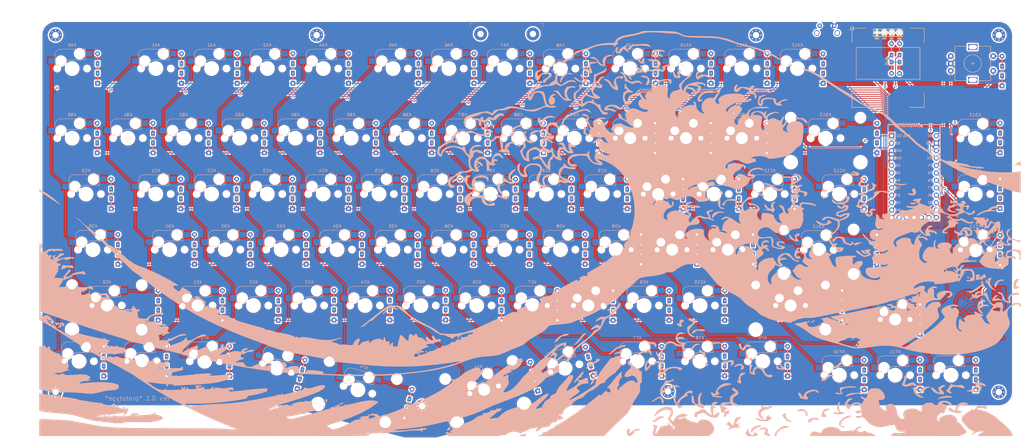
<source format=kicad_pcb>
(kicad_pcb (version 20171130) (host pcbnew "(5.1.10)-1")
  (layers (0 F.Cu signal) (31 B.Cu signal) (34 B.Paste user) (35 F.Paste user) (36 B.SilkS user hide) (37 F.SilkS user) (38 B.Mask user) (39 F.Mask user) (44 Edge.Cuts user))
  (net 0 "")
  (net 1 row00)
  (net 2 "Net-(DA0-Pad2)")
  (net 3 "Net-(DA1-Pad2)")
  (net 4 "Net-(DA2-Pad2)")
  (net 5 "Net-(DA3-Pad2)")
  (net 6 "Net-(DA4-Pad2)")
  (net 7 "Net-(DA5-Pad2)")
  (net 8 "Net-(DA6-Pad2)")
  (net 9 "Net-(DA7-Pad2)")
  (net 10 "Net-(DA8-Pad2)")
  (net 11 "Net-(DA9-Pad2)")
  (net 12 "Net-(DA10-Pad2)")
  (net 13 "Net-(DA11-Pad2)")
  (net 14 "Net-(DA12-Pad2)")
  (net 15 row01)
  (net 16 "Net-(DB0-Pad2)")
  (net 17 "Net-(DB1-Pad2)")
  (net 18 "Net-(DB2-Pad2)")
  (net 19 "Net-(DB3-Pad2)")
  (net 20 "Net-(DB4-Pad2)")
  (net 21 "Net-(DB5-Pad2)")
  (net 22 "Net-(DB6-Pad2)")
  (net 23 "Net-(DB7-Pad2)")
  (net 24 "Net-(DB8-Pad2)")
  (net 25 "Net-(DB9-Pad2)")
  (net 26 "Net-(DB10-Pad2)")
  (net 27 "Net-(DB11-Pad2)")
  (net 28 "Net-(DB12-Pad2)")
  (net 29 "Net-(DB13-Pad2)")
  (net 30 "Net-(DC0-Pad2)")
  (net 31 row02)
  (net 32 "Net-(DC1-Pad2)")
  (net 33 "Net-(DC2-Pad2)")
  (net 34 "Net-(DC3-Pad2)")
  (net 35 "Net-(DC4-Pad2)")
  (net 36 "Net-(DC5-Pad2)")
  (net 37 "Net-(DC6-Pad2)")
  (net 38 "Net-(DC7-Pad2)")
  (net 39 "Net-(DC8-Pad2)")
  (net 40 "Net-(DC9-Pad2)")
  (net 41 "Net-(DC10-Pad2)")
  (net 42 "Net-(DC11-Pad2)")
  (net 43 "Net-(DC12-Pad2)")
  (net 44 "Net-(DC13-Pad2)")
  (net 45 "Net-(DD0-Pad2)")
  (net 46 row03)
  (net 47 "Net-(DD1-Pad2)")
  (net 48 "Net-(DD2-Pad2)")
  (net 49 "Net-(DD3-Pad2)")
  (net 50 "Net-(DD4-Pad2)")
  (net 51 "Net-(DD5-Pad2)")
  (net 52 "Net-(DD6-Pad2)")
  (net 53 "Net-(DD7-Pad2)")
  (net 54 "Net-(DD8-Pad2)")
  (net 55 "Net-(DD9-Pad2)")
  (net 56 "Net-(DD10-Pad2)")
  (net 57 "Net-(DD11-Pad2)")
  (net 58 "Net-(DD12-Pad2)")
  (net 59 "Net-(DD13-Pad2)")
  (net 60 "Net-(DE0-Pad2)")
  (net 61 row04)
  (net 62 "Net-(DE1-Pad2)")
  (net 63 "Net-(DE2-Pad2)")
  (net 64 "Net-(DE3-Pad2)")
  (net 65 "Net-(DE4-Pad2)")
  (net 66 "Net-(DE5-Pad2)")
  (net 67 "Net-(DE6-Pad2)")
  (net 68 "Net-(DE7-Pad2)")
  (net 69 "Net-(DE8-Pad2)")
  (net 70 "Net-(DE9-Pad2)")
  (net 71 "Net-(DE10-Pad2)")
  (net 72 "Net-(DE11-Pad2)")
  (net 73 "Net-(DE12-Pad2)")
  (net 74 "Net-(DF0-Pad2)")
  (net 75 row05)
  (net 76 "Net-(DF1-Pad2)")
  (net 77 "Net-(DF2-Pad2)")
  (net 78 "Net-(DF3-Pad2)")
  (net 79 "Net-(DF4-Pad2)")
  (net 80 "Net-(DF5-Pad2)")
  (net 81 "Net-(DF6-Pad2)")
  (net 82 "Net-(DF7-Pad2)")
  (net 83 "Net-(DF8-Pad2)")
  (net 84 "Net-(DF9-Pad2)")
  (net 85 "Net-(DF10-Pad2)")
  (net 86 "Net-(DF11-Pad2)")
  (net 87 "Net-(DF12-Pad2)")
  (net 88 VCC)
  (net 89 GND)
  (net 90 SDA)
  (net 91 SCL)
  (net 92 ENCB)
  (net 93 ENCA)
  (net 94 col00)
  (net 95 col01)
  (net 96 col02)
  (net 97 col03)
  (net 98 col04)
  (net 99 col05)
  (net 100 col06)
  (net 101 col07)
  (net 102 col08)
  (net 103 col09)
  (net 104 col10)
  (net 105 col11)
  (net 106 col12)
  (net 107 "Net-(DE13-Pad2)")
  (net 108 "Net-(DF13-Pad2)")
  (net 109 /SW99B)
  (net 110 col13)
  (net 111 RESET)
  (module keyboard:OLED_128x64_I2C (layer F.Cu) (at 332.74 80.9)
    (fp_text reference J1 (at 0 0 -180) (layer F.SilkS) (effects (font (size 1.27 1.27))))
    (fp_text value Conn_01x04)
    (fp_text user SDA (at 16.2 3.5 -180) (layer B.SilkS) (effects (font (size 0.5 0.5) (thickness 0.1)) (justify mirror)))
    (fp_text user SCL (at 13.5 3.5 -180) (layer B.SilkS) (effects (font (size 0.5 0.5) (thickness 0.1)) (justify mirror)))
    (fp_text user VCC (at 11.1 3.5 -180) (layer B.SilkS) (effects (font (size 0.5 0.5) (thickness 0.1)) (justify mirror)))
    (fp_text user GND (at 8.5 3.5 -180) (layer B.SilkS) (effects (font (size 0.5 0.5) (thickness 0.1)) (justify mirror)))
    (fp_text user %R (at 12 12 -180) (layer F.SilkS))
    (fp_text user %R (at 12 12 -180) (layer B.SilkS) (effects (justify mirror)))
    (fp_text user GND (at 8.5 3.5 -180) (layer F.SilkS) (effects (font (size 0.5 0.5) (thickness 0.1))))
    (fp_text user VCC (at 11.1 3.5 -180) (layer F.SilkS) (effects (font (size 0.5 0.5) (thickness 0.1))))
    (fp_text user SCL (at 13.5 3.5 -180) (layer F.SilkS) (effects (font (size 0.5 0.5) (thickness 0.1))))
    (fp_text user SDA (at 16.2 3.5 -180) (layer F.SilkS) (effects (font (size 0.5 0.5) (thickness 0.1))))
    (pad 2 thru_hole circle (at 11.08 1.5) (size 1.397 1.397) (drill 0.8128) (layers *.Cu *.Mask F.SilkS) (net 88 VCC))
    (pad 3 thru_hole circle (at 13.62 1.5) (size 1.397 1.397) (drill 0.8128) (layers *.Cu *.Mask F.SilkS) (net 91 SCL))
    (pad 4 thru_hole circle (at 16.16 1.5) (size 1.397 1.397) (drill 0.8128) (layers *.Cu *.Mask F.SilkS) (net 90 SDA))
    (pad 1 thru_hole circle (at 8.54 1.5) (size 1.397 1.397) (drill 0.8128) (layers *.Cu *.Mask F.SilkS) (net 89 GND))
  )
  (module keyboard:SW_Cherry_MX_2.25u_Hotswap (layer F.Cu) (at 321.41 156.642)
    (fp_text reference KD12 hide)
    (fp_text value KEY_SW hide)
    (fp_text user %R (at 0 -8) (layer B.SilkS) (effects (justify mirror)))
    (pad "" np_thru_hole circle (at 11.9 8.24) (size 4 4) (drill 4) (layers *.Cu *.Mask))
    (pad "" np_thru_hole circle (at 11.9 -7) (size 3.05 3.05) (drill 3.05) (layers *.Cu *.Mask))
    (pad "" np_thru_hole circle (at -11.9 -7) (size 3.05 3.05) (drill 3.05) (layers *.Cu *.Mask))
    (pad "" np_thru_hole circle (at -11.9 8.24) (size 4 4) (drill 4) (layers *.Cu *.Mask))
    (pad "" np_thru_hole circle (at -5.08 0) (size 1.7 1.7) (drill 1.7) (layers *.Cu *.Mask))
    (pad "" np_thru_hole circle (at 5.08 0) (size 1.7 1.7) (drill 1.7) (layers *.Cu *.Mask))
    (pad "" np_thru_hole circle (at 2.54 -5.08 180) (size 3 3) (drill 3) (layers *.Cu *.Mask))
    (pad "" np_thru_hole circle (at 0 0 90) (size 4.1 4.1) (drill 4.1) (layers *.Cu *.Mask))
    (pad 2 smd rect (at 5.7 -5.12 180) (size 2.3 2) (layers B.Cu B.Paste B.Mask) (net 58 "Net-(DD12-Pad2)"))
    (pad "" np_thru_hole circle (at -3.81 -2.54 180) (size 3 3) (drill 3) (layers *.Cu *.Mask))
    (pad 1 smd rect (at -7 -2.58 180) (size 2.3 2) (layers B.Cu B.Paste B.Mask) (net 106 col12))
  )
  (module keyboard:SW_Cherry_MX_2.00u_Hotswap (layer F.Cu) (at 323.75 118.45)
    (fp_text reference KB13 hide)
    (fp_text value KEY_SW hide)
    (fp_text user %R (at 0 -8) (layer B.SilkS) (effects (justify mirror)))
    (pad "" np_thru_hole circle (at 11.9 8.24) (size 4 4) (drill 4) (layers *.Cu *.Mask))
    (pad "" np_thru_hole circle (at 11.9 -7) (size 3.05 3.05) (drill 3.05) (layers *.Cu *.Mask))
    (pad "" np_thru_hole circle (at -11.9 -7) (size 3.05 3.05) (drill 3.05) (layers *.Cu *.Mask))
    (pad "" np_thru_hole circle (at -11.9 8.24) (size 4 4) (drill 4) (layers *.Cu *.Mask))
    (pad "" np_thru_hole circle (at -5.08 0) (size 1.7 1.7) (drill 1.7) (layers *.Cu *.Mask))
    (pad "" np_thru_hole circle (at 5.08 0) (size 1.7 1.7) (drill 1.7) (layers *.Cu *.Mask))
    (pad "" np_thru_hole circle (at 2.54 -5.08 180) (size 3 3) (drill 3) (layers *.Cu *.Mask))
    (pad "" np_thru_hole circle (at 0 0 90) (size 4.1 4.1) (drill 4.1) (layers *.Cu *.Mask))
    (pad 2 smd rect (at 5.7 -5.12 180) (size 2.3 2) (layers B.Cu B.Paste B.Mask) (net 29 "Net-(DB13-Pad2)"))
    (pad "" np_thru_hole circle (at -3.81 -2.54 180) (size 3 3) (drill 3) (layers *.Cu *.Mask))
    (pad 1 smd rect (at -7 -2.58 180) (size 2.3 2) (layers B.Cu B.Paste B.Mask) (net 110 col13))
  )
  (module keyboard:SW_Cherry_MX_2.00u_Hotswap (layer F.Cu) (at 164.1 204.45 345)
    (fp_text reference KF4 hide)
    (fp_text value KEY_SW hide)
    (fp_text user %R (at 0 -8 165) (layer B.SilkS) (effects (justify mirror)))
    (pad "" np_thru_hole circle (at 11.9 8.24 345) (size 4 4) (drill 4) (layers *.Cu *.Mask))
    (pad "" np_thru_hole circle (at 11.9 -7 345) (size 3.05 3.05) (drill 3.05) (layers *.Cu *.Mask))
    (pad "" np_thru_hole circle (at -11.9 -7 345) (size 3.05 3.05) (drill 3.05) (layers *.Cu *.Mask))
    (pad "" np_thru_hole circle (at -11.9 8.24 345) (size 4 4) (drill 4) (layers *.Cu *.Mask))
    (pad "" np_thru_hole circle (at -5.08 0 345) (size 1.7 1.7) (drill 1.7) (layers *.Cu *.Mask))
    (pad "" np_thru_hole circle (at 5.08 0 345) (size 1.7 1.7) (drill 1.7) (layers *.Cu *.Mask))
    (pad "" np_thru_hole circle (at 2.54 -5.08 165) (size 3 3) (drill 3) (layers *.Cu *.Mask))
    (pad "" np_thru_hole circle (at 0 0 75) (size 4.1 4.1) (drill 4.1) (layers *.Cu *.Mask))
    (pad 2 smd rect (at 5.7 -5.12 165) (size 2.3 2) (layers B.Cu B.Paste B.Mask) (net 79 "Net-(DF4-Pad2)"))
    (pad "" np_thru_hole circle (at -3.81 -2.54 165) (size 3 3) (drill 3) (layers *.Cu *.Mask))
    (pad 1 smd rect (at -7 -2.58 165) (size 2.3 2) (layers B.Cu B.Paste B.Mask) (net 98 col04))
  )
  (module keyboard:SW_Cherry_MX_2.00u_Hotswap (layer F.Cu) (at 207.2 204.45 15)
    (fp_text reference KF5 hide)
    (fp_text value KEY_SW hide)
    (fp_text user %R (at 0 -8 15) (layer B.SilkS) (effects (justify mirror)))
    (pad "" np_thru_hole circle (at 11.9 8.24 15) (size 4 4) (drill 4) (layers *.Cu *.Mask))
    (pad "" np_thru_hole circle (at 11.9 -7 15) (size 3.05 3.05) (drill 3.05) (layers *.Cu *.Mask))
    (pad "" np_thru_hole circle (at -11.9 -7 15) (size 3.05 3.05) (drill 3.05) (layers *.Cu *.Mask))
    (pad "" np_thru_hole circle (at -11.9 8.24 15) (size 4 4) (drill 4) (layers *.Cu *.Mask))
    (pad "" np_thru_hole circle (at -5.08 0 15) (size 1.7 1.7) (drill 1.7) (layers *.Cu *.Mask))
    (pad "" np_thru_hole circle (at 5.08 0 15) (size 1.7 1.7) (drill 1.7) (layers *.Cu *.Mask))
    (pad "" np_thru_hole circle (at 2.54 -5.08 195) (size 3 3) (drill 3) (layers *.Cu *.Mask))
    (pad "" np_thru_hole circle (at 0 0 105) (size 4.1 4.1) (drill 4.1) (layers *.Cu *.Mask))
    (pad 2 smd rect (at 5.7 -5.12 195) (size 2.3 2) (layers B.Cu B.Paste B.Mask) (net 80 "Net-(DF5-Pad2)"))
    (pad "" np_thru_hole circle (at -3.81 -2.54 195) (size 3 3) (drill 3) (layers *.Cu *.Mask))
    (pad 1 smd rect (at -7 -2.58 195) (size 2.3 2) (layers B.Cu B.Paste B.Mask) (net 99 col05))
  )
  (module keyboard:SW_Cherry_MX_1.25u_Hotswap (layer F.Cu) (at 68.9 194.7)
    (fp_text reference KF0 hide)
    (fp_text value KEY_SW hide)
    (fp_text user %R (at 0 -8) (layer B.SilkS) (effects (justify mirror)))
    (pad "" np_thru_hole circle (at -5.08 0) (size 1.7 1.7) (drill 1.7) (layers *.Cu *.Mask))
    (pad "" np_thru_hole circle (at 5.08 0) (size 1.7 1.7) (drill 1.7) (layers *.Cu *.Mask))
    (pad "" np_thru_hole circle (at 2.54 -5.08 180) (size 3 3) (drill 3) (layers *.Cu *.Mask))
    (pad "" np_thru_hole circle (at 0 0 90) (size 4.1 4.1) (drill 4.1) (layers *.Cu *.Mask))
    (pad 2 smd rect (at 5.7 -5.12 180) (size 2.3 2) (layers B.Cu B.Paste B.Mask) (net 74 "Net-(DF0-Pad2)"))
    (pad "" np_thru_hole circle (at -3.81 -2.54 180) (size 3 3) (drill 3) (layers *.Cu *.Mask))
    (pad 1 smd rect (at -7 -2.58 180) (size 2.3 2) (layers B.Cu B.Paste B.Mask) (net 94 col00))
  )
  (module keyboard:SW_Cherry_MX_1.25u_Hotswap (layer F.Cu) (at 111.8 194.7)
    (fp_text reference KF2 hide)
    (fp_text value KEY_SW hide)
    (fp_text user %R (at 0 -8) (layer B.SilkS) (effects (justify mirror)))
    (pad "" np_thru_hole circle (at -5.08 0) (size 1.7 1.7) (drill 1.7) (layers *.Cu *.Mask))
    (pad "" np_thru_hole circle (at 5.08 0) (size 1.7 1.7) (drill 1.7) (layers *.Cu *.Mask))
    (pad "" np_thru_hole circle (at 2.54 -5.08 180) (size 3 3) (drill 3) (layers *.Cu *.Mask))
    (pad "" np_thru_hole circle (at 0 0 90) (size 4.1 4.1) (drill 4.1) (layers *.Cu *.Mask))
    (pad 2 smd rect (at 5.7 -5.12 180) (size 2.3 2) (layers B.Cu B.Paste B.Mask) (net 77 "Net-(DF2-Pad2)"))
    (pad "" np_thru_hole circle (at -3.81 -2.54 180) (size 3 3) (drill 3) (layers *.Cu *.Mask))
    (pad 1 smd rect (at -7 -2.58 180) (size 2.3 2) (layers B.Cu B.Paste B.Mask) (net 96 col02))
  )
  (module keyboard:SW_Cherry_MX_1.25u_Hotswap (layer F.Cu) (at 259.45 194.7)
    (fp_text reference KF7 hide)
    (fp_text value KEY_SW hide)
    (fp_text user %R (at 0 -8) (layer B.SilkS) (effects (justify mirror)))
    (pad "" np_thru_hole circle (at -5.08 0) (size 1.7 1.7) (drill 1.7) (layers *.Cu *.Mask))
    (pad "" np_thru_hole circle (at 5.08 0) (size 1.7 1.7) (drill 1.7) (layers *.Cu *.Mask))
    (pad "" np_thru_hole circle (at 2.54 -5.08 180) (size 3 3) (drill 3) (layers *.Cu *.Mask))
    (pad "" np_thru_hole circle (at 0 0 90) (size 4.1 4.1) (drill 4.1) (layers *.Cu *.Mask))
    (pad 2 smd rect (at 5.7 -5.12 180) (size 2.3 2) (layers B.Cu B.Paste B.Mask) (net 82 "Net-(DF7-Pad2)"))
    (pad "" np_thru_hole circle (at -3.81 -2.54 180) (size 3 3) (drill 3) (layers *.Cu *.Mask))
    (pad 1 smd rect (at -7 -2.58 180) (size 2.3 2) (layers B.Cu B.Paste B.Mask) (net 101 col07))
  )
  (module keyboard:SW_Cherry_MX_1.25u_Hotswap (layer F.Cu) (at 302.3 194.7)
    (fp_text reference KF9 hide)
    (fp_text value KEY_SW hide)
    (fp_text user %R (at 0 -8) (layer B.SilkS) (effects (justify mirror)))
    (pad "" np_thru_hole circle (at -5.08 0) (size 1.7 1.7) (drill 1.7) (layers *.Cu *.Mask))
    (pad "" np_thru_hole circle (at 5.08 0) (size 1.7 1.7) (drill 1.7) (layers *.Cu *.Mask))
    (pad "" np_thru_hole circle (at 2.54 -5.08 180) (size 3 3) (drill 3) (layers *.Cu *.Mask))
    (pad "" np_thru_hole circle (at 0 0 90) (size 4.1 4.1) (drill 4.1) (layers *.Cu *.Mask))
    (pad 2 smd rect (at 5.7 -5.12 180) (size 2.3 2) (layers B.Cu B.Paste B.Mask) (net 84 "Net-(DF9-Pad2)"))
    (pad "" np_thru_hole circle (at -3.81 -2.54 180) (size 3 3) (drill 3) (layers *.Cu *.Mask))
    (pad 1 smd rect (at -7 -2.58 180) (size 2.3 2) (layers B.Cu B.Paste B.Mask) (net 103 col09))
  )
  (module keyboard:SW_Cherry_MX_1.25u_Hotswap (layer F.Cu) (at 374.87 118.522)
    (fp_text reference KD13 hide)
    (fp_text value KEY_SW hide)
    (fp_text user %R (at 0 -8) (layer B.SilkS) (effects (justify mirror)))
    (pad "" np_thru_hole circle (at -5.08 0) (size 1.7 1.7) (drill 1.7) (layers *.Cu *.Mask))
    (pad "" np_thru_hole circle (at 5.08 0) (size 1.7 1.7) (drill 1.7) (layers *.Cu *.Mask))
    (pad "" np_thru_hole circle (at 2.54 -5.08 180) (size 3 3) (drill 3) (layers *.Cu *.Mask))
    (pad "" np_thru_hole circle (at 0 0 90) (size 4.1 4.1) (drill 4.1) (layers *.Cu *.Mask))
    (pad 2 smd rect (at 5.7 -5.12 180) (size 2.3 2) (layers B.Cu B.Paste B.Mask) (net 59 "Net-(DD13-Pad2)"))
    (pad "" np_thru_hole circle (at -3.81 -2.54 180) (size 3 3) (drill 3) (layers *.Cu *.Mask))
    (pad 1 smd rect (at -7 -2.58 180) (size 2.3 2) (layers B.Cu B.Paste B.Mask) (net 110 col13))
  )
  (module keyboard:SW_Cherry_MX_1.25u_Hotswap (layer F.Cu) (at 374.88 137.562)
    (fp_text reference KE13 hide)
    (fp_text value KEY_SW hide)
    (fp_text user %R (at 0 -8) (layer B.SilkS) (effects (justify mirror)))
    (pad "" np_thru_hole circle (at -5.08 0) (size 1.7 1.7) (drill 1.7) (layers *.Cu *.Mask))
    (pad "" np_thru_hole circle (at 5.08 0) (size 1.7 1.7) (drill 1.7) (layers *.Cu *.Mask))
    (pad "" np_thru_hole circle (at 2.54 -5.08 180) (size 3 3) (drill 3) (layers *.Cu *.Mask))
    (pad "" np_thru_hole circle (at 0 0 90) (size 4.1 4.1) (drill 4.1) (layers *.Cu *.Mask))
    (pad 2 smd rect (at 5.7 -5.12 180) (size 2.3 2) (layers B.Cu B.Paste B.Mask) (net 107 "Net-(DE13-Pad2)"))
    (pad "" np_thru_hole circle (at -3.81 -2.54 180) (size 3 3) (drill 3) (layers *.Cu *.Mask))
    (pad 1 smd rect (at -7 -2.58 180) (size 2.3 2) (layers B.Cu B.Paste B.Mask) (net 110 col13))
  )
  (module keyboard:SW_Cherry_MX_1.25u_Hotswap (layer F.Cu) (at 374.88 156.612)
    (fp_text reference KF13 hide)
    (fp_text value KEY_SW hide)
    (fp_text user %R (at 0 -8) (layer B.SilkS) (effects (justify mirror)))
    (pad "" np_thru_hole circle (at -5.08 0) (size 1.7 1.7) (drill 1.7) (layers *.Cu *.Mask))
    (pad "" np_thru_hole circle (at 5.08 0) (size 1.7 1.7) (drill 1.7) (layers *.Cu *.Mask))
    (pad "" np_thru_hole circle (at 2.54 -5.08 180) (size 3 3) (drill 3) (layers *.Cu *.Mask))
    (pad "" np_thru_hole circle (at 0 0 90) (size 4.1 4.1) (drill 4.1) (layers *.Cu *.Mask))
    (pad 2 smd rect (at 5.7 -5.12 180) (size 2.3 2) (layers B.Cu B.Paste B.Mask) (net 108 "Net-(DF13-Pad2)"))
    (pad "" np_thru_hole circle (at -3.81 -2.54 180) (size 3 3) (drill 3) (layers *.Cu *.Mask))
    (pad 1 smd rect (at -7 -2.58 180) (size 2.3 2) (layers B.Cu B.Paste B.Mask) (net 110 col13))
  )
  (module keyboard:SW_Cherry_MX_2.25u_Hotswap (layer F.Cu) (at 311.8 175.65)
    (fp_text reference KE11 hide)
    (fp_text value KEY_SW hide)
    (fp_text user %R (at 0 -8) (layer B.SilkS) (effects (justify mirror)))
    (pad "" np_thru_hole circle (at 11.9 8.24) (size 4 4) (drill 4) (layers *.Cu *.Mask))
    (pad "" np_thru_hole circle (at 11.9 -7) (size 3.05 3.05) (drill 3.05) (layers *.Cu *.Mask))
    (pad "" np_thru_hole circle (at -11.9 -7) (size 3.05 3.05) (drill 3.05) (layers *.Cu *.Mask))
    (pad "" np_thru_hole circle (at -11.9 8.24) (size 4 4) (drill 4) (layers *.Cu *.Mask))
    (pad "" np_thru_hole circle (at -5.08 0) (size 1.7 1.7) (drill 1.7) (layers *.Cu *.Mask))
    (pad "" np_thru_hole circle (at 5.08 0) (size 1.7 1.7) (drill 1.7) (layers *.Cu *.Mask))
    (pad "" np_thru_hole circle (at 2.54 -5.08 180) (size 3 3) (drill 3) (layers *.Cu *.Mask))
    (pad "" np_thru_hole circle (at 0 0 90) (size 4.1 4.1) (drill 4.1) (layers *.Cu *.Mask))
    (pad 2 smd rect (at 5.7 -5.12 180) (size 2.3 2) (layers B.Cu B.Paste B.Mask) (net 72 "Net-(DE11-Pad2)"))
    (pad "" np_thru_hole circle (at -3.81 -2.54 180) (size 3 3) (drill 3) (layers *.Cu *.Mask))
    (pad 1 smd rect (at -7 -2.58 180) (size 2.3 2) (layers B.Cu B.Paste B.Mask) (net 105 col11))
  )
  (module keyboard:SW_Cherry_MX_2.25u_Hotswap (layer F.Cu) (at 78.4 175.65)
    (fp_text reference KE0 hide)
    (fp_text value KEY_SW hide)
    (fp_text user %R (at 0 -8) (layer B.SilkS) (effects (justify mirror)))
    (pad "" np_thru_hole circle (at 11.9 8.24) (size 4 4) (drill 4) (layers *.Cu *.Mask))
    (pad "" np_thru_hole circle (at 11.9 -7) (size 3.05 3.05) (drill 3.05) (layers *.Cu *.Mask))
    (pad "" np_thru_hole circle (at -11.9 -7) (size 3.05 3.05) (drill 3.05) (layers *.Cu *.Mask))
    (pad "" np_thru_hole circle (at -11.9 8.24) (size 4 4) (drill 4) (layers *.Cu *.Mask))
    (pad "" np_thru_hole circle (at -5.08 0) (size 1.7 1.7) (drill 1.7) (layers *.Cu *.Mask))
    (pad "" np_thru_hole circle (at 5.08 0) (size 1.7 1.7) (drill 1.7) (layers *.Cu *.Mask))
    (pad "" np_thru_hole circle (at 2.54 -5.08 180) (size 3 3) (drill 3) (layers *.Cu *.Mask))
    (pad "" np_thru_hole circle (at 0 0 90) (size 4.1 4.1) (drill 4.1) (layers *.Cu *.Mask))
    (pad 2 smd rect (at 5.7 -5.12 180) (size 2.3 2) (layers B.Cu B.Paste B.Mask) (net 60 "Net-(DE0-Pad2)"))
    (pad "" np_thru_hole circle (at -3.81 -2.54 180) (size 3 3) (drill 3) (layers *.Cu *.Mask))
    (pad 1 smd rect (at -7 -2.58 180) (size 2.3 2) (layers B.Cu B.Paste B.Mask) (net 94 col00))
  )
  (module keyboard:SW_Cherry_MX_1.75u_Hotswap (layer F.Cu) (at 73.65 156.55)
    (fp_text reference KD0 hide)
    (fp_text value KEY_SW hide)
    (fp_text user %R (at 0 -8) (layer B.SilkS) (effects (justify mirror)))
    (pad "" np_thru_hole circle (at -5.08 0) (size 1.7 1.7) (drill 1.7) (layers *.Cu *.Mask))
    (pad "" np_thru_hole circle (at 5.08 0) (size 1.7 1.7) (drill 1.7) (layers *.Cu *.Mask))
    (pad "" np_thru_hole circle (at 2.54 -5.08 180) (size 3 3) (drill 3) (layers *.Cu *.Mask))
    (pad "" np_thru_hole circle (at 0 0 90) (size 4.1 4.1) (drill 4.1) (layers *.Cu *.Mask))
    (pad 2 smd rect (at 5.7 -5.12 180) (size 2.3 2) (layers B.Cu B.Paste B.Mask) (net 45 "Net-(DD0-Pad2)"))
    (pad "" np_thru_hole circle (at -3.81 -2.54 180) (size 3 3) (drill 3) (layers *.Cu *.Mask))
    (pad 1 smd rect (at -7 -2.58 180) (size 2.3 2) (layers B.Cu B.Paste B.Mask) (net 94 col00))
  )
  (module keyboard:SW_Cherry_MX_1.50u_Hotswap (layer F.Cu) (at 71.3 137.55)
    (fp_text reference KC0 hide)
    (fp_text value KEY_SW hide)
    (fp_text user %R (at 0 -8) (layer B.SilkS) (effects (justify mirror)))
    (pad "" np_thru_hole circle (at -5.08 0) (size 1.7 1.7) (drill 1.7) (layers *.Cu *.Mask))
    (pad "" np_thru_hole circle (at 5.08 0) (size 1.7 1.7) (drill 1.7) (layers *.Cu *.Mask))
    (pad "" np_thru_hole circle (at 2.54 -5.08 180) (size 3 3) (drill 3) (layers *.Cu *.Mask))
    (pad "" np_thru_hole circle (at 0 0 90) (size 4.1 4.1) (drill 4.1) (layers *.Cu *.Mask))
    (pad 2 smd rect (at 5.7 -5.12 180) (size 2.3 2) (layers B.Cu B.Paste B.Mask) (net 30 "Net-(DC0-Pad2)"))
    (pad "" np_thru_hole circle (at -3.81 -2.54 180) (size 3 3) (drill 3) (layers *.Cu *.Mask))
    (pad 1 smd rect (at -7 -2.58 180) (size 2.3 2) (layers B.Cu B.Paste B.Mask) (net 94 col00))
  )
  (module keyboard:SW_Cherry_MX_1.50u_Hotswap (layer F.Cu) (at 328.5 137.55)
    (fp_text reference KC13 hide)
    (fp_text value KEY_SW hide)
    (fp_text user %R (at 0 -8) (layer B.SilkS) (effects (justify mirror)))
    (pad "" np_thru_hole circle (at -5.08 0) (size 1.7 1.7) (drill 1.7) (layers *.Cu *.Mask))
    (pad "" np_thru_hole circle (at 5.08 0) (size 1.7 1.7) (drill 1.7) (layers *.Cu *.Mask))
    (pad "" np_thru_hole circle (at 2.54 -5.08 180) (size 3 3) (drill 3) (layers *.Cu *.Mask))
    (pad "" np_thru_hole circle (at 0 0 90) (size 4.1 4.1) (drill 4.1) (layers *.Cu *.Mask))
    (pad 2 smd rect (at 5.7 -5.12 180) (size 2.3 2) (layers B.Cu B.Paste B.Mask) (net 44 "Net-(DC13-Pad2)"))
    (pad "" np_thru_hole circle (at -3.81 -2.54 180) (size 3 3) (drill 3) (layers *.Cu *.Mask))
    (pad 1 smd rect (at -7 -2.58 180) (size 2.3 2) (layers B.Cu B.Paste B.Mask) (net 110 col13))
  )
  (module keyboard:SW_Cherry_MX_1.00u_Hotswap (layer F.Cu) (at 295.15 94.65)
    (fp_text reference KA11 hide)
    (fp_text value KEY_SW hide)
    (fp_text user %R (at 0 -8) (layer B.SilkS) (effects (justify mirror)))
    (pad "" np_thru_hole circle (at -5.08 0) (size 1.7 1.7) (drill 1.7) (layers *.Cu *.Mask))
    (pad "" np_thru_hole circle (at 5.08 0) (size 1.7 1.7) (drill 1.7) (layers *.Cu *.Mask))
    (pad "" np_thru_hole circle (at 2.54 -5.08 180) (size 3 3) (drill 3) (layers *.Cu *.Mask))
    (pad "" np_thru_hole circle (at 0 0 90) (size 4.1 4.1) (drill 4.1) (layers *.Cu *.Mask))
    (pad 2 smd rect (at 5.7 -5.12 180) (size 2.3 2) (layers B.Cu B.Paste B.Mask) (net 13 "Net-(DA11-Pad2)"))
    (pad "" np_thru_hole circle (at -3.81 -2.54 180) (size 3 3) (drill 3) (layers *.Cu *.Mask))
    (pad 1 smd rect (at -7 -2.58 180) (size 2.3 2) (layers B.Cu B.Paste B.Mask) (net 105 col11))
  )
  (module keyboard:SW_Cherry_MX_1.00u_Hotswap (layer F.Cu) (at 66.55 94.65)
    (fp_text reference KA0 hide)
    (fp_text value KEY_SW hide)
    (fp_text user %R (at 0 -8) (layer B.SilkS) (effects (justify mirror)))
    (pad "" np_thru_hole circle (at -5.08 0) (size 1.7 1.7) (drill 1.7) (layers *.Cu *.Mask))
    (pad "" np_thru_hole circle (at 5.08 0) (size 1.7 1.7) (drill 1.7) (layers *.Cu *.Mask))
    (pad "" np_thru_hole circle (at 2.54 -5.08 180) (size 3 3) (drill 3) (layers *.Cu *.Mask))
    (pad "" np_thru_hole circle (at 0 0 90) (size 4.1 4.1) (drill 4.1) (layers *.Cu *.Mask))
    (pad 2 smd rect (at 5.7 -5.12 180) (size 2.3 2) (layers B.Cu B.Paste B.Mask) (net 2 "Net-(DA0-Pad2)"))
    (pad "" np_thru_hole circle (at -3.81 -2.54 180) (size 3 3) (drill 3) (layers *.Cu *.Mask))
    (pad 1 smd rect (at -7 -2.58 180) (size 2.3 2) (layers B.Cu B.Paste B.Mask) (net 94 col00))
  )
  (module keyboard:SW_Cherry_MX_1.00u_Hotswap (layer F.Cu) (at 95.15 94.65)
    (fp_text reference KA1 hide)
    (fp_text value KEY_SW hide)
    (fp_text user %R (at 0 -8) (layer B.SilkS) (effects (justify mirror)))
    (pad "" np_thru_hole circle (at -5.08 0) (size 1.7 1.7) (drill 1.7) (layers *.Cu *.Mask))
    (pad "" np_thru_hole circle (at 5.08 0) (size 1.7 1.7) (drill 1.7) (layers *.Cu *.Mask))
    (pad "" np_thru_hole circle (at 2.54 -5.08 180) (size 3 3) (drill 3) (layers *.Cu *.Mask))
    (pad "" np_thru_hole circle (at 0 0 90) (size 4.1 4.1) (drill 4.1) (layers *.Cu *.Mask))
    (pad 2 smd rect (at 5.7 -5.12 180) (size 2.3 2) (layers B.Cu B.Paste B.Mask) (net 3 "Net-(DA1-Pad2)"))
    (pad "" np_thru_hole circle (at -3.81 -2.54 180) (size 3 3) (drill 3) (layers *.Cu *.Mask))
    (pad 1 smd rect (at -7 -2.58 180) (size 2.3 2) (layers B.Cu B.Paste B.Mask) (net 95 col01))
  )
  (module keyboard:SW_Cherry_MX_1.00u_Hotswap (layer F.Cu) (at 114.15 94.65)
    (fp_text reference KA2 hide)
    (fp_text value KEY_SW hide)
    (fp_text user %R (at 0 -8) (layer B.SilkS) (effects (justify mirror)))
    (pad "" np_thru_hole circle (at -5.08 0) (size 1.7 1.7) (drill 1.7) (layers *.Cu *.Mask))
    (pad "" np_thru_hole circle (at 5.08 0) (size 1.7 1.7) (drill 1.7) (layers *.Cu *.Mask))
    (pad "" np_thru_hole circle (at 2.54 -5.08 180) (size 3 3) (drill 3) (layers *.Cu *.Mask))
    (pad "" np_thru_hole circle (at 0 0 90) (size 4.1 4.1) (drill 4.1) (layers *.Cu *.Mask))
    (pad 2 smd rect (at 5.7 -5.12 180) (size 2.3 2) (layers B.Cu B.Paste B.Mask) (net 4 "Net-(DA2-Pad2)"))
    (pad "" np_thru_hole circle (at -3.81 -2.54 180) (size 3 3) (drill 3) (layers *.Cu *.Mask))
    (pad 1 smd rect (at -7 -2.58 180) (size 2.3 2) (layers B.Cu B.Paste B.Mask) (net 96 col02))
  )
  (module keyboard:SW_Cherry_MX_1.00u_Hotswap (layer F.Cu) (at 133.2 94.65)
    (fp_text reference KA3 hide)
    (fp_text value KEY_SW hide)
    (fp_text user %R (at 0 -8) (layer B.SilkS) (effects (justify mirror)))
    (pad "" np_thru_hole circle (at -5.08 0) (size 1.7 1.7) (drill 1.7) (layers *.Cu *.Mask))
    (pad "" np_thru_hole circle (at 5.08 0) (size 1.7 1.7) (drill 1.7) (layers *.Cu *.Mask))
    (pad "" np_thru_hole circle (at 2.54 -5.08 180) (size 3 3) (drill 3) (layers *.Cu *.Mask))
    (pad "" np_thru_hole circle (at 0 0 90) (size 4.1 4.1) (drill 4.1) (layers *.Cu *.Mask))
    (pad 2 smd rect (at 5.7 -5.12 180) (size 2.3 2) (layers B.Cu B.Paste B.Mask) (net 5 "Net-(DA3-Pad2)"))
    (pad "" np_thru_hole circle (at -3.81 -2.54 180) (size 3 3) (drill 3) (layers *.Cu *.Mask))
    (pad 1 smd rect (at -7 -2.58 180) (size 2.3 2) (layers B.Cu B.Paste B.Mask) (net 97 col03))
  )
  (module keyboard:SW_Cherry_MX_1.00u_Hotswap (layer F.Cu) (at 152.3 94.65)
    (fp_text reference KA4 hide)
    (fp_text value KEY_SW hide)
    (fp_text user %R (at 0 -8) (layer B.SilkS) (effects (justify mirror)))
    (pad "" np_thru_hole circle (at -5.08 0) (size 1.7 1.7) (drill 1.7) (layers *.Cu *.Mask))
    (pad "" np_thru_hole circle (at 5.08 0) (size 1.7 1.7) (drill 1.7) (layers *.Cu *.Mask))
    (pad "" np_thru_hole circle (at 2.54 -5.08 180) (size 3 3) (drill 3) (layers *.Cu *.Mask))
    (pad "" np_thru_hole circle (at 0 0 90) (size 4.1 4.1) (drill 4.1) (layers *.Cu *.Mask))
    (pad 2 smd rect (at 5.7 -5.12 180) (size 2.3 2) (layers B.Cu B.Paste B.Mask) (net 6 "Net-(DA4-Pad2)"))
    (pad "" np_thru_hole circle (at -3.81 -2.54 180) (size 3 3) (drill 3) (layers *.Cu *.Mask))
    (pad 1 smd rect (at -7 -2.58 180) (size 2.3 2) (layers B.Cu B.Paste B.Mask) (net 98 col04))
  )
  (module keyboard:SW_Cherry_MX_1.00u_Hotswap (layer F.Cu) (at 176.1 94.65)
    (fp_text reference KA5 hide)
    (fp_text value KEY_SW hide)
    (fp_text user %R (at 0 -8) (layer B.SilkS) (effects (justify mirror)))
    (pad "" np_thru_hole circle (at -5.08 0) (size 1.7 1.7) (drill 1.7) (layers *.Cu *.Mask))
    (pad "" np_thru_hole circle (at 5.08 0) (size 1.7 1.7) (drill 1.7) (layers *.Cu *.Mask))
    (pad "" np_thru_hole circle (at 2.54 -5.08 180) (size 3 3) (drill 3) (layers *.Cu *.Mask))
    (pad "" np_thru_hole circle (at 0 0 90) (size 4.1 4.1) (drill 4.1) (layers *.Cu *.Mask))
    (pad 2 smd rect (at 5.7 -5.12 180) (size 2.3 2) (layers B.Cu B.Paste B.Mask) (net 7 "Net-(DA5-Pad2)"))
    (pad "" np_thru_hole circle (at -3.81 -2.54 180) (size 3 3) (drill 3) (layers *.Cu *.Mask))
    (pad 1 smd rect (at -7 -2.58 180) (size 2.3 2) (layers B.Cu B.Paste B.Mask) (net 99 col05))
  )
  (module keyboard:SW_Cherry_MX_1.00u_Hotswap (layer F.Cu) (at 195.15 94.65)
    (fp_text reference KA6 hide)
    (fp_text value KEY_SW hide)
    (fp_text user %R (at 0 -8) (layer B.SilkS) (effects (justify mirror)))
    (pad "" np_thru_hole circle (at -5.08 0) (size 1.7 1.7) (drill 1.7) (layers *.Cu *.Mask))
    (pad "" np_thru_hole circle (at 5.08 0) (size 1.7 1.7) (drill 1.7) (layers *.Cu *.Mask))
    (pad "" np_thru_hole circle (at 2.54 -5.08 180) (size 3 3) (drill 3) (layers *.Cu *.Mask))
    (pad "" np_thru_hole circle (at 0 0 90) (size 4.1 4.1) (drill 4.1) (layers *.Cu *.Mask))
    (pad 2 smd rect (at 5.7 -5.12 180) (size 2.3 2) (layers B.Cu B.Paste B.Mask) (net 8 "Net-(DA6-Pad2)"))
    (pad "" np_thru_hole circle (at -3.81 -2.54 180) (size 3 3) (drill 3) (layers *.Cu *.Mask))
    (pad 1 smd rect (at -7 -2.58 180) (size 2.3 2) (layers B.Cu B.Paste B.Mask) (net 100 col06))
  )
  (module keyboard:SW_Cherry_MX_1.00u_Hotswap (layer F.Cu) (at 214.2 94.65)
    (fp_text reference KA7 hide)
    (fp_text value KEY_SW hide)
    (fp_text user %R (at 0 -8) (layer B.SilkS) (effects (justify mirror)))
    (pad "" np_thru_hole circle (at -5.08 0) (size 1.7 1.7) (drill 1.7) (layers *.Cu *.Mask))
    (pad "" np_thru_hole circle (at 5.08 0) (size 1.7 1.7) (drill 1.7) (layers *.Cu *.Mask))
    (pad "" np_thru_hole circle (at 2.54 -5.08 180) (size 3 3) (drill 3) (layers *.Cu *.Mask))
    (pad "" np_thru_hole circle (at 0 0 90) (size 4.1 4.1) (drill 4.1) (layers *.Cu *.Mask))
    (pad 2 smd rect (at 5.7 -5.12 180) (size 2.3 2) (layers B.Cu B.Paste B.Mask) (net 9 "Net-(DA7-Pad2)"))
    (pad "" np_thru_hole circle (at -3.81 -2.54 180) (size 3 3) (drill 3) (layers *.Cu *.Mask))
    (pad 1 smd rect (at -7 -2.58 180) (size 2.3 2) (layers B.Cu B.Paste B.Mask) (net 101 col07))
  )
  (module keyboard:SW_Cherry_MX_1.00u_Hotswap (layer F.Cu) (at 233.25 94.7)
    (fp_text reference KA8 hide)
    (fp_text value KEY_SW hide)
    (fp_text user %R (at 0 -8) (layer B.SilkS) (effects (justify mirror)))
    (pad "" np_thru_hole circle (at -5.08 0) (size 1.7 1.7) (drill 1.7) (layers *.Cu *.Mask))
    (pad "" np_thru_hole circle (at 5.08 0) (size 1.7 1.7) (drill 1.7) (layers *.Cu *.Mask))
    (pad "" np_thru_hole circle (at 2.54 -5.08 180) (size 3 3) (drill 3) (layers *.Cu *.Mask))
    (pad "" np_thru_hole circle (at 0 0 90) (size 4.1 4.1) (drill 4.1) (layers *.Cu *.Mask))
    (pad 2 smd rect (at 5.7 -5.12 180) (size 2.3 2) (layers B.Cu B.Paste B.Mask) (net 10 "Net-(DA8-Pad2)"))
    (pad "" np_thru_hole circle (at -3.81 -2.54 180) (size 3 3) (drill 3) (layers *.Cu *.Mask))
    (pad 1 smd rect (at -7 -2.58 180) (size 2.3 2) (layers B.Cu B.Paste B.Mask) (net 102 col08))
  )
  (module keyboard:SW_Cherry_MX_1.00u_Hotswap (layer F.Cu) (at 257.05 94.65)
    (fp_text reference KA9 hide)
    (fp_text value KEY_SW hide)
    (fp_text user %R (at 0 -8) (layer B.SilkS) (effects (justify mirror)))
    (pad "" np_thru_hole circle (at -5.08 0) (size 1.7 1.7) (drill 1.7) (layers *.Cu *.Mask))
    (pad "" np_thru_hole circle (at 5.08 0) (size 1.7 1.7) (drill 1.7) (layers *.Cu *.Mask))
    (pad "" np_thru_hole circle (at 2.54 -5.08 180) (size 3 3) (drill 3) (layers *.Cu *.Mask))
    (pad "" np_thru_hole circle (at 0 0 90) (size 4.1 4.1) (drill 4.1) (layers *.Cu *.Mask))
    (pad 2 smd rect (at 5.7 -5.12 180) (size 2.3 2) (layers B.Cu B.Paste B.Mask) (net 11 "Net-(DA9-Pad2)"))
    (pad "" np_thru_hole circle (at -3.81 -2.54 180) (size 3 3) (drill 3) (layers *.Cu *.Mask))
    (pad 1 smd rect (at -7 -2.58 180) (size 2.3 2) (layers B.Cu B.Paste B.Mask) (net 103 col09))
  )
  (module keyboard:SW_Cherry_MX_1.00u_Hotswap (layer F.Cu) (at 276.1 94.65)
    (fp_text reference KA10 hide)
    (fp_text value KEY_SW hide)
    (fp_text user %R (at 0 -8) (layer B.SilkS) (effects (justify mirror)))
    (pad "" np_thru_hole circle (at -5.08 0) (size 1.7 1.7) (drill 1.7) (layers *.Cu *.Mask))
    (pad "" np_thru_hole circle (at 5.08 0) (size 1.7 1.7) (drill 1.7) (layers *.Cu *.Mask))
    (pad "" np_thru_hole circle (at 2.54 -5.08 180) (size 3 3) (drill 3) (layers *.Cu *.Mask))
    (pad "" np_thru_hole circle (at 0 0 90) (size 4.1 4.1) (drill 4.1) (layers *.Cu *.Mask))
    (pad 2 smd rect (at 5.7 -5.12 180) (size 2.3 2) (layers B.Cu B.Paste B.Mask) (net 12 "Net-(DA10-Pad2)"))
    (pad "" np_thru_hole circle (at -3.81 -2.54 180) (size 3 3) (drill 3) (layers *.Cu *.Mask))
    (pad 1 smd rect (at -7 -2.58 180) (size 2.3 2) (layers B.Cu B.Paste B.Mask) (net 104 col10))
  )
  (module keyboard:SW_Cherry_MX_1.00u_Hotswap (layer F.Cu) (at 314.15 94.65)
    (fp_text reference KA12 hide)
    (fp_text value KEY_SW hide)
    (fp_text user %R (at 0 -8) (layer B.SilkS) (effects (justify mirror)))
    (pad "" np_thru_hole circle (at -5.08 0) (size 1.7 1.7) (drill 1.7) (layers *.Cu *.Mask))
    (pad "" np_thru_hole circle (at 5.08 0) (size 1.7 1.7) (drill 1.7) (layers *.Cu *.Mask))
    (pad "" np_thru_hole circle (at 2.54 -5.08 180) (size 3 3) (drill 3) (layers *.Cu *.Mask))
    (pad "" np_thru_hole circle (at 0 0 90) (size 4.1 4.1) (drill 4.1) (layers *.Cu *.Mask))
    (pad 2 smd rect (at 5.7 -5.12 180) (size 2.3 2) (layers B.Cu B.Paste B.Mask) (net 14 "Net-(DA12-Pad2)"))
    (pad "" np_thru_hole circle (at -3.81 -2.54 180) (size 3 3) (drill 3) (layers *.Cu *.Mask))
    (pad 1 smd rect (at -7 -2.58 180) (size 2.3 2) (layers B.Cu B.Paste B.Mask) (net 106 col12))
  )
  (module keyboard:SW_Cherry_MX_1.00u_Hotswap (layer F.Cu) (at 66.55 118.45)
    (fp_text reference KB0 hide)
    (fp_text value KEY_SW hide)
    (fp_text user %R (at 0 -8) (layer B.SilkS) (effects (justify mirror)))
    (pad "" np_thru_hole circle (at -5.08 0) (size 1.7 1.7) (drill 1.7) (layers *.Cu *.Mask))
    (pad "" np_thru_hole circle (at 5.08 0) (size 1.7 1.7) (drill 1.7) (layers *.Cu *.Mask))
    (pad "" np_thru_hole circle (at 2.54 -5.08 180) (size 3 3) (drill 3) (layers *.Cu *.Mask))
    (pad "" np_thru_hole circle (at 0 0 90) (size 4.1 4.1) (drill 4.1) (layers *.Cu *.Mask))
    (pad 2 smd rect (at 5.7 -5.12 180) (size 2.3 2) (layers B.Cu B.Paste B.Mask) (net 16 "Net-(DB0-Pad2)"))
    (pad "" np_thru_hole circle (at -3.81 -2.54 180) (size 3 3) (drill 3) (layers *.Cu *.Mask))
    (pad 1 smd rect (at -7 -2.58 180) (size 2.3 2) (layers B.Cu B.Paste B.Mask) (net 94 col00))
  )
  (module keyboard:SW_Cherry_MX_1.00u_Hotswap (layer F.Cu) (at 85.6 118.45)
    (fp_text reference KB1 hide)
    (fp_text value KEY_SW hide)
    (fp_text user %R (at 0 -8) (layer B.SilkS) (effects (justify mirror)))
    (pad "" np_thru_hole circle (at -5.08 0) (size 1.7 1.7) (drill 1.7) (layers *.Cu *.Mask))
    (pad "" np_thru_hole circle (at 5.08 0) (size 1.7 1.7) (drill 1.7) (layers *.Cu *.Mask))
    (pad "" np_thru_hole circle (at 2.54 -5.08 180) (size 3 3) (drill 3) (layers *.Cu *.Mask))
    (pad "" np_thru_hole circle (at 0 0 90) (size 4.1 4.1) (drill 4.1) (layers *.Cu *.Mask))
    (pad 2 smd rect (at 5.7 -5.12 180) (size 2.3 2) (layers B.Cu B.Paste B.Mask) (net 17 "Net-(DB1-Pad2)"))
    (pad "" np_thru_hole circle (at -3.81 -2.54 180) (size 3 3) (drill 3) (layers *.Cu *.Mask))
    (pad 1 smd rect (at -7 -2.58 180) (size 2.3 2) (layers B.Cu B.Paste B.Mask) (net 95 col01))
  )
  (module keyboard:SW_Cherry_MX_1.00u_Hotswap (layer F.Cu) (at 104.65 118.45)
    (fp_text reference KB2 hide)
    (fp_text value KEY_SW hide)
    (fp_text user %R (at 0 -8) (layer B.SilkS) (effects (justify mirror)))
    (pad "" np_thru_hole circle (at -5.08 0) (size 1.7 1.7) (drill 1.7) (layers *.Cu *.Mask))
    (pad "" np_thru_hole circle (at 5.08 0) (size 1.7 1.7) (drill 1.7) (layers *.Cu *.Mask))
    (pad "" np_thru_hole circle (at 2.54 -5.08 180) (size 3 3) (drill 3) (layers *.Cu *.Mask))
    (pad "" np_thru_hole circle (at 0 0 90) (size 4.1 4.1) (drill 4.1) (layers *.Cu *.Mask))
    (pad 2 smd rect (at 5.7 -5.12 180) (size 2.3 2) (layers B.Cu B.Paste B.Mask) (net 18 "Net-(DB2-Pad2)"))
    (pad "" np_thru_hole circle (at -3.81 -2.54 180) (size 3 3) (drill 3) (layers *.Cu *.Mask))
    (pad 1 smd rect (at -7 -2.58 180) (size 2.3 2) (layers B.Cu B.Paste B.Mask) (net 96 col02))
  )
  (module keyboard:SW_Cherry_MX_1.00u_Hotswap (layer F.Cu) (at 123.7 118.45)
    (fp_text reference KB3 hide)
    (fp_text value KEY_SW hide)
    (fp_text user %R (at 0 -8) (layer B.SilkS) (effects (justify mirror)))
    (pad "" np_thru_hole circle (at -5.08 0) (size 1.7 1.7) (drill 1.7) (layers *.Cu *.Mask))
    (pad "" np_thru_hole circle (at 5.08 0) (size 1.7 1.7) (drill 1.7) (layers *.Cu *.Mask))
    (pad "" np_thru_hole circle (at 2.54 -5.08 180) (size 3 3) (drill 3) (layers *.Cu *.Mask))
    (pad "" np_thru_hole circle (at 0 0 90) (size 4.1 4.1) (drill 4.1) (layers *.Cu *.Mask))
    (pad 2 smd rect (at 5.7 -5.12 180) (size 2.3 2) (layers B.Cu B.Paste B.Mask) (net 19 "Net-(DB3-Pad2)"))
    (pad "" np_thru_hole circle (at -3.81 -2.54 180) (size 3 3) (drill 3) (layers *.Cu *.Mask))
    (pad 1 smd rect (at -7 -2.58 180) (size 2.3 2) (layers B.Cu B.Paste B.Mask) (net 97 col03))
  )
  (module keyboard:SW_Cherry_MX_1.00u_Hotswap (layer F.Cu) (at 142.75 118.45)
    (fp_text reference KB4 hide)
    (fp_text value KEY_SW hide)
    (fp_text user %R (at 0 -8) (layer B.SilkS) (effects (justify mirror)))
    (pad "" np_thru_hole circle (at -5.08 0) (size 1.7 1.7) (drill 1.7) (layers *.Cu *.Mask))
    (pad "" np_thru_hole circle (at 5.08 0) (size 1.7 1.7) (drill 1.7) (layers *.Cu *.Mask))
    (pad "" np_thru_hole circle (at 2.54 -5.08 180) (size 3 3) (drill 3) (layers *.Cu *.Mask))
    (pad "" np_thru_hole circle (at 0 0 90) (size 4.1 4.1) (drill 4.1) (layers *.Cu *.Mask))
    (pad 2 smd rect (at 5.7 -5.12 180) (size 2.3 2) (layers B.Cu B.Paste B.Mask) (net 20 "Net-(DB4-Pad2)"))
    (pad "" np_thru_hole circle (at -3.81 -2.54 180) (size 3 3) (drill 3) (layers *.Cu *.Mask))
    (pad 1 smd rect (at -7 -2.58 180) (size 2.3 2) (layers B.Cu B.Paste B.Mask) (net 98 col04))
  )
  (module keyboard:SW_Cherry_MX_1.00u_Hotswap (layer F.Cu) (at 161.8 118.45)
    (fp_text reference KB5 hide)
    (fp_text value KEY_SW hide)
    (fp_text user %R (at 0 -8) (layer B.SilkS) (effects (justify mirror)))
    (pad "" np_thru_hole circle (at -5.08 0) (size 1.7 1.7) (drill 1.7) (layers *.Cu *.Mask))
    (pad "" np_thru_hole circle (at 5.08 0) (size 1.7 1.7) (drill 1.7) (layers *.Cu *.Mask))
    (pad "" np_thru_hole circle (at 2.54 -5.08 180) (size 3 3) (drill 3) (layers *.Cu *.Mask))
    (pad "" np_thru_hole circle (at 0 0 90) (size 4.1 4.1) (drill 4.1) (layers *.Cu *.Mask))
    (pad 2 smd rect (at 5.7 -5.12 180) (size 2.3 2) (layers B.Cu B.Paste B.Mask) (net 21 "Net-(DB5-Pad2)"))
    (pad "" np_thru_hole circle (at -3.81 -2.54 180) (size 3 3) (drill 3) (layers *.Cu *.Mask))
    (pad 1 smd rect (at -7 -2.58 180) (size 2.3 2) (layers B.Cu B.Paste B.Mask) (net 99 col05))
  )
  (module keyboard:SW_Cherry_MX_1.00u_Hotswap (layer F.Cu) (at 180.85 118.45)
    (fp_text reference KB6 hide)
    (fp_text value KEY_SW hide)
    (fp_text user %R (at 0 -8) (layer B.SilkS) (effects (justify mirror)))
    (pad "" np_thru_hole circle (at -5.08 0) (size 1.7 1.7) (drill 1.7) (layers *.Cu *.Mask))
    (pad "" np_thru_hole circle (at 5.08 0) (size 1.7 1.7) (drill 1.7) (layers *.Cu *.Mask))
    (pad "" np_thru_hole circle (at 2.54 -5.08 180) (size 3 3) (drill 3) (layers *.Cu *.Mask))
    (pad "" np_thru_hole circle (at 0 0 90) (size 4.1 4.1) (drill 4.1) (layers *.Cu *.Mask))
    (pad 2 smd rect (at 5.7 -5.12 180) (size 2.3 2) (layers B.Cu B.Paste B.Mask) (net 22 "Net-(DB6-Pad2)"))
    (pad "" np_thru_hole circle (at -3.81 -2.54 180) (size 3 3) (drill 3) (layers *.Cu *.Mask))
    (pad 1 smd rect (at -7 -2.58 180) (size 2.3 2) (layers B.Cu B.Paste B.Mask) (net 100 col06))
  )
  (module keyboard:SW_Cherry_MX_1.00u_Hotswap (layer F.Cu) (at 199.9 118.45)
    (fp_text reference KB7 hide)
    (fp_text value KEY_SW hide)
    (fp_text user %R (at 0 -8) (layer B.SilkS) (effects (justify mirror)))
    (pad "" np_thru_hole circle (at -5.08 0) (size 1.7 1.7) (drill 1.7) (layers *.Cu *.Mask))
    (pad "" np_thru_hole circle (at 5.08 0) (size 1.7 1.7) (drill 1.7) (layers *.Cu *.Mask))
    (pad "" np_thru_hole circle (at 2.54 -5.08 180) (size 3 3) (drill 3) (layers *.Cu *.Mask))
    (pad "" np_thru_hole circle (at 0 0 90) (size 4.1 4.1) (drill 4.1) (layers *.Cu *.Mask))
    (pad 2 smd rect (at 5.7 -5.12 180) (size 2.3 2) (layers B.Cu B.Paste B.Mask) (net 23 "Net-(DB7-Pad2)"))
    (pad "" np_thru_hole circle (at -3.81 -2.54 180) (size 3 3) (drill 3) (layers *.Cu *.Mask))
    (pad 1 smd rect (at -7 -2.58 180) (size 2.3 2) (layers B.Cu B.Paste B.Mask) (net 101 col07))
  )
  (module keyboard:SW_Cherry_MX_1.00u_Hotswap (layer F.Cu) (at 218.95 118.45)
    (fp_text reference KB8 hide)
    (fp_text value KEY_SW hide)
    (fp_text user %R (at 0 -8) (layer B.SilkS) (effects (justify mirror)))
    (pad "" np_thru_hole circle (at -5.08 0) (size 1.7 1.7) (drill 1.7) (layers *.Cu *.Mask))
    (pad "" np_thru_hole circle (at 5.08 0) (size 1.7 1.7) (drill 1.7) (layers *.Cu *.Mask))
    (pad "" np_thru_hole circle (at 2.54 -5.08 180) (size 3 3) (drill 3) (layers *.Cu *.Mask))
    (pad "" np_thru_hole circle (at 0 0 90) (size 4.1 4.1) (drill 4.1) (layers *.Cu *.Mask))
    (pad 2 smd rect (at 5.7 -5.12 180) (size 2.3 2) (layers B.Cu B.Paste B.Mask) (net 24 "Net-(DB8-Pad2)"))
    (pad "" np_thru_hole circle (at -3.81 -2.54 180) (size 3 3) (drill 3) (layers *.Cu *.Mask))
    (pad 1 smd rect (at -7 -2.58 180) (size 2.3 2) (layers B.Cu B.Paste B.Mask) (net 102 col08))
  )
  (module keyboard:SW_Cherry_MX_1.00u_Hotswap (layer F.Cu) (at 238 118.45)
    (fp_text reference KB9 hide)
    (fp_text value KEY_SW hide)
    (fp_text user %R (at 0 -8) (layer B.SilkS) (effects (justify mirror)))
    (pad "" np_thru_hole circle (at -5.08 0) (size 1.7 1.7) (drill 1.7) (layers *.Cu *.Mask))
    (pad "" np_thru_hole circle (at 5.08 0) (size 1.7 1.7) (drill 1.7) (layers *.Cu *.Mask))
    (pad "" np_thru_hole circle (at 2.54 -5.08 180) (size 3 3) (drill 3) (layers *.Cu *.Mask))
    (pad "" np_thru_hole circle (at 0 0 90) (size 4.1 4.1) (drill 4.1) (layers *.Cu *.Mask))
    (pad 2 smd rect (at 5.7 -5.12 180) (size 2.3 2) (layers B.Cu B.Paste B.Mask) (net 25 "Net-(DB9-Pad2)"))
    (pad "" np_thru_hole circle (at -3.81 -2.54 180) (size 3 3) (drill 3) (layers *.Cu *.Mask))
    (pad 1 smd rect (at -7 -2.58 180) (size 2.3 2) (layers B.Cu B.Paste B.Mask) (net 103 col09))
  )
  (module keyboard:SW_Cherry_MX_1.00u_Hotswap (layer F.Cu) (at 257.05 118.45)
    (fp_text reference KB10 hide)
    (fp_text value KEY_SW hide)
    (fp_text user %R (at 0 -8) (layer B.SilkS) (effects (justify mirror)))
    (pad "" np_thru_hole circle (at -5.08 0) (size 1.7 1.7) (drill 1.7) (layers *.Cu *.Mask))
    (pad "" np_thru_hole circle (at 5.08 0) (size 1.7 1.7) (drill 1.7) (layers *.Cu *.Mask))
    (pad "" np_thru_hole circle (at 2.54 -5.08 180) (size 3 3) (drill 3) (layers *.Cu *.Mask))
    (pad "" np_thru_hole circle (at 0 0 90) (size 4.1 4.1) (drill 4.1) (layers *.Cu *.Mask))
    (pad 2 smd rect (at 5.7 -5.12 180) (size 2.3 2) (layers B.Cu B.Paste B.Mask) (net 26 "Net-(DB10-Pad2)"))
    (pad "" np_thru_hole circle (at -3.81 -2.54 180) (size 3 3) (drill 3) (layers *.Cu *.Mask))
    (pad 1 smd rect (at -7 -2.58 180) (size 2.3 2) (layers B.Cu B.Paste B.Mask) (net 104 col10))
  )
  (module keyboard:SW_Cherry_MX_1.00u_Hotswap (layer F.Cu) (at 276.1 118.45)
    (fp_text reference KB11 hide)
    (fp_text value KEY_SW hide)
    (fp_text user %R (at 0 -8) (layer B.SilkS) (effects (justify mirror)))
    (pad "" np_thru_hole circle (at -5.08 0) (size 1.7 1.7) (drill 1.7) (layers *.Cu *.Mask))
    (pad "" np_thru_hole circle (at 5.08 0) (size 1.7 1.7) (drill 1.7) (layers *.Cu *.Mask))
    (pad "" np_thru_hole circle (at 2.54 -5.08 180) (size 3 3) (drill 3) (layers *.Cu *.Mask))
    (pad "" np_thru_hole circle (at 0 0 90) (size 4.1 4.1) (drill 4.1) (layers *.Cu *.Mask))
    (pad 2 smd rect (at 5.7 -5.12 180) (size 2.3 2) (layers B.Cu B.Paste B.Mask) (net 27 "Net-(DB11-Pad2)"))
    (pad "" np_thru_hole circle (at -3.81 -2.54 180) (size 3 3) (drill 3) (layers *.Cu *.Mask))
    (pad 1 smd rect (at -7 -2.58 180) (size 2.3 2) (layers B.Cu B.Paste B.Mask) (net 105 col11))
  )
  (module keyboard:SW_Cherry_MX_1.00u_Hotswap (layer F.Cu) (at 295.15 118.45)
    (fp_text reference KB12 hide)
    (fp_text value KEY_SW hide)
    (fp_text user %R (at 0 -8) (layer B.SilkS) (effects (justify mirror)))
    (pad "" np_thru_hole circle (at -5.08 0) (size 1.7 1.7) (drill 1.7) (layers *.Cu *.Mask))
    (pad "" np_thru_hole circle (at 5.08 0) (size 1.7 1.7) (drill 1.7) (layers *.Cu *.Mask))
    (pad "" np_thru_hole circle (at 2.54 -5.08 180) (size 3 3) (drill 3) (layers *.Cu *.Mask))
    (pad "" np_thru_hole circle (at 0 0 90) (size 4.1 4.1) (drill 4.1) (layers *.Cu *.Mask))
    (pad 2 smd rect (at 5.7 -5.12 180) (size 2.3 2) (layers B.Cu B.Paste B.Mask) (net 28 "Net-(DB12-Pad2)"))
    (pad "" np_thru_hole circle (at -3.81 -2.54 180) (size 3 3) (drill 3) (layers *.Cu *.Mask))
    (pad 1 smd rect (at -7 -2.58 180) (size 2.3 2) (layers B.Cu B.Paste B.Mask) (net 106 col12))
  )
  (module keyboard:SW_Cherry_MX_1.00u_Hotswap (layer F.Cu) (at 95.1 137.55)
    (fp_text reference KC1 hide)
    (fp_text value KEY_SW hide)
    (fp_text user %R (at 0 -8) (layer B.SilkS) (effects (justify mirror)))
    (pad "" np_thru_hole circle (at -5.08 0) (size 1.7 1.7) (drill 1.7) (layers *.Cu *.Mask))
    (pad "" np_thru_hole circle (at 5.08 0) (size 1.7 1.7) (drill 1.7) (layers *.Cu *.Mask))
    (pad "" np_thru_hole circle (at 2.54 -5.08 180) (size 3 3) (drill 3) (layers *.Cu *.Mask))
    (pad "" np_thru_hole circle (at 0 0 90) (size 4.1 4.1) (drill 4.1) (layers *.Cu *.Mask))
    (pad 2 smd rect (at 5.7 -5.12 180) (size 2.3 2) (layers B.Cu B.Paste B.Mask) (net 32 "Net-(DC1-Pad2)"))
    (pad "" np_thru_hole circle (at -3.81 -2.54 180) (size 3 3) (drill 3) (layers *.Cu *.Mask))
    (pad 1 smd rect (at -7 -2.58 180) (size 2.3 2) (layers B.Cu B.Paste B.Mask) (net 95 col01))
  )
  (module keyboard:SW_Cherry_MX_1.00u_Hotswap (layer F.Cu) (at 114.15 137.55)
    (fp_text reference KC2 hide)
    (fp_text value KEY_SW hide)
    (fp_text user %R (at 0 -8) (layer B.SilkS) (effects (justify mirror)))
    (pad "" np_thru_hole circle (at -5.08 0) (size 1.7 1.7) (drill 1.7) (layers *.Cu *.Mask))
    (pad "" np_thru_hole circle (at 5.08 0) (size 1.7 1.7) (drill 1.7) (layers *.Cu *.Mask))
    (pad "" np_thru_hole circle (at 2.54 -5.08 180) (size 3 3) (drill 3) (layers *.Cu *.Mask))
    (pad "" np_thru_hole circle (at 0 0 90) (size 4.1 4.1) (drill 4.1) (layers *.Cu *.Mask))
    (pad 2 smd rect (at 5.7 -5.12 180) (size 2.3 2) (layers B.Cu B.Paste B.Mask) (net 33 "Net-(DC2-Pad2)"))
    (pad "" np_thru_hole circle (at -3.81 -2.54 180) (size 3 3) (drill 3) (layers *.Cu *.Mask))
    (pad 1 smd rect (at -7 -2.58 180) (size 2.3 2) (layers B.Cu B.Paste B.Mask) (net 96 col02))
  )
  (module keyboard:SW_Cherry_MX_1.00u_Hotswap (layer F.Cu) (at 133.2 137.55)
    (fp_text reference KC3 hide)
    (fp_text value KEY_SW hide)
    (fp_text user %R (at 0 -8) (layer B.SilkS) (effects (justify mirror)))
    (pad "" np_thru_hole circle (at -5.08 0) (size 1.7 1.7) (drill 1.7) (layers *.Cu *.Mask))
    (pad "" np_thru_hole circle (at 5.08 0) (size 1.7 1.7) (drill 1.7) (layers *.Cu *.Mask))
    (pad "" np_thru_hole circle (at 2.54 -5.08 180) (size 3 3) (drill 3) (layers *.Cu *.Mask))
    (pad "" np_thru_hole circle (at 0 0 90) (size 4.1 4.1) (drill 4.1) (layers *.Cu *.Mask))
    (pad 2 smd rect (at 5.7 -5.12 180) (size 2.3 2) (layers B.Cu B.Paste B.Mask) (net 34 "Net-(DC3-Pad2)"))
    (pad "" np_thru_hole circle (at -3.81 -2.54 180) (size 3 3) (drill 3) (layers *.Cu *.Mask))
    (pad 1 smd rect (at -7 -2.58 180) (size 2.3 2) (layers B.Cu B.Paste B.Mask) (net 97 col03))
  )
  (module keyboard:SW_Cherry_MX_1.00u_Hotswap (layer F.Cu) (at 152.25 137.55)
    (fp_text reference KC4 hide)
    (fp_text value KEY_SW hide)
    (fp_text user %R (at 0 -8) (layer B.SilkS) (effects (justify mirror)))
    (pad "" np_thru_hole circle (at -5.08 0) (size 1.7 1.7) (drill 1.7) (layers *.Cu *.Mask))
    (pad "" np_thru_hole circle (at 5.08 0) (size 1.7 1.7) (drill 1.7) (layers *.Cu *.Mask))
    (pad "" np_thru_hole circle (at 2.54 -5.08 180) (size 3 3) (drill 3) (layers *.Cu *.Mask))
    (pad "" np_thru_hole circle (at 0 0 90) (size 4.1 4.1) (drill 4.1) (layers *.Cu *.Mask))
    (pad 2 smd rect (at 5.7 -5.12 180) (size 2.3 2) (layers B.Cu B.Paste B.Mask) (net 35 "Net-(DC4-Pad2)"))
    (pad "" np_thru_hole circle (at -3.81 -2.54 180) (size 3 3) (drill 3) (layers *.Cu *.Mask))
    (pad 1 smd rect (at -7 -2.58 180) (size 2.3 2) (layers B.Cu B.Paste B.Mask) (net 98 col04))
  )
  (module keyboard:SW_Cherry_MX_1.00u_Hotswap (layer F.Cu) (at 171.3 137.55)
    (fp_text reference KC5 hide)
    (fp_text value KEY_SW hide)
    (fp_text user %R (at 0 -8) (layer B.SilkS) (effects (justify mirror)))
    (pad "" np_thru_hole circle (at -5.08 0) (size 1.7 1.7) (drill 1.7) (layers *.Cu *.Mask))
    (pad "" np_thru_hole circle (at 5.08 0) (size 1.7 1.7) (drill 1.7) (layers *.Cu *.Mask))
    (pad "" np_thru_hole circle (at 2.54 -5.08 180) (size 3 3) (drill 3) (layers *.Cu *.Mask))
    (pad "" np_thru_hole circle (at 0 0 90) (size 4.1 4.1) (drill 4.1) (layers *.Cu *.Mask))
    (pad 2 smd rect (at 5.7 -5.12 180) (size 2.3 2) (layers B.Cu B.Paste B.Mask) (net 36 "Net-(DC5-Pad2)"))
    (pad "" np_thru_hole circle (at -3.81 -2.54 180) (size 3 3) (drill 3) (layers *.Cu *.Mask))
    (pad 1 smd rect (at -7 -2.58 180) (size 2.3 2) (layers B.Cu B.Paste B.Mask) (net 99 col05))
  )
  (module keyboard:SW_Cherry_MX_1.00u_Hotswap (layer F.Cu) (at 190.35 137.55)
    (fp_text reference KC6 hide)
    (fp_text value KEY_SW hide)
    (fp_text user %R (at 0 -8) (layer B.SilkS) (effects (justify mirror)))
    (pad "" np_thru_hole circle (at -5.08 0) (size 1.7 1.7) (drill 1.7) (layers *.Cu *.Mask))
    (pad "" np_thru_hole circle (at 5.08 0) (size 1.7 1.7) (drill 1.7) (layers *.Cu *.Mask))
    (pad "" np_thru_hole circle (at 2.54 -5.08 180) (size 3 3) (drill 3) (layers *.Cu *.Mask))
    (pad "" np_thru_hole circle (at 0 0 90) (size 4.1 4.1) (drill 4.1) (layers *.Cu *.Mask))
    (pad 2 smd rect (at 5.7 -5.12 180) (size 2.3 2) (layers B.Cu B.Paste B.Mask) (net 37 "Net-(DC6-Pad2)"))
    (pad "" np_thru_hole circle (at -3.81 -2.54 180) (size 3 3) (drill 3) (layers *.Cu *.Mask))
    (pad 1 smd rect (at -7 -2.58 180) (size 2.3 2) (layers B.Cu B.Paste B.Mask) (net 100 col06))
  )
  (module keyboard:SW_Cherry_MX_1.00u_Hotswap (layer F.Cu) (at 209.4 137.55)
    (fp_text reference KC7 hide)
    (fp_text value KEY_SW hide)
    (fp_text user %R (at 0 -8) (layer B.SilkS) (effects (justify mirror)))
    (pad "" np_thru_hole circle (at -5.08 0) (size 1.7 1.7) (drill 1.7) (layers *.Cu *.Mask))
    (pad "" np_thru_hole circle (at 5.08 0) (size 1.7 1.7) (drill 1.7) (layers *.Cu *.Mask))
    (pad "" np_thru_hole circle (at 2.54 -5.08 180) (size 3 3) (drill 3) (layers *.Cu *.Mask))
    (pad "" np_thru_hole circle (at 0 0 90) (size 4.1 4.1) (drill 4.1) (layers *.Cu *.Mask))
    (pad 2 smd rect (at 5.7 -5.12 180) (size 2.3 2) (layers B.Cu B.Paste B.Mask) (net 38 "Net-(DC7-Pad2)"))
    (pad "" np_thru_hole circle (at -3.81 -2.54 180) (size 3 3) (drill 3) (layers *.Cu *.Mask))
    (pad 1 smd rect (at -7 -2.58 180) (size 2.3 2) (layers B.Cu B.Paste B.Mask) (net 101 col07))
  )
  (module keyboard:SW_Cherry_MX_1.00u_Hotswap (layer F.Cu) (at 228.45 137.55)
    (fp_text reference KC8 hide)
    (fp_text value KEY_SW hide)
    (fp_text user %R (at 0 -8) (layer B.SilkS) (effects (justify mirror)))
    (pad "" np_thru_hole circle (at -5.08 0) (size 1.7 1.7) (drill 1.7) (layers *.Cu *.Mask))
    (pad "" np_thru_hole circle (at 5.08 0) (size 1.7 1.7) (drill 1.7) (layers *.Cu *.Mask))
    (pad "" np_thru_hole circle (at 2.54 -5.08 180) (size 3 3) (drill 3) (layers *.Cu *.Mask))
    (pad "" np_thru_hole circle (at 0 0 90) (size 4.1 4.1) (drill 4.1) (layers *.Cu *.Mask))
    (pad 2 smd rect (at 5.7 -5.12 180) (size 2.3 2) (layers B.Cu B.Paste B.Mask) (net 39 "Net-(DC8-Pad2)"))
    (pad "" np_thru_hole circle (at -3.81 -2.54 180) (size 3 3) (drill 3) (layers *.Cu *.Mask))
    (pad 1 smd rect (at -7 -2.58 180) (size 2.3 2) (layers B.Cu B.Paste B.Mask) (net 102 col08))
  )
  (module keyboard:SW_Cherry_MX_1.00u_Hotswap (layer F.Cu) (at 247.55 137.55)
    (fp_text reference KC9 hide)
    (fp_text value KEY_SW hide)
    (fp_text user %R (at 0 -8) (layer B.SilkS) (effects (justify mirror)))
    (pad "" np_thru_hole circle (at -5.08 0) (size 1.7 1.7) (drill 1.7) (layers *.Cu *.Mask))
    (pad "" np_thru_hole circle (at 5.08 0) (size 1.7 1.7) (drill 1.7) (layers *.Cu *.Mask))
    (pad "" np_thru_hole circle (at 2.54 -5.08 180) (size 3 3) (drill 3) (layers *.Cu *.Mask))
    (pad "" np_thru_hole circle (at 0 0 90) (size 4.1 4.1) (drill 4.1) (layers *.Cu *.Mask))
    (pad 2 smd rect (at 5.7 -5.12 180) (size 2.3 2) (layers B.Cu B.Paste B.Mask) (net 40 "Net-(DC9-Pad2)"))
    (pad "" np_thru_hole circle (at -3.81 -2.54 180) (size 3 3) (drill 3) (layers *.Cu *.Mask))
    (pad 1 smd rect (at -7 -2.58 180) (size 2.3 2) (layers B.Cu B.Paste B.Mask) (net 103 col09))
  )
  (module keyboard:SW_Cherry_MX_1.00u_Hotswap (layer F.Cu) (at 266.6 137.55)
    (fp_text reference KC10 hide)
    (fp_text value KEY_SW hide)
    (fp_text user %R (at 0 -8) (layer B.SilkS) (effects (justify mirror)))
    (pad "" np_thru_hole circle (at -5.08 0) (size 1.7 1.7) (drill 1.7) (layers *.Cu *.Mask))
    (pad "" np_thru_hole circle (at 5.08 0) (size 1.7 1.7) (drill 1.7) (layers *.Cu *.Mask))
    (pad "" np_thru_hole circle (at 2.54 -5.08 180) (size 3 3) (drill 3) (layers *.Cu *.Mask))
    (pad "" np_thru_hole circle (at 0 0 90) (size 4.1 4.1) (drill 4.1) (layers *.Cu *.Mask))
    (pad 2 smd rect (at 5.7 -5.12 180) (size 2.3 2) (layers B.Cu B.Paste B.Mask) (net 41 "Net-(DC10-Pad2)"))
    (pad "" np_thru_hole circle (at -3.81 -2.54 180) (size 3 3) (drill 3) (layers *.Cu *.Mask))
    (pad 1 smd rect (at -7 -2.58 180) (size 2.3 2) (layers B.Cu B.Paste B.Mask) (net 104 col10))
  )
  (module keyboard:SW_Cherry_MX_1.00u_Hotswap (layer F.Cu) (at 285.65 137.55)
    (fp_text reference KC11 hide)
    (fp_text value KEY_SW hide)
    (fp_text user %R (at 0 -8) (layer B.SilkS) (effects (justify mirror)))
    (pad "" np_thru_hole circle (at -5.08 0) (size 1.7 1.7) (drill 1.7) (layers *.Cu *.Mask))
    (pad "" np_thru_hole circle (at 5.08 0) (size 1.7 1.7) (drill 1.7) (layers *.Cu *.Mask))
    (pad "" np_thru_hole circle (at 2.54 -5.08 180) (size 3 3) (drill 3) (layers *.Cu *.Mask))
    (pad "" np_thru_hole circle (at 0 0 90) (size 4.1 4.1) (drill 4.1) (layers *.Cu *.Mask))
    (pad 2 smd rect (at 5.7 -5.12 180) (size 2.3 2) (layers B.Cu B.Paste B.Mask) (net 42 "Net-(DC11-Pad2)"))
    (pad "" np_thru_hole circle (at -3.81 -2.54 180) (size 3 3) (drill 3) (layers *.Cu *.Mask))
    (pad 1 smd rect (at -7 -2.58 180) (size 2.3 2) (layers B.Cu B.Paste B.Mask) (net 105 col11))
  )
  (module keyboard:SW_Cherry_MX_1.00u_Hotswap (layer F.Cu) (at 99.85 156.55)
    (fp_text reference KD1 hide)
    (fp_text value KEY_SW hide)
    (fp_text user %R (at 0 -8) (layer B.SilkS) (effects (justify mirror)))
    (pad "" np_thru_hole circle (at -5.08 0) (size 1.7 1.7) (drill 1.7) (layers *.Cu *.Mask))
    (pad "" np_thru_hole circle (at 5.08 0) (size 1.7 1.7) (drill 1.7) (layers *.Cu *.Mask))
    (pad "" np_thru_hole circle (at 2.54 -5.08 180) (size 3 3) (drill 3) (layers *.Cu *.Mask))
    (pad "" np_thru_hole circle (at 0 0 90) (size 4.1 4.1) (drill 4.1) (layers *.Cu *.Mask))
    (pad 2 smd rect (at 5.7 -5.12 180) (size 2.3 2) (layers B.Cu B.Paste B.Mask) (net 47 "Net-(DD1-Pad2)"))
    (pad "" np_thru_hole circle (at -3.81 -2.54 180) (size 3 3) (drill 3) (layers *.Cu *.Mask))
    (pad 1 smd rect (at -7 -2.58 180) (size 2.3 2) (layers B.Cu B.Paste B.Mask) (net 95 col01))
  )
  (module keyboard:SW_Cherry_MX_1.00u_Hotswap (layer F.Cu) (at 118.9 156.55)
    (fp_text reference KD2 hide)
    (fp_text value KEY_SW hide)
    (fp_text user %R (at 0 -8) (layer B.SilkS) (effects (justify mirror)))
    (pad "" np_thru_hole circle (at -5.08 0) (size 1.7 1.7) (drill 1.7) (layers *.Cu *.Mask))
    (pad "" np_thru_hole circle (at 5.08 0) (size 1.7 1.7) (drill 1.7) (layers *.Cu *.Mask))
    (pad "" np_thru_hole circle (at 2.54 -5.08 180) (size 3 3) (drill 3) (layers *.Cu *.Mask))
    (pad "" np_thru_hole circle (at 0 0 90) (size 4.1 4.1) (drill 4.1) (layers *.Cu *.Mask))
    (pad 2 smd rect (at 5.7 -5.12 180) (size 2.3 2) (layers B.Cu B.Paste B.Mask) (net 48 "Net-(DD2-Pad2)"))
    (pad "" np_thru_hole circle (at -3.81 -2.54 180) (size 3 3) (drill 3) (layers *.Cu *.Mask))
    (pad 1 smd rect (at -7 -2.58 180) (size 2.3 2) (layers B.Cu B.Paste B.Mask) (net 96 col02))
  )
  (module keyboard:SW_Cherry_MX_1.00u_Hotswap (layer F.Cu) (at 137.9 156.55)
    (fp_text reference KD3 hide)
    (fp_text value KEY_SW hide)
    (fp_text user %R (at 0 -8) (layer B.SilkS) (effects (justify mirror)))
    (pad "" np_thru_hole circle (at -5.08 0) (size 1.7 1.7) (drill 1.7) (layers *.Cu *.Mask))
    (pad "" np_thru_hole circle (at 5.08 0) (size 1.7 1.7) (drill 1.7) (layers *.Cu *.Mask))
    (pad "" np_thru_hole circle (at 2.54 -5.08 180) (size 3 3) (drill 3) (layers *.Cu *.Mask))
    (pad "" np_thru_hole circle (at 0 0 90) (size 4.1 4.1) (drill 4.1) (layers *.Cu *.Mask))
    (pad 2 smd rect (at 5.7 -5.12 180) (size 2.3 2) (layers B.Cu B.Paste B.Mask) (net 49 "Net-(DD3-Pad2)"))
    (pad "" np_thru_hole circle (at -3.81 -2.54 180) (size 3 3) (drill 3) (layers *.Cu *.Mask))
    (pad 1 smd rect (at -7 -2.58 180) (size 2.3 2) (layers B.Cu B.Paste B.Mask) (net 97 col03))
  )
  (module keyboard:SW_Cherry_MX_1.00u_Hotswap (layer F.Cu) (at 157 156.55)
    (fp_text reference KD4 hide)
    (fp_text value KEY_SW hide)
    (fp_text user %R (at 0 -8) (layer B.SilkS) (effects (justify mirror)))
    (pad "" np_thru_hole circle (at -5.08 0) (size 1.7 1.7) (drill 1.7) (layers *.Cu *.Mask))
    (pad "" np_thru_hole circle (at 5.08 0) (size 1.7 1.7) (drill 1.7) (layers *.Cu *.Mask))
    (pad "" np_thru_hole circle (at 2.54 -5.08 180) (size 3 3) (drill 3) (layers *.Cu *.Mask))
    (pad "" np_thru_hole circle (at 0 0 90) (size 4.1 4.1) (drill 4.1) (layers *.Cu *.Mask))
    (pad 2 smd rect (at 5.7 -5.12 180) (size 2.3 2) (layers B.Cu B.Paste B.Mask) (net 50 "Net-(DD4-Pad2)"))
    (pad "" np_thru_hole circle (at -3.81 -2.54 180) (size 3 3) (drill 3) (layers *.Cu *.Mask))
    (pad 1 smd rect (at -7 -2.58 180) (size 2.3 2) (layers B.Cu B.Paste B.Mask) (net 98 col04))
  )
  (module keyboard:SW_Cherry_MX_1.00u_Hotswap (layer F.Cu) (at 176.05 156.55)
    (fp_text reference KD5 hide)
    (fp_text value KEY_SW hide)
    (fp_text user %R (at 0 -8) (layer B.SilkS) (effects (justify mirror)))
    (pad "" np_thru_hole circle (at -5.08 0) (size 1.7 1.7) (drill 1.7) (layers *.Cu *.Mask))
    (pad "" np_thru_hole circle (at 5.08 0) (size 1.7 1.7) (drill 1.7) (layers *.Cu *.Mask))
    (pad "" np_thru_hole circle (at 2.54 -5.08 180) (size 3 3) (drill 3) (layers *.Cu *.Mask))
    (pad "" np_thru_hole circle (at 0 0 90) (size 4.1 4.1) (drill 4.1) (layers *.Cu *.Mask))
    (pad 2 smd rect (at 5.7 -5.12 180) (size 2.3 2) (layers B.Cu B.Paste B.Mask) (net 51 "Net-(DD5-Pad2)"))
    (pad "" np_thru_hole circle (at -3.81 -2.54 180) (size 3 3) (drill 3) (layers *.Cu *.Mask))
    (pad 1 smd rect (at -7 -2.58 180) (size 2.3 2) (layers B.Cu B.Paste B.Mask) (net 99 col05))
  )
  (module keyboard:SW_Cherry_MX_1.00u_Hotswap (layer F.Cu) (at 195.1 156.55)
    (fp_text reference KD6 hide)
    (fp_text value KEY_SW hide)
    (fp_text user %R (at 0 -8) (layer B.SilkS) (effects (justify mirror)))
    (pad "" np_thru_hole circle (at -5.08 0) (size 1.7 1.7) (drill 1.7) (layers *.Cu *.Mask))
    (pad "" np_thru_hole circle (at 5.08 0) (size 1.7 1.7) (drill 1.7) (layers *.Cu *.Mask))
    (pad "" np_thru_hole circle (at 2.54 -5.08 180) (size 3 3) (drill 3) (layers *.Cu *.Mask))
    (pad "" np_thru_hole circle (at 0 0 90) (size 4.1 4.1) (drill 4.1) (layers *.Cu *.Mask))
    (pad 2 smd rect (at 5.7 -5.12 180) (size 2.3 2) (layers B.Cu B.Paste B.Mask) (net 52 "Net-(DD6-Pad2)"))
    (pad "" np_thru_hole circle (at -3.81 -2.54 180) (size 3 3) (drill 3) (layers *.Cu *.Mask))
    (pad 1 smd rect (at -7 -2.58 180) (size 2.3 2) (layers B.Cu B.Paste B.Mask) (net 100 col06))
  )
  (module keyboard:SW_Cherry_MX_1.00u_Hotswap (layer F.Cu) (at 214.2 156.55)
    (fp_text reference KD7 hide)
    (fp_text value KEY_SW hide)
    (fp_text user %R (at 0 -8) (layer B.SilkS) (effects (justify mirror)))
    (pad "" np_thru_hole circle (at -5.08 0) (size 1.7 1.7) (drill 1.7) (layers *.Cu *.Mask))
    (pad "" np_thru_hole circle (at 5.08 0) (size 1.7 1.7) (drill 1.7) (layers *.Cu *.Mask))
    (pad "" np_thru_hole circle (at 2.54 -5.08 180) (size 3 3) (drill 3) (layers *.Cu *.Mask))
    (pad "" np_thru_hole circle (at 0 0 90) (size 4.1 4.1) (drill 4.1) (layers *.Cu *.Mask))
    (pad 2 smd rect (at 5.7 -5.12 180) (size 2.3 2) (layers B.Cu B.Paste B.Mask) (net 53 "Net-(DD7-Pad2)"))
    (pad "" np_thru_hole circle (at -3.81 -2.54 180) (size 3 3) (drill 3) (layers *.Cu *.Mask))
    (pad 1 smd rect (at -7 -2.58 180) (size 2.3 2) (layers B.Cu B.Paste B.Mask) (net 101 col07))
  )
  (module keyboard:SW_Cherry_MX_1.00u_Hotswap (layer F.Cu) (at 233.25 156.55)
    (fp_text reference KD8 hide)
    (fp_text value KEY_SW hide)
    (fp_text user %R (at 0 -8) (layer B.SilkS) (effects (justify mirror)))
    (pad "" np_thru_hole circle (at -5.08 0) (size 1.7 1.7) (drill 1.7) (layers *.Cu *.Mask))
    (pad "" np_thru_hole circle (at 5.08 0) (size 1.7 1.7) (drill 1.7) (layers *.Cu *.Mask))
    (pad "" np_thru_hole circle (at 2.54 -5.08 180) (size 3 3) (drill 3) (layers *.Cu *.Mask))
    (pad "" np_thru_hole circle (at 0 0 90) (size 4.1 4.1) (drill 4.1) (layers *.Cu *.Mask))
    (pad 2 smd rect (at 5.7 -5.12 180) (size 2.3 2) (layers B.Cu B.Paste B.Mask) (net 54 "Net-(DD8-Pad2)"))
    (pad "" np_thru_hole circle (at -3.81 -2.54 180) (size 3 3) (drill 3) (layers *.Cu *.Mask))
    (pad 1 smd rect (at -7 -2.58 180) (size 2.3 2) (layers B.Cu B.Paste B.Mask) (net 102 col08))
  )
  (module keyboard:SW_Cherry_MX_1.00u_Hotswap (layer F.Cu) (at 252.3 156.55)
    (fp_text reference KD9 hide)
    (fp_text value KEY_SW hide)
    (fp_text user %R (at 0 -8) (layer B.SilkS) (effects (justify mirror)))
    (pad "" np_thru_hole circle (at -5.08 0) (size 1.7 1.7) (drill 1.7) (layers *.Cu *.Mask))
    (pad "" np_thru_hole circle (at 5.08 0) (size 1.7 1.7) (drill 1.7) (layers *.Cu *.Mask))
    (pad "" np_thru_hole circle (at 2.54 -5.08 180) (size 3 3) (drill 3) (layers *.Cu *.Mask))
    (pad "" np_thru_hole circle (at 0 0 90) (size 4.1 4.1) (drill 4.1) (layers *.Cu *.Mask))
    (pad 2 smd rect (at 5.7 -5.12 180) (size 2.3 2) (layers B.Cu B.Paste B.Mask) (net 55 "Net-(DD9-Pad2)"))
    (pad "" np_thru_hole circle (at -3.81 -2.54 180) (size 3 3) (drill 3) (layers *.Cu *.Mask))
    (pad 1 smd rect (at -7 -2.58 180) (size 2.3 2) (layers B.Cu B.Paste B.Mask) (net 103 col09))
  )
  (module keyboard:SW_Cherry_MX_1.00u_Hotswap (layer F.Cu) (at 271.35 156.55)
    (fp_text reference KD10 hide)
    (fp_text value KEY_SW hide)
    (fp_text user %R (at 0 -8) (layer B.SilkS) (effects (justify mirror)))
    (pad "" np_thru_hole circle (at -5.08 0) (size 1.7 1.7) (drill 1.7) (layers *.Cu *.Mask))
    (pad "" np_thru_hole circle (at 5.08 0) (size 1.7 1.7) (drill 1.7) (layers *.Cu *.Mask))
    (pad "" np_thru_hole circle (at 2.54 -5.08 180) (size 3 3) (drill 3) (layers *.Cu *.Mask))
    (pad "" np_thru_hole circle (at 0 0 90) (size 4.1 4.1) (drill 4.1) (layers *.Cu *.Mask))
    (pad 2 smd rect (at 5.7 -5.12 180) (size 2.3 2) (layers B.Cu B.Paste B.Mask) (net 56 "Net-(DD10-Pad2)"))
    (pad "" np_thru_hole circle (at -3.81 -2.54 180) (size 3 3) (drill 3) (layers *.Cu *.Mask))
    (pad 1 smd rect (at -7 -2.58 180) (size 2.3 2) (layers B.Cu B.Paste B.Mask) (net 104 col10))
  )
  (module keyboard:SW_Cherry_MX_1.00u_Hotswap (layer F.Cu) (at 290.4 156.55)
    (fp_text reference KD11 hide)
    (fp_text value KEY_SW hide)
    (fp_text user %R (at 0 -8) (layer B.SilkS) (effects (justify mirror)))
    (pad "" np_thru_hole circle (at -5.08 0) (size 1.7 1.7) (drill 1.7) (layers *.Cu *.Mask))
    (pad "" np_thru_hole circle (at 5.08 0) (size 1.7 1.7) (drill 1.7) (layers *.Cu *.Mask))
    (pad "" np_thru_hole circle (at 2.54 -5.08 180) (size 3 3) (drill 3) (layers *.Cu *.Mask))
    (pad "" np_thru_hole circle (at 0 0 90) (size 4.1 4.1) (drill 4.1) (layers *.Cu *.Mask))
    (pad 2 smd rect (at 5.7 -5.12 180) (size 2.3 2) (layers B.Cu B.Paste B.Mask) (net 57 "Net-(DD11-Pad2)"))
    (pad "" np_thru_hole circle (at -3.81 -2.54 180) (size 3 3) (drill 3) (layers *.Cu *.Mask))
    (pad 1 smd rect (at -7 -2.58 180) (size 2.3 2) (layers B.Cu B.Paste B.Mask) (net 105 col11))
  )
  (module keyboard:SW_Cherry_MX_1.00u_Hotswap (layer F.Cu) (at 109.4 175.65)
    (fp_text reference KE1 hide)
    (fp_text value KEY_SW hide)
    (fp_text user %R (at 0 -8) (layer B.SilkS) (effects (justify mirror)))
    (pad "" np_thru_hole circle (at -5.08 0) (size 1.7 1.7) (drill 1.7) (layers *.Cu *.Mask))
    (pad "" np_thru_hole circle (at 5.08 0) (size 1.7 1.7) (drill 1.7) (layers *.Cu *.Mask))
    (pad "" np_thru_hole circle (at 2.54 -5.08 180) (size 3 3) (drill 3) (layers *.Cu *.Mask))
    (pad "" np_thru_hole circle (at 0 0 90) (size 4.1 4.1) (drill 4.1) (layers *.Cu *.Mask))
    (pad 2 smd rect (at 5.7 -5.12 180) (size 2.3 2) (layers B.Cu B.Paste B.Mask) (net 62 "Net-(DE1-Pad2)"))
    (pad "" np_thru_hole circle (at -3.81 -2.54 180) (size 3 3) (drill 3) (layers *.Cu *.Mask))
    (pad 1 smd rect (at -7 -2.58 180) (size 2.3 2) (layers B.Cu B.Paste B.Mask) (net 95 col01))
  )
  (module keyboard:SW_Cherry_MX_1.00u_Hotswap (layer F.Cu) (at 128.45 175.65)
    (fp_text reference KE2 hide)
    (fp_text value KEY_SW hide)
    (fp_text user %R (at 0 -8) (layer B.SilkS) (effects (justify mirror)))
    (pad "" np_thru_hole circle (at -5.08 0) (size 1.7 1.7) (drill 1.7) (layers *.Cu *.Mask))
    (pad "" np_thru_hole circle (at 5.08 0) (size 1.7 1.7) (drill 1.7) (layers *.Cu *.Mask))
    (pad "" np_thru_hole circle (at 2.54 -5.08 180) (size 3 3) (drill 3) (layers *.Cu *.Mask))
    (pad "" np_thru_hole circle (at 0 0 90) (size 4.1 4.1) (drill 4.1) (layers *.Cu *.Mask))
    (pad 2 smd rect (at 5.7 -5.12 180) (size 2.3 2) (layers B.Cu B.Paste B.Mask) (net 63 "Net-(DE2-Pad2)"))
    (pad "" np_thru_hole circle (at -3.81 -2.54 180) (size 3 3) (drill 3) (layers *.Cu *.Mask))
    (pad 1 smd rect (at -7 -2.58 180) (size 2.3 2) (layers B.Cu B.Paste B.Mask) (net 96 col02))
  )
  (module keyboard:SW_Cherry_MX_1.00u_Hotswap (layer F.Cu) (at 147.5 175.65)
    (fp_text reference KE3 hide)
    (fp_text value KEY_SW hide)
    (fp_text user %R (at 0 -8) (layer B.SilkS) (effects (justify mirror)))
    (pad "" np_thru_hole circle (at -5.08 0) (size 1.7 1.7) (drill 1.7) (layers *.Cu *.Mask))
    (pad "" np_thru_hole circle (at 5.08 0) (size 1.7 1.7) (drill 1.7) (layers *.Cu *.Mask))
    (pad "" np_thru_hole circle (at 2.54 -5.08 180) (size 3 3) (drill 3) (layers *.Cu *.Mask))
    (pad "" np_thru_hole circle (at 0 0 90) (size 4.1 4.1) (drill 4.1) (layers *.Cu *.Mask))
    (pad 2 smd rect (at 5.7 -5.12 180) (size 2.3 2) (layers B.Cu B.Paste B.Mask) (net 64 "Net-(DE3-Pad2)"))
    (pad "" np_thru_hole circle (at -3.81 -2.54 180) (size 3 3) (drill 3) (layers *.Cu *.Mask))
    (pad 1 smd rect (at -7 -2.58 180) (size 2.3 2) (layers B.Cu B.Paste B.Mask) (net 97 col03))
  )
  (module keyboard:SW_Cherry_MX_1.00u_Hotswap (layer F.Cu) (at 166.55 175.65)
    (fp_text reference KE4 hide)
    (fp_text value KEY_SW hide)
    (fp_text user %R (at 0 -8) (layer B.SilkS) (effects (justify mirror)))
    (pad "" np_thru_hole circle (at -5.08 0) (size 1.7 1.7) (drill 1.7) (layers *.Cu *.Mask))
    (pad "" np_thru_hole circle (at 5.08 0) (size 1.7 1.7) (drill 1.7) (layers *.Cu *.Mask))
    (pad "" np_thru_hole circle (at 2.54 -5.08 180) (size 3 3) (drill 3) (layers *.Cu *.Mask))
    (pad "" np_thru_hole circle (at 0 0 90) (size 4.1 4.1) (drill 4.1) (layers *.Cu *.Mask))
    (pad 2 smd rect (at 5.7 -5.12 180) (size 2.3 2) (layers B.Cu B.Paste B.Mask) (net 65 "Net-(DE4-Pad2)"))
    (pad "" np_thru_hole circle (at -3.81 -2.54 180) (size 3 3) (drill 3) (layers *.Cu *.Mask))
    (pad 1 smd rect (at -7 -2.58 180) (size 2.3 2) (layers B.Cu B.Paste B.Mask) (net 98 col04))
  )
  (module keyboard:SW_Cherry_MX_1.00u_Hotswap (layer F.Cu) (at 185.6 175.65)
    (fp_text reference KE5 hide)
    (fp_text value KEY_SW hide)
    (fp_text user %R (at 0 -8) (layer B.SilkS) (effects (justify mirror)))
    (pad "" np_thru_hole circle (at -5.08 0) (size 1.7 1.7) (drill 1.7) (layers *.Cu *.Mask))
    (pad "" np_thru_hole circle (at 5.08 0) (size 1.7 1.7) (drill 1.7) (layers *.Cu *.Mask))
    (pad "" np_thru_hole circle (at 2.54 -5.08 180) (size 3 3) (drill 3) (layers *.Cu *.Mask))
    (pad "" np_thru_hole circle (at 0 0 90) (size 4.1 4.1) (drill 4.1) (layers *.Cu *.Mask))
    (pad 2 smd rect (at 5.7 -5.12 180) (size 2.3 2) (layers B.Cu B.Paste B.Mask) (net 66 "Net-(DE5-Pad2)"))
    (pad "" np_thru_hole circle (at -3.81 -2.54 180) (size 3 3) (drill 3) (layers *.Cu *.Mask))
    (pad 1 smd rect (at -7 -2.58 180) (size 2.3 2) (layers B.Cu B.Paste B.Mask) (net 99 col05))
  )
  (module keyboard:SW_Cherry_MX_1.00u_Hotswap (layer F.Cu) (at 204.65 175.65)
    (fp_text reference KE6 hide)
    (fp_text value KEY_SW hide)
    (fp_text user %R (at 0 -8) (layer B.SilkS) (effects (justify mirror)))
    (pad "" np_thru_hole circle (at -5.08 0) (size 1.7 1.7) (drill 1.7) (layers *.Cu *.Mask))
    (pad "" np_thru_hole circle (at 5.08 0) (size 1.7 1.7) (drill 1.7) (layers *.Cu *.Mask))
    (pad "" np_thru_hole circle (at 2.54 -5.08 180) (size 3 3) (drill 3) (layers *.Cu *.Mask))
    (pad "" np_thru_hole circle (at 0 0 90) (size 4.1 4.1) (drill 4.1) (layers *.Cu *.Mask))
    (pad 2 smd rect (at 5.7 -5.12 180) (size 2.3 2) (layers B.Cu B.Paste B.Mask) (net 67 "Net-(DE6-Pad2)"))
    (pad "" np_thru_hole circle (at -3.81 -2.54 180) (size 3 3) (drill 3) (layers *.Cu *.Mask))
    (pad 1 smd rect (at -7 -2.58 180) (size 2.3 2) (layers B.Cu B.Paste B.Mask) (net 100 col06))
  )
  (module keyboard:SW_Cherry_MX_1.00u_Hotswap (layer F.Cu) (at 223.7 175.65)
    (fp_text reference KE7 hide)
    (fp_text value KEY_SW hide)
    (fp_text user %R (at 0 -8) (layer B.SilkS) (effects (justify mirror)))
    (pad "" np_thru_hole circle (at -5.08 0) (size 1.7 1.7) (drill 1.7) (layers *.Cu *.Mask))
    (pad "" np_thru_hole circle (at 5.08 0) (size 1.7 1.7) (drill 1.7) (layers *.Cu *.Mask))
    (pad "" np_thru_hole circle (at 2.54 -5.08 180) (size 3 3) (drill 3) (layers *.Cu *.Mask))
    (pad "" np_thru_hole circle (at 0 0 90) (size 4.1 4.1) (drill 4.1) (layers *.Cu *.Mask))
    (pad 2 smd rect (at 5.7 -5.12 180) (size 2.3 2) (layers B.Cu B.Paste B.Mask) (net 68 "Net-(DE7-Pad2)"))
    (pad "" np_thru_hole circle (at -3.81 -2.54 180) (size 3 3) (drill 3) (layers *.Cu *.Mask))
    (pad 1 smd rect (at -7 -2.58 180) (size 2.3 2) (layers B.Cu B.Paste B.Mask) (net 101 col07))
  )
  (module keyboard:SW_Cherry_MX_1.00u_Hotswap (layer F.Cu) (at 242.75 175.65)
    (fp_text reference KE8 hide)
    (fp_text value KEY_SW hide)
    (fp_text user %R (at 0 -8) (layer B.SilkS) (effects (justify mirror)))
    (pad "" np_thru_hole circle (at -5.08 0) (size 1.7 1.7) (drill 1.7) (layers *.Cu *.Mask))
    (pad "" np_thru_hole circle (at 5.08 0) (size 1.7 1.7) (drill 1.7) (layers *.Cu *.Mask))
    (pad "" np_thru_hole circle (at 2.54 -5.08 180) (size 3 3) (drill 3) (layers *.Cu *.Mask))
    (pad "" np_thru_hole circle (at 0 0 90) (size 4.1 4.1) (drill 4.1) (layers *.Cu *.Mask))
    (pad 2 smd rect (at 5.7 -5.12 180) (size 2.3 2) (layers B.Cu B.Paste B.Mask) (net 69 "Net-(DE8-Pad2)"))
    (pad "" np_thru_hole circle (at -3.81 -2.54 180) (size 3 3) (drill 3) (layers *.Cu *.Mask))
    (pad 1 smd rect (at -7 -2.58 180) (size 2.3 2) (layers B.Cu B.Paste B.Mask) (net 102 col08))
  )
  (module keyboard:SW_Cherry_MX_1.00u_Hotswap (layer F.Cu) (at 261.8 175.65)
    (fp_text reference KE9 hide)
    (fp_text value KEY_SW hide)
    (fp_text user %R (at 0 -8) (layer B.SilkS) (effects (justify mirror)))
    (pad "" np_thru_hole circle (at -5.08 0) (size 1.7 1.7) (drill 1.7) (layers *.Cu *.Mask))
    (pad "" np_thru_hole circle (at 5.08 0) (size 1.7 1.7) (drill 1.7) (layers *.Cu *.Mask))
    (pad "" np_thru_hole circle (at 2.54 -5.08 180) (size 3 3) (drill 3) (layers *.Cu *.Mask))
    (pad "" np_thru_hole circle (at 0 0 90) (size 4.1 4.1) (drill 4.1) (layers *.Cu *.Mask))
    (pad 2 smd rect (at 5.7 -5.12 180) (size 2.3 2) (layers B.Cu B.Paste B.Mask) (net 70 "Net-(DE9-Pad2)"))
    (pad "" np_thru_hole circle (at -3.81 -2.54 180) (size 3 3) (drill 3) (layers *.Cu *.Mask))
    (pad 1 smd rect (at -7 -2.58 180) (size 2.3 2) (layers B.Cu B.Paste B.Mask) (net 103 col09))
  )
  (module keyboard:SW_Cherry_MX_1.00u_Hotswap (layer F.Cu) (at 280.9 175.65)
    (fp_text reference KE10 hide)
    (fp_text value KEY_SW hide)
    (fp_text user %R (at 0 -8) (layer B.SilkS) (effects (justify mirror)))
    (pad "" np_thru_hole circle (at -5.08 0) (size 1.7 1.7) (drill 1.7) (layers *.Cu *.Mask))
    (pad "" np_thru_hole circle (at 5.08 0) (size 1.7 1.7) (drill 1.7) (layers *.Cu *.Mask))
    (pad "" np_thru_hole circle (at 2.54 -5.08 180) (size 3 3) (drill 3) (layers *.Cu *.Mask))
    (pad "" np_thru_hole circle (at 0 0 90) (size 4.1 4.1) (drill 4.1) (layers *.Cu *.Mask))
    (pad 2 smd rect (at 5.7 -5.12 180) (size 2.3 2) (layers B.Cu B.Paste B.Mask) (net 71 "Net-(DE10-Pad2)"))
    (pad "" np_thru_hole circle (at -3.81 -2.54 180) (size 3 3) (drill 3) (layers *.Cu *.Mask))
    (pad 1 smd rect (at -7 -2.58 180) (size 2.3 2) (layers B.Cu B.Paste B.Mask) (net 104 col10))
  )
  (module keyboard:SW_Cherry_MX_1.00u_Hotswap (layer F.Cu) (at 347.5 180.4)
    (fp_text reference KE12 hide)
    (fp_text value KEY_SW hide)
    (fp_text user %R (at 0 -8) (layer B.SilkS) (effects (justify mirror)))
    (pad "" np_thru_hole circle (at -5.08 0) (size 1.7 1.7) (drill 1.7) (layers *.Cu *.Mask))
    (pad "" np_thru_hole circle (at 5.08 0) (size 1.7 1.7) (drill 1.7) (layers *.Cu *.Mask))
    (pad "" np_thru_hole circle (at 2.54 -5.08 180) (size 3 3) (drill 3) (layers *.Cu *.Mask))
    (pad "" np_thru_hole circle (at 0 0 90) (size 4.1 4.1) (drill 4.1) (layers *.Cu *.Mask))
    (pad 2 smd rect (at 5.7 -5.12 180) (size 2.3 2) (layers B.Cu B.Paste B.Mask) (net 73 "Net-(DE12-Pad2)"))
    (pad "" np_thru_hole circle (at -3.81 -2.54 180) (size 3 3) (drill 3) (layers *.Cu *.Mask))
    (pad 1 smd rect (at -7 -2.58 180) (size 2.3 2) (layers B.Cu B.Paste B.Mask) (net 106 col12))
  )
  (module keyboard:SW_Cherry_MX_1.00u_Hotswap (layer F.Cu) (at 90.35 194.7)
    (fp_text reference KF1 hide)
    (fp_text value KEY_SW hide)
    (fp_text user %R (at 0 -8) (layer B.SilkS) (effects (justify mirror)))
    (pad "" np_thru_hole circle (at -5.08 0) (size 1.7 1.7) (drill 1.7) (layers *.Cu *.Mask))
    (pad "" np_thru_hole circle (at 5.08 0) (size 1.7 1.7) (drill 1.7) (layers *.Cu *.Mask))
    (pad "" np_thru_hole circle (at 2.54 -5.08 180) (size 3 3) (drill 3) (layers *.Cu *.Mask))
    (pad "" np_thru_hole circle (at 0 0 90) (size 4.1 4.1) (drill 4.1) (layers *.Cu *.Mask))
    (pad 2 smd rect (at 5.7 -5.12 180) (size 2.3 2) (layers B.Cu B.Paste B.Mask) (net 76 "Net-(DF1-Pad2)"))
    (pad "" np_thru_hole circle (at -3.81 -2.54 180) (size 3 3) (drill 3) (layers *.Cu *.Mask))
    (pad 1 smd rect (at -7 -2.58 180) (size 2.3 2) (layers B.Cu B.Paste B.Mask) (net 95 col01))
  )
  (module keyboard:SW_Cherry_MX_1.00u_Hotswap (layer F.Cu) (at 136.45 197 345)
    (fp_text reference KF3 hide)
    (fp_text value KEY_SW hide)
    (fp_text user %R (at 0 -8 165) (layer B.SilkS) (effects (justify mirror)))
    (pad "" np_thru_hole circle (at -5.08 0 345) (size 1.7 1.7) (drill 1.7) (layers *.Cu *.Mask))
    (pad "" np_thru_hole circle (at 5.08 0 345) (size 1.7 1.7) (drill 1.7) (layers *.Cu *.Mask))
    (pad "" np_thru_hole circle (at 2.54 -5.08 165) (size 3 3) (drill 3) (layers *.Cu *.Mask))
    (pad "" np_thru_hole circle (at 0 0 75) (size 4.1 4.1) (drill 4.1) (layers *.Cu *.Mask))
    (pad 2 smd rect (at 5.7 -5.12 165) (size 2.3 2) (layers B.Cu B.Paste B.Mask) (net 78 "Net-(DF3-Pad2)"))
    (pad "" np_thru_hole circle (at -3.81 -2.54 165) (size 3 3) (drill 3) (layers *.Cu *.Mask))
    (pad 1 smd rect (at -7 -2.58 165) (size 2.3 2) (layers B.Cu B.Paste B.Mask) (net 97 col03))
  )
  (module keyboard:SW_Cherry_MX_1.00u_Hotswap (layer F.Cu) (at 234.8 197.05 15)
    (fp_text reference KF6 hide)
    (fp_text value KEY_SW hide)
    (fp_text user %R (at 0 -8 15) (layer B.SilkS) (effects (justify mirror)))
    (pad "" np_thru_hole circle (at -5.08 0 15) (size 1.7 1.7) (drill 1.7) (layers *.Cu *.Mask))
    (pad "" np_thru_hole circle (at 5.08 0 15) (size 1.7 1.7) (drill 1.7) (layers *.Cu *.Mask))
    (pad "" np_thru_hole circle (at 2.54 -5.08 195) (size 3 3) (drill 3) (layers *.Cu *.Mask))
    (pad "" np_thru_hole circle (at 0 0 105) (size 4.1 4.1) (drill 4.1) (layers *.Cu *.Mask))
    (pad 2 smd rect (at 5.7 -5.12 195) (size 2.3 2) (layers B.Cu B.Paste B.Mask) (net 81 "Net-(DF6-Pad2)"))
    (pad "" np_thru_hole circle (at -3.81 -2.54 195) (size 3 3) (drill 3) (layers *.Cu *.Mask))
    (pad 1 smd rect (at -7 -2.58 195) (size 2.3 2) (layers B.Cu B.Paste B.Mask) (net 100 col06))
  )
  (module keyboard:SW_Cherry_MX_1.00u_Hotswap (layer F.Cu) (at 280.85 194.7)
    (fp_text reference KF8 hide)
    (fp_text value KEY_SW hide)
    (fp_text user %R (at 0 -8) (layer B.SilkS) (effects (justify mirror)))
    (pad "" np_thru_hole circle (at -5.08 0) (size 1.7 1.7) (drill 1.7) (layers *.Cu *.Mask))
    (pad "" np_thru_hole circle (at 5.08 0) (size 1.7 1.7) (drill 1.7) (layers *.Cu *.Mask))
    (pad "" np_thru_hole circle (at 2.54 -5.08 180) (size 3 3) (drill 3) (layers *.Cu *.Mask))
    (pad "" np_thru_hole circle (at 0 0 90) (size 4.1 4.1) (drill 4.1) (layers *.Cu *.Mask))
    (pad 2 smd rect (at 5.7 -5.12 180) (size 2.3 2) (layers B.Cu B.Paste B.Mask) (net 83 "Net-(DF8-Pad2)"))
    (pad "" np_thru_hole circle (at -3.81 -2.54 180) (size 3 3) (drill 3) (layers *.Cu *.Mask))
    (pad 1 smd rect (at -7 -2.58 180) (size 2.3 2) (layers B.Cu B.Paste B.Mask) (net 102 col08))
  )
  (module keyboard:SW_Cherry_MX_1.00u_Hotswap (layer F.Cu) (at 328.45 199.45)
    (fp_text reference KF10 hide)
    (fp_text value KEY_SW hide)
    (fp_text user %R (at 0 -8) (layer B.SilkS) (effects (justify mirror)))
    (pad "" np_thru_hole circle (at -5.08 0) (size 1.7 1.7) (drill 1.7) (layers *.Cu *.Mask))
    (pad "" np_thru_hole circle (at 5.08 0) (size 1.7 1.7) (drill 1.7) (layers *.Cu *.Mask))
    (pad "" np_thru_hole circle (at 2.54 -5.08 180) (size 3 3) (drill 3) (layers *.Cu *.Mask))
    (pad "" np_thru_hole circle (at 0 0 90) (size 4.1 4.1) (drill 4.1) (layers *.Cu *.Mask))
    (pad 2 smd rect (at 5.7 -5.12 180) (size 2.3 2) (layers B.Cu B.Paste B.Mask) (net 85 "Net-(DF10-Pad2)"))
    (pad "" np_thru_hole circle (at -3.81 -2.54 180) (size 3 3) (drill 3) (layers *.Cu *.Mask))
    (pad 1 smd rect (at -7 -2.58 180) (size 2.3 2) (layers B.Cu B.Paste B.Mask) (net 104 col10))
  )
  (module keyboard:SW_Cherry_MX_1.00u_Hotswap (layer F.Cu) (at 347.5 199.45)
    (fp_text reference KF11 hide)
    (fp_text value KEY_SW hide)
    (fp_text user %R (at 0 -8) (layer B.SilkS) (effects (justify mirror)))
    (pad "" np_thru_hole circle (at -5.08 0) (size 1.7 1.7) (drill 1.7) (layers *.Cu *.Mask))
    (pad "" np_thru_hole circle (at 5.08 0) (size 1.7 1.7) (drill 1.7) (layers *.Cu *.Mask))
    (pad "" np_thru_hole circle (at 2.54 -5.08 180) (size 3 3) (drill 3) (layers *.Cu *.Mask))
    (pad "" np_thru_hole circle (at 0 0 90) (size 4.1 4.1) (drill 4.1) (layers *.Cu *.Mask))
    (pad 2 smd rect (at 5.7 -5.12 180) (size 2.3 2) (layers B.Cu B.Paste B.Mask) (net 86 "Net-(DF11-Pad2)"))
    (pad "" np_thru_hole circle (at -3.81 -2.54 180) (size 3 3) (drill 3) (layers *.Cu *.Mask))
    (pad 1 smd rect (at -7 -2.58 180) (size 2.3 2) (layers B.Cu B.Paste B.Mask) (net 105 col11))
  )
  (module keyboard:SW_Cherry_MX_1.00u_Hotswap (layer F.Cu) (at 366.55 199.45)
    (fp_text reference KF12 hide)
    (fp_text value KEY_SW hide)
    (fp_text user %R (at 0 -8) (layer B.SilkS) (effects (justify mirror)))
    (pad "" np_thru_hole circle (at -5.08 0) (size 1.7 1.7) (drill 1.7) (layers *.Cu *.Mask))
    (pad "" np_thru_hole circle (at 5.08 0) (size 1.7 1.7) (drill 1.7) (layers *.Cu *.Mask))
    (pad "" np_thru_hole circle (at 2.54 -5.08 180) (size 3 3) (drill 3) (layers *.Cu *.Mask))
    (pad "" np_thru_hole circle (at 0 0 90) (size 4.1 4.1) (drill 4.1) (layers *.Cu *.Mask))
    (pad 2 smd rect (at 5.7 -5.12 180) (size 2.3 2) (layers B.Cu B.Paste B.Mask) (net 87 "Net-(DF12-Pad2)"))
    (pad "" np_thru_hole circle (at -3.81 -2.54 180) (size 3 3) (drill 3) (layers *.Cu *.Mask))
    (pad 1 smd rect (at -7 -2.58 180) (size 2.3 2) (layers B.Cu B.Paste B.Mask) (net 106 col12))
  )
  (module keyboard:SW_Cherry_MX_1.00u_Hotswap (layer F.Cu) (at 304.7 137.55)
    (fp_text reference KC12 hide)
    (fp_text value KEY_SW hide)
    (fp_text user %R (at 0 -8) (layer B.SilkS) (effects (justify mirror)))
    (pad "" np_thru_hole circle (at -5.08 0) (size 1.7 1.7) (drill 1.7) (layers *.Cu *.Mask))
    (pad "" np_thru_hole circle (at 5.08 0) (size 1.7 1.7) (drill 1.7) (layers *.Cu *.Mask))
    (pad "" np_thru_hole circle (at 2.54 -5.08 180) (size 3 3) (drill 3) (layers *.Cu *.Mask))
    (pad "" np_thru_hole circle (at 0 0 90) (size 4.1 4.1) (drill 4.1) (layers *.Cu *.Mask))
    (pad 2 smd rect (at 5.7 -5.12 180) (size 2.3 2) (layers B.Cu B.Paste B.Mask) (net 43 "Net-(DC12-Pad2)"))
    (pad "" np_thru_hole circle (at -3.81 -2.54 180) (size 3 3) (drill 3) (layers *.Cu *.Mask))
    (pad 1 smd rect (at -7 -2.58 180) (size 2.3 2) (layers B.Cu B.Paste B.Mask) (net 106 col12))
  )
  (module keyboard:Ciaanh_signature_back (layer B.Cu) (at 372.16 174.952 90)
    (fp_text reference LogoMiddle0 hide)
    (fp_text value LOGO hide)
    (fp_poly (pts (xy 1.768899 2.657999) (xy 1.852303 2.681611) (xy 1.910168 2.714551) (xy 1.929472 2.748243) (xy 1.921194 2.816398) (xy 1.899168 2.917594) (xy 1.867605 3.03735) (xy 1.830716 3.161188) (xy 1.792712 3.274629) (xy 1.757805 3.363194) (xy 1.74068 3.397383) (xy 1.632548 3.540802) (xy 1.503256 3.639039) (xy 1.371424 3.687572) (xy 1.186778 3.712717) (xy 1.030772 3.701549) (xy 0.922218 3.666463) (xy 0.856164 3.626012) (xy 0.773625 3.560856) (xy 0.685512 3.481504) (xy 0.602739 3.398462) (xy 0.536218 3.322236) (xy 0.496861 3.263334) (xy 0.492642 3.252857) (xy 0.499246 3.197124) (xy 0.542838 3.132357) (xy 0.61404 3.070282) (xy 0.661634 3.041506) (xy 0.697063 3.026267) (xy 0.72762 3.027713) (xy 0.764324 3.051741) (xy 0.818195 3.104243) (xy 0.858662 3.14689) (xy 0.991186 3.267144) (xy 1.11446 3.337788) (xy 1.227204 3.359384) (xy 1.328133 3.332495) (xy 1.415966 3.25768) (xy 1.489421 3.135503) (xy 1.547214 2.966525) (xy 1.575601 2.832857) (xy 1.593206 2.738155) (xy 1.608999 2.683068) (xy 1.628622 2.656962) (xy 1.657716 2.649199) (xy 1.673189 2.648848) (xy 1.768899 2.657999)) (layer B.Cu) (width 0.01))
    (fp_poly (pts (xy -0.011089 -3.40863) (xy 0.015686 -3.399332) (xy 0.085827 -3.382503) (xy 0.1605 -3.398412) (xy 0.199731 -3.408804) (xy 0.243149 -3.40944) (xy 0.30093 -3.39816) (xy 0.383252 -3.372803) (xy 0.500292 -3.33121) (xy 0.532101 -3.319522) (xy 0.739475 -3.24022) (xy 0.925014 -3.163648) (xy 1.081674 -3.092955) (xy 1.202412 -3.031288) (xy 1.268634 -2.990405) (xy 1.326001 -2.928494) (xy 1.39113 -2.820913) (xy 1.462252 -2.671893) (xy 1.537604 -2.485663) (xy 1.615419 -2.266453) (xy 1.693931 -2.018494) (xy 1.738797 -1.864216) (xy 1.809174 -1.614638) (xy 1.750295 -1.534016) (xy 1.714369 -1.48712) (xy 1.653143 -1.409628) (xy 1.573543 -1.310209) (xy 1.482499 -1.197536) (xy 1.422013 -1.123193) (xy 1.098724 -0.71712) (xy 0.794929 -0.315915) (xy 0.520055 0.067923) (xy 0.483151 0.121407) (xy 0.404693 0.23435) (xy 0.332704 0.33552) (xy 0.27376 0.415848) (xy 0.234438 0.466267) (xy 0.226659 0.475034) (xy 0.1919 0.506468) (xy 0.166419 0.503626) (xy 0.129931 0.463877) (xy 0.128659 0.462334) (xy 0.077913 0.400807) (xy 0.037052 0.457957) (xy 0 0.5) (xy -0.025359 0.515107) (xy -0.045894 0.495208) (xy -0.090281 0.439796) (xy -0.153706 0.355296) (xy -0.231354 0.248132) (xy -0.318411 0.124731) (xy -0.325345 0.11477) (xy -0.495636 -0.127382) (xy -0.663467 -0.360926) (xy -0.823676 -0.578915) (xy -0.9711 -0.774402) (xy -1.100579 -0.940438) (xy -1.196544 -1.057817) (xy -1.326845 -1.212316) (xy -1.427865 -1.333389) (xy -1.503175 -1.426356) (xy -1.556346 -1.496539) (xy -1.590949 -1.54926) (xy -1.610555 -1.589839) (xy -1.618733 -1.623599) (xy -1.619056 -1.655861) (xy -1.616179 -1.683181) (xy -1.602976 -1.746369) (xy -1.575638 -1.847279) (xy -1.537422 -1.975904) (xy -1.491585 -2.122237) (xy -1.441384 -2.27627) (xy -1.390076 -2.427996) (xy -1.340919 -2.567407) (xy -1.297168 -2.684497) (xy -1.264323 -2.764284) (xy -1.206416 -2.867941) (xy -1.138162 -2.951711) (xy -1.113368 -2.973365) (xy -1.025391 -3.029802) (xy -0.898831 -3.096388) (xy -0.743722 -3.16855) (xy -0.5701 -3.241713) (xy -0.388 -3.311302) (xy -0.316576 -3.336579) (xy -0.194922 -3.377317) (xy -0.110322 -3.401608) (xy -0.052478 -3.411397) (xy -0.011089 -3.40863)) (layer B.Cu) (width 0.01))
    (fp_poly (pts (xy 2.1462 -3.025643) (xy 2.261197 -2.969421) (xy 2.335936 -2.895351) (xy 2.373335 -2.839236) (xy 2.413016 -2.767424) (xy 2.445751 -2.698183) (xy 2.462312 -2.649779) (xy 2.462872 -2.644092) (xy 2.444426 -2.632497) (xy 2.397456 -2.646358) (xy 2.334509 -2.681235) (xy 2.310472 -2.697993) (xy 2.210415 -2.749772) (xy 2.116918 -2.755833) (xy 2.036814 -2.715935) (xy 2.028273 -2.707895) (xy 1.993108 -2.659957) (xy 1.985137 -2.601788) (xy 1.990683 -2.554182) (xy 2.014116 -2.46659) (xy 2.058849 -2.376724) (xy 2.128677 -2.280384) (xy 2.227393 -2.173374) (xy 2.358793 -2.051495) (xy 2.526671 -1.910549) (xy 2.688296 -1.782403) (xy 2.961359 -1.557005) (xy 3.188343 -1.341011) (xy 3.372293 -1.130889) (xy 3.516255 -0.923108) (xy 3.623275 -0.714136) (xy 3.635735 -0.683958) (xy 3.673903 -0.544951) (xy 3.693496 -0.376947) (xy 3.694531 -0.198226) (xy 3.677023 -0.027068) (xy 3.640989 0.118248) (xy 3.635016 0.134107) (xy 3.591999 0.226952) (xy 3.537706 0.322027) (xy 3.479706 0.408424) (xy 3.425569 0.475231) (xy 3.382865 0.51154) (xy 3.370675 0.515081) (xy 3.342134 0.494533) (xy 3.300858 0.441401) (xy 3.266792 0.386187) (xy 3.194412 0.257319) (xy 3.273142 0.109608) (xy 3.313118 0.028869) (xy 3.336783 -0.040309) (xy 3.348284 -0.117052) (xy 3.351768 -0.220488) (xy 3.351872 -0.253605) (xy 3.34692 -0.379561) (xy 3.33358 -0.493582) (xy 3.314636 -0.574643) (xy 3.236457 -0.739415) (xy 3.112117 -0.921036) (xy 2.941291 -1.119897) (xy 2.72365 -1.336387) (xy 2.531474 -1.508853) (xy 2.29049 -1.724184) (xy 2.092087 -1.917371) (xy 1.934565 -2.091163) (xy 1.816221 -2.248311) (xy 1.735355 -2.391563) (xy 1.690264 -2.523669) (xy 1.679247 -2.647377) (xy 1.700603 -2.765438) (xy 1.720854 -2.818662) (xy 1.788855 -2.929828) (xy 1.880091 -2.998972) (xy 2.003816 -3.032886) (xy 2.014529 -3.034184) (xy 2.1462 -3.025643)) (layer B.Cu) (width 0.01))
    (fp_poly (pts (xy -0.95351 0.951563) (xy -0.848037 0.964206) (xy -0.77841 0.982207) (xy -0.712331 1.01894) (xy -0.64835 1.06854) (xy -0.601143 1.118124) (xy -0.585128 1.151881) (xy -0.607398 1.167767) (xy -0.664023 1.188363) (xy -0.702541 1.199041) (xy -0.799389 1.229823) (xy -0.903996 1.272245) (xy -0.939478 1.289173) (xy -1.038929 1.348085) (xy -1.164469 1.435313) (xy -1.306456 1.54306) (xy -1.455248 1.663534) (xy -1.601201 1.78894) (xy -1.734673 1.911483) (xy -1.840637 2.017623) (xy -1.92516 2.104359) (xy -1.99967 2.175194) (xy -2.056188 2.222915) (xy -2.086733 2.24031) (xy -2.086986 2.240301) (xy -2.131013 2.23101) (xy -2.200815 2.209983) (xy -2.231624 2.199469) (xy -2.300618 2.168914) (xy -2.346595 2.137124) (xy -2.354821 2.125719) (xy -2.347975 2.079674) (xy -2.30714 2.006418) (xy -2.237035 1.911643) (xy -2.142378 1.801039) (xy -2.027888 1.680295) (xy -1.898283 1.555102) (xy -1.831439 1.494523) (xy -1.715987 1.389905) (xy -1.603724 1.284248) (xy -1.505027 1.187587) (xy -1.430271 1.109955) (xy -1.409185 1.08623) (xy -1.290158 0.946907) (xy -1.076527 0.946907) (xy -0.95351 0.951563)) (layer B.Cu) (width 0.01))
    (fp_poly (pts (xy 2.132105 -1.74444) (xy 2.155814 -1.729745) (xy 2.22233 -1.681761) (xy 2.288489 -1.625962) (xy 2.321382 -1.592408) (xy 2.340298 -1.558505) (xy 2.347941 -1.510756) (xy 2.347013 -1.435665) (xy 2.342498 -1.3562) (xy 2.338776 -1.224443) (xy 2.346773 -1.102842) (xy 2.369284 -0.984563) (xy 2.409103 -0.86277) (xy 2.469026 -0.730627) (xy 2.551848 -0.5813) (xy 2.660363 -0.407954) (xy 2.797367 -0.203753) (xy 2.837632 -0.145293) (xy 3.039758 0.160223) (xy 3.202772 0.435867) (xy 3.327508 0.683151) (xy 3.413801 0.900585) (xy 3.448776 1.01909) (xy 3.468961 1.129172) (xy 3.477713 1.253596) (xy 3.478872 1.342146) (xy 3.477841 1.455703) (xy 3.472052 1.53944) (xy 3.457457 1.610718) (xy 3.430009 1.6869) (xy 3.385659 1.785349) (xy 3.365696 1.827645) (xy 3.286313 1.973765) (xy 3.191882 2.113432) (xy 3.08912 2.239516) (xy 2.984745 2.344886) (xy 2.885473 2.422414) (xy 2.798023 2.464967) (xy 2.759704 2.470907) (xy 2.731774 2.445968) (xy 2.704585 2.372997) (xy 2.691338 2.317877) (xy 2.675834 2.236842) (xy 2.667932 2.178843) (xy 2.668817 2.1581) (xy 2.848969 2.009848) (xy 2.983065 1.840245) (xy 3.071467 1.648551) (xy 3.114535 1.434025) (xy 3.116261 1.240321) (xy 3.108395 1.150426) (xy 3.095644 1.066324) (xy 3.075492 0.982722) (xy 3.045426 0.894327) (xy 3.00293 0.795843) (xy 2.94549 0.681978) (xy 2.87059 0.547437) (xy 2.775716 0.386925) (xy 2.658353 0.19515) (xy 2.515986 -0.033183) (xy 2.496696 -0.063939) (xy 2.362141 -0.283046) (xy 2.255286 -0.46945) (xy 2.173191 -0.630967) (xy 2.112918 -0.775417) (xy 2.071528 -0.910616) (xy 2.046081 -1.044382) (xy 2.033639 -1.184533) (xy 2.031072 -1.302525) (xy 2.033853 -1.426773) (xy 2.041345 -1.542695) (xy 2.052272 -1.634247) (xy 2.060564 -1.672936) (xy 2.080938 -1.7347) (xy 2.100281 -1.755848) (xy 2.132105 -1.74444)) (layer B.Cu) (width 0.01))
    (fp_poly (pts (xy 0.839784 1.258286) (xy 0.903721 1.277513) (xy 0.945042 1.295682) (xy 0.968191 1.322936) (xy 0.979566 1.373344) (xy 0.985371 1.457079) (xy 0.997757 1.562578) (xy 1.021235 1.666187) (xy 1.038953 1.717022) (xy 1.12677 1.859131) (xy 1.258881 1.988515) (xy 1.429674 2.101944) (xy 1.633538 2.196184) (xy 1.864862 2.268005) (xy 2.062758 2.306681) (xy 2.150843 2.342683) (xy 2.209094 2.417004) (xy 2.233706 2.524343) (xy 2.234272 2.545845) (xy 2.234272 2.623307) (xy 2.024722 2.621635) (xy 1.903442 2.616013) (xy 1.780748 2.60278) (xy 1.681712 2.584703) (xy 1.675472 2.583107) (xy 1.522483 2.533577) (xy 1.370822 2.464343) (xy 1.213593 2.371005) (xy 1.043905 2.249164) (xy 0.854864 2.094422) (xy 0.711644 1.96807) (xy 0.573317 1.843178) (xy 0.600211 1.642692) (xy 0.618591 1.532152) (xy 0.641885 1.428271) (xy 0.665332 1.352) (xy 0.667392 1.346957) (xy 0.70733 1.280767) (xy 0.761317 1.252232) (xy 0.839784 1.258286)) (layer B.Cu) (width 0.01))
    (fp_poly (pts (xy -2.573693 -2.267466) (xy -2.396861 -2.214158) (xy -2.230207 -2.124465) (xy -2.085038 -2.006793) (xy -1.972663 -1.869546) (xy -1.928563 -1.787932) (xy -1.900082 -1.712351) (xy -1.88079 -1.6293) (xy -1.868391 -1.524766) (xy -1.860585 -1.384733) (xy -1.860036 -1.370109) (xy -1.85659 -1.235381) (xy -1.858983 -1.134059) (xy -1.869129 -1.0489) (xy -1.888947 -0.962662) (xy -1.915085 -0.874809) (xy -1.955781 -0.764022) (xy -2.014145 -0.629188) (xy -2.081443 -0.489658) (xy -2.131352 -0.395671) (xy -2.21235 -0.254827) (xy -2.298869 -0.11189) (xy -2.386367 0.026414) (xy -2.470305 0.153356) (xy -2.546143 0.262207) (xy -2.609339 0.346238) (xy -2.655354 0.398722) (xy -2.677386 0.413507) (xy -2.716201 0.399463) (xy -2.777843 0.363638) (xy -2.816518 0.337147) (xy -2.876456 0.290306) (xy -2.914492 0.254) (xy -2.921614 0.241897) (xy -2.907834 0.215085) (xy -2.87032 0.154945) (xy -2.814441 0.069787) (xy -2.745565 -0.032081) (xy -2.728868 -0.056393) (xy -2.586972 -0.264102) (xy -2.472115 -0.437114) (xy -2.381242 -0.58166) (xy -2.311296 -0.703967) (xy -2.259221 -0.810267) (xy -2.221963 -0.906788) (xy -2.196466 -0.99976) (xy -2.179673 -1.095412) (xy -2.168656 -1.198468) (xy -2.162116 -1.37854) (xy -2.178003 -1.524101) (xy -2.218516 -1.64724) (xy -2.265449 -1.730744) (xy -2.37207 -1.85286) (xy -2.49588 -1.93173) (xy -2.62908 -1.968335) (xy -2.763869 -1.963657) (xy -2.892446 -1.918679) (xy -3.007013 -1.834382) (xy -3.099767 -1.711748) (xy -3.141601 -1.620457) (xy -3.17768 -1.530294) (xy -3.20478 -1.485834) (xy -3.227027 -1.483696) (xy -3.248548 -1.520504) (xy -3.252234 -1.52987) (xy -3.267981 -1.609705) (xy -3.255511 -1.702246) (xy -3.212698 -1.817049) (xy -3.16863 -1.906174) (xy -3.068238 -2.056036) (xy -2.947083 -2.169941) (xy -2.811789 -2.243868) (xy -2.668978 -2.273795) (xy -2.573693 -2.267466)) (layer B.Cu) (width 0.01))
    (fp_poly (pts (xy -0.499416 1.356649) (xy -0.473964 1.440811) (xy -0.451382 1.543436) (xy -0.43373 1.650337) (xy -0.423066 1.747327) (xy -0.421452 1.820218) (xy -0.427652 1.85096) (xy -0.459727 1.888703) (xy -0.523438 1.949927) (xy -0.61004 2.027295) (xy -0.710785 2.113472) (xy -0.816925 2.20112) (xy -0.919714 2.282904) (xy -1.010403 2.351486) (xy -1.080247 2.399531) (xy -1.085779 2.402942) (xy -1.178278 2.456339) (xy -1.262801 2.500245) (xy -1.329186 2.529902) (xy -1.367272 2.540551) (xy -1.372528 2.537245) (xy -1.376857 2.50957) (xy -1.387953 2.44794) (xy -1.397225 2.398417) (xy -1.408881 2.317126) (xy -1.411388 2.25328) (xy -1.408115 2.232217) (xy -1.381129 2.201642) (xy -1.322686 2.154234) (xy -1.244726 2.099564) (xy -1.233785 2.092426) (xy -1.058355 1.9598) (xy -0.931573 1.81917) (xy -0.851544 1.667634) (xy -0.816372 1.502292) (xy -0.814286 1.450056) (xy -0.810194 1.368945) (xy -0.800211 1.310398) (xy -0.790435 1.291108) (xy -0.752647 1.279102) (xy -0.685026 1.265865) (xy -0.653984 1.261202) (xy -0.540827 1.245692) (xy -0.499416 1.356649)) (layer B.Cu) (width 0.01))
    (fp_poly (pts (xy -3.097573 0.721971) (xy -3.030397 0.752932) (xy -3.022887 0.756732) (xy -2.952123 0.794947) (xy -2.902122 0.826335) (xy -2.887804 0.838875) (xy -2.887189 0.872521) (xy -2.898494 0.938506) (xy -2.912901 0.998108) (xy -2.937665 1.151437) (xy -2.941856 1.349675) (xy -2.940882 1.378707) (xy -2.93394 1.502159) (xy -2.921864 1.592699) (xy -2.900663 1.668197) (xy -2.866349 1.746529) (xy -2.85277 1.773511) (xy -2.797429 1.868711) (xy -2.734537 1.95831) (xy -2.689261 2.010744) (xy -2.561117 2.10996) (xy -2.398135 2.194928) (xy -2.215652 2.259341) (xy -2.029007 2.296896) (xy -1.982128 2.301451) (xy -1.842428 2.311739) (xy -1.827304 2.623307) (xy -2.025366 2.622357) (xy -2.203566 2.609805) (xy -2.364444 2.570894) (xy -2.388564 2.562595) (xy -2.556309 2.497269) (xy -2.688655 2.430983) (xy -2.800383 2.354874) (xy -2.906275 2.260078) (xy -2.92565 2.240557) (xy -3.043518 2.097445) (xy -3.151618 1.924598) (xy -3.239883 1.74069) (xy -3.298247 1.564396) (xy -3.304048 1.538579) (xy -3.322911 1.361752) (xy -3.31409 1.168656) (xy -3.27959 0.983636) (xy -3.251165 0.896107) (xy -3.210571 0.795992) (xy -3.177928 0.737559) (xy -3.143506 0.714866) (xy -3.097573 0.721971)) (layer B.Cu) (width 0.01))
    (fp_poly (pts (xy -1.703339 -2.988147) (xy -1.610398 -2.909957) (xy -1.564177 -2.845498) (xy -1.536742 -2.786893) (xy -1.522379 -2.693004) (xy -1.523944 -2.57781) (xy -1.540124 -2.46779) (xy -1.554969 -2.418593) (xy -1.595887 -2.332887) (xy -1.652886 -2.236917) (xy -1.718448 -2.140784) (xy -1.785058 -2.054587) (xy -1.8452 -1.988428) (xy -1.891357 -1.952406) (xy -1.90464 -1.948693) (xy -1.931635 -1.96537) (xy -1.977152 -2.006753) (xy -1.990076 -2.019933) (xy -2.045093 -2.09362) (xy -2.053436 -2.153973) (xy -2.01589 -2.205933) (xy -1.977875 -2.247214) (xy -1.928412 -2.313455) (xy -1.90159 -2.353716) (xy -1.854215 -2.45149) (xy -1.829672 -2.552211) (xy -1.828733 -2.642919) (xy -1.852171 -2.710653) (xy -1.878859 -2.7352) (xy -1.966568 -2.759862) (xy -2.061149 -2.740313) (xy -2.15848 -2.683423) (xy -2.221106 -2.641895) (xy -2.265927 -2.619279) (xy -2.279123 -2.618221) (xy -2.282137 -2.65268) (xy -2.264182 -2.714555) (xy -2.231595 -2.788425) (xy -2.190714 -2.858867) (xy -2.16742 -2.890051) (xy -2.060094 -2.985146) (xy -1.942212 -3.033364) (xy -1.820913 -3.034449) (xy -1.703339 -2.988147)) (layer B.Cu) (width 0.01))
    (fp_poly (pts (xy 2.239087 1.703842) (xy 2.29246 1.759317) (xy 2.358263 1.841636) (xy 2.429541 1.942502) (xy 2.45527 1.981864) (xy 2.529912 2.117232) (xy 2.593429 2.26756) (xy 2.640067 2.416333) (xy 2.664076 2.547035) (xy 2.666072 2.587106) (xy 2.646377 2.750645) (xy 2.591968 2.91806) (xy 2.509852 3.076199) (xy 2.407039 3.211909) (xy 2.290539 3.312036) (xy 2.274492 3.321907) (xy 2.194556 3.358657) (xy 2.100958 3.387102) (xy 2.007675 3.404863) (xy 1.928686 3.409565) (xy 1.877968 3.39883) (xy 1.869363 3.390794) (xy 1.861559 3.34466) (xy 1.864635 3.330449) (xy 1.877843 3.285692) (xy 1.896973 3.214801) (xy 1.903751 3.188626) (xy 1.935532 3.106077) (xy 1.986947 3.054438) (xy 2.012955 3.039676) (xy 2.156632 2.946559) (xy 2.25318 2.835709) (xy 2.302649 2.706773) (xy 2.305086 2.559398) (xy 2.260543 2.393232) (xy 2.169067 2.207921) (xy 2.136472 2.154784) (xy 2.092726 2.078443) (xy 2.063668 2.01308) (xy 2.056472 1.982489) (xy 2.067024 1.935677) (xy 2.093659 1.867828) (xy 2.128841 1.7941) (xy 2.165037 1.729648) (xy 2.194711 1.689629) (xy 2.205101 1.683507) (xy 2.239087 1.703842)) (layer B.Cu) (width 0.01))
    (fp_poly (pts (xy 2.598241 1.175051) (xy 2.6271 1.186206) (xy 2.715454 1.249293) (xy 2.772107 1.347839) (xy 2.793034 1.474699) (xy 2.793072 1.480715) (xy 2.783954 1.575304) (xy 2.760679 1.642907) (xy 2.729364 1.678798) (xy 2.696126 1.678249) (xy 2.667081 1.636533) (xy 2.653925 1.588257) (xy 2.616513 1.479604) (xy 2.553069 1.414564) (xy 2.463651 1.393175) (xy 2.378223 1.406174) (xy 2.281034 1.457203) (xy 2.188107 1.551036) (xy 2.104442 1.679682) (xy 2.035036 1.835149) (xy 1.984886 2.009447) (xy 1.977388 2.047047) (xy 1.959324 2.137108) (xy 1.942713 2.187863) (xy 1.921271 2.210214) (xy 1.888713 2.215063) (xy 1.880631 2.214901) (xy 1.805542 2.204235) (xy 1.745322 2.187385) (xy 1.699207 2.157143) (xy 1.677623 2.104733) (xy 1.680223 2.023532) (xy 1.706661 1.906919) (xy 1.727071 1.838476) (xy 1.8148 1.615309) (xy 1.924084 1.435485) (xy 2.053918 1.300223) (xy 2.2033 1.21074) (xy 2.261869 1.189907) (xy 2.394457 1.158355) (xy 2.500913 1.153461) (xy 2.598241 1.175051)) (layer B.Cu) (width 0.01))
    (fp_poly (pts (xy 0.939613 2.60619) (xy 1.012484 2.622564) (xy 1.076945 2.648296) (xy 1.164918 2.692511) (xy 1.262503 2.747098) (xy 1.355797 2.803947) (xy 1.4309 2.854945) (xy 1.473604 2.891613) (xy 1.487533 2.92648) (xy 1.480463 2.982086) (xy 1.457274 3.054636) (xy 1.4283 3.125725) (xy 1.402895 3.171998) (xy 1.391501 3.182107) (xy 1.3617 3.169685) (xy 1.300951 3.136812) (xy 1.221309 3.090081) (xy 1.204941 3.080121) (xy 1.034414 2.989828) (xy 0.8855 2.942888) (xy 0.753361 2.939283) (xy 0.633161 2.978995) (xy 0.520063 3.062006) (xy 0.504083 3.077518) (xy 0.409472 3.199608) (xy 0.365472 3.326015) (xy 0.37208 3.4567) (xy 0.429294 3.59162) (xy 0.537112 3.730736) (xy 0.538315 3.73201) (xy 0.66684 3.867907) (xy 0.578012 3.867907) (xy 0.492527 3.8521) (xy 0.407019 3.81267) (xy 0.402878 3.809949) (xy 0.340336 3.753263) (xy 0.276595 3.673001) (xy 0.247315 3.625799) (xy 0.206837 3.540732) (xy 0.185549 3.45887) (xy 0.178067 3.35669) (xy 0.177713 3.321807) (xy 0.198846 3.137834) (xy 0.259053 2.972869) (xy 0.352433 2.831853) (xy 0.473082 2.719733) (xy 0.615096 2.641453) (xy 0.772574 2.601957) (xy 0.939613 2.60619)) (layer B.Cu) (width 0.01))
    (fp_poly (pts (xy -2.150723 1.172822) (xy -2.053737 1.202456) (xy -1.958579 1.243554) (xy -1.877307 1.289417) (xy -1.82198 1.333347) (xy -1.804328 1.365228) (xy -1.82261 1.401169) (xy -1.868924 1.451954) (xy -1.897448 1.477165) (xy -1.990567 1.553922) (xy -2.061903 1.493897) (xy -2.137623 1.443541) (xy -2.222484 1.404438) (xy -2.22556 1.403403) (xy -2.292784 1.386507) (xy -2.340659 1.394558) (xy -2.384955 1.42265) (xy -2.442239 1.489914) (xy -2.477614 1.576005) (xy -2.500298 1.656115) (xy -2.521488 1.691451) (xy -2.54812 1.687335) (xy -2.581301 1.655596) (xy -2.614148 1.598584) (xy -2.628458 1.513609) (xy -2.629828 1.462856) (xy -2.626388 1.377431) (xy -2.610777 1.32199) (xy -2.575066 1.275897) (xy -2.548402 1.250985) (xy -2.434758 1.180892) (xy -2.299888 1.155681) (xy -2.150723 1.172822)) (layer B.Cu) (width 0.01))
    (fp_poly (pts (xy 1.228263 0.951316) (xy 1.343424 0.955724) (xy 1.419152 0.961899) (xy 1.466796 0.972991) (xy 1.497706 0.992152) (xy 1.52323 1.022533) (xy 1.532578 1.035807) (xy 1.577106 1.091342) (xy 1.644721 1.166244) (xy 1.721469 1.24511) (xy 1.728175 1.251707) (xy 1.87075 1.391407) (xy 1.789613 1.525188) (xy 1.744901 1.597657) (xy 1.710485 1.651148) (xy 1.695721 1.671724) (xy 1.671499 1.662691) (xy 1.614769 1.628745) (xy 1.533855 1.575194) (xy 1.437083 1.507343) (xy 1.431569 1.503376) (xy 1.236491 1.370788) (xy 1.069117 1.274645) (xy 0.924625 1.212372) (xy 0.843622 1.189468) (xy 0.787664 1.171566) (xy 0.76136 1.151922) (xy 0.761072 1.150068) (xy 0.778878 1.123018) (xy 0.824797 1.075762) (xy 0.869022 1.035846) (xy 0.976972 0.943026) (xy 1.228263 0.951316)) (layer B.Cu) (width 0.01))
    (fp_poly (pts (xy -2.39061 -1.80224) (xy -2.345139 -1.753267) (xy -2.326717 -1.728034) (xy -2.263074 -1.634375) (xy -2.612519 -1.277184) (xy -2.782272 -1.098913) (xy -2.916209 -0.946619) (xy -3.018245 -0.81462) (xy -3.092294 -0.697235) (xy -3.14227 -0.588784) (xy -3.172087 -0.483584) (xy -3.176645 -0.458392) (xy -3.190707 -0.239945) (xy -3.160009 -0.042986) (xy -3.086777 0.130308) (xy -2.973237 0.277762) (xy -2.821615 0.397199) (xy -2.634136 0.486443) (xy -2.413026 0.543319) (xy -2.160512 0.565651) (xy -2.128848 0.565907) (xy -1.938929 0.55825) (xy -1.755115 0.536714) (xy -1.585506 0.503445) (xy -1.438202 0.460595) (xy -1.321304 0.41031) (xy -1.242913 0.354739) (xy -1.220285 0.324899) (xy -1.197078 0.239989) (xy -1.217154 0.167247) (xy -1.273177 0.11455) (xy -1.357809 0.089776) (xy -1.435156 0.094167) (xy -1.499462 0.11898) (xy -1.57009 0.164345) (xy -1.632258 0.218291) (xy -1.67118 0.268844) (xy -1.677328 0.290274) (xy -1.688311 0.31642) (xy -1.71736 0.305466) (xy -1.758626 0.265133) (xy -1.80626 0.203139) (xy -1.854414 0.127204) (xy -1.897238 0.045046) (xy -1.928884 -0.035614) (xy -1.931909 -0.045718) (xy -1.951332 -0.160388) (xy -1.955403 -0.29816) (xy -1.944735 -0.435265) (xy -1.919939 -0.547933) (xy -1.918911 -0.550894) (xy -1.889631 -0.612137) (xy -1.841405 -0.691449) (xy -1.782203 -0.778041) (xy -1.71999 -0.861125) (xy -1.662737 -0.92991) (xy -1.61841 -0.973609) (xy -1.599425 -0.983493) (xy -1.578311 -0.961712) (xy -1.561751 -0.913643) (xy -1.514975 -0.750668) (xy -1.454666 -0.636338) (xy -1.380539 -0.570253) (xy -1.303377 -0.551693) (xy -1.262511 -0.547005) (xy -1.248298 -0.525264) (xy -1.258008 -0.474959) (xy -1.273865 -0.427187) (xy -1.291301 -0.359552) (xy -1.285566 -0.333787) (xy -1.261242 -0.352707) (xy -1.231771 -0.401339) (xy -1.199336 -0.505524) (xy -1.1904 -0.633827) (xy -1.20558 -0.765011) (xy -1.219729 -0.817184) (xy -1.236554 -0.879861) (xy -1.239917 -0.9191) (xy -1.238107 -0.923182) (xy -1.216296 -0.911818) (xy -1.170751 -0.867059) (xy -1.107601 -0.796606) (xy -1.032972 -0.708158) (xy -0.952993 -0.609417) (xy -0.873791 -0.508084) (xy -0.801495 -0.411859) (xy -0.742232 -0.328444) (xy -0.702129 -0.26554) (xy -0.687317 -0.230991) (xy -0.707122 -0.218934) (xy -0.7686 -0.232424) (xy -0.799619 -0.242984) (xy -0.869502 -0.263547) (xy -0.918582 -0.269609) (xy -0.929879 -0.266209) (xy -0.935648 -0.23031) (xy -0.925141 -0.164162) (xy -0.902856 -0.083874) (xy -0.873289 -0.005558) (xy -0.840937 0.054677) (xy -0.839918 0.056109) (xy -0.799872 0.092464) (xy -0.724606 0.144391) (xy -0.624565 0.205211) (xy -0.510197 0.268242) (xy -0.499535 0.273807) (xy -0.206138 0.426207) (xy -0.102291 0.703485) (xy -0.034667 0.903027) (xy 0.010061 1.086438) (xy 0.033917 1.269672) (xy 0.038924 1.468684) (xy 0.027105 1.699429) (xy 0.025921 1.714433) (xy 0.004356 1.933295) (xy -0.025555 2.166148) (xy -0.061304 2.396836) (xy -0.100388 2.609202) (xy -0.1403 2.78709) (xy -0.140636 2.788407) (xy -0.202293 2.973068) (xy -0.28972 3.155773) (xy -0.396068 3.326629) (xy -0.514489 3.475742) (xy -0.638135 3.59322) (xy -0.745691 3.66251) (xy -0.854524 3.696906) (xy -0.988167 3.713266) (xy -1.12342 3.710162) (xy -1.220293 3.691774) (xy -1.353313 3.63593) (xy -1.460869 3.560597) (xy -1.498716 3.52027) (xy -1.553189 3.451019) (xy -1.406645 3.376918) (xy -1.321962 3.336791) (xy -1.264399 3.31913) (xy -1.217332 3.320575) (xy -1.181161 3.331362) (xy -1.076776 3.356925) (xy -0.982726 3.347552) (xy -0.89201 3.310168) (xy -0.750163 3.209456) (xy -0.630224 3.063826) (xy -0.532586 2.87438) (xy -0.457639 2.642219) (xy -0.405777 2.368443) (xy -0.37739 2.054153) (xy -0.371802 1.848607) (xy -0.369228 1.442207) (xy -0.451532 1.273991) (xy -0.509941 1.17078) (xy -0.580061 1.069579) (xy -0.638671 1.000941) (xy -0.693516 0.947954) (xy -0.737413 0.916722) (xy -0.786765 0.901478) (xy -0.857972 0.896455) (xy -0.937367 0.895925) (xy -1.034614 0.89785) (xy -1.167022 0.903256) (xy -1.319129 0.911378) (xy -1.475476 0.921456) (xy -1.519829 0.924667) (xy -1.89275 0.938046) (xy -2.227165 0.919541) (xy -2.524354 0.868849) (xy -2.7856 0.78567) (xy -3.012183 0.669703) (xy -3.19407 0.531114) (xy -3.344215 0.36128) (xy -3.449875 0.166994) (xy -3.510953 -0.051491) (xy -3.52735 -0.293922) (xy -3.525963 -0.332073) (xy -3.500384 -0.540662) (xy -3.442527 -0.737238) (xy -3.348793 -0.928779) (xy -3.215585 -1.122264) (xy -3.039305 -1.324673) (xy -2.98582 -1.379776) (xy -2.87859 -1.483383) (xy -2.766826 -1.583181) (xy -2.658352 -1.673008) (xy -2.560989 -1.746704) (xy -2.482558 -1.798107) (xy -2.430884 -1.821058) (xy -2.42475 -1.821693) (xy -2.39061 -1.80224)) (layer B.Cu) (width 0.01))
    (fp_poly (pts (xy -0.084596 2.975667) (xy -0.057456 3.029298) (xy -0.032166 3.108759) (xy -0.01239 3.201714) (xy -0.001792 3.295825) (xy -0.000928 3.327176) (xy -0.022766 3.478656) (xy -0.082814 3.62596) (xy -0.172879 3.752994) (xy -0.25423 3.824622) (xy -0.312868 3.852441) (xy -0.377672 3.866191) (xy -0.431616 3.864443) (xy -0.457675 3.845768) (xy -0.458128 3.84173) (xy -0.44048 3.810728) (xy -0.395754 3.762071) (xy -0.367931 3.73636) (xy -0.286933 3.653739) (xy -0.236554 3.568296) (xy -0.210422 3.464386) (xy -0.202196 3.329418) (xy -0.194504 3.20004) (xy -0.175936 3.089114) (xy -0.149027 3.006781) (xy -0.11631 2.963182) (xy -0.10992 2.960204) (xy -0.084596 2.975667)) (layer B.Cu) (width 0.01))
    (fp_poly (pts (xy 0.600466 -4.240612) (xy 0.973914 -4.181374) (xy 1.261722 -4.114144) (xy 1.533367 -4.02999) (xy 1.806464 -3.922732) (xy 2.094572 -3.78821) (xy 2.507839 -3.554839) (xy 2.889853 -3.282559) (xy 3.238624 -2.973987) (xy 3.552162 -2.631739) (xy 3.828479 -2.25843) (xy 4.065585 -1.856675) (xy 4.261491 -1.429091) (xy 4.414209 -0.978293) (xy 4.499296 -0.626096) (xy 4.519738 -0.51805) (xy 4.534862 -0.418455) (xy 4.545417 -0.316498) (xy 4.552151 -0.201364) (xy 4.555812 -0.062242) (xy 4.557149 0.111681) (xy 4.557186 0.210307) (xy 4.554716 0.457891) (xy 4.546807 0.666991) (xy 4.531799 0.849781) (xy 4.508032 1.018435) (xy 4.473847 1.185127) (xy 4.427585 1.362032) (xy 4.377265 1.530366) (xy 4.217348 1.972436) (xy 4.022014 2.380534) (xy 3.787932 2.760071) (xy 3.511772 3.116459) (xy 3.196154 3.449386) (xy 2.853588 3.751752) (xy 2.498454 4.009439) (xy 2.12498 4.225422) (xy 1.727397 4.402674) (xy 1.299933 4.54417) (xy 0.875372 4.645311) (xy 0.748044 4.664129) (xy 0.582258 4.678928) (xy 0.39021 4.689514) (xy 0.184099 4.695691) (xy -0.023878 4.697267) (xy -0.221524 4.694045) (xy -0.396642 4.685832) (xy -0.537033 4.672433) (xy -0.565098 4.668279) (xy -1.047098 4.565816) (xy -1.506143 4.419501) (xy -1.940332 4.23038) (xy -2.347763 3.999499) (xy -2.726535 3.727904) (xy -3.074745 3.41664) (xy -3.317211 3.154853) (xy -3.610205 2.773916) (xy -3.858711 2.371068) (xy -4.061966 1.94948) (xy -4.21921 1.512324) (xy -4.32968 1.062771) (xy -4.392615 0.603995) (xy -4.402933 0.276348) (xy -4.036727 0.276348) (xy -4.028055 0.537246) (xy -4.007909 0.782772) (xy -3.976542 0.997833) (xy -3.966229 1.048507) (xy -3.843809 1.494475) (xy -3.678168 1.917226) (xy -3.471837 2.31438) (xy -3.227345 2.683557) (xy -2.947221 3.022379) (xy -2.633994 3.328464) (xy -2.290194 3.599434) (xy -1.91835 3.83291) (xy -1.520991 4.026512) (xy -1.100647 4.17786) (xy -0.659847 4.284575) (xy -0.497797 4.311439) (xy -0.324023 4.330394) (xy -0.121239 4.342296) (xy 0.093195 4.346938) (xy 0.301917 4.344112) (xy 0.487567 4.33361) (xy 0.575084 4.324286) (xy 1.031272 4.239559) (xy 1.468192 4.109362) (xy 1.883167 3.935603) (xy 2.273517 3.720189) (xy 2.636564 3.465026) (xy 2.969629 3.172021) (xy 3.270034 2.843081) (xy 3.535099 2.480113) (xy 3.762148 2.085024) (xy 3.784971 2.039107) (xy 3.967148 1.611705) (xy 4.099173 1.176776) (xy 4.180933 0.735326) (xy 4.212313 0.288363) (xy 4.193199 -0.163104) (xy 4.123477 -0.618069) (xy 4.098772 -0.729493) (xy 3.973543 -1.154019) (xy 3.803507 -1.559813) (xy 3.591821 -1.943698) (xy 3.341642 -2.302497) (xy 3.056126 -2.633035) (xy 2.73843 -2.932135) (xy 2.391711 -3.19662) (xy 2.019127 -3.423314) (xy 1.623834 -3.609041) (xy 1.208988 -3.750623) (xy 1.057357 -3.789729) (xy 0.758889 -3.850652) (xy 0.474261 -3.887045) (xy 0.182053 -3.900904) (xy -0.087729 -3.896482) (xy -0.538062 -3.853911) (xy -0.973503 -3.764421) (xy -1.391335 -3.630409) (xy -1.788845 -3.454273) (xy -2.163318 -3.238413) (xy -2.512038 -2.985228) (xy -2.832291 -2.697115) (xy -3.121363 -2.376473) (xy -3.376537 -2.025701) (xy -3.5951 -1.647197) (xy -3.774336 -1.243361) (xy -3.91153 -0.816589) (xy -3.991363 -0.447638) (xy -4.018635 -0.231188) (xy -4.033671 0.015172) (xy -4.036727 0.276348) (xy -4.402933 0.276348) (xy -4.407254 0.139167) (xy -4.372836 -0.328543) (xy -4.288599 -0.79596) (xy -4.277104 -0.843793) (xy -4.210625 -1.092517) (xy -4.138886 -1.312478) (xy -4.053857 -1.525635) (xy -3.947507 -1.753951) (xy -3.935308 -1.778627) (xy -3.70362 -2.189921) (xy -3.434647 -2.568967) (xy -3.131596 -2.914195) (xy -2.797671 -3.224038) (xy -2.43608 -3.496926) (xy -2.050027 -3.73129) (xy -1.642718 -3.925562) (xy -1.217358 -4.078171) (xy -0.777155 -4.18755) (xy -0.325312 -4.252129) (xy 0.134963 -4.270339) (xy 0.600466 -4.240612)) (layer B.Cu) (width 0.01))
    (fp_poly (pts (xy 1.793824 -0.95149) (xy 1.859491 -0.887466) (xy 1.882722 -0.862843) (xy 1.996211 -0.724613) (xy 2.069275 -0.59042) (xy 2.108247 -0.444449) (xy 2.119465 -0.271795) (xy 2.116499 -0.153053) (xy 2.105722 -0.065417) (xy 2.083327 0.010649) (xy 2.049719 0.086124) (xy 2.004256 0.169938) (xy 1.958429 0.240048) (xy 1.930525 0.272853) (xy 1.896768 0.298984) (xy 1.869943 0.297075) (xy 1.833923 0.262323) (xy 1.813096 0.237872) (xy 1.722651 0.153085) (xy 1.627972 0.101879) (xy 1.537336 0.083907) (xy 1.459021 0.098822) (xy 1.401302 0.146278) (xy 1.372457 0.225929) (xy 1.370672 0.256396) (xy 1.395718 0.333592) (xy 1.470487 0.403128) (xy 1.594427 0.464611) (xy 1.726272 0.507107) (xy 1.839776 0.528641) (xy 1.988804 0.54375) (xy 2.158438 0.552032) (xy 2.333761 0.553087) (xy 2.499854 0.546514) (xy 2.641801 0.531912) (xy 2.642978 0.531735) (xy 2.784985 0.510263) (xy 2.824303 0.595235) (xy 2.865755 0.6912) (xy 2.883116 0.753268) (xy 2.877387 0.791712) (xy 2.849571 0.816803) (xy 2.846103 0.818712) (xy 2.72782 0.863586) (xy 2.562007 0.896919) (xy 2.348279 0.918736) (xy 2.08625 0.929061) (xy 1.775535 0.927918) (xy 1.41575 0.915334) (xy 1.370672 0.913127) (xy 1.214638 0.905649) (xy 1.100634 0.901662) (xy 1.019976 0.901686) (xy 0.96398 0.906239) (xy 0.923962 0.915841) (xy 0.89124 0.93101) (xy 0.871561 0.942959) (xy 0.788916 1.015524) (xy 0.705027 1.123795) (xy 0.629797 1.253917) (xy 0.596456 1.327907) (xy 0.570474 1.423274) (xy 0.55128 1.557511) (xy 0.539366 1.719077) (xy 0.535221 1.896434) (xy 0.539337 2.078042) (xy 0.552205 2.252362) (xy 0.555772 2.284497) (xy 0.58519 2.533935) (xy 0.463581 2.641145) (xy 0.396341 2.69704) (xy 0.34194 2.736183) (xy 0.314731 2.749331) (xy 0.300421 2.726044) (xy 0.280734 2.661158) (xy 0.257871 2.563306) (xy 0.234032 2.441121) (xy 0.229207 2.413757) (xy 0.189677 2.159109) (xy 0.159533 1.90948) (xy 0.139129 1.672294) (xy 0.128819 1.45498) (xy 0.128959 1.264962) (xy 0.139901 1.109669) (xy 0.161638 0.997707) (xy 0.187182 0.922122) (xy 0.225575 0.817638) (xy 0.270127 0.702248) (xy 0.289088 0.654807) (xy 0.381522 0.426207) (xy 0.677945 0.271879) (xy 0.793784 0.208595) (xy 0.896431 0.147032) (xy 0.975465 0.093816) (xy 1.02046 0.055576) (xy 1.022912 0.052531) (xy 1.052257 -0.005075) (xy 1.074846 -0.081532) (xy 1.0878 -0.159922) (xy 1.088238 -0.223327) (xy 1.075085 -0.253899) (xy 1.038956 -0.255014) (xy 0.976592 -0.240847) (xy 0.957855 -0.234802) (xy 0.891984 -0.217937) (xy 0.863365 -0.224267) (xy 0.862672 -0.227829) (xy 0.877085 -0.258384) (xy 0.916088 -0.320327) (xy 0.973324 -0.404758) (xy 1.042438 -0.502779) (xy 1.117073 -0.60549) (xy 1.190872 -0.703993) (xy 1.257481 -0.789389) (xy 1.302626 -0.843793) (xy 1.354161 -0.897958) (xy 1.392415 -0.928862) (xy 1.405109 -0.931702) (xy 1.40588 -0.90179) (xy 1.391823 -0.841401) (xy 1.380147 -0.804702) (xy 1.35631 -0.689185) (xy 1.356686 -0.566552) (xy 1.379428 -0.45464) (xy 1.422689 -0.371284) (xy 1.425343 -0.368202) (xy 1.459239 -0.332064) (xy 1.466821 -0.333693) (xy 1.458105 -0.361193) (xy 1.439474 -0.426076) (xy 1.427696 -0.481843) (xy 1.425193 -0.532139) (xy 1.450791 -0.549961) (xy 1.483243 -0.551694) (xy 1.560475 -0.575329) (xy 1.63006 -0.63919) (xy 1.685146 -0.73271) (xy 1.718882 -0.845319) (xy 1.72613 -0.926343) (xy 1.732097 -0.96892) (xy 1.753011 -0.977971) (xy 1.793824 -0.95149)) (layer B.Cu) (width 0.01))
    (fp_poly (pts (xy -1.560608 1.846886) (xy -1.543698 1.880908) (xy -1.540073 1.893057) (xy -1.529126 1.946406) (xy -1.514255 2.038788) (xy -1.49693 2.158721) (xy -1.478621 2.294725) (xy -1.460798 2.435319) (xy -1.444931 2.569022) (xy -1.432489 2.684353) (xy -1.424943 2.769831) (xy -1.423357 2.804699) (xy -1.423866 2.846698) (xy -1.431004 2.876603) (xy -1.453142 2.900953) (xy -1.498649 2.926285) (xy -1.575895 2.959139) (xy -1.668409 2.996125) (xy -1.706422 2.989831) (xy -1.713854 2.981455) (xy -1.721157 2.947917) (xy -1.730318 2.873325) (xy -1.74036 2.767348) (xy -1.750311 2.639652) (xy -1.75437 2.579673) (xy -1.763832 2.439452) (xy -1.773253 2.310812) (xy -1.781727 2.205402) (xy -1.788349 2.134868) (xy -1.7901 2.120293) (xy -1.79143 2.065573) (xy -1.772422 2.018469) (xy -1.724845 1.962479) (xy -1.69829 1.936143) (xy -1.629346 1.872173) (xy -1.586305 1.843197) (xy -1.560608 1.846886)) (layer B.Cu) (width 0.01))
    (fp_poly (pts (xy -0.541111 2.61263) (xy -0.517045 2.64771) (xy -0.527405 2.712076) (xy -0.561087 2.798635) (xy -0.600092 2.877618) (xy -0.63526 2.917427) (xy -0.674054 2.928107) (xy -0.768309 2.946717) (xy -0.895451 3.002109) (xy -1.054035 3.09362) (xy -1.100028 3.12311) (xy -1.268686 3.229108) (xy -1.407573 3.306125) (xy -1.525683 3.358011) (xy -1.632011 3.388616) (xy -1.735552 3.401791) (xy -1.752886 3.402553) (xy -1.855822 3.400926) (xy -1.952199 3.391001) (xy -2.007528 3.378797) (xy -2.10457 3.327097) (xy -2.206728 3.240228) (xy -2.302244 3.130934) (xy -2.379359 3.01196) (xy -2.412362 2.940019) (xy -2.445415 2.844778) (xy -2.471795 2.755551) (xy -2.483091 2.705857) (xy -2.487227 2.65434) (xy -2.472688 2.628572) (xy -2.431375 2.626707) (xy -2.355194 2.646904) (xy -2.301826 2.664587) (xy -2.212523 2.705506) (xy -2.140798 2.767491) (xy -2.092493 2.82861) (xy -1.9833 2.952331) (xy -1.868593 3.028324) (xy -1.750673 3.05508) (xy -1.746847 3.055107) (xy -1.665141 3.03966) (xy -1.548332 2.994801) (xy -1.401067 2.922749) (xy -1.227994 2.825725) (xy -1.087317 2.739961) (xy -0.985799 2.678662) (xy -0.907981 2.640367) (xy -0.836165 2.618638) (xy -0.752652 2.607039) (xy -0.713166 2.603876) (xy -0.604763 2.600223) (xy -0.541111 2.61263)) (layer B.Cu) (width 0.01))
    (fp_poly (pts (xy 2.958138 -2.25369) (xy 3.086543 -2.18693) (xy 3.206386 -2.086115) (xy 3.309407 -1.959303) (xy 3.387345 -1.814553) (xy 3.424695 -1.697619) (xy 3.435033 -1.609299) (xy 3.427858 -1.532243) (xy 3.405845 -1.480289) (xy 3.379941 -1.466093) (xy 3.359019 -1.488074) (xy 3.331642 -1.544332) (xy 3.314959 -1.58952) (xy 3.247126 -1.732119) (xy 3.150439 -1.851062) (xy 3.034916 -1.935258) (xy 2.981986 -1.958004) (xy 2.868118 -1.981906) (xy 2.76153 -1.978039) (xy 2.679512 -1.94727) (xy 2.673027 -1.942512) (xy 2.636511 -1.940062) (xy 2.572536 -1.971862) (xy 2.510894 -2.014232) (xy 2.379905 -2.110387) (xy 2.436613 -2.156306) (xy 2.507415 -2.196917) (xy 2.60788 -2.235082) (xy 2.717034 -2.264287) (xy 2.813903 -2.278016) (xy 2.829432 -2.278336) (xy 2.958138 -2.25369)) (layer B.Cu) (width 0.01))
    (fp_text user Ciaanh (at 3.71 3.56 135 unlocked) (layer B.Cu) (effects (justify mirror)))
  )
  (module keyboard:RotaryEncoder_Alps_EC11E-Switch_Vertical_H20mm (layer F.Cu) (at 373.97 92.92)
    (fp_text reference SW99 hide)
    (fp_text value Rotary_Encoder_Switch)
    (pad A thru_hole circle (at -7.5 -2.5) (size 2 2) (drill 1) (layers *.Cu *.Mask) (net 93 ENCA))
    (pad C thru_hole circle (at -7.5 0) (size 2 2) (drill 1) (layers *.Cu *.Mask) (net 89 GND))
    (pad B thru_hole circle (at -7.5 2.5) (size 2 2) (drill 1) (layers *.Cu *.Mask) (net 92 ENCB))
    (pad MP thru_hole rect (at 0 -5.6) (size 3.2 2) (drill oval 2.8 1.5) (layers *.Cu *.Mask))
    (pad MP thru_hole rect (at 0 5.6) (size 3.2 2) (drill oval 2.8 1.5) (layers *.Cu *.Mask))
    (pad S2 thru_hole circle (at 7 -2.5) (size 2 2) (drill 1) (layers *.Cu *.Mask) (net 109 /SW99B))
    (pad S1 thru_hole circle (at 7 2.5) (size 2 2) (drill 1) (layers *.Cu *.Mask) (net 110 col13))
  )
  (module keyboard:oshw (layer B.Cu) (at 382.67 185.422 270)
    (fp_text reference LogoMiddle2 hide)
    (fp_text value oshw_logo hide)
    (fp_poly (pts (xy 0.033713 1.976836) (xy 0.060461 1.976757) (xy 0.086332 1.976631) (xy 0.110932 1.97646) (xy 0.133869 1.976242) (xy 0.154751 1.975979) (xy 0.173184 1.97567) (xy 0.188777 1.975314) (xy 0.201137 1.974913) (xy 0.20987 1.974467) (xy 0.214586 1.973974) (xy 0.21532 1.973696) (xy 0.215864 1.971118) (xy 0.2172 1.964262) (xy 0.219279 1.953395) (xy 0.222052 1.938778) (xy 0.225468 1.920677) (xy 0.22948 1.899356) (xy 0.234036 1.875078) (xy 0.239088 1.848107) (xy 0.244586 1.818708) (xy 0.250481 1.787145) (xy 0.256722 1.753681) (xy 0.263261 1.718581) (xy 0.270047 1.682108) (xy 0.273722 1.662345) (xy 0.331054 1.353879) (xy 0.364686 1.346305) (xy 0.447844 1.325219) (xy 0.529942 1.299682) (xy 0.610757 1.269787) (xy 0.690064 1.235625) (xy 0.76764 1.197288) (xy 0.843261 1.154867) (xy 0.865815 1.141183) (xy 0.875724 1.135286) (xy 0.884342 1.130576) (xy 0.890869 1.127459) (xy 0.894508 1.12634) (xy 0.894866 1.126416) (xy 0.89705 1.12789) (xy 0.902818 1.131827) (xy 0.911948 1.138072) (xy 0.924218 1.146474) (xy 0.939404 1.15688) (xy 0.957285 1.169137) (xy 0.977638 1.183093) (xy 1.00024 1.198596) (xy 1.024869 1.215491) (xy 1.051302 1.233628) (xy 1.079317 1.252853) (xy 1.108691 1.273014) (xy 1.139203 1.293958) (xy 1.153917 1.30406) (xy 1.184868 1.325298) (xy 1.214779 1.345804) (xy 1.243428 1.365426) (xy 1.270596 1.384014) (xy 1.296059 1.401416) (xy 1.319595 1.417481) (xy 1.340985 1.432059) (xy 1.360005 1.444999) (xy 1.376434 1.456149) (xy 1.390051 1.465358) (xy 1.400633 1.472475) (xy 1.407959 1.47735) (xy 1.411808 1.479831) (xy 1.412355 1.480128) (xy 1.414242 1.478536) (xy 1.419104 1.473944) (xy 1.426663 1.466633) (xy 1.436641 1.456879) (xy 1.448758 1.44496) (xy 1.462737 1.431156) (xy 1.478299 1.415744) (xy 1.495165 1.399003) (xy 1.513057 1.381211) (xy 1.531697 1.362646) (xy 1.550805 1.343586) (xy 1.570104 1.32431) (xy 1.589315 1.305096) (xy 1.608159 1.286221) (xy 1.626358 1.267966) (xy 1.643633 1.250607) (xy 1.659707 1.234423) (xy 1.6743 1.219692) (xy 1.687134 1.206692) (xy 1.69793 1.195702) (xy 1.706411 1.187) (xy 1.712297 1.180864) (xy 1.71531 1.177573) (xy 1.715654 1.17709) (xy 1.714371 1.175017) (xy 1.710624 1.16936) (xy 1.704563 1.160343) (xy 1.69634 1.148186) (xy 1.686107 1.133113) (xy 1.674016 1.115345) (xy 1.660217 1.095105) (xy 1.644863 1.072615) (xy 1.628105 1.048097) (xy 1.610094 1.021774) (xy 1.590983 0.993867) (xy 1.570922 0.964599) (xy 1.550064 0.934192) (xy 1.540933 0.920889) (xy 1.519775 0.890051) (xy 1.499351 0.860247) (xy 1.479811 0.8317) (xy 1.461309 0.804634) (xy 1.443994 0.77927) (xy 1.42802 0.755833) (xy 1.413537 0.734544) (xy 1.400698 0.715628) (xy 1.389653 0.699307) (xy 1.380555 0.685804) (xy 1.373555 0.675342) (xy 1.368805 0.668144) (xy 1.366456 0.664433) (xy 1.366222 0.663966) (xy 1.367428 0.661258) (xy 1.370734 0.655464) (xy 1.375686 0.647342) (xy 1.381827 0.637651) (xy 1.384293 0.633846) (xy 1.407424 0.596966) (xy 1.430914 0.556893) (xy 1.454053 0.514926) (xy 1.476133 0.472364) (xy 1.496445 0.430508) (xy 1.502898 0.4165) (xy 1.52193 0.37235) (xy 1.54051 0.32497) (xy 1.55817 0.275727) (xy 1.574442 0.225991) (xy 1.588857 0.177131) (xy 1.600946 0.130516) (xy 1.601339 0.128865) (xy 1.609948 0.092629) (xy 1.619506 0.090611) (xy 1.622932 0.089945) (xy 1.630618 0.088489) (xy 1.642285 0.086296) (xy 1.657653 0.083417) (xy 1.676441 0.079905) (xy 1.698369 0.075812) (xy 1.723158 0.071191) (xy 1.750526 0.066092) (xy 1.780194 0.06057) (xy 1.811883 0.054676) (xy 1.845311 0.048462) (xy 1.880198 0.04198) (xy 1.916266 0.035283) (xy 1.920572 0.034483) (xy 2.212081 -0.019627) (xy 2.212095 -0.23468) (xy 2.212094 -0.271089) (xy 2.212081 -0.303156) (xy 2.212053 -0.331157) (xy 2.212003 -0.355368) (xy 2.211927 -0.376064) (xy 2.21182 -0.393523) (xy 2.211676 -0.40802) (xy 2.211489 -0.419831) (xy 2.211256 -0.429233) (xy 2.210971 -0.4365) (xy 2.210628 -0.44191) (xy 2.210223 -0.445739) (xy 2.209751 -0.448261) (xy 2.209206 -0.449755) (xy 2.208583 -0.450495) (xy 2.208068 -0.450719) (xy 2.205336 -0.451256) (xy 2.198336 -0.452584) (xy 2.187343 -0.454653) (xy 2.172629 -0.457412) (xy 2.154467 -0.46081) (xy 2.133132 -0.464795) (xy 2.108896 -0.469317) (xy 2.082033 -0.474325) (xy 2.052816 -0.479767) (xy 2.021518 -0.485593) (xy 1.988413 -0.491752) (xy 1.953774 -0.498193) (xy 1.917875 -0.504865) (xy 1.912763 -0.505814) (xy 1.6215 -0.559924) (xy 1.612995 -0.600348) (xy 1.593611 -0.681838) (xy 1.569948 -0.762634) (xy 1.542186 -0.842286) (xy 1.510504 -0.920342) (xy 1.475082 -0.996355) (xy 1.4361 -1.069873) (xy 1.404188 -1.123825) (xy 1.397619 -1.134508) (xy 1.391889 -1.143978) (xy 1.38746 -1.151463) (xy 1.384792 -1.156188) (xy 1.384264 -1.157269) (xy 1.38537 -1.15966) (xy 1.389025 -1.165709) (xy 1.395142 -1.175288) (xy 1.403632 -1.188264) (xy 1.414408 -1.204507) (xy 1.42738 -1.223884) (xy 1.442462 -1.246266) (xy 1.459564 -1.271521) (xy 1.4786 -1.299518) (xy 1.49948 -1.330126) (xy 1.522116 -1.363213) (xy 1.546421 -1.398649) (xy 1.548577 -1.401788) (xy 1.56918 -1.431811) (xy 1.589047 -1.46081) (xy 1.608021 -1.488555) (xy 1.625947 -1.514815) (xy 1.642669 -1.539361) (xy 1.65803 -1.561962) (xy 1.671874 -1.582387) (xy 1.684045 -1.600406) (xy 1.694387 -1.615789) (xy 1.702743 -1.628305) (xy 1.708958 -1.637723) (xy 1.712875 -1.643814) (xy 1.714339 -1.646346) (xy 1.714345 -1.646381) (xy 1.712765 -1.648479) (xy 1.708131 -1.653593) (xy 1.700672 -1.66149) (xy 1.690616 -1.671937) (xy 1.678192 -1.684701) (xy 1.663628 -1.69955) (xy 1.647153 -1.716251) (xy 1.628995 -1.73457) (xy 1.609383 -1.754276) (xy 1.588545 -1.775135) (xy 1.56671 -1.796914) (xy 1.563171 -1.800437) (xy 1.411841 -1.951029) (xy 1.202952 -1.807712) (xy 1.174336 -1.788078) (xy 1.146298 -1.768841) (xy 1.119131 -1.750203) (xy 1.093132 -1.732364) (xy 1.068594 -1.715529) (xy 1.045812 -1.699898) (xy 1.025081 -1.685675) (xy 1.006695 -1.67306) (xy 0.990949 -1.662257) (xy 0.978138 -1.653467) (xy 0.968556 -1.646892) (xy 0.962648 -1.642838) (xy 0.931233 -1.621282) (xy 0.909539 -1.635769) (xy 0.895989 -1.644625) (xy 0.880894 -1.65416) (xy 0.864723 -1.664106) (xy 0.847947 -1.674197) (xy 0.831039 -1.684164) (xy 0.814468 -1.69374) (xy 0.798706 -1.702657) (xy 0.784224 -1.710648) (xy 0.771492 -1.717444) (xy 0.760982 -1.72278) (xy 0.753166 -1.726386) (xy 0.748513 -1.727995) (xy 0.747423 -1.727872) (xy 0.746463 -1.725625) (xy 0.743842 -1.719363) (xy 0.739666 -1.709341) (xy 0.734039 -1.695811) (xy 0.727066 -1.679027) (xy 0.718852 -1.659242) (xy 0.709503 -1.636709) (xy 0.699122 -1.611682) (xy 0.687815 -1.584415) (xy 0.675687 -1.555159) (xy 0.662842 -1.524169) (xy 0.649386 -1.491699) (xy 0.635423 -1.458) (xy 0.621059 -1.423327) (xy 0.606397 -1.387933) (xy 0.591544 -1.352071) (xy 0.576604 -1.315995) (xy 0.561682 -1.279957) (xy 0.546882 -1.244212) (xy 0.53231 -1.209012) (xy 0.518071 -1.174611) (xy 0.504269 -1.141262) (xy 0.49101 -1.109218) (xy 0.478398 -1.078733) (xy 0.466538 -1.05006) (xy 0.455535 -1.023453) (xy 0.445494 -0.999163) (xy 0.43652 -0.977446) (xy 0.428718 -0.958554) (xy 0.422193 -0.942741) (xy 0.417049 -0.930259) (xy 0.413392 -0.921363) (xy 0.411326 -0.916305) (xy 0.410917 -0.91528) (xy 0.410569 -0.913148) (xy 0.411538 -0.910818) (xy 0.414341 -0.907827) (xy 0.419496 -0.903708) (xy 0.427521 -0.897996) (xy 0.438322 -0.890637) (xy 0.465557 -0.871542) (xy 0.490465 -0.852449) (xy 0.514338 -0.832283) (xy 0.538468 -0.80997) (xy 0.55535 -0.793358) (xy 0.578856 -0.769066) (xy 0.599494 -0.746169) (xy 0.618234 -0.723491) (xy 0.636043 -0.699858) (xy 0.653893 -0.674094) (xy 0.654557 -0.6731) (xy 0.686082 -0.621845) (xy 0.713287 -0.569088) (xy 0.736216 -0.51471) (xy 0.75491 -0.458592) (xy 0.769412 -0.400615) (xy 0.779765 -0.340661) (xy 0.782974 -0.314036) (xy 0.784085 -0.300052) (xy 0.784904 -0.282714) (xy 0.785428 -0.263084) (xy 0.785657 -0.242223) (xy 0.785592 -0.221194) (xy 0.785232 -0.201059) (xy 0.784576 -0.18288) (xy 0.783623 -0.16772) (xy 0.783039 -0.161636) (xy 0.774528 -0.102351) (xy 0.762512 -0.045778) (xy 0.746827 0.008561) (xy 0.727307 0.061144) (xy 0.703788 0.112449) (xy 0.676104 0.162954) (xy 0.664218 0.182419) (xy 0.631139 0.230781) (xy 0.594405 0.276477) (xy 0.554261 0.319314) (xy 0.510952 0.359101) (xy 0.464721 0.395646) (xy 0.415813 0.428757) (xy 0.364473 0.45824) (xy 0.310946 0.483906) (xy 0.255476 0.505561) (xy 0.250536 0.507259) (xy 0.215173 0.518124) (xy 0.177009 0.527767) (xy 0.137786 0.535819) (xy 0.099243 0.541911) (xy 0.073891 0.544783) (xy 0.05885 0.545831) (xy 0.040429 0.546577) (xy 0.019803 0.547021) (xy -0.001852 0.54716) (xy -0.02336 0.546995) (xy -0.043547 0.546524) (xy -0.061236 0.545746) (xy -0.072737 0.544908) (xy -0.131527 0.537201) (xy -0.189177 0.525116) (xy -0.245469 0.508802) (xy -0.300185 0.488406) (xy -0.353111 0.464075) (xy -0.404027 0.435958) (xy -0.452717 0.404201) (xy -0.498964 0.368953) (xy -0.542552 0.330361) (xy -0.583262 0.288573) (xy -0.620878 0.243737) (xy -0.655183 0.195999) (xy -0.68596 0.145508) (xy -0.700725 0.117764) (xy -0.724681 0.066401) (xy -0.744489 0.014892) (xy -0.760385 -0.03755) (xy -0.772608 -0.091718) (xy -0.781396 -0.1484) (xy -0.781741 -0.151245) (xy -0.783343 -0.168408) (xy -0.784534 -0.188983) (xy -0.785305 -0.211783) (xy -0.785647 -0.235624) (xy -0.785552 -0.259318) (xy -0.78501 -0.281679) (xy -0.784012 -0.301522) (xy -0.78296 -0.314036) (xy -0.774632 -0.373667) (xy -0.762312 -0.431188) (xy -0.745881 -0.486998) (xy -0.725226 -0.541496) (xy -0.702235 -0.591127) (xy -0.672996 -0.644032) (xy -0.64001 -0.694278) (xy -0.603401 -0.741728) (xy -0.56329 -0.786242) (xy -0.519802 -0.827682) (xy -0.47306 -0.865909) (xy -0.432288 -0.894828) (xy -0.423302 -0.901037) (xy -0.416049 -0.906512) (xy -0.411233 -0.910687) (xy -0.409558 -0.912996) (xy -0.409579 -0.913079) (xy -0.410557 -0.915435) (xy -0.413215 -0.921846) (xy -0.417466 -0.932103) (xy -0.423222 -0.945994) (xy -0.430397 -0.963308) (xy -0.438902 -0.983836) (xy -0.448651 -1.007365) (xy -0.459555 -1.033686) (xy -0.471529 -1.062587) (xy -0.484484 -1.093858) (xy -0.498334 -1.127289) (xy -0.51299 -1.162667) (xy -0.528366 -1.199784) (xy -0.544374 -1.238427) (xy -0.560927 -1.278386) (xy -0.575627 -1.313872) (xy -0.592625 -1.354904) (xy -0.609178 -1.394863) (xy -0.625198 -1.433532) (xy -0.640595 -1.470697) (xy -0.65528 -1.506142) (xy -0.669165 -1.539653) (xy -0.682159 -1.571014) (xy -0.694174 -1.60001) (xy -0.70512 -1.626426) (xy -0.714909 -1.650046) (xy -0.723451 -1.670656) (xy -0.730657 -1.688041) (xy -0.736439 -1.701984) (xy -0.740705 -1.712271) (xy -0.743369 -1.718688) (xy -0.744301 -1.720926) (xy -0.747974 -1.729662) (xy -0.762492 -1.722354) (xy -0.777861 -1.714313) (xy -0.79614 -1.704254) (xy -0.816397 -1.692725) (xy -0.837703 -1.680277) (xy -0.859128 -1.667458) (xy -0.879742 -1.654816) (xy -0.898615 -1.642903) (xy -0.91302 -1.633473) (xy -0.922014 -1.627809) (xy -0.928952 -1.624162) (xy -0.933158 -1.622869) (xy -0.933887 -1.623056) (xy -0.936083 -1.624593) (xy -0.941807 -1.628547) (xy -0.950778 -1.634725) (xy -0.962717 -1.642936) (xy -0.977341 -1.652987) (xy -0.99437 -1.664684) (xy -1.013522 -1.677835) (xy -1.034518 -1.692247) (xy -1.057075 -1.707727) (xy -1.080912 -1.724084) (xy -1.105749 -1.741123) (xy -1.131305 -1.758654) (xy -1.157298 -1.776481) (xy -1.183448 -1.794414) (xy -1.209473 -1.812259) (xy -1.235093 -1.829823) (xy -1.260027 -1.846915) (xy -1.283993 -1.86334) (xy -1.30671 -1.878907) (xy -1.327898 -1.893423) (xy -1.347275 -1.906694) (xy -1.364561 -1.918529) (xy -1.379474 -1.928735) (xy -1.391734 -1.937118) (xy -1.401059 -1.943487) (xy -1.407168 -1.947648) (xy -1.409781 -1.949408) (xy -1.409841 -1.949446) (xy -1.411791 -1.948062) (xy -1.416767 -1.943628) (xy -1.424538 -1.936368) (xy -1.434873 -1.926506) (xy -1.447543 -1.914269) (xy -1.462317 -1.899879) (xy -1.478964 -1.883562) (xy -1.497253 -1.865542) (xy -1.516955 -1.846045) (xy -1.53784 -1.825294) (xy -1.559675 -1.803514) (xy -1.564275 -1.798916) (xy -1.592142 -1.771012) (xy -1.616825 -1.746223) (xy -1.638437 -1.724431) (xy -1.657089 -1.705521) (xy -1.672898 -1.689373) (xy -1.685975 -1.675871) (xy -1.696433 -1.664898) (xy -1.704388 -1.656336) (xy -1.709951 -1.650069) (xy -1.713236 -1.645978) (xy -1.714358 -1.643947) (xy -1.714324 -1.643763) (xy -1.712798 -1.641499) (xy -1.708816 -1.635658) (xy -1.702537 -1.626473) (xy -1.694118 -1.614173) (xy -1.683719 -1.598991) (xy -1.671497 -1.581158) (xy -1.657612 -1.560903) (xy -1.642221 -1.538459) (xy -1.625482 -1.514057) (xy -1.607555 -1.487927) (xy -1.588598 -1.4603) (xy -1.568768 -1.431409) (xy -1.548225 -1.401482) (xy -1.547767 -1.400815) (xy -1.527244 -1.370906) (xy -1.507457 -1.342047) (xy -1.488565 -1.314465) (xy -1.470722 -1.288391) (xy -1.454085 -1.264054) (xy -1.438811 -1.241681) (xy -1.425055 -1.221504) (xy -1.412973 -1.203749) (xy -1.402722 -1.188647) (xy -1.394458 -1.176427) (xy -1.388337 -1.167318) (xy -1.384514 -1.161548) (xy -1.383147 -1.159347) (xy -1.383146 -1.159337) (xy -1.384305 -1.156859) (xy -1.387481 -1.151251) (xy -1.39222 -1.143285) (xy -1.398071 -1.133733) (xy -1.399599 -1.131276) (xy -1.44246 -1.058318) (xy -1.481619 -0.982889) (xy -1.516917 -0.905384) (xy -1.548195 -0.826197) (xy -1.575294 -0.745723) (xy -1.598056 -0.664355) (xy -1.611987 -0.60393) (xy -1.614844 -0.590396) (xy -1.617389 -0.578533) (xy -1.61947 -0.569035) (xy -1.620933 -0.562595) (xy -1.621626 -0.559908) (xy -1.621649 -0.559872) (xy -1.623936 -0.559424) (xy -1.630494 -0.558185) (xy -1.641054 -0.556206) (xy -1.655346 -0.553536) (xy -1.6731 -0.550226) (xy -1.694047 -0.546326) (xy -1.717916 -0.541887) (xy -1.74444 -0.536957) (xy -1.773346 -0.531589) (xy -1.804367 -0.52583) (xy -1.837232 -0.519733) (xy -1.871672 -0.513346) (xy -1.907416 -0.506721) (xy -1.911927 -0.505885) (xy -1.947916 -0.499214) (xy -1.982697 -0.492763) (xy -2.015995 -0.486584) (xy -2.047536 -0.480727) (xy -2.077043 -0.475245) (xy -2.10424 -0.470187) (xy -2.128854 -0.465606) (xy -2.150607 -0.461553) (xy -2.169224 -0.458078) (xy -2.18443 -0.455235) (xy -2.195949 -0.453072) (xy -2.203506 -0.451643) (xy -2.206825 -0.450998) (xy -2.206914 -0.450978) (xy -2.212109 -0.449772) (xy -2.212096 -0.234699) (xy -2.212082 -0.019627) (xy -1.9148 0.035405) (xy -1.878373 0.042151) (xy -1.84317 0.048675) (xy -1.80946 0.054928) (xy -1.777515 0.060858) (xy -1.747604 0.066416) (xy -1.719997 0.07155) (xy -1.694965 0.076212) (xy -1.672779 0.08035) (xy -1.653707 0.083914) (xy -1.638022 0.086854) (xy -1.625992 0.089119) (xy -1.617889 0.090659) (xy -1.613982 0.091424) (xy -1.613679 0.091492) (xy -1.611829 0.093193) (xy -1.609741 0.097631) (xy -1.607259 0.10528) (xy -1.604224 0.116613) (xy -1.601251 0.128824) (xy -1.581053 0.204918) (xy -1.556542 0.281116) (xy -1.527969 0.356828) (xy -1.495587 0.431465) (xy -1.459647 0.504438) (xy -1.420403 0.575156) (xy -1.387111 0.629228) (xy -1.380166 0.640141) (xy -1.374199 0.649782) (xy -1.369628 0.657454) (xy -1.366871 0.662458) (xy -1.366244 0.664012) (xy -1.367524 0.666179) (xy -1.371269 0.671928) (xy -1.377329 0.681036) (xy -1.385551 0.693279) (xy -1.395785 0.708435) (xy -1.407878 0.72628) (xy -1.421679 0.746592) (xy -1.437036 0.769148) (xy -1.453798 0.793724) (xy -1.471812 0.820097) (xy -1.490929 0.848045) (xy -1.510995 0.877345) (xy -1.531859 0.907773) (xy -1.540934 0.920996) (xy -1.562086 0.951823) (xy -1.582506 0.981605) (xy -1.602042 1.01012) (xy -1.620542 1.037147) (xy -1.637854 1.062463) (xy -1.653827 1.085845) (xy -1.668309 1.107072) (xy -1.68115 1.125922) (xy -1.692196 1.142172) (xy -1.701298 1.1556) (xy -1.708303 1.165984) (xy -1.71306 1.173102) (xy -1.715417 1.176731) (xy -1.715655 1.177164) (xy -1.714061 1.179045) (xy -1.709465 1.183898) (xy -1.702147 1.191446) (xy -1.692383 1.20141) (xy -1.680453 1.213512) (xy -1.666636 1.227473) (xy -1.651209 1.243017) (xy -1.634452 1.259863) (xy -1.616642 1.277734) (xy -1.598059 1.296353) (xy -1.578981 1.31544) (xy -1.559686 1.334718) (xy -1.540454 1.353907) (xy -1.521562 1.372732) (xy -1.503289 1.390912) (xy -1.485913 1.408169) (xy -1.469714 1.424227) (xy -1.454969 1.438805) (xy -1.441957 1.451627) (xy -1.430957 1.462414) (xy -1.422248 1.470888) (xy -1.416107 1.47677) (xy -1.412813 1.479782) (xy -1.41233 1.480128) (xy -1.410223 1.478845) (xy -1.404532 1.475095) (xy -1.395479 1.469031) (xy -1.383286 1.460804) (xy -1.368174 1.450563) (xy -1.350365 1.43846) (xy -1.330082 1.424647) (xy -1.307544 1.409274) (xy -1.282975 1.392492) (xy -1.256595 1.374452) (xy -1.228626 1.355306) (xy -1.199291 1.335204) (xy -1.16881 1.314297) (xy -1.153895 1.30406) (xy -1.122926 1.282799) (xy -1.092988 1.26225) (xy -1.064305 1.242565) (xy -1.037099 1.223896) (xy -1.011593 1.206397) (xy -0.988008 1.190219) (xy -0.966568 1.175515) (xy -0.947495 1.162437) (xy -0.931012 1.15114) (xy -0.917341 1.141774) (xy -0.906704 1.134493) (xy -0.899325 1.129449) (xy -0.895425 1.126794) (xy -0.894856 1.126416) (xy -0.892046 1.126987) (xy -0.886152 1.129655) (xy -0.877973 1.134014) (xy -0.868307 1.139659) (xy -0.865816 1.141183) (xy -0.792332 1.183985) (xy -0.71674 1.22297) (xy -0.6394 1.257992) (xy -0.56067 1.288903) (xy -0.480907 1.315556) (xy -0.400471 1.337806) (xy -0.364688 1.346223) (xy -0.331058 1.353706) (xy -0.273695 1.662258) (xy -0.266795 1.699355) (xy -0.260117 1.735219) (xy -0.25371 1.769587) (xy -0.247625 1.802194) (xy -0.24191 1.832776) (xy -0.236616 1.861071) (xy -0.231791 1.886812) (xy -0.227485 1.909737) (xy -0.223748 1.929582) (xy -0.220629 1.946082) (xy -0.218178 1.958974) (xy -0.216444 1.967993) (xy -0.215477 1.972875) (xy -0.215292 1.973696) (xy -0.212854 1.974213) (xy -0.20619 1.974684) (xy -0.195694 1.975109) (xy -0.181757 1.975488) (xy -0.164773 1.975822) (xy -0.145133 1.976109) (xy -0.123231 1.976351) (xy -0.099459 1.976547) (xy -0.074209 1.976696) (xy -0.047875 1.9768) (xy -0.020848 1.976858) (xy 0.006479 1.97687) (xy 0.033713 1.976836)) (layer B.Cu) (width 0.01))
  )
  (module keyboard:cc (layer B.Cu) (at 383 175.142 270)
    (fp_text reference LogoMiddle1 hide)
    (fp_text value cc_logo hide)
    (fp_poly (pts (xy 3.114611 1.170276) (xy 3.17569 1.16388) (xy 3.233941 1.151611) (xy 3.283354 1.135928) (xy 3.341015 1.110996) (xy 3.394126 1.080483) (xy 3.442552 1.044568) (xy 3.486158 1.003431) (xy 3.524809 0.95725) (xy 3.55837 0.906204) (xy 3.586706 0.850473) (xy 3.609682 0.790235) (xy 3.627163 0.72567) (xy 3.637835 0.665843) (xy 3.640283 0.641929) (xy 3.64189 0.613051) (xy 3.642657 0.58129) (xy 3.642583 0.548725) (xy 3.64167 0.517436) (xy 3.639919 0.489503) (xy 3.637764 0.4699) (xy 3.624938 0.403393) (xy 3.606146 0.340528) (xy 3.581648 0.281569) (xy 3.551702 0.226783) (xy 3.516565 0.176436) (xy 3.476496 0.130792) (xy 3.431754 0.090118) (xy 3.382596 0.054679) (xy 3.329281 0.024742) (xy 3.272067 0.000571) (xy 3.211212 -0.017568) (xy 3.153228 -0.02856) (xy 3.136746 -0.030417) (xy 3.116232 -0.032044) (xy 3.093654 -0.033357) (xy 3.070977 -0.034271) (xy 3.050168 -0.034703) (xy 3.033192 -0.034568) (xy 3.024414 -0.03407) (xy 2.962787 -0.025579) (xy 2.90634 -0.012411) (xy 2.854495 0.005691) (xy 2.806675 0.028988) (xy 2.762302 0.057736) (xy 2.720798 0.092195) (xy 2.702531 0.110014) (xy 2.665428 0.153142) (xy 2.633809 0.201008) (xy 2.607672 0.253619) (xy 2.587011 0.310984) (xy 2.571823 0.373111) (xy 2.571177 0.376506) (xy 2.566227 0.402855) (xy 2.708054 0.401906) (xy 2.84988 0.400957) (xy 2.85414 0.371929) (xy 2.862827 0.333543) (xy 2.876902 0.300017) (xy 2.896361 0.271356) (xy 2.921198 0.247569) (xy 2.951406 0.22866) (xy 2.986979 0.214638) (xy 2.995385 0.212247) (xy 3.008042 0.209527) (xy 3.025437 0.206665) (xy 3.04507 0.20404) (xy 3.0607 0.202365) (xy 3.100424 0.200708) (xy 3.135861 0.203796) (xy 3.168392 0.211841) (xy 3.195423 0.223047) (xy 3.229493 0.243861) (xy 3.259909 0.270658) (xy 3.286523 0.303064) (xy 3.309189 0.340708) (xy 3.327757 0.383217) (xy 3.342079 0.430219) (xy 3.352008 0.481341) (xy 3.357396 0.536211) (xy 3.358093 0.594456) (xy 3.356417 0.627903) (xy 3.350032 0.685209) (xy 3.339495 0.736758) (xy 3.324836 0.782504) (xy 3.306081 0.822404) (xy 3.28326 0.856414) (xy 3.256401 0.884489) (xy 3.225532 0.906586) (xy 3.190681 0.922661) (xy 3.161627 0.930806) (xy 3.126991 0.935539) (xy 3.088803 0.936238) (xy 3.049452 0.933038) (xy 3.011329 0.926073) (xy 2.994018 0.921387) (xy 2.95858 0.907094) (xy 2.927743 0.887211) (xy 2.90161 0.861847) (xy 2.880283 0.831107) (xy 2.863867 0.795098) (xy 2.859668 0.782482) (xy 2.855833 0.768757) (xy 2.853098 0.756696) (xy 2.852057 0.748918) (xy 2.852281 0.745159) (xy 2.853786 0.742678) (xy 2.857821 0.741211) (xy 2.865636 0.740491) (xy 2.87848 0.740252) (xy 2.892871 0.740229) (xy 2.933685 0.740229) (xy 2.822114 0.628658) (xy 2.710543 0.517086) (xy 2.4874 0.740229) (xy 2.575292 0.740229) (xy 2.581576 0.771979) (xy 2.596462 0.830544) (xy 2.617136 0.885868) (xy 2.643269 0.937491) (xy 2.674533 0.984956) (xy 2.710599 1.027803) (xy 2.751137 1.065574) (xy 2.795819 1.097811) (xy 2.828677 1.116477) (xy 2.87083 1.135962) (xy 2.912266 1.150697) (xy 2.954831 1.161139) (xy 3.000372 1.167742) (xy 3.049814 1.17093) (xy 3.114611 1.170276)) (layer B.Cu) (width 0.01))
    (fp_poly (pts (xy 0.361352 1.300153) (xy 0.39072 1.289429) (xy 0.417679 1.273306) (xy 0.441001 1.252362) (xy 0.458935 1.22808) (xy 0.471889 1.199066) (xy 0.478648 1.167781) (xy 0.479237 1.135648) (xy 0.473678 1.104093) (xy 0.461994 1.07454) (xy 0.456253 1.064601) (xy 0.443522 1.048194) (xy 0.426772 1.03167) (xy 0.408461 1.017198) (xy 0.391048 1.00695) (xy 0.390862 1.006865) (xy 0.376406 1.00145) (xy 0.359307 0.996673) (xy 0.348343 0.994447) (xy 0.334304 0.992294) (xy 0.324402 0.991336) (xy 0.315614 0.991568) (xy 0.304919 0.992985) (xy 0.296509 0.994373) (xy 0.270835 1.001677) (xy 0.245052 1.014346) (xy 0.221742 1.031008) (xy 0.213685 1.038485) (xy 0.192873 1.064081) (xy 0.178456 1.091759) (xy 0.170171 1.120712) (xy 0.167752 1.150136) (xy 0.170938 1.179224) (xy 0.179464 1.207172) (xy 0.193066 1.233175) (xy 0.211481 1.256426) (xy 0.234446 1.276121) (xy 0.261696 1.291454) (xy 0.292968 1.301621) (xy 0.300307 1.303074) (xy 0.330805 1.304895) (xy 0.361352 1.300153)) (layer B.Cu) (width 0.01))
    (fp_poly (pts (xy 0.265604 0.932195) (xy 0.312806 0.931994) (xy 0.335643 0.931884) (xy 0.382961 0.931643) (xy 0.423569 0.931406) (xy 0.458014 0.931157) (xy 0.486844 0.930877) (xy 0.510606 0.930549) (xy 0.529846 0.930155) (xy 0.545113 0.929679) (xy 0.556953 0.929102) (xy 0.565913 0.928407) (xy 0.572541 0.927577) (xy 0.577383 0.926594) (xy 0.580988 0.92544) (xy 0.583901 0.924099) (xy 0.5842 0.923941) (xy 0.598851 0.914892) (xy 0.609157 0.904933) (xy 0.617821 0.891426) (xy 0.61815 0.890814) (xy 0.619697 0.887802) (xy 0.621027 0.884602) (xy 0.622158 0.880667) (xy 0.623111 0.875446) (xy 0.623903 0.868393) (xy 0.624555 0.858958) (xy 0.625084 0.846592) (xy 0.625511 0.830748) (xy 0.625855 0.810875) (xy 0.626133 0.786427) (xy 0.626367 0.756854) (xy 0.626573 0.721607) (xy 0.626773 0.680138) (xy 0.626959 0.637722) (xy 0.62799 0.399143) (xy 0.497114 0.399143) (xy 0.497114 -0.145143) (xy 0.148771 -0.145143) (xy 0.148771 0.399143) (xy 0.021771 0.399143) (xy 0.021851 0.635907) (xy 0.021861 0.684929) (xy 0.021891 0.727235) (xy 0.021992 0.763368) (xy 0.022216 0.793868) (xy 0.022614 0.819279) (xy 0.023238 0.840141) (xy 0.024138 0.856996) (xy 0.025367 0.870386) (xy 0.026975 0.880853) (xy 0.029015 0.888938) (xy 0.031537 0.895183) (xy 0.034594 0.900129) (xy 0.038236 0.90432) (xy 0.042516 0.908295) (xy 0.047484 0.912597) (xy 0.048187 0.913213) (xy 0.052669 0.916998) (xy 0.057233 0.920269) (xy 0.062414 0.92306) (xy 0.068745 0.925405) (xy 0.076762 0.92734) (xy 0.086997 0.928898) (xy 0.099984 0.930116) (xy 0.116257 0.931027) (xy 0.136351 0.931665) (xy 0.160799 0.932067) (xy 0.190134 0.932266) (xy 0.224891 0.932297) (xy 0.265604 0.932195)) (layer B.Cu) (width 0.01))
    (fp_poly (pts (xy -3.304449 0.604686) (xy -3.243341 0.59923) (xy -3.186921 0.588281) (xy -3.135046 0.571763) (xy -3.087576 0.549598) (xy -3.044367 0.521711) (xy -3.005279 0.488025) (xy -2.970168 0.448463) (xy -2.943342 0.410153) (xy -2.928579 0.386691) (xy -3.030922 0.334849) (xy -3.055941 0.32228) (xy -3.078806 0.310992) (xy -3.098742 0.301351) (xy -3.11497 0.293728) (xy -3.126715 0.288488) (xy -3.133199 0.286001) (xy -3.134239 0.285929) (xy -3.139178 0.296459) (xy -3.147676 0.310469) (xy -3.158413 0.32607) (xy -3.170068 0.341372) (xy -3.181321 0.354482) (xy -3.184221 0.357504) (xy -3.210886 0.379664) (xy -3.240373 0.39517) (xy -3.272726 0.404031) (xy -3.307986 0.40626) (xy -3.346195 0.401867) (xy -3.350923 0.400907) (xy -3.385313 0.390293) (xy -3.415221 0.373971) (xy -3.440636 0.35195) (xy -3.461551 0.324236) (xy -3.472347 0.303996) (xy -3.484151 0.274726) (xy -3.492612 0.24428) (xy -3.498198 0.21061) (xy -3.500989 0.178707) (xy -3.50228 0.122537) (xy -3.499091 0.071872) (xy -3.49145 0.026754) (xy -3.479385 -0.012773) (xy -3.462922 -0.046668) (xy -3.44209 -0.074887) (xy -3.416915 -0.09739) (xy -3.387426 -0.114133) (xy -3.353648 -0.125074) (xy -3.31561 -0.13017) (xy -3.301272 -0.130565) (xy -3.262359 -0.127587) (xy -3.227256 -0.118437) (xy -3.195886 -0.103071) (xy -3.168172 -0.081442) (xy -3.144037 -0.053505) (xy -3.128032 -0.02801) (xy -3.112582 0.000139) (xy -3.101156 -0.006705) (xy -3.094837 -0.01022) (xy -3.083078 -0.016506) (xy -3.066898 -0.025029) (xy -3.047317 -0.035252) (xy -3.025354 -0.046641) (xy -3.007073 -0.056068) (xy -2.924418 -0.098587) (xy -2.932368 -0.111886) (xy -2.95479 -0.145926) (xy -2.980572 -0.179174) (xy -3.008289 -0.210023) (xy -3.036514 -0.236867) (xy -3.059326 -0.254968) (xy -3.102601 -0.281719) (xy -3.150143 -0.303566) (xy -3.20029 -0.3198) (xy -3.222262 -0.324881) (xy -3.242316 -0.327915) (xy -3.267596 -0.330172) (xy -3.296107 -0.331612) (xy -3.325855 -0.332199) (xy -3.354847 -0.331894) (xy -3.381088 -0.330661) (xy -3.402585 -0.32846) (xy -3.4036 -0.328309) (xy -3.459929 -0.316438) (xy -3.512406 -0.298647) (xy -3.560785 -0.275104) (xy -3.604823 -0.245981) (xy -3.644274 -0.211446) (xy -3.678894 -0.171669) (xy -3.708436 -0.126821) (xy -3.716942 -0.111106) (xy -3.732014 -0.077637) (xy -3.745473 -0.03958) (xy -3.756455 0.000431) (xy -3.761704 0.0254) (xy -3.764762 0.047845) (xy -3.766902 0.075603) (xy -3.768126 0.106811) (xy -3.768435 0.139603) (xy -3.767829 0.172115) (xy -3.766309 0.202482) (xy -3.763876 0.22884) (xy -3.761592 0.244115) (xy -3.74801 0.300974) (xy -3.729137 0.353069) (xy -3.704771 0.400809) (xy -3.674712 0.444603) (xy -3.647443 0.476016) (xy -3.607056 0.513399) (xy -3.563416 0.544374) (xy -3.516447 0.568968) (xy -3.466069 0.587212) (xy -3.412203 0.599134) (xy -3.354773 0.604765) (xy -3.304449 0.604686)) (layer B.Cu) (width 0.01))
    (fp_poly (pts (xy -4.181929 0.604746) (xy -4.122563 0.599887) (xy -4.068311 0.590219) (xy -4.018688 0.575551) (xy -3.973211 0.555693) (xy -3.931396 0.530454) (xy -3.892758 0.499643) (xy -3.87698 0.484614) (xy -3.866854 0.473761) (xy -3.855375 0.460321) (xy -3.843357 0.445393) (xy -3.831615 0.430078) (xy -3.820962 0.415473) (xy -3.812214 0.402678) (xy -3.806184 0.392792) (xy -3.803687 0.386914) (xy -3.803863 0.385928) (xy -3.807483 0.383818) (xy -3.816539 0.378982) (xy -3.830081 0.371904) (xy -3.847159 0.363068) (xy -3.866823 0.352957) (xy -3.888124 0.342055) (xy -3.910111 0.330845) (xy -3.931835 0.319813) (xy -3.952346 0.30944) (xy -3.970694 0.300212) (xy -3.985928 0.292612) (xy -3.997101 0.287124) (xy -4.003261 0.284231) (xy -4.004166 0.283911) (xy -4.006059 0.287341) (xy -4.010415 0.29553) (xy -4.016343 0.306803) (xy -4.017194 0.308429) (xy -4.028615 0.326509) (xy -4.043796 0.345291) (xy -4.060984 0.36297) (xy -4.078428 0.377746) (xy -4.094268 0.387761) (xy -4.128222 0.400495) (xy -4.163386 0.406077) (xy -4.173098 0.406357) (xy -4.212168 0.40347) (xy -4.247038 0.394678) (xy -4.277685 0.380013) (xy -4.304088 0.359506) (xy -4.326222 0.333186) (xy -4.344065 0.301083) (xy -4.357596 0.263229) (xy -4.366791 0.219654) (xy -4.371628 0.170388) (xy -4.372429 0.137886) (xy -4.370253 0.085055) (xy -4.363735 0.037954) (xy -4.352892 -0.003397) (xy -4.337738 -0.038974) (xy -4.31829 -0.068757) (xy -4.294564 -0.092724) (xy -4.266576 -0.110854) (xy -4.234341 -0.123126) (xy -4.197875 -0.129517) (xy -4.174672 -0.130521) (xy -4.135618 -0.127284) (xy -4.099775 -0.117699) (xy -4.067483 -0.10196) (xy -4.039083 -0.080257) (xy -4.014913 -0.052784) (xy -4.002315 -0.033136) (xy -3.995452 -0.021212) (xy -3.989602 -0.011397) (xy -3.986015 -0.005792) (xy -3.985986 -0.005752) (xy -3.983722 -0.004889) (xy -3.978948 -0.005807) (xy -3.971043 -0.008791) (xy -3.959388 -0.014129) (xy -3.943363 -0.022106) (xy -3.922349 -0.033009) (xy -3.895726 -0.047125) (xy -3.890701 -0.049809) (xy -3.799045 -0.098817) (xy -3.806925 -0.112001) (xy -3.82926 -0.145911) (xy -3.854971 -0.179071) (xy -3.882628 -0.209868) (xy -3.910799 -0.23669) (xy -3.933811 -0.254968) (xy -3.977106 -0.281729) (xy -4.024679 -0.303586) (xy -4.074889 -0.319835) (xy -4.096748 -0.324895) (xy -4.116424 -0.32788) (xy -4.141347 -0.330128) (xy -4.169537 -0.3316) (xy -4.199019 -0.332259) (xy -4.227815 -0.332069) (xy -4.253946 -0.330992) (xy -4.275437 -0.328992) (xy -4.2799 -0.328335) (xy -4.336885 -0.315978) (xy -4.389252 -0.298089) (xy -4.437186 -0.27458) (xy -4.480872 -0.245359) (xy -4.51839 -0.212444) (xy -4.550693 -0.176539) (xy -4.577844 -0.137843) (xy -4.600314 -0.09545) (xy -4.618575 -0.048456) (xy -4.633101 0.004045) (xy -4.63443 0.009921) (xy -4.637716 0.029699) (xy -4.640249 0.054987) (xy -4.642018 0.084181) (xy -4.643011 0.115676) (xy -4.643217 0.147867) (xy -4.642624 0.179152) (xy -4.641219 0.207925) (xy -4.638993 0.232582) (xy -4.636182 0.250372) (xy -4.622167 0.304452) (xy -4.604104 0.353132) (xy -4.581506 0.397333) (xy -4.553892 0.437974) (xy -4.520777 0.475978) (xy -4.514 0.482802) (xy -4.472097 0.519431) (xy -4.427139 0.54953) (xy -4.379053 0.573126) (xy -4.327769 0.590243) (xy -4.273218 0.600909) (xy -4.215329 0.605148) (xy -4.181929 0.604746)) (layer B.Cu) (width 0.01))
    (fp_poly (pts (xy 3.153526 1.701977) (xy 3.240243 1.693352) (xy 3.325137 1.678717) (xy 3.407616 1.658174) (xy 3.487091 1.63182) (xy 3.562969 1.599756) (xy 3.626197 1.566952) (xy 3.699278 1.521499) (xy 3.769269 1.470167) (xy 3.835588 1.413567) (xy 3.897649 1.352306) (xy 3.95487 1.286994) (xy 4.006668 1.21824) (xy 4.052458 1.146654) (xy 4.083402 1.089692) (xy 4.117639 1.013585) (xy 4.145949 0.933745) (xy 4.168248 0.850745) (xy 4.184452 0.765156) (xy 4.194477 0.677552) (xy 4.198237 0.588506) (xy 4.195649 0.49859) (xy 4.186627 0.408377) (xy 4.185336 0.399143) (xy 4.16929 0.312123) (xy 4.146571 0.227869) (xy 4.117271 0.146525) (xy 4.081484 0.068232) (xy 4.039302 -0.006867) (xy 3.990818 -0.078629) (xy 3.936124 -0.146913) (xy 3.875315 -0.211577) (xy 3.808482 -0.272477) (xy 3.735718 -0.329471) (xy 3.689338 -0.361676) (xy 3.614171 -0.407244) (xy 3.535723 -0.446455) (xy 3.454468 -0.479137) (xy 3.370879 -0.505119) (xy 3.285431 -0.52423) (xy 3.210957 -0.535023) (xy 3.187274 -0.537194) (xy 3.159325 -0.5391) (xy 3.128946 -0.540673) (xy 3.097976 -0.541848) (xy 3.06825 -0.542558) (xy 3.041605 -0.542736) (xy 3.01988 -0.542315) (xy 3.015343 -0.542104) (xy 2.924295 -0.533817) (xy 2.83627 -0.518964) (xy 2.751202 -0.497512) (xy 2.669026 -0.469432) (xy 2.589677 -0.434694) (xy 2.513087 -0.393267) (xy 2.439193 -0.345121) (xy 2.367928 -0.290225) (xy 2.299226 -0.228549) (xy 2.265571 -0.194906) (xy 2.203792 -0.126226) (xy 2.148833 -0.055098) (xy 2.10065 0.018571) (xy 2.059197 0.094873) (xy 2.024432 0.1739) (xy 1.996309 0.255746) (xy 1.974783 0.340504) (xy 1.959811 0.428265) (xy 1.957376 0.448129) (xy 1.955022 0.474482) (xy 1.953262 0.505979) (xy 1.952108 0.540811) (xy 1.951574 0.577173) (xy 1.951583 0.580572) (xy 2.155371 0.580572) (xy 2.158643 0.498657) (xy 2.168491 0.419652) (xy 2.184967 0.34344) (xy 2.208121 0.269904) (xy 2.238003 0.198926) (xy 2.274663 0.130391) (xy 2.318153 0.06418) (xy 2.368522 0.000178) (xy 2.42582 -0.061734) (xy 2.437024 -0.072811) (xy 2.466444 -0.100864) (xy 2.49318 -0.124789) (xy 2.519109 -0.146108) (xy 2.546103 -0.166341) (xy 2.576036 -0.187009) (xy 2.585357 -0.193185) (xy 2.651218 -0.23221) (xy 2.720995 -0.265391) (xy 2.794019 -0.292512) (xy 2.869621 -0.313356) (xy 2.947132 -0.327704) (xy 3.0226 -0.335161) (xy 3.043618 -0.335781) (xy 3.069786 -0.335679) (xy 3.09904 -0.334938) (xy 3.129317 -0.333641) (xy 3.158552 -0.331873) (xy 3.184685 -0.329716) (xy 3.2004 -0.327972) (xy 3.2757 -0.314726) (xy 3.350348 -0.294558) (xy 3.423571 -0.267803) (xy 3.494596 -0.234794) (xy 3.562649 -0.195866) (xy 3.626957 -0.151352) (xy 3.648909 -0.134132) (xy 3.668533 -0.117427) (xy 3.691348 -0.096711) (xy 3.71582 -0.073485) (xy 3.74042 -0.049248) (xy 3.763612 -0.0255) (xy 3.783867 -0.003742) (xy 3.794648 0.008526) (xy 3.84075 0.068241) (xy 3.881039 0.13221) (xy 3.915426 0.200223) (xy 3.943819 0.272071) (xy 3.96613 0.347545) (xy 3.982267 0.426436) (xy 3.986274 0.453572) (xy 3.989199 0.482054) (xy 3.991214 0.515699) (xy 3.992319 0.552574) (xy 3.992512 0.590743) (xy 3.991793 0.628272) (xy 3.99016 0.663228) (xy 3.987614 0.693675) (xy 3.986369 0.703943) (xy 3.971923 0.785723) (xy 3.951163 0.86397) (xy 3.924103 0.938653) (xy 3.890757 1.009739) (xy 3.851138 1.077194) (xy 3.805261 1.140986) (xy 3.79878 1.14908) (xy 3.78057 1.170431) (xy 3.75832 1.194774) (xy 3.733607 1.220514) (xy 3.708012 1.246051) (xy 3.683115 1.26979) (xy 3.660495 1.290133) (xy 3.652821 1.296643) (xy 3.590483 1.34387) (xy 3.524146 1.385436) (xy 3.454523 1.420998) (xy 3.382326 1.450214) (xy 3.308268 1.472741) (xy 3.267939 1.481965) (xy 3.222337 1.489544) (xy 3.171922 1.495028) (xy 3.118855 1.498339) (xy 3.065295 1.499399) (xy 3.013402 1.498129) (xy 2.965336 1.494451) (xy 2.955471 1.493308) (xy 2.875879 1.480041) (xy 2.79957 1.460327) (xy 2.726341 1.434084) (xy 2.65599 1.401229) (xy 2.588312 1.361682) (xy 2.532039 1.322215) (xy 2.518228 1.311077) (xy 2.500736 1.295945) (xy 2.480918 1.278053) (xy 2.460131 1.258631) (xy 2.439731 1.238913) (xy 2.432805 1.232041) (xy 2.381547 1.177824) (xy 2.336733 1.123899) (xy 2.297666 1.069246) (xy 2.263652 1.012848) (xy 2.233996 0.953688) (xy 2.219038 0.918985) (xy 2.19381 0.848502) (xy 2.175017 0.776259) (xy 2.162535 0.701598) (xy 2.156241 0.623862) (xy 2.155371 0.580572) (xy 1.951583 0.580572) (xy 1.951673 0.61326) (xy 1.952417 0.647263) (xy 1.953822 0.677378) (xy 1.955536 0.6985) (xy 1.968171 0.78793) (xy 1.987038 0.873791) (xy 2.012259 0.956429) (xy 2.043956 1.036189) (xy 2.082249 1.113417) (xy 2.127261 1.188458) (xy 2.128383 1.190172) (xy 2.179224 1.261548) (xy 2.235764 1.329684) (xy 2.297158 1.393716) (xy 2.362559 1.452781) (xy 2.431121 1.506017) (xy 2.452914 1.521221) (xy 2.527097 1.567346) (xy 2.603908 1.606716) (xy 2.683419 1.639357) (xy 2.7657 1.665298) (xy 2.850826 1.684567) (xy 2.888343 1.690811) (xy 2.976985 1.700806) (xy 3.065576 1.704495) (xy 3.153526 1.701977)) (layer B.Cu) (width 0.01))
    (fp_poly (pts (xy 0.402747 1.701166) (xy 0.477708 1.695042) (xy 0.549107 1.684559) (xy 0.618229 1.669481) (xy 0.686355 1.649574) (xy 0.754767 1.624604) (xy 0.756557 1.623887) (xy 0.83288 1.589448) (xy 0.906604 1.548666) (xy 0.977305 1.502006) (xy 1.044561 1.449929) (xy 1.107951 1.392899) (xy 1.167052 1.33138) (xy 1.221442 1.265833) (xy 1.2707 1.196722) (xy 1.314402 1.12451) (xy 1.352127 1.049659) (xy 1.383453 0.972634) (xy 1.401775 0.916199) (xy 1.414926 0.867845) (xy 1.425425 0.821836) (xy 1.43349 0.77653) (xy 1.439338 0.730282) (xy 1.443188 0.681449) (xy 1.445257 0.628388) (xy 1.445772 0.5842) (xy 1.445693 0.546114) (xy 1.445209 0.513712) (xy 1.444203 0.485426) (xy 1.44256 0.459689) (xy 1.440163 0.434932) (xy 1.436896 0.409588) (xy 1.432643 0.38209) (xy 1.429388 0.362857) (xy 1.4111 0.278363) (xy 1.38598 0.19609) (xy 1.354198 0.116341) (xy 1.315921 0.039418) (xy 1.271317 -0.034375) (xy 1.220554 -0.104736) (xy 1.163801 -0.171362) (xy 1.101224 -0.23395) (xy 1.094993 -0.239666) (xy 1.022949 -0.300792) (xy 0.948681 -0.355027) (xy 0.872203 -0.402364) (xy 0.793531 -0.442795) (xy 0.712681 -0.476314) (xy 0.629669 -0.502912) (xy 0.54451 -0.522582) (xy 0.4605 -0.534969) (xy 0.42296 -0.538299) (xy 0.382032 -0.540681) (xy 0.340061 -0.542052) (xy 0.29939 -0.542351) (xy 0.262364 -0.541515) (xy 0.246064 -0.540659) (xy 0.158849 -0.531821) (xy 0.074954 -0.516767) (xy -0.006344 -0.495308) (xy -0.08577 -0.467254) (xy -0.161472 -0.433675) (xy -0.235476 -0.393712) (xy -0.30716 -0.347431) (xy -0.375945 -0.295429) (xy -0.441249 -0.238301) (xy -0.502494 -0.176643) (xy -0.5591 -0.111049) (xy -0.610484 -0.042117) (xy -0.656069 0.029559) (xy -0.695273 0.103382) (xy -0.705083 0.124478) (xy -0.735344 0.198659) (xy -0.759496 0.273615) (xy -0.777722 0.350234) (xy -0.790202 0.429401) (xy -0.79712 0.512003) (xy -0.798772 0.580572) (xy -0.798485 0.592426) (xy -0.593531 0.592426) (xy -0.593427 0.556018) (xy -0.592565 0.520798) (xy -0.590943 0.488433) (xy -0.588559 0.460586) (xy -0.586697 0.446314) (xy -0.571048 0.36704) (xy -0.549187 0.291284) (xy -0.520988 0.218795) (xy -0.486325 0.149325) (xy -0.445073 0.082622) (xy -0.397105 0.018437) (xy -0.342297 -0.04348) (xy -0.337914 -0.048031) (xy -0.298413 -0.087238) (xy -0.260227 -0.121666) (xy -0.221364 -0.152995) (xy -0.179834 -0.182905) (xy -0.171126 -0.188802) (xy -0.104356 -0.229263) (xy -0.034316 -0.263357) (xy 0.038636 -0.291006) (xy 0.114142 -0.312129) (xy 0.191847 -0.326645) (xy 0.271392 -0.334475) (xy 0.35242 -0.33554) (xy 0.434575 -0.329758) (xy 0.449943 -0.327922) (xy 0.524479 -0.314884) (xy 0.598534 -0.294956) (xy 0.671288 -0.2685) (xy 0.741923 -0.235874) (xy 0.80962 -0.19744) (xy 0.873558 -0.153557) (xy 0.907143 -0.126965) (xy 0.928513 -0.108366) (xy 0.952449 -0.086206) (xy 0.97749 -0.061948) (xy 1.002173 -0.037054) (xy 1.025036 -0.012985) (xy 1.044618 0.008795) (xy 1.054022 0.019957) (xy 1.09916 0.081065) (xy 1.138386 0.146133) (xy 1.171598 0.214776) (xy 1.198695 0.286606) (xy 1.219574 0.361237) (xy 1.234134 0.438282) (xy 1.242273 0.517353) (xy 1.24389 0.598065) (xy 1.238882 0.680029) (xy 1.235443 0.709731) (xy 1.22158 0.78944) (xy 1.20114 0.866092) (xy 1.174085 0.939778) (xy 1.140376 1.010587) (xy 1.099977 1.078607) (xy 1.05285 1.143929) (xy 1.052049 1.144942) (xy 1.035179 1.165083) (xy 1.014136 1.188378) (xy 0.990356 1.213378) (xy 0.965273 1.238629) (xy 0.940322 1.262682) (xy 0.916939 1.284083) (xy 0.900895 1.297849) (xy 0.837971 1.345492) (xy 0.7724 1.386625) (xy 0.703823 1.421409) (xy 0.631878 1.450002) (xy 0.556205 1.472565) (xy 0.476444 1.489255) (xy 0.462643 1.49149) (xy 0.438537 1.494452) (xy 0.40918 1.496818) (xy 0.376559 1.498515) (xy 0.342662 1.499472) (xy 0.309475 1.499617) (xy 0.278985 1.498878) (xy 0.270328 1.498454) (xy 0.188965 1.490725) (xy 0.111303 1.47682) (xy 0.037118 1.456668) (xy -0.033812 1.430199) (xy -0.10171 1.397343) (xy -0.161472 1.361555) (xy -0.194983 1.338806) (xy -0.224699 1.31686) (xy -0.252767 1.293984) (xy -0.281337 1.268445) (xy -0.306109 1.244822) (xy -0.3652 1.182896) (xy -0.417362 1.119003) (xy -0.462706 1.052934) (xy -0.501345 0.984475) (xy -0.533391 0.913417) (xy -0.558956 0.839547) (xy -0.578152 0.762655) (xy -0.586403 0.716643) (xy -0.589313 0.692131) (xy -0.591472 0.662148) (xy -0.592879 0.628358) (xy -0.593531 0.592426) (xy -0.798485 0.592426) (xy -0.796984 0.654383) (xy -0.791469 0.72352) (xy -0.781966 0.789682) (xy -0.768215 0.854572) (xy -0.749954 0.919889) (xy -0.743693 0.939414) (xy -0.714405 1.017055) (xy -0.678506 1.092931) (xy -0.636471 1.166527) (xy -0.588773 1.237326) (xy -0.535887 1.304815) (xy -0.478287 1.368478) (xy -0.416448 1.4278) (xy -0.350842 1.482265) (xy -0.281946 1.531359) (xy -0.210232 1.574566) (xy -0.136175 1.611371) (xy -0.117929 1.619268) (xy -0.04829 1.645918) (xy 0.021501 1.66721) (xy 0.092591 1.683361) (xy 0.16613 1.694592) (xy 0.243268 1.701119) (xy 0.322943 1.703164) (xy 0.402747 1.701166)) (layer B.Cu) (width 0.01))
    (fp_poly (pts (xy -3.756529 1.649235) (xy -3.717089 1.648586) (xy -3.680017 1.647434) (xy -3.646686 1.64578) (xy -3.618467 1.643624) (xy -3.608615 1.642586) (xy -3.518094 1.629956) (xy -3.432835 1.613672) (xy -3.35165 1.593401) (xy -3.273347 1.568811) (xy -3.196737 1.539569) (xy -3.124969 1.507431) (xy -3.048086 1.468) (xy -2.975629 1.42534) (xy -2.906399 1.378606) (xy -2.839197 1.326953) (xy -2.772825 1.269537) (xy -2.729113 1.228289) (xy -2.655139 1.151813) (xy -2.588003 1.073055) (xy -2.527595 0.991829) (xy -2.473806 0.907947) (xy -2.426525 0.821224) (xy -2.385642 0.73147) (xy -2.351047 0.638501) (xy -2.322631 0.542128) (xy -2.320506 0.53381) (xy -2.29946 0.43675) (xy -2.284502 0.337075) (xy -2.275611 0.235659) (xy -2.272764 0.133372) (xy -2.275937 0.031085) (xy -2.285109 -0.070328) (xy -2.300258 -0.169998) (xy -2.321359 -0.267051) (xy -2.343291 -0.344714) (xy -2.361303 -0.397296) (xy -2.382945 -0.45245) (xy -2.407307 -0.508192) (xy -2.433482 -0.562537) (xy -2.460561 -0.6135) (xy -2.4857 -0.656023) (xy -2.540528 -0.737048) (xy -2.601743 -0.815747) (xy -2.668646 -0.891367) (xy -2.74054 -0.963156) (xy -2.816727 -1.030362) (xy -2.877457 -1.0782) (xy -2.962153 -1.137714) (xy -3.048094 -1.190287) (xy -3.135768 -1.236113) (xy -3.22566 -1.275385) (xy -3.318256 -1.308296) (xy -3.414042 -1.335041) (xy -3.513505 -1.355812) (xy -3.610508 -1.37003) (xy -3.626877 -1.371531) (xy -3.649166 -1.37294) (xy -3.676039 -1.374227) (xy -3.706159 -1.37536) (xy -3.73819 -1.376309) (xy -3.770794 -1.377043) (xy -3.802636 -1.377531) (xy -3.832378 -1.377741) (xy -3.858685 -1.377644) (xy -3.880218 -1.377207) (xy -3.893457 -1.376569) (xy -3.997893 -1.365852) (xy -4.099259 -1.348638) (xy -4.197669 -1.324875) (xy -4.293234 -1.294514) (xy -4.386068 -1.257503) (xy -4.476281 -1.213792) (xy -4.563987 -1.16333) (xy -4.649297 -1.106066) (xy -4.732324 -1.04195) (xy -4.813179 -0.97093) (xy -4.834527 -0.950686) (xy -4.858945 -0.926381) (xy -4.885954 -0.898174) (xy -4.913804 -0.867979) (xy -4.940747 -0.837713) (xy -4.965034 -0.809288) (xy -4.977009 -0.794657) (xy -5.039484 -0.711187) (xy -5.095277 -0.624899) (xy -5.144371 -0.535851) (xy -5.186746 -0.4441) (xy -5.222385 -0.349702) (xy -5.251269 -0.252716) (xy -5.27338 -0.153199) (xy -5.288699 -0.051208) (xy -5.297209 0.0532) (xy -5.298654 0.144985) (xy -5.02364 0.144985) (xy -5.023353 0.108472) (xy -5.022512 0.072724) (xy -5.021128 0.03934) (xy -5.019213 0.009919) (xy -5.016939 -0.0127) (xy -5.002325 -0.103994) (xy -4.982035 -0.191323) (xy -4.95586 -0.275134) (xy -4.923592 -0.355874) (xy -4.885021 -0.433988) (xy -4.83994 -0.509925) (xy -4.78814 -0.584131) (xy -4.729412 -0.657052) (xy -4.701096 -0.689095) (xy -4.636326 -0.75568) (xy -4.567409 -0.817455) (xy -4.495055 -0.873886) (xy -4.419973 -0.924434) (xy -4.342873 -0.968565) (xy -4.308929 -0.985601) (xy -4.226366 -1.021281) (xy -4.140755 -1.050492) (xy -4.052453 -1.073174) (xy -3.961818 -1.089266) (xy -3.869207 -1.098707) (xy -3.774977 -1.101439) (xy -3.679484 -1.0974) (xy -3.6576 -1.095528) (xy -3.565766 -1.083417) (xy -3.476197 -1.064466) (xy -3.388823 -1.038648) (xy -3.303576 -1.005933) (xy -3.220386 -0.966292) (xy -3.139183 -0.919698) (xy -3.059897 -0.866121) (xy -3.011715 -0.829417) (xy -2.992094 -0.813026) (xy -2.96912 -0.792541) (xy -2.943817 -0.768987) (xy -2.917211 -0.743385) (xy -2.890325 -0.716761) (xy -2.864184 -0.690138) (xy -2.839814 -0.664539) (xy -2.818238 -0.640988) (xy -2.800482 -0.620509) (xy -2.791683 -0.6096) (xy -2.739592 -0.537494) (xy -2.694348 -0.464388) (xy -2.655622 -0.389531) (xy -2.623089 -0.312172) (xy -2.596422 -0.231562) (xy -2.575294 -0.146949) (xy -2.563753 -0.085715) (xy -2.560064 -0.061828) (xy -2.556491 -0.035913) (xy -2.553415 -0.010896) (xy -2.551213 0.010301) (xy -2.551005 0.0127) (xy -2.549475 0.036533) (xy -2.548371 0.065549) (xy -2.547693 0.098035) (xy -2.54744 0.132277) (xy -2.547612 0.166562) (xy -2.548207 0.199176) (xy -2.549225 0.228406) (xy -2.550666 0.252537) (xy -2.551097 0.257629) (xy -2.563018 0.352149) (xy -2.581232 0.443142) (xy -2.605851 0.530879) (xy -2.636983 0.615632) (xy -2.674739 0.697672) (xy -2.719229 0.77727) (xy -2.770562 0.854697) (xy -2.818867 0.918029) (xy -2.837917 0.940399) (xy -2.861329 0.966038) (xy -2.887808 0.993666) (xy -2.916061 1.022002) (xy -2.944794 1.049768) (xy -2.972713 1.075685) (xy -2.998525 1.098472) (xy -3.015946 1.112918) (xy -3.091763 1.16905) (xy -3.170335 1.218471) (xy -3.251682 1.261188) (xy -3.335822 1.29721) (xy -3.422776 1.326545) (xy -3.512564 1.3492) (xy -3.605205 1.365184) (xy -3.663043 1.371653) (xy -3.687196 1.373298) (xy -3.716574 1.374475) (xy -3.749407 1.375185) (xy -3.783927 1.375428) (xy -3.818362 1.375203) (xy -3.850943 1.374512) (xy -3.879899 1.373353) (xy -3.903461 1.371727) (xy -3.904343 1.371645) (xy -3.998349 1.359507) (xy -4.088878 1.341091) (xy -4.176076 1.316322) (xy -4.260087 1.28513) (xy -4.341057 1.247441) (xy -4.41913 1.203182) (xy -4.494452 1.152281) (xy -4.567168 1.094666) (xy -4.637422 1.030264) (xy -4.685933 0.980329) (xy -4.749551 0.907183) (xy -4.806265 0.83228) (xy -4.856276 0.755332) (xy -4.899225 0.677174) (xy -4.933087 0.603941) (xy -4.961329 0.529986) (xy -4.98431 0.454078) (xy -5.002392 0.374984) (xy -5.015932 0.291472) (xy -5.019008 0.2667) (xy -5.021057 0.24312) (xy -5.022504 0.213908) (xy -5.023361 0.180663) (xy -5.02364 0.144985) (xy -5.298654 0.144985) (xy -5.298891 0.159968) (xy -5.297421 0.208643) (xy -5.291927 0.291898) (xy -5.28284 0.370495) (xy -5.269826 0.44626) (xy -5.252552 0.521018) (xy -5.230687 0.596595) (xy -5.221708 0.624114) (xy -5.198656 0.688583) (xy -5.173971 0.748848) (xy -5.146767 0.80671) (xy -5.116155 0.863969) (xy -5.081247 0.922424) (xy -5.052455 0.967014) (xy -4.991985 1.052069) (xy -4.926592 1.13267) (xy -4.856668 1.208469) (xy -4.782607 1.279118) (xy -4.704801 1.34427) (xy -4.623645 1.403575) (xy -4.539532 1.456687) (xy -4.452854 1.503256) (xy -4.439557 1.509702) (xy -4.370699 1.540612) (xy -4.302162 1.567186) (xy -4.232627 1.589795) (xy -4.160776 1.608807) (xy -4.08529 1.624595) (xy -4.004848 1.637527) (xy -3.966029 1.642594) (xy -3.941205 1.644956) (xy -3.910515 1.646816) (xy -3.875329 1.648174) (xy -3.837021 1.64903) (xy -3.796964 1.649384) (xy -3.756529 1.649235)) (layer B.Cu) (width 0.01))
    (fp_poly (pts (xy 3.263843 -1.303804) (xy 3.267745 -1.311837) (xy 3.27301 -1.324588) (xy 3.279177 -1.340973) (xy 3.283217 -1.352375) (xy 3.291119 -1.375185) (xy 3.300446 -1.402112) (xy 3.310248 -1.430414) (xy 3.319576 -1.457348) (xy 3.323494 -1.468664) (xy 3.345165 -1.531257) (xy 3.261509 -1.531257) (xy 3.234782 -1.531225) (xy 3.214475 -1.531087) (xy 3.199752 -1.530777) (xy 3.189777 -1.53023) (xy 3.183712 -1.529379) (xy 3.180722 -1.52816) (xy 3.179969 -1.526507) (xy 3.180383 -1.524907) (xy 3.18219 -1.520012) (xy 3.186104 -1.50916) (xy 3.19181 -1.493238) (xy 3.198992 -1.473128) (xy 3.207333 -1.449716) (xy 3.216518 -1.423886) (xy 3.220912 -1.411514) (xy 3.230358 -1.38506) (xy 3.239129 -1.3608) (xy 3.246909 -1.339584) (xy 3.253382 -1.322261) (xy 3.258233 -1.30968) (xy 3.261145 -1.302692) (xy 3.26176 -1.301575) (xy 3.263843 -1.303804)) (layer B.Cu) (width 0.01))
    (fp_poly (pts (xy -0.048123 -1.250212) (xy -0.022728 -1.250829) (xy -0.002701 -1.252054) (xy 0.0129 -1.254048) (xy 0.025015 -1.256973) (xy 0.034586 -1.26099) (xy 0.042555 -1.266259) (xy 0.049034 -1.272105) (xy 0.059833 -1.28767) (xy 0.066138 -1.307067) (xy 0.06771 -1.328252) (xy 0.064311 -1.349178) (xy 0.059446 -1.361434) (xy 0.05055 -1.372935) (xy 0.037024 -1.383712) (xy 0.021394 -1.391827) (xy 0.018508 -1.39287) (xy 0.010075 -1.394361) (xy -0.005088 -1.39554) (xy -0.02646 -1.396387) (xy -0.053517 -1.396878) (xy -0.078631 -1.397) (xy -0.163436 -1.397) (xy -0.162454 -1.323521) (xy -0.161472 -1.250043) (xy -0.079829 -1.250043) (xy -0.048123 -1.250212)) (layer B.Cu) (width 0.01))
    (fp_poly (pts (xy -0.040317 -1.495113) (xy -0.013724 -1.495643) (xy 0.007479 -1.496718) (xy 0.024225 -1.498496) (xy 0.037446 -1.501136) (xy 0.048075 -1.504793) (xy 0.057043 -1.509625) (xy 0.065283 -1.515791) (xy 0.068942 -1.518989) (xy 0.083027 -1.536508) (xy 0.0914 -1.558269) (xy 0.09392 -1.583858) (xy 0.093636 -1.590552) (xy 0.089453 -1.615215) (xy 0.080545 -1.63449) (xy 0.066813 -1.648579) (xy 0.065099 -1.649758) (xy 0.055911 -1.655403) (xy 0.046696 -1.659847) (xy 0.036456 -1.66323) (xy 0.02419 -1.665692) (xy 0.008899 -1.667374) (xy -0.010416 -1.668416) (xy -0.034755 -1.668956) (xy -0.065116 -1.669137) (xy -0.073148 -1.669143) (xy -0.163286 -1.669143) (xy -0.163286 -1.494971) (xy -0.07323 -1.494971) (xy -0.040317 -1.495113)) (layer B.Cu) (width 0.01))
    (fp_poly (pts (xy 0.164653 2.032266) (xy 0.339839 2.032261) (xy 0.514732 2.032252) (xy 0.689181 2.032239) (xy 0.863036 2.032223) (xy 1.036145 2.032203) (xy 1.208357 2.032179) (xy 1.379521 2.032152) (xy 1.549487 2.032121) (xy 1.718102 2.032087) (xy 1.885217 2.032048) (xy 2.05068 2.032006) (xy 2.214341 2.031961) (xy 2.376047 2.031912) (xy 2.535649 2.031859) (xy 2.692995 2.031802) (xy 2.847934 2.031742) (xy 3.000315 2.031678) (xy 3.149988 2.031611) (xy 3.2968 2.03154) (xy 3.440602 2.031465) (xy 3.581242 2.031386) (xy 3.71857 2.031304) (xy 3.852433 2.031218) (xy 3.982682 2.031129) (xy 4.109165 2.031036) (xy 4.231731 2.030939) (xy 4.35023 2.030839) (xy 4.46451 2.030735) (xy 4.57442 2.030627) (xy 4.679809 2.030515) (xy 4.780526 2.0304) (xy 4.876421 2.030281) (xy 4.967341 2.030159) (xy 5.053137 2.030033) (xy 5.133658 2.029903) (xy 5.208751 2.02977) (xy 5.278267 2.029633) (xy 5.342054 2.029492) (xy 5.399961 2.029348) (xy 5.451838 2.0292) (xy 5.497532 2.029048) (xy 5.536894 2.028893) (xy 5.569772 2.028734) (xy 5.596016 2.028571) (xy 5.615473 2.028405) (xy 5.627994 2.028235) (xy 5.633427 2.028061) (xy 5.633598 2.02804) (xy 5.656622 2.021761) (xy 5.681702 2.011571) (xy 5.705918 1.99884) (xy 5.726346 1.984936) (xy 5.727415 1.984072) (xy 5.753169 1.95908) (xy 5.775081 1.929915) (xy 5.792147 1.898227) (xy 5.803361 1.865662) (xy 5.805382 1.856255) (xy 5.805701 1.852069) (xy 5.806006 1.843003) (xy 5.806295 1.82896) (xy 5.80657 1.809846) (xy 5.806831 1.785566) (xy 5.807078 1.756024) (xy 5.807311 1.721126) (xy 5.807529 1.680776) (xy 5.807735 1.634878) (xy 5.807927 1.583339) (xy 5.808106 1.526062) (xy 5.808271 1.462952) (xy 5.808424 1.393915) (xy 5.808565 1.318855) (xy 5.808693 1.237677) (xy 5.808808 1.150286) (xy 5.808912 1.056586) (xy 5.809004 0.956483) (xy 5.809084 0.84988) (xy 5.809153 0.736685) (xy 5.809211 0.6168) (xy 5.809257 0.49013) (xy 5.809293 0.356582) (xy 5.809318 0.216058) (xy 5.809333 0.068466) (xy 5.809337 -0.081402) (xy 5.809336 -0.22247) (xy 5.809332 -0.356464) (xy 5.809327 -0.483566) (xy 5.809318 -0.603959) (xy 5.809305 -0.717826) (xy 5.809288 -0.82535) (xy 5.809266 -0.926713) (xy 5.809238 -1.022097) (xy 5.809205 -1.111687) (xy 5.809164 -1.195664) (xy 5.809116 -1.274211) (xy 5.80906 -1.347511) (xy 5.808996 -1.415746) (xy 5.808922 -1.4791) (xy 5.808839 -1.537755) (xy 5.808745 -1.591894) (xy 5.80864 -1.641699) (xy 5.808523 -1.687354) (xy 5.808395 -1.729041) (xy 5.808253 -1.766942) (xy 5.808098 -1.801241) (xy 5.80793 -1.83212) (xy 5.807746 -1.859762) (xy 5.807547 -1.88435) (xy 5.807333 -1.906066) (xy 5.807102 -1.925093) (xy 5.806854 -1.941614) (xy 5.806589 -1.955811) (xy 5.806305 -1.967868) (xy 5.806003 -1.977967) (xy 5.805681 -1.986291) (xy 5.805339 -1.993022) (xy 5.804976 -1.998344) (xy 5.804592 -2.002438) (xy 5.804187 -2.005489) (xy 5.803759 -2.007677) (xy 5.803308 -2.009187) (xy 5.802987 -2.009921) (xy 5.795297 -2.020116) (xy 5.785036 -2.028395) (xy 5.783999 -2.028971) (xy 5.783319 -2.029256) (xy 5.782308 -2.029533) (xy 5.780862 -2.029801) (xy 5.778874 -2.030062) (xy 5.776239 -2.030315) (xy 5.772853 -2.03056) (xy 5.768611 -2.030798) (xy 5.763407 -2.031027) (xy 5.757135 -2.03125) (xy 5.749692 -2.031465) (xy 5.740972 -2.031673) (xy 5.73087 -2.031874) (xy 5.71928 -2.032068) (xy 5.706098 -2.032256) (xy 5.691218 -2.032436) (xy 5.674535 -2.03261) (xy 5.655945 -2.032778) (xy 5.635341 -2.032939) (xy 5.612619 -2.033094) (xy 5.587674 -2.033243) (xy 5.560401 -2.033387) (xy 5.530693 -2.033524) (xy 5.498448 -2.033655) (xy 5.463558 -2.033781) (xy 5.42592 -2.033902) (xy 5.385427 -2.034017) (xy 5.341976 -2.034127) (xy 5.29546 -2.034232) (xy 5.245774 -2.034331) (xy 5.192814 -2.034426) (xy 5.136474 -2.034516) (xy 5.076649 -2.034602) (xy 5.013235 -2.034683) (xy 4.946125 -2.03476) (xy 4.875215 -2.034832) (xy 4.8004 -2.0349) (xy 4.721574 -2.034965) (xy 4.638633 -2.035025) (xy 4.55147 -2.035082) (xy 4.459982 -2.035135) (xy 4.364063 -2.035184) (xy 4.263608 -2.03523) (xy 4.158511 -2.035273) (xy 4.048668 -2.035312) (xy 3.933974 -2.035348) (xy 3.814323 -2.035382) (xy 3.68961 -2.035413) (xy 3.55973 -2.035441) (xy 3.424578 -2.035466) (xy 3.284049 -2.035489) (xy 3.138038 -2.03551) (xy 2.986439 -2.035528) (xy 2.829148 -2.035545) (xy 2.666058 -2.035559) (xy 2.497066 -2.035572) (xy 2.322067 -2.035582) (xy 2.140954 -2.035592) (xy 1.953622 -2.035599) (xy 1.759968 -2.035606) (xy 1.559885 -2.035611) (xy 1.353268 -2.035615) (xy 1.140013 -2.035618) (xy 0.920013 -2.03562) (xy 0.693165 -2.035622) (xy 0.459363 -2.035623) (xy 0.000056 -2.035623) (xy -0.247333 -2.035622) (xy -0.48757 -2.035621) (xy -0.720759 -2.03562) (xy -0.947006 -2.035617) (xy -1.166415 -2.035614) (xy -1.379091 -2.035609) (xy -1.585139 -2.035604) (xy -1.784664 -2.035597) (xy -1.977771 -2.035589) (xy -2.164564 -2.03558) (xy -2.345149 -2.035569) (xy -2.51963 -2.035556) (xy -2.688112 -2.035541) (xy -2.8507 -2.035525) (xy -3.007499 -2.035506) (xy -3.158613 -2.035485) (xy -3.304148 -2.035462) (xy -3.444209 -2.035437) (xy -3.5789 -2.035409) (xy -3.708325 -2.035379) (xy -3.832591 -2.035345) (xy -3.951802 -2.035309) (xy -4.066062 -2.03527) (xy -4.175477 -2.035228) (xy -4.280151 -2.035183) (xy -4.38019 -2.035134) (xy -4.475697 -2.035082) (xy -4.566779 -2.035027) (xy -4.653539 -2.034968) (xy -4.736083 -2.034905) (xy -4.814515 -2.034838) (xy -4.888941 -2.034767) (xy -4.959465 -2.034692) (xy -5.026192 -2.034613) (xy -5.089228 -2.034529) (xy -5.148675 -2.034441) (xy -5.204641 -2.034349) (xy -5.257229 -2.034251) (xy -5.306544 -2.034149) (xy -5.352692 -2.034042) (xy -5.395777 -2.03393) (xy -5.435903 -2.033813) (xy -5.473176 -2.033691) (xy -5.507701 -2.033563) (xy -5.539583 -2.03343) (xy -5.568926 -2.033291) (xy -5.595835 -2.033146) (xy -5.620415 -2.032996) (xy -5.642771 -2.032839) (xy -5.663007 -2.032677) (xy -5.68123 -2.032508) (xy -5.697543 -2.032333) (xy -5.712051 -2.032152) (xy -5.724859 -2.031964) (xy -5.736073 -2.031769) (xy -5.745796 -2.031568) (xy -5.754134 -2.03136) (xy -5.761192 -2.031144) (xy -5.767074 -2.030922) (xy -5.771885 -2.030693) (xy -5.775731 -2.030456) (xy -5.778715 -2.030211) (xy -5.780944 -2.02996) (xy -5.782521 -2.0297) (xy -5.783552 -2.029433) (xy -5.783943 -2.029273) (xy -5.795083 -2.020858) (xy -5.802988 -2.010228) (xy -5.803455 -2.009054) (xy -5.803898 -2.007325) (xy -5.804319 -2.00486) (xy -5.804718 -2.001476) (xy -5.805095 -1.99699) (xy -5.805451 -1.991219) (xy -5.805786 -1.98398) (xy -5.806102 -1.975091) (xy -5.806398 -1.964369) (xy -5.806676 -1.951632) (xy -5.806936 -1.936695) (xy -5.807178 -1.919378) (xy -5.807404 -1.899496) (xy -5.807613 -1.876868) (xy -5.807807 -1.85131) (xy -5.807986 -1.822639) (xy -5.80815 -1.790674) (xy -5.808203 -1.778) (xy -0.301172 -1.778) (xy -0.127238 -1.778) (xy -0.08455 -1.777957) (xy -0.048487 -1.777816) (xy -0.018416 -1.777561) (xy 0.006297 -1.777175) (xy 0.026284 -1.776642) (xy 0.042178 -1.775944) (xy 0.054611 -1.775065) (xy 0.064215 -1.773987) (xy 0.071427 -1.772738) (xy 0.103459 -1.764749) (xy 0.129916 -1.755325) (xy 0.152451 -1.743698) (xy 0.172714 -1.729103) (xy 0.180914 -1.721931) (xy 0.203857 -1.696128) (xy 0.220624 -1.666758) (xy 0.231053 -1.63432) (xy 0.234982 -1.599308) (xy 0.232509 -1.563867) (xy 0.224173 -1.529485) (xy 0.21043 -1.499922) (xy 0.191209 -1.475075) (xy 0.166437 -1.454842) (xy 0.147988 -1.444437) (xy 0.119419 -1.430536) (xy 0.135127 -1.42133) (xy 0.151357 -1.409523) (xy 0.167712 -1.393767) (xy 0.182074 -1.376378) (xy 0.192324 -1.359673) (xy 0.193155 -1.357874) (xy 0.198481 -1.340542) (xy 0.201771 -1.318614) (xy 0.202918 -1.294487) (xy 0.201813 -1.270562) (xy 0.198349 -1.249236) (xy 0.198098 -1.248226) (xy 0.190959 -1.22799) (xy 0.180484 -1.208194) (xy 0.168105 -1.191192) (xy 0.156815 -1.180441) (xy 0.137561 -1.16853) (xy 0.113962 -1.157521) (xy 0.088921 -1.148754) (xy 0.087085 -1.14823) (xy 0.081096 -1.146712) (xy 0.074394 -1.145429) (xy 0.066312 -1.144355) (xy 0.05618 -1.143465) (xy 0.043332 -1.142733) (xy 0.027099 -1.142133) (xy 0.02546 -1.142093) (xy 0.262483 -1.142093) (xy 0.264601 -1.145602) (xy 0.27014 -1.154789) (xy 0.278777 -1.169117) (xy 0.290187 -1.188048) (xy 0.304048 -1.211045) (xy 0.320034 -1.237569) (xy 0.337822 -1.267084) (xy 0.357088 -1.299052) (xy 0.377508 -1.332935) (xy 0.380626 -1.338109) (xy 0.497114 -1.531404) (xy 0.497114 -1.778) (xy 0.635 -1.778) (xy 0.635 -1.567383) (xy 2.394857 -1.567383) (xy 2.39492 -1.582884) (xy 2.398582 -1.618108) (xy 2.408935 -1.651799) (xy 2.425464 -1.683286) (xy 2.447652 -1.711898) (xy 2.474985 -1.736961) (xy 2.506948 -1.757806) (xy 2.540693 -1.77293) (xy 2.551554 -1.776299) (xy 2.566783 -1.780328) (xy 2.583621 -1.784301) (xy 2.588985 -1.785462) (xy 2.611884 -1.788931) (xy 2.639333 -1.79095) (xy 2.669289 -1.791558) (xy 2.699708 -1.790795) (xy 2.728545 -1.788698) (xy 2.753755 -1.785306) (xy 2.7686 -1.782061) (xy 2.779942 -1.778153) (xy 2.950217 -1.778153) (xy 3.021295 -1.777169) (xy 3.092372 -1.776186) (xy 3.141138 -1.6383) (xy 3.260331 -1.637342) (xy 3.294532 -1.637127) (xy 3.322094 -1.6371) (xy 3.343632 -1.637279) (xy 3.359761 -1.637683) (xy 3.371099 -1.63833) (xy 3.37826 -1.639239) (xy 3.381859 -1.640427) (xy 3.382432 -1.640971) (xy 3.384449 -1.645722) (xy 3.38833 -1.656215) (xy 3.393667 -1.671296) (xy 3.400054 -1.689813) (xy 3.407082 -1.710616) (xy 3.407471 -1.711778) (xy 3.429603 -1.778) (xy 3.502261 -1.778) (xy 3.527968 -1.777902) (xy 3.547148 -1.77758) (xy 3.560531 -1.776985) (xy 3.568846 -1.776071) (xy 3.572822 -1.774792) (xy 3.573363 -1.773464) (xy 3.571893 -1.769475) (xy 3.568063 -1.75917) (xy 3.562052 -1.743031) (xy 3.554041 -1.721539) (xy 3.544208 -1.695177) (xy 3.532735 -1.664427) (xy 3.519801 -1.62977) (xy 3.505585 -1.591689) (xy 3.490268 -1.550666) (xy 3.474029 -1.507182) (xy 3.457048 -1.461719) (xy 3.454193 -1.454077) (xy 3.336579 -1.139226) (xy 3.191491 -1.141186) (xy 3.078879 -1.438728) (xy 3.061895 -1.4836) (xy 3.045507 -1.526892) (xy 3.029915 -1.568074) (xy 3.015322 -1.606613) (xy 3.001929 -1.641978) (xy 2.989936 -1.673637) (xy 2.979547 -1.701058) (xy 2.970961 -1.72371) (xy 2.964381 -1.741059) (xy 2.960008 -1.752576) (xy 2.958242 -1.757212) (xy 2.950217 -1.778153) (xy 2.779942 -1.778153) (xy 2.809474 -1.767978) (xy 2.844709 -1.749635) (xy 2.874169 -1.727189) (xy 2.897721 -1.700801) (xy 2.91523 -1.670628) (xy 2.926563 -1.636829) (xy 2.931585 -1.599564) (xy 2.931842 -1.588789) (xy 2.928898 -1.55314) (xy 2.919881 -1.521279) (xy 2.904671 -1.493022) (xy 2.883149 -1.468188) (xy 2.855193 -1.446592) (xy 2.828774 -1.431843) (xy 2.81398 -1.425197) (xy 2.797126 -1.418789) (xy 2.777014 -1.412235) (xy 2.752451 -1.405152) (xy 2.722241 -1.397158) (xy 2.714171 -1.3951) (xy 2.676317 -1.385268) (xy 2.644963 -1.376527) (xy 2.619483 -1.368581) (xy 2.599253 -1.361134) (xy 2.583649 -1.35389) (xy 2.572045 -1.346556) (xy 2.563819 -1.338834) (xy 2.558343 -1.33043) (xy 2.554996 -1.321048) (xy 2.554663 -1.319648) (xy 2.553404 -1.298638) (xy 2.558795 -1.278842) (xy 2.570231 -1.261442) (xy 2.587103 -1.24762) (xy 2.59337 -1.244234) (xy 2.613716 -1.23747) (xy 2.638242 -1.234083) (xy 2.664755 -1.233972) (xy 2.691064 -1.23704) (xy 2.714978 -1.243185) (xy 2.731284 -1.250466) (xy 2.746487 -1.261344) (xy 2.757952 -1.274937) (xy 2.766598 -1.292703) (xy 2.773342 -1.316103) (xy 2.773786 -1.318078) (xy 2.775995 -1.328057) (xy 2.910114 -1.328057) (xy 2.910114 -1.313721) (xy 2.906585 -1.280978) (xy 2.896384 -1.249442) (xy 2.880086 -1.219982) (xy 2.858267 -1.193463) (xy 2.831504 -1.170753) (xy 2.804336 -1.154614) (xy 2.76935 -1.140755) (xy 2.730116 -1.131031) (xy 2.688464 -1.12561) (xy 2.646226 -1.124663) (xy 2.605233 -1.128358) (xy 2.578606 -1.133709) (xy 2.538814 -1.14677) (xy 2.504141 -1.16431) (xy 2.474854 -1.186025) (xy 2.451218 -1.211614) (xy 2.433497 -1.240774) (xy 2.421957 -1.273202) (xy 2.416864 -1.308597) (xy 2.416628 -1.318402) (xy 2.419861 -1.352357) (xy 2.429616 -1.383166) (xy 2.445982 -1.411035) (xy 2.464523 -1.431961) (xy 2.478671 -1.444377) (xy 2.494105 -1.455314) (xy 2.511817 -1.465216) (xy 2.532799 -1.474527) (xy 2.558045 -1.483691) (xy 2.588547 -1.493153) (xy 2.622234 -1.502538) (xy 2.659568 -1.512735) (xy 2.690522 -1.521664) (xy 2.715805 -1.529617) (xy 2.736123 -1.536888) (xy 2.752185 -1.543771) (xy 2.764697 -1.55056) (xy 2.774367 -1.557548) (xy 2.781903 -1.56503) (xy 2.786207 -1.570602) (xy 2.794962 -1.588808) (xy 2.797053 -1.607823) (xy 2.792853 -1.62668) (xy 2.782736 -1.644415) (xy 2.767075 -1.660062) (xy 2.746828 -1.672386) (xy 2.738426 -1.676086) (xy 2.73067 -1.67866) (xy 2.721984 -1.680313) (xy 2.710791 -1.681249) (xy 2.695515 -1.681672) (xy 2.674579 -1.681786) (xy 2.674257 -1.681786) (xy 2.653553 -1.68175) (xy 2.638488 -1.681432) (xy 2.627446 -1.680592) (xy 2.618809 -1.678994) (xy 2.610959 -1.676398) (xy 2.60228 -1.672566) (xy 2.598057 -1.670559) (xy 2.572513 -1.655464) (xy 2.553495 -1.637566) (xy 2.540672 -1.616444) (xy 2.533716 -1.591679) (xy 2.533175 -1.587766) (xy 2.530928 -1.569357) (xy 2.462893 -1.56837) (xy 2.394857 -1.567383) (xy 0.635 -1.567383) (xy 0.635 -1.536608) (xy 0.874458 -1.13923) (xy 0.795628 -1.140208) (xy 0.716797 -1.141186) (xy 0.645492 -1.262125) (xy 0.629541 -1.289117) (xy 0.614653 -1.314193) (xy 0.601248 -1.336652) (xy 0.589748 -1.355794) (xy 0.580574 -1.370918) (xy 0.574147 -1.381324) (xy 0.570888 -1.386311) (xy 0.570654 -1.386597) (xy 0.567859 -1.384499) (xy 0.56164 -1.376195) (xy 0.552088 -1.361827) (xy 0.539295 -1.34154) (xy 0.52335 -1.315475) (xy 0.504346 -1.283776) (xy 0.493111 -1.264818) (xy 0.4191 -1.139506) (xy 0.339964 -1.139439) (xy 0.317003 -1.139537) (xy 0.296809 -1.139851) (xy 0.280394 -1.140345) (xy 0.26877 -1.140985) (xy 0.262947 -1.141737) (xy 0.262483 -1.142093) (xy 0.02546 -1.142093) (xy 0.006813 -1.141638) (xy -0.018194 -1.141225) (xy -0.04859 -1.140866) (xy -0.085043 -1.140535) (xy -0.118836 -1.140275) (xy -0.301172 -1.138944) (xy -0.301172 -1.778) (xy -5.808203 -1.778) (xy -5.8083 -1.75523) (xy -5.808438 -1.716126) (xy -5.808562 -1.673178) (xy -5.808675 -1.626205) (xy -5.808776 -1.575022) (xy -5.808867 -1.519448) (xy -5.808947 -1.459299) (xy -5.809018 -1.394393) (xy -5.80908 -1.324547) (xy -5.809133 -1.249578) (xy -5.809179 -1.169304) (xy -5.809217 -1.083542) (xy -5.809249 -0.992108) (xy -5.809274 -0.894821) (xy -5.809288 -0.823686) (xy -5.707782 -0.823686) (xy -5.498213 -0.823709) (xy -5.288643 -0.823733) (xy -5.270822 -0.855163) (xy -5.258303 -0.876266) (xy -5.242403 -0.901579) (xy -5.224164 -0.92956) (xy -5.204628 -0.958667) (xy -5.184838 -0.987357) (xy -5.165836 -1.014086) (xy -5.148664 -1.037313) (xy -5.141249 -1.046928) (xy -5.068909 -1.133326) (xy -4.991779 -1.214474) (xy -4.910105 -1.290172) (xy -4.824137 -1.360219) (xy -4.734123 -1.424414) (xy -4.64031 -1.482557) (xy -4.542948 -1.534448) (xy -4.530272 -1.540614) (xy -4.42916 -1.585316) (xy -4.325334 -1.623485) (xy -4.219362 -1.654965) (xy -4.111808 -1.679602) (xy -4.00324 -1.69724) (xy -3.931557 -1.704949) (xy -3.907829 -1.706481) (xy -3.878389 -1.707591) (xy -3.844767 -1.708288) (xy -3.808496 -1.708578) (xy -3.771107 -1.70847) (xy -3.734132 -1.707971) (xy -3.699104 -1.707089) (xy -3.667552 -1.705832) (xy -3.64101 -1.704207) (xy -3.631973 -1.703441) (xy -3.519612 -1.68933) (xy -3.409708 -1.668393) (xy -3.302278 -1.640636) (xy -3.197339 -1.606064) (xy -3.094907 -1.564684) (xy -2.995 -1.516501) (xy -2.897635 -1.461521) (xy -2.849401 -1.431153) (xy -2.76414 -1.371515) (xy -2.681803 -1.30586) (xy -2.60302 -1.234849) (xy -2.528421 -1.159142) (xy -2.458636 -1.079401) (xy -2.394294 -0.996287) (xy -2.336026 -0.91046) (xy -2.305907 -0.86081) (xy -2.284347 -0.823686) (xy 5.707781 -0.823686) (xy 5.706855 0.508907) (xy 5.705928 1.8415) (xy 5.697392 1.860375) (xy 5.686365 1.878464) (xy 5.67071 1.896035) (xy 5.652629 1.910984) (xy 5.634324 1.921207) (xy 5.633346 1.921593) (xy 5.632489 1.921897) (xy 5.631442 1.922191) (xy 5.6301 1.922477) (xy 5.628354 1.922754) (xy 5.626099 1.923023) (xy 5.623227 1.923283) (xy 5.619633 1.923535) (xy 5.615208 1.923779) (xy 5.609846 1.924015) (xy 5.60344 1.924243) (xy 5.595883 1.924463) (xy 5.587069 1.924676) (xy 5.576891 1.924881) (xy 5.565242 1.925079) (xy 5.552015 1.92527) (xy 5.537103 1.925454) (xy 5.520399 1.925631) (xy 5.501797 1.925801) (xy 5.48119 1.925964) (xy 5.458471 1.926121) (xy 5.433533 1.926272) (xy 5.406269 1.926416) (xy 5.376572 1.926554) (xy 5.344337 1.926686) (xy 5.309455 1.926812) (xy 5.27182 1.926933) (xy 5.231325 1.927048) (xy 5.187863 1.927157) (xy 5.141328 1.927262) (xy 5.091612 1.927361) (xy 5.03861 1.927455) (xy 4.982213 1.927544) (xy 4.922316 1.927628) (xy 4.85881 1.927707) (xy 4.791591 1.927783) (xy 4.72055 1.927853) (xy 4.645581 1.92792) (xy 4.566577 1.927982) (xy 4.483431 1.92804) (xy 4.396036 1.928094) (xy 4.304287 1.928145) (xy 4.208074 1.928192) (xy 4.107293 1.928236) (xy 4.001836 1.928276) (xy 3.891596 1.928313) (xy 3.776466 1.928347) (xy 3.65634 1.928378) (xy 3.531111 1.928406) (xy 3.400672 1.928432) (xy 3.264916 1.928455) (xy 3.123736 1.928475) (xy 2.977025 1.928494) (xy 2.824677 1.92851) (xy 2.666585 1.928524) (xy 2.502642 1.928536) (xy 2.332741 1.928547) (xy 2.156775 1.928556) (xy 1.974638 1.928563) (xy 1.786223 1.92857) (xy 1.591422 1.928574) (xy 1.390129 1.928578) (xy 1.182238 1.928581) (xy 0.967641 1.928583) (xy 0.746231 1.928585) (xy 0.517902 1.928585) (xy 0.282547 1.928586) (xy -0.243657 1.928586) (xy -0.480163 1.928585) (xy -0.709626 1.928585) (xy -0.932152 1.928583) (xy -1.147848 1.928582) (xy -1.356821 1.928579) (xy -1.559178 1.928575) (xy -1.755026 1.92857) (xy -1.944471 1.928564) (xy -2.127621 1.928557) (xy -2.304581 1.928549) (xy -2.47546 1.928538) (xy -2.640363 1.928526) (xy -2.799398 1.928512) (xy -2.952672 1.928497) (xy -3.10029 1.928479) (xy -3.242361 1.928458) (xy -3.378991 1.928436) (xy -3.510286 1.928411) (xy -3.636354 1.928383) (xy -3.757302 1.928352) (xy -3.873236 1.928319) (xy -3.984262 1.928282) (xy -4.090489 1.928242) (xy -4.192022 1.928199) (xy -4.288969 1.928153) (xy -4.381437 1.928103) (xy -4.469531 1.928049) (xy -4.55336 1.927992) (xy -4.633029 1.92793) (xy -4.708646 1.927864) (xy -4.780318 1.927794) (xy -4.848151 1.92772) (xy -4.912252 1.927641) (xy -4.972728 1.927558) (xy -5.029686 1.927469) (xy -5.083232 1.927376) (xy -5.133474 1.927278) (xy -5.180519 1.927175) (xy -5.224472 1.927066) (xy -5.265441 1.926952) (xy -5.303534 1.926832) (xy -5.338856 1.926707) (xy -5.371514 1.926576) (xy -5.401615 1.926439) (xy -5.429267 1.926295) (xy -5.454576 1.926146) (xy -5.477648 1.92599) (xy -5.498591 1.925828) (xy -5.517511 1.925659) (xy -5.534516 1.925483) (xy -5.549711 1.9253) (xy -5.563205 1.925111) (xy -5.575103 1.924914) (xy -5.585513 1.92471) (xy -5.594541 1.924498) (xy -5.602294 1.924279) (xy -5.60888 1.924052) (xy -5.614404 1.923818) (xy -5.618974 1.923575) (xy -5.622696 1.923324) (xy -5.625678 1.923066) (xy -5.628026 1.922798) (xy -5.629847 1.922523) (xy -5.631248 1.922238) (xy -5.632335 1.921945) (xy -5.633216 1.921643) (xy -5.633347 1.921593) (xy -5.6516 1.911695) (xy -5.669751 1.896953) (xy -5.685598 1.879472) (xy -5.69694 1.861357) (xy -5.697393 1.860375) (xy -5.705929 1.8415) (xy -5.706855 0.508907) (xy -5.707782 -0.823686) (xy -5.809288 -0.823686) (xy -5.809295 -0.791497) (xy -5.80931 -0.681954) (xy -5.809322 -0.566009) (xy -5.80933 -0.44348) (xy -5.809334 -0.314182) (xy -5.809337 -0.177934) (xy -5.809338 -0.081402) (xy -5.809333 0.073133) (xy -5.809318 0.220506) (xy -5.809293 0.360812) (xy -5.809257 0.494147) (xy -5.80921 0.620605) (xy -5.809152 0.740282) (xy -5.809083 0.853273) (xy -5.809002 0.959673) (xy -5.80891 1.059577) (xy -5.808806 1.15308) (xy -5.80869 1.240278) (xy -5.808561 1.321266) (xy -5.80842 1.396138) (xy -5.808267 1.464991) (xy -5.808101 1.527919) (xy -5.807922 1.585017) (xy -5.807729 1.636381) (xy -5.807524 1.682105) (xy -5.807304 1.722286) (xy -5.807071 1.757017) (xy -5.806824 1.786395) (xy -5.806563 1.810514) (xy -5.806287 1.82947) (xy -5.805997 1.843357) (xy -5.805692 1.852271) (xy -5.805383 1.856255) (xy -5.79606 1.888766) (xy -5.780593 1.92088) (xy -5.759988 1.950948) (xy -5.735249 1.977325) (xy -5.727416 1.984072) (xy -5.707317 1.998003) (xy -5.68325 2.010846) (xy -5.658138 2.021232) (xy -5.634903 2.027791) (xy -5.633598 2.02804) (xy -5.629038 2.028214) (xy -5.617372 2.028384) (xy -5.598751 2.028551) (xy -5.573326 2.028714) (xy -5.541248 2.028873) (xy -5.502667 2.029029) (xy -5.457735 2.029181) (xy -5.406604 2.02933) (xy -5.349423 2.029475) (xy -5.286343 2.029616) (xy -5.217517 2.029753) (xy -5.143095 2.029887) (xy -5.063227 2.030017) (xy -4.978065 2.030144) (xy -4.88776 2.030267) (xy -4.792463 2.030386) (xy -4.692325 2.030502) (xy -4.587497 2.030613) (xy -4.478129 2.030722) (xy -4.364373 2.030826) (xy -4.24638 2.030927) (xy -4.124301 2.031024) (xy -3.998287 2.031118) (xy -3.868489 2.031208) (xy -3.735057 2.031294) (xy -3.598144 2.031377) (xy -3.457899 2.031456) (xy -3.314474 2.031531) (xy -3.168019 2.031602) (xy -3.018687 2.03167) (xy -2.866627 2.031735) (xy -2.711992 2.031795) (xy -2.554931 2.031852) (xy -2.395596 2.031906) (xy -2.234137 2.031955) (xy -2.070707 2.032001) (xy -1.905455 2.032043) (xy -1.738534 2.032082) (xy -1.570093 2.032117) (xy -1.400283 2.032148) (xy -1.229257 2.032176) (xy -1.057164 2.0322) (xy -0.884157 2.032221) (xy -0.710385 2.032237) (xy -0.536 2.03225) (xy -0.361152 2.03226) (xy -0.185994 2.032265) (xy -0.010675 2.032267) (xy 0.164653 2.032266)) (layer B.Cu) (width 0.01))
  )
  (module layout-for-export:Great-wave (layer B.Cu) (at 222.89 150.232 180)
    (fp_text reference LogoBase1 hide)
    (fp_text value LOGO hide)
  )
  (module keyboard:Elite-C-29pin-holes (layer F.Cu) (at 353.93 131.59 270)
    (fp_text reference U0 hide)
    (fp_text value Elite-C hide)
    (fp_text user D2 (at -11.43 5.461) (layer B.SilkS) (effects (font (size 0.8 0.8)) (justify mirror)))
    (fp_text user D0 (at -1.27 5.461) (layer B.SilkS) (effects (font (size 0.8 0.8)) (justify mirror)))
    (fp_text user D1 (at -3.81 5.461) (layer B.SilkS) (effects (font (size 0.8 0.8)) (justify mirror)))
    (fp_text user GND (at -6.35 5.461) (layer B.SilkS) (effects (font (size 0.8 0.8)) (justify mirror)))
    (fp_text user GND (at -8.89 5.461) (layer B.SilkS) (effects (font (size 0.8 0.8)) (justify mirror)))
    (fp_text user D4 (at 1.27 5.461) (layer B.SilkS) (effects (font (size 0.8 0.8)) (justify mirror)))
    (fp_text user C6 (at 3.81 5.461) (layer B.SilkS) (effects (font (size 0.8 0.8)) (justify mirror)))
    (fp_text user D7 (at 6.35 5.461) (layer B.SilkS) (effects (font (size 0.8 0.8)) (justify mirror)))
    (fp_text user E6 (at 8.89 5.461) (layer B.SilkS) (effects (font (size 0.8 0.8)) (justify mirror)))
    (fp_text user B4 (at 11.43 5.461) (layer B.SilkS) (effects (font (size 0.8 0.8)) (justify mirror)))
    (fp_text user B5 (at 12.7 6.4 135) (layer B.SilkS) (effects (font (size 0.7 0.7)) (justify mirror)))
    (fp_text user B3 (at 8.89 -5.461) (layer B.SilkS) (effects (font (size 0.8 0.8)) (justify mirror)))
    (fp_text user B1 (at 6.35 -5.461) (layer B.SilkS) (effects (font (size 0.8 0.8)) (justify mirror)))
    (fp_text user F4 (at -3.81 -5.461) (layer B.SilkS) (effects (font (size 0.8 0.8)) (justify mirror)))
    (fp_text user VCC (at -6.35 -5.461) (layer B.SilkS) (effects (font (size 0.8 0.8)) (justify mirror)))
    (fp_text user GND (at -11.43 -5.461) (layer B.SilkS) (effects (font (size 0.8 0.8)) (justify mirror)))
    (fp_text user B0 (at -13.97 -5.461) (layer B.SilkS) (effects (font (size 0.8 0.8)) (justify mirror)))
    (fp_text user F5 (at -1.27 -5.461) (layer B.SilkS) (effects (font (size 0.8 0.8)) (justify mirror)))
    (fp_text user F6 (at 1.27 -5.461) (layer B.SilkS) (effects (font (size 0.8 0.8)) (justify mirror)))
    (fp_text user F7 (at 3.81 -5.461) (layer B.SilkS) (effects (font (size 0.8 0.8)) (justify mirror)))
    (fp_text user B2 (at 11.43 -5.461) (layer B.SilkS) (effects (font (size 0.8 0.8)) (justify mirror)))
    (fp_text user TX0/D3 (at -13.97 3.571872) (layer B.SilkS) (effects (font (size 0.8 0.8)) (justify mirror)))
    (fp_text user RST (at -8.91 -5.5) (layer B.SilkS) (effects (font (size 0.8 0.8)) (justify mirror)))
    (fp_text user B7 (at 12.6 4.5) (layer B.SilkS) (effects (font (size 0.7 0.7)) (justify mirror)))
    (fp_text user F0 (at 12.6 -4.5) (layer B.SilkS) (effects (font (size 0.7 0.7)) (justify mirror)))
    (fp_text user B6 (at 12.7 -6.4 45 unlocked) (layer B.SilkS) (effects (font (size 0.7 0.7)) (justify mirror)))
    (fp_text user C7 (at 12.4 0) (layer B.SilkS) (effects (font (size 0.8 0.8)) (justify mirror)))
    (fp_text user F1 (at 12.4 -2.54) (layer B.SilkS) (effects (font (size 0.8 0.8)) (justify mirror)))
    (fp_text user D5 (at 12.4 2.54) (layer B.SilkS) (effects (font (size 0.8 0.8)) (justify mirror)))
    (pad 25 thru_hole circle (at 13.97 5.08 270) (size 1.7526 1.7526) (drill 1.0922) (layers *.Cu *.Mask) (net 99 col05))
    (pad 26 thru_hole circle (at 13.97 2.54 270) (size 1.7526 1.7526) (drill 1.0922) (layers *.Cu *.Mask) (net 98 col04))
    (pad 27 thru_hole circle (at 13.97 0 270) (size 1.7526 1.7526) (drill 1.0922) (layers *.Cu *.Mask) (net 97 col03))
    (pad 28 thru_hole circle (at 13.97 -2.54 270) (size 1.7526 1.7526) (drill 1.0922) (layers *.Cu *.Mask) (net 96 col02))
    (pad 29 thru_hole circle (at 13.97 -5.08 270) (size 1.7526 1.7526) (drill 1.0922) (layers *.Cu *.Mask) (net 95 col01))
    (pad 24 thru_hole circle (at -13.97 -7.62 270) (size 1.7526 1.7526) (drill 1.0922) (layers *.Cu *.Mask) (net 93 ENCA))
    (pad 12 thru_hole circle (at 13.97 7.62 270) (size 1.7526 1.7526) (drill 1.0922) (layers *.Cu *.Mask) (net 100 col06))
    (pad 23 thru_hole circle (at -11.43 -7.62 270) (size 1.7526 1.7526) (drill 1.0922) (layers *.Cu *.Mask) (net 89 GND))
    (pad 22 thru_hole circle (at -8.89 -7.62 270) (size 1.7526 1.7526) (drill 1.0922) (layers *.Cu *.Mask) (net 111 RESET))
    (pad 21 thru_hole circle (at -6.35 -7.62 270) (size 1.7526 1.7526) (drill 1.0922) (layers *.Cu *.Mask) (net 88 VCC))
    (pad 20 thru_hole circle (at -3.81 -7.62 270) (size 1.7526 1.7526) (drill 1.0922) (layers *.Cu *.Mask) (net 92 ENCB))
    (pad 19 thru_hole circle (at -1.27 -7.62 270) (size 1.7526 1.7526) (drill 1.0922) (layers *.Cu *.Mask) (net 75 row05))
    (pad 18 thru_hole circle (at 1.27 -7.62 270) (size 1.7526 1.7526) (drill 1.0922) (layers *.Cu *.Mask) (net 61 row04))
    (pad 17 thru_hole circle (at 3.81 -7.62 270) (size 1.7526 1.7526) (drill 1.0922) (layers *.Cu *.Mask) (net 46 row03))
    (pad 16 thru_hole circle (at 6.35 -7.62 270) (size 1.7526 1.7526) (drill 1.0922) (layers *.Cu *.Mask) (net 31 row02))
    (pad 15 thru_hole circle (at 8.89 -7.62 270) (size 1.7526 1.7526) (drill 1.0922) (layers *.Cu *.Mask) (net 15 row01))
    (pad 14 thru_hole circle (at 11.43 -7.62 270) (size 1.7526 1.7526) (drill 1.0922) (layers *.Cu *.Mask) (net 1 row00))
    (pad 13 thru_hole circle (at 13.97 -7.62 270) (size 1.7526 1.7526) (drill 1.0922) (layers *.Cu *.Mask) (net 94 col00))
    (pad 11 thru_hole circle (at 11.43 7.62 270) (size 1.7526 1.7526) (drill 1.0922) (layers *.Cu *.Mask) (net 101 col07))
    (pad 10 thru_hole circle (at 8.89 7.62 270) (size 1.7526 1.7526) (drill 1.0922) (layers *.Cu *.Mask) (net 102 col08))
    (pad 9 thru_hole circle (at 6.35 7.62 270) (size 1.7526 1.7526) (drill 1.0922) (layers *.Cu *.Mask) (net 103 col09))
    (pad 8 thru_hole circle (at 3.81 7.62 270) (size 1.7526 1.7526) (drill 1.0922) (layers *.Cu *.Mask) (net 104 col10))
    (pad 7 thru_hole circle (at 1.27 7.62 270) (size 1.7526 1.7526) (drill 1.0922) (layers *.Cu *.Mask) (net 105 col11))
    (pad 6 thru_hole circle (at -1.27 7.62 270) (size 1.7526 1.7526) (drill 1.0922) (layers *.Cu *.Mask) (net 91 SCL))
    (pad 5 thru_hole circle (at -3.81 7.62 270) (size 1.7526 1.7526) (drill 1.0922) (layers *.Cu *.Mask) (net 90 SDA))
    (pad 4 thru_hole circle (at -6.35 7.62 270) (size 1.7526 1.7526) (drill 1.0922) (layers *.Cu *.Mask) (net 89 GND))
    (pad 3 thru_hole circle (at -8.89 7.62 270) (size 1.7526 1.7526) (drill 1.0922) (layers *.Cu *.Mask) (net 89 GND))
    (pad 2 thru_hole circle (at -11.43 7.62 270) (size 1.7526 1.7526) (drill 1.0922) (layers *.Cu *.Mask) (net 106 col12))
    (pad 1 thru_hole rect (at -13.97 7.62 270) (size 1.7526 1.7526) (drill 1.0922) (layers *.Cu *.Mask) (net 110 col13))
  )
  (module keyboard:Keebio_USB-C_breakout_shadow (layer F.Cu) (at 214.89 85.232)
    (fp_text reference MountMiddle0 hide)
    (fp_text value "MountingHole USB breakout")
    (pad "" thru_hole circle (at -8.9081 -2.3981) (size 4.4 4.4) (drill 2.2) (layers *.Cu *.Mask))
    (pad "" thru_hole circle (at 8.9512 -2.3981) (size 4.4 4.4) (drill 2.2) (layers *.Cu *.Mask))
  )
  (module keyboard:MountingHole_2.2mm_M2_Pad_Via (layer F.Cu) (at 60.88 83.232)
    (fp_text reference MountBaseMiddleTop1 hide)
    (fp_text value MountingHole)
    (pad 1 thru_hole circle (at 1.166726 -1.166726) (size 0.7 0.7) (drill 0.4) (layers *.Cu *.Mask))
    (pad 1 thru_hole circle (at 0 -1.65) (size 0.7 0.7) (drill 0.4) (layers *.Cu *.Mask))
    (pad 1 thru_hole circle (at -1.166726 -1.166726) (size 0.7 0.7) (drill 0.4) (layers *.Cu *.Mask))
    (pad 1 thru_hole circle (at -1.65 0) (size 0.7 0.7) (drill 0.4) (layers *.Cu *.Mask))
    (pad 1 thru_hole circle (at -1.166726 1.166726) (size 0.7 0.7) (drill 0.4) (layers *.Cu *.Mask))
    (pad 1 thru_hole circle (at 0 1.65) (size 0.7 0.7) (drill 0.4) (layers *.Cu *.Mask))
    (pad 1 thru_hole circle (at 1.166726 1.166726) (size 0.7 0.7) (drill 0.4) (layers *.Cu *.Mask))
    (pad 1 thru_hole circle (at 1.65 0) (size 0.7 0.7) (drill 0.4) (layers *.Cu *.Mask))
    (pad 1 thru_hole circle (at 0 0) (size 4.4 4.4) (drill 2.2) (layers *.Cu *.Mask))
  )
  (module keyboard:MountingHole_2.2mm_M2_Pad_Via (layer F.Cu) (at 60.89 205.232)
    (fp_text reference MountBaseMiddleTop2 hide)
    (fp_text value MountingHole)
    (pad 1 thru_hole circle (at 1.166726 -1.166726) (size 0.7 0.7) (drill 0.4) (layers *.Cu *.Mask))
    (pad 1 thru_hole circle (at 0 -1.65) (size 0.7 0.7) (drill 0.4) (layers *.Cu *.Mask))
    (pad 1 thru_hole circle (at -1.166726 -1.166726) (size 0.7 0.7) (drill 0.4) (layers *.Cu *.Mask))
    (pad 1 thru_hole circle (at -1.65 0) (size 0.7 0.7) (drill 0.4) (layers *.Cu *.Mask))
    (pad 1 thru_hole circle (at -1.166726 1.166726) (size 0.7 0.7) (drill 0.4) (layers *.Cu *.Mask))
    (pad 1 thru_hole circle (at 0 1.65) (size 0.7 0.7) (drill 0.4) (layers *.Cu *.Mask))
    (pad 1 thru_hole circle (at 1.166726 1.166726) (size 0.7 0.7) (drill 0.4) (layers *.Cu *.Mask))
    (pad 1 thru_hole circle (at 1.65 0) (size 0.7 0.7) (drill 0.4) (layers *.Cu *.Mask))
    (pad 1 thru_hole circle (at 0 0) (size 4.4 4.4) (drill 2.2) (layers *.Cu *.Mask))
  )
  (module keyboard:MountingHole_2.2mm_M2_Pad_Via (layer F.Cu) (at 150 83.232)
    (fp_text reference MountBaseMiddleTop3 hide)
    (fp_text value MountingHole)
    (pad 1 thru_hole circle (at 1.166726 -1.166726) (size 0.7 0.7) (drill 0.4) (layers *.Cu *.Mask))
    (pad 1 thru_hole circle (at 0 -1.65) (size 0.7 0.7) (drill 0.4) (layers *.Cu *.Mask))
    (pad 1 thru_hole circle (at -1.166726 -1.166726) (size 0.7 0.7) (drill 0.4) (layers *.Cu *.Mask))
    (pad 1 thru_hole circle (at -1.65 0) (size 0.7 0.7) (drill 0.4) (layers *.Cu *.Mask))
    (pad 1 thru_hole circle (at -1.166726 1.166726) (size 0.7 0.7) (drill 0.4) (layers *.Cu *.Mask))
    (pad 1 thru_hole circle (at 0 1.65) (size 0.7 0.7) (drill 0.4) (layers *.Cu *.Mask))
    (pad 1 thru_hole circle (at 1.166726 1.166726) (size 0.7 0.7) (drill 0.4) (layers *.Cu *.Mask))
    (pad 1 thru_hole circle (at 1.65 0) (size 0.7 0.7) (drill 0.4) (layers *.Cu *.Mask))
    (pad 1 thru_hole circle (at 0 0) (size 4.4 4.4) (drill 2.2) (layers *.Cu *.Mask))
  )
  (module keyboard:MountingHole_2.2mm_M2_Pad_Via (layer F.Cu) (at 186 210)
    (fp_text reference MountBaseMiddleTop4 hide)
    (fp_text value MountingHole)
    (pad 1 thru_hole circle (at 1.166726 -1.166726) (size 0.7 0.7) (drill 0.4) (layers *.Cu *.Mask))
    (pad 1 thru_hole circle (at 0 -1.65) (size 0.7 0.7) (drill 0.4) (layers *.Cu *.Mask))
    (pad 1 thru_hole circle (at -1.166726 -1.166726) (size 0.7 0.7) (drill 0.4) (layers *.Cu *.Mask))
    (pad 1 thru_hole circle (at -1.65 0) (size 0.7 0.7) (drill 0.4) (layers *.Cu *.Mask))
    (pad 1 thru_hole circle (at -1.166726 1.166726) (size 0.7 0.7) (drill 0.4) (layers *.Cu *.Mask))
    (pad 1 thru_hole circle (at 0 1.65) (size 0.7 0.7) (drill 0.4) (layers *.Cu *.Mask))
    (pad 1 thru_hole circle (at 1.166726 1.166726) (size 0.7 0.7) (drill 0.4) (layers *.Cu *.Mask))
    (pad 1 thru_hole circle (at 1.65 0) (size 0.7 0.7) (drill 0.4) (layers *.Cu *.Mask))
    (pad 1 thru_hole circle (at 0 0) (size 4.4 4.4) (drill 2.2) (layers *.Cu *.Mask))
  )
  (module keyboard:MountingHole_2.2mm_M2_Pad_Via (layer F.Cu) (at 300 83.232)
    (fp_text reference MountBaseMiddleTop5 hide)
    (fp_text value MountingHole)
    (pad 1 thru_hole circle (at 1.166726 -1.166726) (size 0.7 0.7) (drill 0.4) (layers *.Cu *.Mask))
    (pad 1 thru_hole circle (at 0 -1.65) (size 0.7 0.7) (drill 0.4) (layers *.Cu *.Mask))
    (pad 1 thru_hole circle (at -1.166726 -1.166726) (size 0.7 0.7) (drill 0.4) (layers *.Cu *.Mask))
    (pad 1 thru_hole circle (at -1.65 0) (size 0.7 0.7) (drill 0.4) (layers *.Cu *.Mask))
    (pad 1 thru_hole circle (at -1.166726 1.166726) (size 0.7 0.7) (drill 0.4) (layers *.Cu *.Mask))
    (pad 1 thru_hole circle (at 0 1.65) (size 0.7 0.7) (drill 0.4) (layers *.Cu *.Mask))
    (pad 1 thru_hole circle (at 1.166726 1.166726) (size 0.7 0.7) (drill 0.4) (layers *.Cu *.Mask))
    (pad 1 thru_hole circle (at 1.65 0) (size 0.7 0.7) (drill 0.4) (layers *.Cu *.Mask))
    (pad 1 thru_hole circle (at 0 0) (size 4.4 4.4) (drill 2.2) (layers *.Cu *.Mask))
  )
  (module keyboard:MountingHole_2.2mm_M2_Pad_Via (layer F.Cu) (at 270 205)
    (fp_text reference MountBaseMiddleTop6 hide)
    (fp_text value MountingHole)
    (pad 1 thru_hole circle (at 1.166726 -1.166726) (size 0.7 0.7) (drill 0.4) (layers *.Cu *.Mask))
    (pad 1 thru_hole circle (at 0 -1.65) (size 0.7 0.7) (drill 0.4) (layers *.Cu *.Mask))
    (pad 1 thru_hole circle (at -1.166726 -1.166726) (size 0.7 0.7) (drill 0.4) (layers *.Cu *.Mask))
    (pad 1 thru_hole circle (at -1.65 0) (size 0.7 0.7) (drill 0.4) (layers *.Cu *.Mask))
    (pad 1 thru_hole circle (at -1.166726 1.166726) (size 0.7 0.7) (drill 0.4) (layers *.Cu *.Mask))
    (pad 1 thru_hole circle (at 0 1.65) (size 0.7 0.7) (drill 0.4) (layers *.Cu *.Mask))
    (pad 1 thru_hole circle (at 1.166726 1.166726) (size 0.7 0.7) (drill 0.4) (layers *.Cu *.Mask))
    (pad 1 thru_hole circle (at 1.65 0) (size 0.7 0.7) (drill 0.4) (layers *.Cu *.Mask))
    (pad 1 thru_hole circle (at 0 0) (size 4.4 4.4) (drill 2.2) (layers *.Cu *.Mask))
  )
  (module keyboard:MountingHole_2.2mm_M2_Pad_Via (layer F.Cu) (at 382.89 83.232)
    (fp_text reference MountBaseMiddleTop7 hide)
    (fp_text value MountingHole)
    (pad 1 thru_hole circle (at 1.166726 -1.166726) (size 0.7 0.7) (drill 0.4) (layers *.Cu *.Mask))
    (pad 1 thru_hole circle (at 0 -1.65) (size 0.7 0.7) (drill 0.4) (layers *.Cu *.Mask))
    (pad 1 thru_hole circle (at -1.166726 -1.166726) (size 0.7 0.7) (drill 0.4) (layers *.Cu *.Mask))
    (pad 1 thru_hole circle (at -1.65 0) (size 0.7 0.7) (drill 0.4) (layers *.Cu *.Mask))
    (pad 1 thru_hole circle (at -1.166726 1.166726) (size 0.7 0.7) (drill 0.4) (layers *.Cu *.Mask))
    (pad 1 thru_hole circle (at 0 1.65) (size 0.7 0.7) (drill 0.4) (layers *.Cu *.Mask))
    (pad 1 thru_hole circle (at 1.166726 1.166726) (size 0.7 0.7) (drill 0.4) (layers *.Cu *.Mask))
    (pad 1 thru_hole circle (at 1.65 0) (size 0.7 0.7) (drill 0.4) (layers *.Cu *.Mask))
    (pad 1 thru_hole circle (at 0 0) (size 4.4 4.4) (drill 2.2) (layers *.Cu *.Mask))
  )
  (module keyboard:MountingHole_2.2mm_M2_Pad_Via (layer F.Cu) (at 382.89 205.232)
    (fp_text reference MountBaseMiddleTop8 hide)
    (fp_text value MountingHole)
    (pad 1 thru_hole circle (at 1.166726 -1.166726) (size 0.7 0.7) (drill 0.4) (layers *.Cu *.Mask))
    (pad 1 thru_hole circle (at 0 -1.65) (size 0.7 0.7) (drill 0.4) (layers *.Cu *.Mask))
    (pad 1 thru_hole circle (at -1.166726 -1.166726) (size 0.7 0.7) (drill 0.4) (layers *.Cu *.Mask))
    (pad 1 thru_hole circle (at -1.65 0) (size 0.7 0.7) (drill 0.4) (layers *.Cu *.Mask))
    (pad 1 thru_hole circle (at -1.166726 1.166726) (size 0.7 0.7) (drill 0.4) (layers *.Cu *.Mask))
    (pad 1 thru_hole circle (at 0 1.65) (size 0.7 0.7) (drill 0.4) (layers *.Cu *.Mask))
    (pad 1 thru_hole circle (at 1.166726 1.166726) (size 0.7 0.7) (drill 0.4) (layers *.Cu *.Mask))
    (pad 1 thru_hole circle (at 1.65 0) (size 0.7 0.7) (drill 0.4) (layers *.Cu *.Mask))
    (pad 1 thru_hole circle (at 0 0) (size 4.4 4.4) (drill 2.2) (layers *.Cu *.Mask))
  )
  (module keyboard:Diode_SMD_THT (layer F.Cu) (at 75.25 99.7 90)
    (fp_text reference DA0 hide)
    (fp_text value D)
    (pad 1 thru_hole rect (at 3.45 0 90) (size 1.6 1.2) (drill 0.4) (layers *.Cu *.Mask) (net 1 row00))
    (pad 2 thru_hole oval (at 10.16 0 90) (size 1.6 1.6) (drill 0.8) (layers *.Cu *.Mask) (net 2 "Net-(DA0-Pad2)"))
    (pad 1 thru_hole rect (at 0 0 90) (size 1.6 1.6) (drill 0.8) (layers *.Cu *.Mask) (net 1 row00))
    (pad 2 thru_hole rect (at 6.71 0 90) (size 1.6 1.2) (drill 0.4) (layers *.Cu *.Mask) (net 2 "Net-(DA0-Pad2)"))
  )
  (module keyboard:Diode_SMD_THT (layer F.Cu) (at 103.85 99.7 90)
    (fp_text reference DA1 hide)
    (fp_text value D)
    (pad 1 thru_hole rect (at 3.45 0 90) (size 1.6 1.2) (drill 0.4) (layers *.Cu *.Mask) (net 1 row00))
    (pad 2 thru_hole oval (at 10.16 0 90) (size 1.6 1.6) (drill 0.8) (layers *.Cu *.Mask) (net 3 "Net-(DA1-Pad2)"))
    (pad 1 thru_hole rect (at 0 0 90) (size 1.6 1.6) (drill 0.8) (layers *.Cu *.Mask) (net 1 row00))
    (pad 2 thru_hole rect (at 6.71 0 90) (size 1.6 1.2) (drill 0.4) (layers *.Cu *.Mask) (net 3 "Net-(DA1-Pad2)"))
  )
  (module keyboard:Diode_SMD_THT (layer F.Cu) (at 122.9 99.75 90)
    (fp_text reference DA2 hide)
    (fp_text value D)
    (pad 1 thru_hole rect (at 3.45 0 90) (size 1.6 1.2) (drill 0.4) (layers *.Cu *.Mask) (net 1 row00))
    (pad 2 thru_hole oval (at 10.16 0 90) (size 1.6 1.6) (drill 0.8) (layers *.Cu *.Mask) (net 4 "Net-(DA2-Pad2)"))
    (pad 1 thru_hole rect (at 0 0 90) (size 1.6 1.6) (drill 0.8) (layers *.Cu *.Mask) (net 1 row00))
    (pad 2 thru_hole rect (at 6.71 0 90) (size 1.6 1.2) (drill 0.4) (layers *.Cu *.Mask) (net 4 "Net-(DA2-Pad2)"))
  )
  (module keyboard:Diode_SMD_THT (layer F.Cu) (at 141.9 99.7 90)
    (fp_text reference DA3 hide)
    (fp_text value D)
    (pad 1 thru_hole rect (at 3.45 0 90) (size 1.6 1.2) (drill 0.4) (layers *.Cu *.Mask) (net 1 row00))
    (pad 2 thru_hole oval (at 10.16 0 90) (size 1.6 1.6) (drill 0.8) (layers *.Cu *.Mask) (net 5 "Net-(DA3-Pad2)"))
    (pad 1 thru_hole rect (at 0 0 90) (size 1.6 1.6) (drill 0.8) (layers *.Cu *.Mask) (net 1 row00))
    (pad 2 thru_hole rect (at 6.71 0 90) (size 1.6 1.2) (drill 0.4) (layers *.Cu *.Mask) (net 5 "Net-(DA3-Pad2)"))
  )
  (module keyboard:Diode_SMD_THT (layer F.Cu) (at 160.9 99.7 90)
    (fp_text reference DA4 hide)
    (fp_text value D)
    (pad 1 thru_hole rect (at 3.45 0 90) (size 1.6 1.2) (drill 0.4) (layers *.Cu *.Mask) (net 1 row00))
    (pad 2 thru_hole oval (at 10.16 0 90) (size 1.6 1.6) (drill 0.8) (layers *.Cu *.Mask) (net 6 "Net-(DA4-Pad2)"))
    (pad 1 thru_hole rect (at 0 0 90) (size 1.6 1.6) (drill 0.8) (layers *.Cu *.Mask) (net 1 row00))
    (pad 2 thru_hole rect (at 6.71 0 90) (size 1.6 1.2) (drill 0.4) (layers *.Cu *.Mask) (net 6 "Net-(DA4-Pad2)"))
  )
  (module keyboard:Diode_SMD_THT (layer F.Cu) (at 184.75 99.7 90)
    (fp_text reference DA5 hide)
    (fp_text value D)
    (pad 1 thru_hole rect (at 3.45 0 90) (size 1.6 1.2) (drill 0.4) (layers *.Cu *.Mask) (net 1 row00))
    (pad 2 thru_hole oval (at 10.16 0 90) (size 1.6 1.6) (drill 0.8) (layers *.Cu *.Mask) (net 7 "Net-(DA5-Pad2)"))
    (pad 1 thru_hole rect (at 0 0 90) (size 1.6 1.6) (drill 0.8) (layers *.Cu *.Mask) (net 1 row00))
    (pad 2 thru_hole rect (at 6.71 0 90) (size 1.6 1.2) (drill 0.4) (layers *.Cu *.Mask) (net 7 "Net-(DA5-Pad2)"))
  )
  (module keyboard:Diode_SMD_THT (layer F.Cu) (at 203.75 99.7 90)
    (fp_text reference DA6 hide)
    (fp_text value D)
    (pad 1 thru_hole rect (at 3.45 0 90) (size 1.6 1.2) (drill 0.4) (layers *.Cu *.Mask) (net 1 row00))
    (pad 2 thru_hole oval (at 10.16 0 90) (size 1.6 1.6) (drill 0.8) (layers *.Cu *.Mask) (net 8 "Net-(DA6-Pad2)"))
    (pad 1 thru_hole rect (at 0 0 90) (size 1.6 1.6) (drill 0.8) (layers *.Cu *.Mask) (net 1 row00))
    (pad 2 thru_hole rect (at 6.71 0 90) (size 1.6 1.2) (drill 0.4) (layers *.Cu *.Mask) (net 8 "Net-(DA6-Pad2)"))
  )
  (module keyboard:Diode_SMD_THT (layer F.Cu) (at 222.8 99.7 90)
    (fp_text reference DA7 hide)
    (fp_text value D)
    (pad 1 thru_hole rect (at 3.45 0 90) (size 1.6 1.2) (drill 0.4) (layers *.Cu *.Mask) (net 1 row00))
    (pad 2 thru_hole oval (at 10.16 0 90) (size 1.6 1.6) (drill 0.8) (layers *.Cu *.Mask) (net 9 "Net-(DA7-Pad2)"))
    (pad 1 thru_hole rect (at 0 0 90) (size 1.6 1.6) (drill 0.8) (layers *.Cu *.Mask) (net 1 row00))
    (pad 2 thru_hole rect (at 6.71 0 90) (size 1.6 1.2) (drill 0.4) (layers *.Cu *.Mask) (net 9 "Net-(DA7-Pad2)"))
  )
  (module keyboard:Diode_SMD_THT (layer F.Cu) (at 241.95 99.75 90)
    (fp_text reference DA8 hide)
    (fp_text value D)
    (pad 1 thru_hole rect (at 3.45 0 90) (size 1.6 1.2) (drill 0.4) (layers *.Cu *.Mask) (net 1 row00))
    (pad 2 thru_hole oval (at 10.16 0 90) (size 1.6 1.6) (drill 0.8) (layers *.Cu *.Mask) (net 10 "Net-(DA8-Pad2)"))
    (pad 1 thru_hole rect (at 0 0 90) (size 1.6 1.6) (drill 0.8) (layers *.Cu *.Mask) (net 1 row00))
    (pad 2 thru_hole rect (at 6.71 0 90) (size 1.6 1.2) (drill 0.4) (layers *.Cu *.Mask) (net 10 "Net-(DA8-Pad2)"))
  )
  (module keyboard:Diode_SMD_THT (layer F.Cu) (at 265.7 99.7 90)
    (fp_text reference DA9 hide)
    (fp_text value D)
    (pad 1 thru_hole rect (at 3.45 0 90) (size 1.6 1.2) (drill 0.4) (layers *.Cu *.Mask) (net 1 row00))
    (pad 2 thru_hole oval (at 10.16 0 90) (size 1.6 1.6) (drill 0.8) (layers *.Cu *.Mask) (net 11 "Net-(DA9-Pad2)"))
    (pad 1 thru_hole rect (at 0 0 90) (size 1.6 1.6) (drill 0.8) (layers *.Cu *.Mask) (net 1 row00))
    (pad 2 thru_hole rect (at 6.71 0 90) (size 1.6 1.2) (drill 0.4) (layers *.Cu *.Mask) (net 11 "Net-(DA9-Pad2)"))
  )
  (module keyboard:Diode_SMD_THT (layer F.Cu) (at 284.65 99.7 90)
    (fp_text reference DA10 hide)
    (fp_text value D)
    (pad 1 thru_hole rect (at 3.45 0 90) (size 1.6 1.2) (drill 0.4) (layers *.Cu *.Mask) (net 1 row00))
    (pad 2 thru_hole oval (at 10.16 0 90) (size 1.6 1.6) (drill 0.8) (layers *.Cu *.Mask) (net 12 "Net-(DA10-Pad2)"))
    (pad 1 thru_hole rect (at 0 0 90) (size 1.6 1.6) (drill 0.8) (layers *.Cu *.Mask) (net 1 row00))
    (pad 2 thru_hole rect (at 6.71 0 90) (size 1.6 1.2) (drill 0.4) (layers *.Cu *.Mask) (net 12 "Net-(DA10-Pad2)"))
  )
  (module keyboard:Diode_SMD_THT (layer F.Cu) (at 303.8 99.7 90)
    (fp_text reference DA11 hide)
    (fp_text value D)
    (pad 1 thru_hole rect (at 3.45 0 90) (size 1.6 1.2) (drill 0.4) (layers *.Cu *.Mask) (net 1 row00))
    (pad 2 thru_hole oval (at 10.16 0 90) (size 1.6 1.6) (drill 0.8) (layers *.Cu *.Mask) (net 13 "Net-(DA11-Pad2)"))
    (pad 1 thru_hole rect (at 0 0 90) (size 1.6 1.6) (drill 0.8) (layers *.Cu *.Mask) (net 1 row00))
    (pad 2 thru_hole rect (at 6.71 0 90) (size 1.6 1.2) (drill 0.4) (layers *.Cu *.Mask) (net 13 "Net-(DA11-Pad2)"))
  )
  (module keyboard:Diode_SMD_THT (layer F.Cu) (at 322.9 99.75 90)
    (fp_text reference DA12 hide)
    (fp_text value D)
    (pad 1 thru_hole rect (at 3.45 0 90) (size 1.6 1.2) (drill 0.4) (layers *.Cu *.Mask) (net 1 row00))
    (pad 2 thru_hole oval (at 10.16 0 90) (size 1.6 1.6) (drill 0.8) (layers *.Cu *.Mask) (net 14 "Net-(DA12-Pad2)"))
    (pad 1 thru_hole rect (at 0 0 90) (size 1.6 1.6) (drill 0.8) (layers *.Cu *.Mask) (net 1 row00))
    (pad 2 thru_hole rect (at 6.71 0 90) (size 1.6 1.2) (drill 0.4) (layers *.Cu *.Mask) (net 14 "Net-(DA12-Pad2)"))
  )
  (module keyboard:Diode_SMD_THT (layer F.Cu) (at 75.1 123.5 90)
    (fp_text reference DB0 hide)
    (fp_text value D)
    (pad 1 thru_hole rect (at 3.45 0 90) (size 1.6 1.2) (drill 0.4) (layers *.Cu *.Mask) (net 15 row01))
    (pad 2 thru_hole oval (at 10.16 0 90) (size 1.6 1.6) (drill 0.8) (layers *.Cu *.Mask) (net 16 "Net-(DB0-Pad2)"))
    (pad 1 thru_hole rect (at 0 0 90) (size 1.6 1.6) (drill 0.8) (layers *.Cu *.Mask) (net 15 row01))
    (pad 2 thru_hole rect (at 6.71 0 90) (size 1.6 1.2) (drill 0.4) (layers *.Cu *.Mask) (net 16 "Net-(DB0-Pad2)"))
  )
  (module keyboard:Diode_SMD_THT (layer F.Cu) (at 94.15 123.5 90)
    (fp_text reference DB1 hide)
    (fp_text value D)
    (pad 1 thru_hole rect (at 3.45 0 90) (size 1.6 1.2) (drill 0.4) (layers *.Cu *.Mask) (net 15 row01))
    (pad 2 thru_hole oval (at 10.16 0 90) (size 1.6 1.6) (drill 0.8) (layers *.Cu *.Mask) (net 17 "Net-(DB1-Pad2)"))
    (pad 1 thru_hole rect (at 0 0 90) (size 1.6 1.6) (drill 0.8) (layers *.Cu *.Mask) (net 15 row01))
    (pad 2 thru_hole rect (at 6.71 0 90) (size 1.6 1.2) (drill 0.4) (layers *.Cu *.Mask) (net 17 "Net-(DB1-Pad2)"))
  )
  (module keyboard:Diode_SMD_THT (layer F.Cu) (at 113.15 123.5 90)
    (fp_text reference DB2 hide)
    (fp_text value D)
    (pad 1 thru_hole rect (at 3.45 0 90) (size 1.6 1.2) (drill 0.4) (layers *.Cu *.Mask) (net 15 row01))
    (pad 2 thru_hole oval (at 10.16 0 90) (size 1.6 1.6) (drill 0.8) (layers *.Cu *.Mask) (net 18 "Net-(DB2-Pad2)"))
    (pad 1 thru_hole rect (at 0 0 90) (size 1.6 1.6) (drill 0.8) (layers *.Cu *.Mask) (net 15 row01))
    (pad 2 thru_hole rect (at 6.71 0 90) (size 1.6 1.2) (drill 0.4) (layers *.Cu *.Mask) (net 18 "Net-(DB2-Pad2)"))
  )
  (module keyboard:Diode_SMD_THT (layer F.Cu) (at 132.15 123.5 90)
    (fp_text reference DB3 hide)
    (fp_text value D)
    (pad 1 thru_hole rect (at 3.45 0 90) (size 1.6 1.2) (drill 0.4) (layers *.Cu *.Mask) (net 15 row01))
    (pad 2 thru_hole oval (at 10.16 0 90) (size 1.6 1.6) (drill 0.8) (layers *.Cu *.Mask) (net 19 "Net-(DB3-Pad2)"))
    (pad 1 thru_hole rect (at 0 0 90) (size 1.6 1.6) (drill 0.8) (layers *.Cu *.Mask) (net 15 row01))
    (pad 2 thru_hole rect (at 6.71 0 90) (size 1.6 1.2) (drill 0.4) (layers *.Cu *.Mask) (net 19 "Net-(DB3-Pad2)"))
  )
  (module keyboard:Diode_SMD_THT (layer F.Cu) (at 151.2 123.5 90)
    (fp_text reference DB4 hide)
    (fp_text value D)
    (pad 1 thru_hole rect (at 3.45 0 90) (size 1.6 1.2) (drill 0.4) (layers *.Cu *.Mask) (net 15 row01))
    (pad 2 thru_hole oval (at 10.16 0 90) (size 1.6 1.6) (drill 0.8) (layers *.Cu *.Mask) (net 20 "Net-(DB4-Pad2)"))
    (pad 1 thru_hole rect (at 0 0 90) (size 1.6 1.6) (drill 0.8) (layers *.Cu *.Mask) (net 15 row01))
    (pad 2 thru_hole rect (at 6.71 0 90) (size 1.6 1.2) (drill 0.4) (layers *.Cu *.Mask) (net 20 "Net-(DB4-Pad2)"))
  )
  (module keyboard:Diode_SMD_THT (layer F.Cu) (at 170.25 123.5 90)
    (fp_text reference DB5 hide)
    (fp_text value D)
    (pad 1 thru_hole rect (at 3.45 0 90) (size 1.6 1.2) (drill 0.4) (layers *.Cu *.Mask) (net 15 row01))
    (pad 2 thru_hole oval (at 10.16 0 90) (size 1.6 1.6) (drill 0.8) (layers *.Cu *.Mask) (net 21 "Net-(DB5-Pad2)"))
    (pad 1 thru_hole rect (at 0 0 90) (size 1.6 1.6) (drill 0.8) (layers *.Cu *.Mask) (net 15 row01))
    (pad 2 thru_hole rect (at 6.71 0 90) (size 1.6 1.2) (drill 0.4) (layers *.Cu *.Mask) (net 21 "Net-(DB5-Pad2)"))
  )
  (module keyboard:Diode_SMD_THT (layer F.Cu) (at 189.3 123.5 90)
    (fp_text reference DB6 hide)
    (fp_text value D)
    (pad 1 thru_hole rect (at 3.45 0 90) (size 1.6 1.2) (drill 0.4) (layers *.Cu *.Mask) (net 15 row01))
    (pad 2 thru_hole oval (at 10.16 0 90) (size 1.6 1.6) (drill 0.8) (layers *.Cu *.Mask) (net 22 "Net-(DB6-Pad2)"))
    (pad 1 thru_hole rect (at 0 0 90) (size 1.6 1.6) (drill 0.8) (layers *.Cu *.Mask) (net 15 row01))
    (pad 2 thru_hole rect (at 6.71 0 90) (size 1.6 1.2) (drill 0.4) (layers *.Cu *.Mask) (net 22 "Net-(DB6-Pad2)"))
  )
  (module keyboard:Diode_SMD_THT (layer F.Cu) (at 208.4 123.5 90)
    (fp_text reference DB7 hide)
    (fp_text value D)
    (pad 1 thru_hole rect (at 3.45 0 90) (size 1.6 1.2) (drill 0.4) (layers *.Cu *.Mask) (net 15 row01))
    (pad 2 thru_hole oval (at 10.16 0 90) (size 1.6 1.6) (drill 0.8) (layers *.Cu *.Mask) (net 23 "Net-(DB7-Pad2)"))
    (pad 1 thru_hole rect (at 0 0 90) (size 1.6 1.6) (drill 0.8) (layers *.Cu *.Mask) (net 15 row01))
    (pad 2 thru_hole rect (at 6.71 0 90) (size 1.6 1.2) (drill 0.4) (layers *.Cu *.Mask) (net 23 "Net-(DB7-Pad2)"))
  )
  (module keyboard:Diode_SMD_THT (layer F.Cu) (at 227.4 123.5 90)
    (fp_text reference DB8 hide)
    (fp_text value D)
    (pad 1 thru_hole rect (at 3.45 0 90) (size 1.6 1.2) (drill 0.4) (layers *.Cu *.Mask) (net 15 row01))
    (pad 2 thru_hole oval (at 10.16 0 90) (size 1.6 1.6) (drill 0.8) (layers *.Cu *.Mask) (net 24 "Net-(DB8-Pad2)"))
    (pad 1 thru_hole rect (at 0 0 90) (size 1.6 1.6) (drill 0.8) (layers *.Cu *.Mask) (net 15 row01))
    (pad 2 thru_hole rect (at 6.71 0 90) (size 1.6 1.2) (drill 0.4) (layers *.Cu *.Mask) (net 24 "Net-(DB8-Pad2)"))
  )
  (module keyboard:Diode_SMD_THT (layer F.Cu) (at 246.5 123.5 90)
    (fp_text reference DB9 hide)
    (fp_text value D)
    (pad 1 thru_hole rect (at 3.45 0 90) (size 1.6 1.2) (drill 0.4) (layers *.Cu *.Mask) (net 15 row01))
    (pad 2 thru_hole oval (at 10.16 0 90) (size 1.6 1.6) (drill 0.8) (layers *.Cu *.Mask) (net 25 "Net-(DB9-Pad2)"))
    (pad 1 thru_hole rect (at 0 0 90) (size 1.6 1.6) (drill 0.8) (layers *.Cu *.Mask) (net 15 row01))
    (pad 2 thru_hole rect (at 6.71 0 90) (size 1.6 1.2) (drill 0.4) (layers *.Cu *.Mask) (net 25 "Net-(DB9-Pad2)"))
  )
  (module keyboard:Diode_SMD_THT (layer F.Cu) (at 265.55 123.5 90)
    (fp_text reference DB10 hide)
    (fp_text value D)
    (pad 1 thru_hole rect (at 3.45 0 90) (size 1.6 1.2) (drill 0.4) (layers *.Cu *.Mask) (net 15 row01))
    (pad 2 thru_hole oval (at 10.16 0 90) (size 1.6 1.6) (drill 0.8) (layers *.Cu *.Mask) (net 26 "Net-(DB10-Pad2)"))
    (pad 1 thru_hole rect (at 0 0 90) (size 1.6 1.6) (drill 0.8) (layers *.Cu *.Mask) (net 15 row01))
    (pad 2 thru_hole rect (at 6.71 0 90) (size 1.6 1.2) (drill 0.4) (layers *.Cu *.Mask) (net 26 "Net-(DB10-Pad2)"))
  )
  (module keyboard:Diode_SMD_THT (layer F.Cu) (at 284.55 123.5 90)
    (fp_text reference DB11 hide)
    (fp_text value D)
    (pad 1 thru_hole rect (at 3.45 0 90) (size 1.6 1.2) (drill 0.4) (layers *.Cu *.Mask) (net 15 row01))
    (pad 2 thru_hole oval (at 10.16 0 90) (size 1.6 1.6) (drill 0.8) (layers *.Cu *.Mask) (net 27 "Net-(DB11-Pad2)"))
    (pad 1 thru_hole rect (at 0 0 90) (size 1.6 1.6) (drill 0.8) (layers *.Cu *.Mask) (net 15 row01))
    (pad 2 thru_hole rect (at 6.71 0 90) (size 1.6 1.2) (drill 0.4) (layers *.Cu *.Mask) (net 27 "Net-(DB11-Pad2)"))
  )
  (module keyboard:Diode_SMD_THT (layer F.Cu) (at 303.7 123.5 90)
    (fp_text reference DB12 hide)
    (fp_text value D)
    (pad 1 thru_hole rect (at 3.45 0 90) (size 1.6 1.2) (drill 0.4) (layers *.Cu *.Mask) (net 15 row01))
    (pad 2 thru_hole oval (at 10.16 0 90) (size 1.6 1.6) (drill 0.8) (layers *.Cu *.Mask) (net 28 "Net-(DB12-Pad2)"))
    (pad 1 thru_hole rect (at 0 0 90) (size 1.6 1.6) (drill 0.8) (layers *.Cu *.Mask) (net 15 row01))
    (pad 2 thru_hole rect (at 6.71 0 90) (size 1.6 1.2) (drill 0.4) (layers *.Cu *.Mask) (net 28 "Net-(DB12-Pad2)"))
  )
  (module keyboard:Diode_SMD_THT (layer F.Cu) (at 341.29 123.49 90)
    (fp_text reference DB13 hide)
    (fp_text value D)
    (pad 1 thru_hole rect (at 3.45 0 90) (size 1.6 1.2) (drill 0.4) (layers *.Cu *.Mask) (net 15 row01))
    (pad 2 thru_hole oval (at 10.16 0 90) (size 1.6 1.6) (drill 0.8) (layers *.Cu *.Mask) (net 29 "Net-(DB13-Pad2)"))
    (pad 1 thru_hole rect (at 0 0 90) (size 1.6 1.6) (drill 0.8) (layers *.Cu *.Mask) (net 15 row01))
    (pad 2 thru_hole rect (at 6.71 0 90) (size 1.6 1.2) (drill 0.4) (layers *.Cu *.Mask) (net 29 "Net-(DB13-Pad2)"))
  )
  (module keyboard:Diode_SMD_THT (layer F.Cu) (at 79.85 142.6 90)
    (fp_text reference DC0 hide)
    (fp_text value D)
    (pad 1 thru_hole rect (at 3.45 0 90) (size 1.6 1.2) (drill 0.4) (layers *.Cu *.Mask) (net 31 row02))
    (pad 2 thru_hole oval (at 10.16 0 90) (size 1.6 1.6) (drill 0.8) (layers *.Cu *.Mask) (net 30 "Net-(DC0-Pad2)"))
    (pad 1 thru_hole rect (at 0 0 90) (size 1.6 1.6) (drill 0.8) (layers *.Cu *.Mask) (net 31 row02))
    (pad 2 thru_hole rect (at 6.71 0 90) (size 1.6 1.2) (drill 0.4) (layers *.Cu *.Mask) (net 30 "Net-(DC0-Pad2)"))
  )
  (module keyboard:Diode_SMD_THT (layer F.Cu) (at 103.65 142.6 90)
    (fp_text reference DC1 hide)
    (fp_text value D)
    (pad 1 thru_hole rect (at 3.45 0 90) (size 1.6 1.2) (drill 0.4) (layers *.Cu *.Mask) (net 31 row02))
    (pad 2 thru_hole oval (at 10.16 0 90) (size 1.6 1.6) (drill 0.8) (layers *.Cu *.Mask) (net 32 "Net-(DC1-Pad2)"))
    (pad 1 thru_hole rect (at 0 0 90) (size 1.6 1.6) (drill 0.8) (layers *.Cu *.Mask) (net 31 row02))
    (pad 2 thru_hole rect (at 6.71 0 90) (size 1.6 1.2) (drill 0.4) (layers *.Cu *.Mask) (net 32 "Net-(DC1-Pad2)"))
  )
  (module keyboard:Diode_SMD_THT (layer F.Cu) (at 122.7 142.6 90)
    (fp_text reference DC2 hide)
    (fp_text value D)
    (pad 1 thru_hole rect (at 3.45 0 90) (size 1.6 1.2) (drill 0.4) (layers *.Cu *.Mask) (net 31 row02))
    (pad 2 thru_hole oval (at 10.16 0 90) (size 1.6 1.6) (drill 0.8) (layers *.Cu *.Mask) (net 33 "Net-(DC2-Pad2)"))
    (pad 1 thru_hole rect (at 0 0 90) (size 1.6 1.6) (drill 0.8) (layers *.Cu *.Mask) (net 31 row02))
    (pad 2 thru_hole rect (at 6.71 0 90) (size 1.6 1.2) (drill 0.4) (layers *.Cu *.Mask) (net 33 "Net-(DC2-Pad2)"))
  )
  (module keyboard:Diode_SMD_THT (layer F.Cu) (at 141.75 142.6 90)
    (fp_text reference DC3 hide)
    (fp_text value D)
    (pad 1 thru_hole rect (at 3.45 0 90) (size 1.6 1.2) (drill 0.4) (layers *.Cu *.Mask) (net 31 row02))
    (pad 2 thru_hole oval (at 10.16 0 90) (size 1.6 1.6) (drill 0.8) (layers *.Cu *.Mask) (net 34 "Net-(DC3-Pad2)"))
    (pad 1 thru_hole rect (at 0 0 90) (size 1.6 1.6) (drill 0.8) (layers *.Cu *.Mask) (net 31 row02))
    (pad 2 thru_hole rect (at 6.71 0 90) (size 1.6 1.2) (drill 0.4) (layers *.Cu *.Mask) (net 34 "Net-(DC3-Pad2)"))
  )
  (module keyboard:Diode_SMD_THT (layer F.Cu) (at 160.9 142.6 90)
    (fp_text reference DC4 hide)
    (fp_text value D)
    (pad 1 thru_hole rect (at 3.45 0 90) (size 1.6 1.2) (drill 0.4) (layers *.Cu *.Mask) (net 31 row02))
    (pad 2 thru_hole oval (at 10.16 0 90) (size 1.6 1.6) (drill 0.8) (layers *.Cu *.Mask) (net 35 "Net-(DC4-Pad2)"))
    (pad 1 thru_hole rect (at 0 0 90) (size 1.6 1.6) (drill 0.8) (layers *.Cu *.Mask) (net 31 row02))
    (pad 2 thru_hole rect (at 6.71 0 90) (size 1.6 1.2) (drill 0.4) (layers *.Cu *.Mask) (net 35 "Net-(DC4-Pad2)"))
  )
  (module keyboard:Diode_SMD_THT (layer F.Cu) (at 179.95 142.65 90)
    (fp_text reference DC5 hide)
    (fp_text value D)
    (pad 1 thru_hole rect (at 3.45 0 90) (size 1.6 1.2) (drill 0.4) (layers *.Cu *.Mask) (net 31 row02))
    (pad 2 thru_hole oval (at 10.16 0 90) (size 1.6 1.6) (drill 0.8) (layers *.Cu *.Mask) (net 36 "Net-(DC5-Pad2)"))
    (pad 1 thru_hole rect (at 0 0 90) (size 1.6 1.6) (drill 0.8) (layers *.Cu *.Mask) (net 31 row02))
    (pad 2 thru_hole rect (at 6.71 0 90) (size 1.6 1.2) (drill 0.4) (layers *.Cu *.Mask) (net 36 "Net-(DC5-Pad2)"))
  )
  (module keyboard:Diode_SMD_THT (layer F.Cu) (at 199 142.6 90)
    (fp_text reference DC6 hide)
    (fp_text value D)
    (pad 1 thru_hole rect (at 3.45 0 90) (size 1.6 1.2) (drill 0.4) (layers *.Cu *.Mask) (net 31 row02))
    (pad 2 thru_hole oval (at 10.16 0 90) (size 1.6 1.6) (drill 0.8) (layers *.Cu *.Mask) (net 37 "Net-(DC6-Pad2)"))
    (pad 1 thru_hole rect (at 0 0 90) (size 1.6 1.6) (drill 0.8) (layers *.Cu *.Mask) (net 31 row02))
    (pad 2 thru_hole rect (at 6.71 0 90) (size 1.6 1.2) (drill 0.4) (layers *.Cu *.Mask) (net 37 "Net-(DC6-Pad2)"))
  )
  (module keyboard:Diode_SMD_THT (layer F.Cu) (at 217.932 142.621 90)
    (fp_text reference DC7 hide)
    (fp_text value D)
    (pad 1 thru_hole rect (at 3.45 0 90) (size 1.6 1.2) (drill 0.4) (layers *.Cu *.Mask) (net 31 row02))
    (pad 2 thru_hole oval (at 10.16 0 90) (size 1.6 1.6) (drill 0.8) (layers *.Cu *.Mask) (net 38 "Net-(DC7-Pad2)"))
    (pad 1 thru_hole rect (at 0 0 90) (size 1.6 1.6) (drill 0.8) (layers *.Cu *.Mask) (net 31 row02))
    (pad 2 thru_hole rect (at 6.71 0 90) (size 1.6 1.2) (drill 0.4) (layers *.Cu *.Mask) (net 38 "Net-(DC7-Pad2)"))
  )
  (module keyboard:Diode_SMD_THT (layer F.Cu) (at 236.982 142.621 90)
    (fp_text reference DC8 hide)
    (fp_text value D)
    (pad 1 thru_hole rect (at 3.45 0 90) (size 1.6 1.2) (drill 0.4) (layers *.Cu *.Mask) (net 31 row02))
    (pad 2 thru_hole oval (at 10.16 0 90) (size 1.6 1.6) (drill 0.8) (layers *.Cu *.Mask) (net 39 "Net-(DC8-Pad2)"))
    (pad 1 thru_hole rect (at 0 0 90) (size 1.6 1.6) (drill 0.8) (layers *.Cu *.Mask) (net 31 row02))
    (pad 2 thru_hole rect (at 6.71 0 90) (size 1.6 1.2) (drill 0.4) (layers *.Cu *.Mask) (net 39 "Net-(DC8-Pad2)"))
  )
  (module keyboard:Diode_SMD_THT (layer F.Cu) (at 256.032 142.621 90)
    (fp_text reference DC9 hide)
    (fp_text value D)
    (pad 1 thru_hole rect (at 3.45 0 90) (size 1.6 1.2) (drill 0.4) (layers *.Cu *.Mask) (net 31 row02))
    (pad 2 thru_hole oval (at 10.16 0 90) (size 1.6 1.6) (drill 0.8) (layers *.Cu *.Mask) (net 40 "Net-(DC9-Pad2)"))
    (pad 1 thru_hole rect (at 0 0 90) (size 1.6 1.6) (drill 0.8) (layers *.Cu *.Mask) (net 31 row02))
    (pad 2 thru_hole rect (at 6.71 0 90) (size 1.6 1.2) (drill 0.4) (layers *.Cu *.Mask) (net 40 "Net-(DC9-Pad2)"))
  )
  (module keyboard:Diode_SMD_THT (layer F.Cu) (at 275.082 142.621 90)
    (fp_text reference DC10 hide)
    (fp_text value D)
    (pad 1 thru_hole rect (at 3.45 0 90) (size 1.6 1.2) (drill 0.4) (layers *.Cu *.Mask) (net 31 row02))
    (pad 2 thru_hole oval (at 10.16 0 90) (size 1.6 1.6) (drill 0.8) (layers *.Cu *.Mask) (net 41 "Net-(DC10-Pad2)"))
    (pad 1 thru_hole rect (at 0 0 90) (size 1.6 1.6) (drill 0.8) (layers *.Cu *.Mask) (net 31 row02))
    (pad 2 thru_hole rect (at 6.71 0 90) (size 1.6 1.2) (drill 0.4) (layers *.Cu *.Mask) (net 41 "Net-(DC10-Pad2)"))
  )
  (module keyboard:Diode_SMD_THT (layer F.Cu) (at 294.132 142.621 90)
    (fp_text reference DC11 hide)
    (fp_text value D)
    (pad 1 thru_hole rect (at 3.45 0 90) (size 1.6 1.2) (drill 0.4) (layers *.Cu *.Mask) (net 31 row02))
    (pad 2 thru_hole oval (at 10.16 0 90) (size 1.6 1.6) (drill 0.8) (layers *.Cu *.Mask) (net 42 "Net-(DC11-Pad2)"))
    (pad 1 thru_hole rect (at 0 0 90) (size 1.6 1.6) (drill 0.8) (layers *.Cu *.Mask) (net 31 row02))
    (pad 2 thru_hole rect (at 6.71 0 90) (size 1.6 1.2) (drill 0.4) (layers *.Cu *.Mask) (net 42 "Net-(DC11-Pad2)"))
  )
  (module keyboard:Diode_SMD_THT (layer F.Cu) (at 313.182 142.621 90)
    (fp_text reference DC12 hide)
    (fp_text value D)
    (pad 1 thru_hole rect (at 3.45 0 90) (size 1.6 1.2) (drill 0.4) (layers *.Cu *.Mask) (net 31 row02))
    (pad 2 thru_hole oval (at 10.16 0 90) (size 1.6 1.6) (drill 0.8) (layers *.Cu *.Mask) (net 43 "Net-(DC12-Pad2)"))
    (pad 1 thru_hole rect (at 0 0 90) (size 1.6 1.6) (drill 0.8) (layers *.Cu *.Mask) (net 31 row02))
    (pad 2 thru_hole rect (at 6.71 0 90) (size 1.6 1.2) (drill 0.4) (layers *.Cu *.Mask) (net 43 "Net-(DC12-Pad2)"))
  )
  (module keyboard:Diode_SMD_THT (layer F.Cu) (at 336.931 142.621 90)
    (fp_text reference DC13 hide)
    (fp_text value D)
    (pad 1 thru_hole rect (at 3.45 0 90) (size 1.6 1.2) (drill 0.4) (layers *.Cu *.Mask) (net 31 row02))
    (pad 2 thru_hole oval (at 10.16 0 90) (size 1.6 1.6) (drill 0.8) (layers *.Cu *.Mask) (net 44 "Net-(DC13-Pad2)"))
    (pad 1 thru_hole rect (at 0 0 90) (size 1.6 1.6) (drill 0.8) (layers *.Cu *.Mask) (net 31 row02))
    (pad 2 thru_hole rect (at 6.71 0 90) (size 1.6 1.2) (drill 0.4) (layers *.Cu *.Mask) (net 44 "Net-(DC13-Pad2)"))
  )
  (module keyboard:Diode_SMD_THT (layer F.Cu) (at 82.169 161.544 90)
    (fp_text reference DD0 hide)
    (fp_text value D)
    (pad 1 thru_hole rect (at 3.45 0 90) (size 1.6 1.2) (drill 0.4) (layers *.Cu *.Mask) (net 46 row03))
    (pad 2 thru_hole oval (at 10.16 0 90) (size 1.6 1.6) (drill 0.8) (layers *.Cu *.Mask) (net 45 "Net-(DD0-Pad2)"))
    (pad 1 thru_hole rect (at 0 0 90) (size 1.6 1.6) (drill 0.8) (layers *.Cu *.Mask) (net 46 row03))
    (pad 2 thru_hole rect (at 6.71 0 90) (size 1.6 1.2) (drill 0.4) (layers *.Cu *.Mask) (net 45 "Net-(DD0-Pad2)"))
  )
  (module keyboard:Diode_SMD_THT (layer F.Cu) (at 108.331 161.544 90)
    (fp_text reference DD1 hide)
    (fp_text value D)
    (pad 1 thru_hole rect (at 3.45 0 90) (size 1.6 1.2) (drill 0.4) (layers *.Cu *.Mask) (net 46 row03))
    (pad 2 thru_hole oval (at 10.16 0 90) (size 1.6 1.6) (drill 0.8) (layers *.Cu *.Mask) (net 47 "Net-(DD1-Pad2)"))
    (pad 1 thru_hole rect (at 0 0 90) (size 1.6 1.6) (drill 0.8) (layers *.Cu *.Mask) (net 46 row03))
    (pad 2 thru_hole rect (at 6.71 0 90) (size 1.6 1.2) (drill 0.4) (layers *.Cu *.Mask) (net 47 "Net-(DD1-Pad2)"))
  )
  (module keyboard:Diode_SMD_THT (layer F.Cu) (at 127.381 161.544 90)
    (fp_text reference DD2 hide)
    (fp_text value D)
    (pad 1 thru_hole rect (at 3.45 0 90) (size 1.6 1.2) (drill 0.4) (layers *.Cu *.Mask) (net 46 row03))
    (pad 2 thru_hole oval (at 10.16 0 90) (size 1.6 1.6) (drill 0.8) (layers *.Cu *.Mask) (net 48 "Net-(DD2-Pad2)"))
    (pad 1 thru_hole rect (at 0 0 90) (size 1.6 1.6) (drill 0.8) (layers *.Cu *.Mask) (net 46 row03))
    (pad 2 thru_hole rect (at 6.71 0 90) (size 1.6 1.2) (drill 0.4) (layers *.Cu *.Mask) (net 48 "Net-(DD2-Pad2)"))
  )
  (module keyboard:Diode_SMD_THT (layer F.Cu) (at 146.431 161.544 90)
    (fp_text reference DD3 hide)
    (fp_text value D)
    (pad 1 thru_hole rect (at 3.45 0 90) (size 1.6 1.2) (drill 0.4) (layers *.Cu *.Mask) (net 46 row03))
    (pad 2 thru_hole oval (at 10.16 0 90) (size 1.6 1.6) (drill 0.8) (layers *.Cu *.Mask) (net 49 "Net-(DD3-Pad2)"))
    (pad 1 thru_hole rect (at 0 0 90) (size 1.6 1.6) (drill 0.8) (layers *.Cu *.Mask) (net 46 row03))
    (pad 2 thru_hole rect (at 6.71 0 90) (size 1.6 1.2) (drill 0.4) (layers *.Cu *.Mask) (net 49 "Net-(DD3-Pad2)"))
  )
  (module keyboard:Diode_SMD_THT (layer F.Cu) (at 165.481 161.544 90)
    (fp_text reference DD4 hide)
    (fp_text value D)
    (pad 1 thru_hole rect (at 3.45 0 90) (size 1.6 1.2) (drill 0.4) (layers *.Cu *.Mask) (net 46 row03))
    (pad 2 thru_hole oval (at 10.16 0 90) (size 1.6 1.6) (drill 0.8) (layers *.Cu *.Mask) (net 50 "Net-(DD4-Pad2)"))
    (pad 1 thru_hole rect (at 0 0 90) (size 1.6 1.6) (drill 0.8) (layers *.Cu *.Mask) (net 46 row03))
    (pad 2 thru_hole rect (at 6.71 0 90) (size 1.6 1.2) (drill 0.4) (layers *.Cu *.Mask) (net 50 "Net-(DD4-Pad2)"))
  )
  (module keyboard:Diode_SMD_THT (layer F.Cu) (at 184.531 161.671 90)
    (fp_text reference DD5 hide)
    (fp_text value D)
    (pad 1 thru_hole rect (at 3.45 0 90) (size 1.6 1.2) (drill 0.4) (layers *.Cu *.Mask) (net 46 row03))
    (pad 2 thru_hole oval (at 10.16 0 90) (size 1.6 1.6) (drill 0.8) (layers *.Cu *.Mask) (net 51 "Net-(DD5-Pad2)"))
    (pad 1 thru_hole rect (at 0 0 90) (size 1.6 1.6) (drill 0.8) (layers *.Cu *.Mask) (net 46 row03))
    (pad 2 thru_hole rect (at 6.71 0 90) (size 1.6 1.2) (drill 0.4) (layers *.Cu *.Mask) (net 51 "Net-(DD5-Pad2)"))
  )
  (module keyboard:Diode_SMD_THT (layer F.Cu) (at 203.581 161.544 90)
    (fp_text reference DD6 hide)
    (fp_text value D)
    (pad 1 thru_hole rect (at 3.45 0 90) (size 1.6 1.2) (drill 0.4) (layers *.Cu *.Mask) (net 46 row03))
    (pad 2 thru_hole oval (at 10.16 0 90) (size 1.6 1.6) (drill 0.8) (layers *.Cu *.Mask) (net 52 "Net-(DD6-Pad2)"))
    (pad 1 thru_hole rect (at 0 0 90) (size 1.6 1.6) (drill 0.8) (layers *.Cu *.Mask) (net 46 row03))
    (pad 2 thru_hole rect (at 6.71 0 90) (size 1.6 1.2) (drill 0.4) (layers *.Cu *.Mask) (net 52 "Net-(DD6-Pad2)"))
  )
  (module keyboard:Diode_SMD_THT (layer F.Cu) (at 222.631 161.6 90)
    (fp_text reference DD7 hide)
    (fp_text value D)
    (pad 1 thru_hole rect (at 3.45 0 90) (size 1.6 1.2) (drill 0.4) (layers *.Cu *.Mask) (net 46 row03))
    (pad 2 thru_hole oval (at 10.16 0 90) (size 1.6 1.6) (drill 0.8) (layers *.Cu *.Mask) (net 53 "Net-(DD7-Pad2)"))
    (pad 1 thru_hole rect (at 0 0 90) (size 1.6 1.6) (drill 0.8) (layers *.Cu *.Mask) (net 46 row03))
    (pad 2 thru_hole rect (at 6.71 0 90) (size 1.6 1.2) (drill 0.4) (layers *.Cu *.Mask) (net 53 "Net-(DD7-Pad2)"))
  )
  (module keyboard:Diode_SMD_THT (layer F.Cu) (at 241.681 161.544 90)
    (fp_text reference DD8 hide)
    (fp_text value D)
    (pad 1 thru_hole rect (at 3.45 0 90) (size 1.6 1.2) (drill 0.4) (layers *.Cu *.Mask) (net 46 row03))
    (pad 2 thru_hole oval (at 10.16 0 90) (size 1.6 1.6) (drill 0.8) (layers *.Cu *.Mask) (net 54 "Net-(DD8-Pad2)"))
    (pad 1 thru_hole rect (at 0 0 90) (size 1.6 1.6) (drill 0.8) (layers *.Cu *.Mask) (net 46 row03))
    (pad 2 thru_hole rect (at 6.71 0 90) (size 1.6 1.2) (drill 0.4) (layers *.Cu *.Mask) (net 54 "Net-(DD8-Pad2)"))
  )
  (module keyboard:Diode_SMD_THT (layer F.Cu) (at 260.731 161.544 90)
    (fp_text reference DD9 hide)
    (fp_text value D)
    (pad 1 thru_hole rect (at 3.45 0 90) (size 1.6 1.2) (drill 0.4) (layers *.Cu *.Mask) (net 46 row03))
    (pad 2 thru_hole oval (at 10.16 0 90) (size 1.6 1.6) (drill 0.8) (layers *.Cu *.Mask) (net 55 "Net-(DD9-Pad2)"))
    (pad 1 thru_hole rect (at 0 0 90) (size 1.6 1.6) (drill 0.8) (layers *.Cu *.Mask) (net 46 row03))
    (pad 2 thru_hole rect (at 6.71 0 90) (size 1.6 1.2) (drill 0.4) (layers *.Cu *.Mask) (net 55 "Net-(DD9-Pad2)"))
  )
  (module keyboard:Diode_SMD_THT (layer F.Cu) (at 279.781 161.544 90)
    (fp_text reference DD10 hide)
    (fp_text value D)
    (pad 1 thru_hole rect (at 3.45 0 90) (size 1.6 1.2) (drill 0.4) (layers *.Cu *.Mask) (net 46 row03))
    (pad 2 thru_hole oval (at 10.16 0 90) (size 1.6 1.6) (drill 0.8) (layers *.Cu *.Mask) (net 56 "Net-(DD10-Pad2)"))
    (pad 1 thru_hole rect (at 0 0 90) (size 1.6 1.6) (drill 0.8) (layers *.Cu *.Mask) (net 46 row03))
    (pad 2 thru_hole rect (at 6.71 0 90) (size 1.6 1.2) (drill 0.4) (layers *.Cu *.Mask) (net 56 "Net-(DD10-Pad2)"))
  )
  (module keyboard:Diode_SMD_THT (layer F.Cu) (at 298.958 161.55 90)
    (fp_text reference DD11 hide)
    (fp_text value D)
    (pad 1 thru_hole rect (at 3.45 0 90) (size 1.6 1.2) (drill 0.4) (layers *.Cu *.Mask) (net 46 row03))
    (pad 2 thru_hole oval (at 10.16 0 90) (size 1.6 1.6) (drill 0.8) (layers *.Cu *.Mask) (net 57 "Net-(DD11-Pad2)"))
    (pad 1 thru_hole rect (at 0 0 90) (size 1.6 1.6) (drill 0.8) (layers *.Cu *.Mask) (net 46 row03))
    (pad 2 thru_hole rect (at 6.71 0 90) (size 1.6 1.2) (drill 0.4) (layers *.Cu *.Mask) (net 57 "Net-(DD11-Pad2)"))
  )
  (module keyboard:Diode_SMD_THT (layer F.Cu) (at 341.24 161.65 90)
    (fp_text reference DD12 hide)
    (fp_text value D)
    (pad 1 thru_hole rect (at 3.45 0 90) (size 1.6 1.2) (drill 0.4) (layers *.Cu *.Mask) (net 46 row03))
    (pad 2 thru_hole oval (at 10.16 0 90) (size 1.6 1.6) (drill 0.8) (layers *.Cu *.Mask) (net 58 "Net-(DD12-Pad2)"))
    (pad 1 thru_hole rect (at 0 0 90) (size 1.6 1.6) (drill 0.8) (layers *.Cu *.Mask) (net 46 row03))
    (pad 2 thru_hole rect (at 6.71 0 90) (size 1.6 1.2) (drill 0.4) (layers *.Cu *.Mask) (net 58 "Net-(DD12-Pad2)"))
  )
  (module keyboard:Diode_SMD_THT (layer F.Cu) (at 383.318 123.444 90)
    (fp_text reference DD13 hide)
    (fp_text value D)
    (pad 1 thru_hole rect (at 3.45 0 90) (size 1.6 1.2) (drill 0.4) (layers *.Cu *.Mask) (net 46 row03))
    (pad 2 thru_hole oval (at 10.16 0 90) (size 1.6 1.6) (drill 0.8) (layers *.Cu *.Mask) (net 59 "Net-(DD13-Pad2)"))
    (pad 1 thru_hole rect (at 0 0 90) (size 1.6 1.6) (drill 0.8) (layers *.Cu *.Mask) (net 46 row03))
    (pad 2 thru_hole rect (at 6.71 0 90) (size 1.6 1.2) (drill 0.4) (layers *.Cu *.Mask) (net 59 "Net-(DD13-Pad2)"))
  )
  (module keyboard:Diode_SMD_THT (layer F.Cu) (at 95.91 180.7 90)
    (fp_text reference DE0 hide)
    (fp_text value D)
    (pad 1 thru_hole rect (at 3.45 0 90) (size 1.6 1.2) (drill 0.4) (layers *.Cu *.Mask) (net 61 row04))
    (pad 2 thru_hole oval (at 10.16 0 90) (size 1.6 1.6) (drill 0.8) (layers *.Cu *.Mask) (net 60 "Net-(DE0-Pad2)"))
    (pad 1 thru_hole rect (at 0 0 90) (size 1.6 1.6) (drill 0.8) (layers *.Cu *.Mask) (net 61 row04))
    (pad 2 thru_hole rect (at 6.71 0 90) (size 1.6 1.2) (drill 0.4) (layers *.Cu *.Mask) (net 60 "Net-(DE0-Pad2)"))
  )
  (module keyboard:Diode_SMD_THT (layer F.Cu) (at 117.856 180.721 90)
    (fp_text reference DE1 hide)
    (fp_text value D)
    (pad 1 thru_hole rect (at 3.45 0 90) (size 1.6 1.2) (drill 0.4) (layers *.Cu *.Mask) (net 61 row04))
    (pad 2 thru_hole oval (at 10.16 0 90) (size 1.6 1.6) (drill 0.8) (layers *.Cu *.Mask) (net 62 "Net-(DE1-Pad2)"))
    (pad 1 thru_hole rect (at 0 0 90) (size 1.6 1.6) (drill 0.8) (layers *.Cu *.Mask) (net 61 row04))
    (pad 2 thru_hole rect (at 6.71 0 90) (size 1.6 1.2) (drill 0.4) (layers *.Cu *.Mask) (net 62 "Net-(DE1-Pad2)"))
  )
  (module keyboard:Diode_SMD_THT (layer F.Cu) (at 136.906 180.721 90)
    (fp_text reference DE2 hide)
    (fp_text value D)
    (pad 1 thru_hole rect (at 3.45 0 90) (size 1.6 1.2) (drill 0.4) (layers *.Cu *.Mask) (net 61 row04))
    (pad 2 thru_hole oval (at 10.16 0 90) (size 1.6 1.6) (drill 0.8) (layers *.Cu *.Mask) (net 63 "Net-(DE2-Pad2)"))
    (pad 1 thru_hole rect (at 0 0 90) (size 1.6 1.6) (drill 0.8) (layers *.Cu *.Mask) (net 61 row04))
    (pad 2 thru_hole rect (at 6.71 0 90) (size 1.6 1.2) (drill 0.4) (layers *.Cu *.Mask) (net 63 "Net-(DE2-Pad2)"))
  )
  (module keyboard:Diode_SMD_THT (layer F.Cu) (at 155.956 180.594 90)
    (fp_text reference DE3 hide)
    (fp_text value D)
    (pad 1 thru_hole rect (at 3.45 0 90) (size 1.6 1.2) (drill 0.4) (layers *.Cu *.Mask) (net 61 row04))
    (pad 2 thru_hole oval (at 10.16 0 90) (size 1.6 1.6) (drill 0.8) (layers *.Cu *.Mask) (net 64 "Net-(DE3-Pad2)"))
    (pad 1 thru_hole rect (at 0 0 90) (size 1.6 1.6) (drill 0.8) (layers *.Cu *.Mask) (net 61 row04))
    (pad 2 thru_hole rect (at 6.71 0 90) (size 1.6 1.2) (drill 0.4) (layers *.Cu *.Mask) (net 64 "Net-(DE3-Pad2)"))
  )
  (module keyboard:Diode_SMD_THT (layer F.Cu) (at 175.006 180.594 90)
    (fp_text reference DE4 hide)
    (fp_text value D)
    (pad 1 thru_hole rect (at 3.45 0 90) (size 1.6 1.2) (drill 0.4) (layers *.Cu *.Mask) (net 61 row04))
    (pad 2 thru_hole oval (at 10.16 0 90) (size 1.6 1.6) (drill 0.8) (layers *.Cu *.Mask) (net 65 "Net-(DE4-Pad2)"))
    (pad 1 thru_hole rect (at 0 0 90) (size 1.6 1.6) (drill 0.8) (layers *.Cu *.Mask) (net 61 row04))
    (pad 2 thru_hole rect (at 6.71 0 90) (size 1.6 1.2) (drill 0.4) (layers *.Cu *.Mask) (net 65 "Net-(DE4-Pad2)"))
  )
  (module keyboard:Diode_SMD_THT (layer F.Cu) (at 194.056 180.594 90)
    (fp_text reference DE5 hide)
    (fp_text value D)
    (pad 1 thru_hole rect (at 3.45 0 90) (size 1.6 1.2) (drill 0.4) (layers *.Cu *.Mask) (net 61 row04))
    (pad 2 thru_hole oval (at 10.16 0 90) (size 1.6 1.6) (drill 0.8) (layers *.Cu *.Mask) (net 66 "Net-(DE5-Pad2)"))
    (pad 1 thru_hole rect (at 0 0 90) (size 1.6 1.6) (drill 0.8) (layers *.Cu *.Mask) (net 61 row04))
    (pad 2 thru_hole rect (at 6.71 0 90) (size 1.6 1.2) (drill 0.4) (layers *.Cu *.Mask) (net 66 "Net-(DE5-Pad2)"))
  )
  (module keyboard:Diode_SMD_THT (layer F.Cu) (at 213.106 180.75 90)
    (fp_text reference DE6 hide)
    (fp_text value D)
    (pad 1 thru_hole rect (at 3.45 0 90) (size 1.6 1.2) (drill 0.4) (layers *.Cu *.Mask) (net 61 row04))
    (pad 2 thru_hole oval (at 10.16 0 90) (size 1.6 1.6) (drill 0.8) (layers *.Cu *.Mask) (net 67 "Net-(DE6-Pad2)"))
    (pad 1 thru_hole rect (at 0 0 90) (size 1.6 1.6) (drill 0.8) (layers *.Cu *.Mask) (net 61 row04))
    (pad 2 thru_hole rect (at 6.71 0 90) (size 1.6 1.2) (drill 0.4) (layers *.Cu *.Mask) (net 67 "Net-(DE6-Pad2)"))
  )
  (module keyboard:Diode_SMD_THT (layer F.Cu) (at 232.156 180.7 90)
    (fp_text reference DE7 hide)
    (fp_text value D)
    (pad 1 thru_hole rect (at 3.45 0 90) (size 1.6 1.2) (drill 0.4) (layers *.Cu *.Mask) (net 61 row04))
    (pad 2 thru_hole oval (at 10.16 0 90) (size 1.6 1.6) (drill 0.8) (layers *.Cu *.Mask) (net 68 "Net-(DE7-Pad2)"))
    (pad 1 thru_hole rect (at 0 0 90) (size 1.6 1.6) (drill 0.8) (layers *.Cu *.Mask) (net 61 row04))
    (pad 2 thru_hole rect (at 6.71 0 90) (size 1.6 1.2) (drill 0.4) (layers *.Cu *.Mask) (net 68 "Net-(DE7-Pad2)"))
  )
  (module keyboard:Diode_SMD_THT (layer F.Cu) (at 251.206 180.721 90)
    (fp_text reference DE8 hide)
    (fp_text value D)
    (pad 1 thru_hole rect (at 3.45 0 90) (size 1.6 1.2) (drill 0.4) (layers *.Cu *.Mask) (net 61 row04))
    (pad 2 thru_hole oval (at 10.16 0 90) (size 1.6 1.6) (drill 0.8) (layers *.Cu *.Mask) (net 69 "Net-(DE8-Pad2)"))
    (pad 1 thru_hole rect (at 0 0 90) (size 1.6 1.6) (drill 0.8) (layers *.Cu *.Mask) (net 61 row04))
    (pad 2 thru_hole rect (at 6.71 0 90) (size 1.6 1.2) (drill 0.4) (layers *.Cu *.Mask) (net 69 "Net-(DE8-Pad2)"))
  )
  (module keyboard:Diode_SMD_THT (layer F.Cu) (at 270.35 180.721 90)
    (fp_text reference DE9 hide)
    (fp_text value D)
    (pad 1 thru_hole rect (at 3.45 0 90) (size 1.6 1.2) (drill 0.4) (layers *.Cu *.Mask) (net 61 row04))
    (pad 2 thru_hole oval (at 10.16 0 90) (size 1.6 1.6) (drill 0.8) (layers *.Cu *.Mask) (net 70 "Net-(DE9-Pad2)"))
    (pad 1 thru_hole rect (at 0 0 90) (size 1.6 1.6) (drill 0.8) (layers *.Cu *.Mask) (net 61 row04))
    (pad 2 thru_hole rect (at 6.71 0 90) (size 1.6 1.2) (drill 0.4) (layers *.Cu *.Mask) (net 70 "Net-(DE9-Pad2)"))
  )
  (module keyboard:Diode_SMD_THT (layer F.Cu) (at 289.306 180.721 90)
    (fp_text reference DE10 hide)
    (fp_text value D)
    (pad 1 thru_hole rect (at 3.45 0 90) (size 1.6 1.2) (drill 0.4) (layers *.Cu *.Mask) (net 61 row04))
    (pad 2 thru_hole oval (at 10.16 0 90) (size 1.6 1.6) (drill 0.8) (layers *.Cu *.Mask) (net 71 "Net-(DE10-Pad2)"))
    (pad 1 thru_hole rect (at 0 0 90) (size 1.6 1.6) (drill 0.8) (layers *.Cu *.Mask) (net 61 row04))
    (pad 2 thru_hole rect (at 6.71 0 90) (size 1.6 1.2) (drill 0.4) (layers *.Cu *.Mask) (net 71 "Net-(DE10-Pad2)"))
  )
  (module keyboard:Diode_SMD_THT (layer F.Cu) (at 329.37 180.7 90)
    (fp_text reference DE11 hide)
    (fp_text value D)
    (pad 1 thru_hole rect (at 3.45 0 90) (size 1.6 1.2) (drill 0.4) (layers *.Cu *.Mask) (net 61 row04))
    (pad 2 thru_hole oval (at 10.16 0 90) (size 1.6 1.6) (drill 0.8) (layers *.Cu *.Mask) (net 72 "Net-(DE11-Pad2)"))
    (pad 1 thru_hole rect (at 0 0 90) (size 1.6 1.6) (drill 0.8) (layers *.Cu *.Mask) (net 61 row04))
    (pad 2 thru_hole rect (at 6.71 0 90) (size 1.6 1.2) (drill 0.4) (layers *.Cu *.Mask) (net 72 "Net-(DE11-Pad2)"))
  )
  (module keyboard:Diode_SMD_THT (layer F.Cu) (at 355.981 185.45 90)
    (fp_text reference DE12 hide)
    (fp_text value D)
    (pad 1 thru_hole rect (at 3.45 0 90) (size 1.6 1.2) (drill 0.4) (layers *.Cu *.Mask) (net 61 row04))
    (pad 2 thru_hole oval (at 10.16 0 90) (size 1.6 1.6) (drill 0.8) (layers *.Cu *.Mask) (net 73 "Net-(DE12-Pad2)"))
    (pad 1 thru_hole rect (at 0 0 90) (size 1.6 1.6) (drill 0.8) (layers *.Cu *.Mask) (net 61 row04))
    (pad 2 thru_hole rect (at 6.71 0 90) (size 1.6 1.2) (drill 0.4) (layers *.Cu *.Mask) (net 73 "Net-(DE12-Pad2)"))
  )
  (module keyboard:Diode_SMD_THT (layer F.Cu) (at 77.343 199.771 90)
    (fp_text reference DF0 hide)
    (fp_text value D)
    (pad 1 thru_hole rect (at 3.45 0 90) (size 1.6 1.2) (drill 0.4) (layers *.Cu *.Mask) (net 75 row05))
    (pad 2 thru_hole oval (at 10.16 0 90) (size 1.6 1.6) (drill 0.8) (layers *.Cu *.Mask) (net 74 "Net-(DF0-Pad2)"))
    (pad 1 thru_hole rect (at 0 0 90) (size 1.6 1.6) (drill 0.8) (layers *.Cu *.Mask) (net 75 row05))
    (pad 2 thru_hole rect (at 6.71 0 90) (size 1.6 1.2) (drill 0.4) (layers *.Cu *.Mask) (net 74 "Net-(DF0-Pad2)"))
  )
  (module keyboard:Diode_SMD_THT (layer F.Cu) (at 98.806 199.771 90)
    (fp_text reference DF1 hide)
    (fp_text value D)
    (pad 1 thru_hole rect (at 3.45 0 90) (size 1.6 1.2) (drill 0.4) (layers *.Cu *.Mask) (net 75 row05))
    (pad 2 thru_hole oval (at 10.16 0 90) (size 1.6 1.6) (drill 0.8) (layers *.Cu *.Mask) (net 76 "Net-(DF1-Pad2)"))
    (pad 1 thru_hole rect (at 0 0 90) (size 1.6 1.6) (drill 0.8) (layers *.Cu *.Mask) (net 75 row05))
    (pad 2 thru_hole rect (at 6.71 0 90) (size 1.6 1.2) (drill 0.4) (layers *.Cu *.Mask) (net 76 "Net-(DF1-Pad2)"))
  )
  (module keyboard:Diode_SMD_THT (layer F.Cu) (at 120.269 199.771 90)
    (fp_text reference DF2 hide)
    (fp_text value D)
    (pad 1 thru_hole rect (at 3.45 0 90) (size 1.6 1.2) (drill 0.4) (layers *.Cu *.Mask) (net 75 row05))
    (pad 2 thru_hole oval (at 10.16 0 90) (size 1.6 1.6) (drill 0.8) (layers *.Cu *.Mask) (net 77 "Net-(DF2-Pad2)"))
    (pad 1 thru_hole rect (at 0 0 90) (size 1.6 1.6) (drill 0.8) (layers *.Cu *.Mask) (net 75 row05))
    (pad 2 thru_hole rect (at 6.71 0 90) (size 1.6 1.2) (drill 0.4) (layers *.Cu *.Mask) (net 77 "Net-(DF2-Pad2)"))
  )
  (module keyboard:Diode_SMD_THT (layer F.Cu) (at 143.38 204.08 75)
    (fp_text reference DF3 hide)
    (fp_text value D)
    (pad 1 thru_hole rect (at 3.45 0 75) (size 1.6 1.2) (drill 0.4) (layers *.Cu *.Mask) (net 75 row05))
    (pad 2 thru_hole oval (at 10.16 0 75) (size 1.6 1.6) (drill 0.8) (layers *.Cu *.Mask) (net 78 "Net-(DF3-Pad2)"))
    (pad 1 thru_hole rect (at 0 0 75) (size 1.6 1.6) (drill 0.8) (layers *.Cu *.Mask) (net 75 row05))
    (pad 2 thru_hole rect (at 6.71 0 75) (size 1.6 1.2) (drill 0.4) (layers *.Cu *.Mask) (net 78 "Net-(DF3-Pad2)"))
  )
  (module keyboard:Diode_SMD_THT (layer F.Cu) (at 179.93 214.11 75)
    (fp_text reference DF4 hide)
    (fp_text value D)
    (pad 1 thru_hole rect (at 3.45 0 75) (size 1.6 1.2) (drill 0.4) (layers *.Cu *.Mask) (net 75 row05))
    (pad 2 thru_hole oval (at 10.16 0 75) (size 1.6 1.6) (drill 0.8) (layers *.Cu *.Mask) (net 79 "Net-(DF4-Pad2)"))
    (pad 1 thru_hole rect (at 0 0 75) (size 1.6 1.6) (drill 0.8) (layers *.Cu *.Mask) (net 75 row05))
    (pad 2 thru_hole rect (at 6.71 0 75) (size 1.6 1.2) (drill 0.4) (layers *.Cu *.Mask) (net 79 "Net-(DF4-Pad2)"))
  )
  (module keyboard:Diode_SMD_THT (layer F.Cu) (at 225.53 204.87 105)
    (fp_text reference DF5 hide)
    (fp_text value D)
    (pad 1 thru_hole rect (at 3.45 0 105) (size 1.6 1.2) (drill 0.4) (layers *.Cu *.Mask) (net 75 row05))
    (pad 2 thru_hole oval (at 10.16 0 105) (size 1.6 1.6) (drill 0.8) (layers *.Cu *.Mask) (net 80 "Net-(DF5-Pad2)"))
    (pad 1 thru_hole rect (at 0 0 105) (size 1.6 1.6) (drill 0.8) (layers *.Cu *.Mask) (net 75 row05))
    (pad 2 thru_hole rect (at 6.71 0 105) (size 1.6 1.2) (drill 0.4) (layers *.Cu *.Mask) (net 80 "Net-(DF5-Pad2)"))
  )
  (module keyboard:Diode_SMD_THT (layer F.Cu) (at 244.44 199.66 105)
    (fp_text reference DF6 hide)
    (fp_text value D)
    (pad 1 thru_hole rect (at 3.45 0 105) (size 1.6 1.2) (drill 0.4) (layers *.Cu *.Mask) (net 75 row05))
    (pad 2 thru_hole oval (at 10.16 0 105) (size 1.6 1.6) (drill 0.8) (layers *.Cu *.Mask) (net 81 "Net-(DF6-Pad2)"))
    (pad 1 thru_hole rect (at 0 0 105) (size 1.6 1.6) (drill 0.8) (layers *.Cu *.Mask) (net 75 row05))
    (pad 2 thru_hole rect (at 6.71 0 105) (size 1.6 1.2) (drill 0.4) (layers *.Cu *.Mask) (net 81 "Net-(DF6-Pad2)"))
  )
  (module keyboard:Diode_SMD_THT (layer F.Cu) (at 267.843 199.771 90)
    (fp_text reference DF7 hide)
    (fp_text value D)
    (pad 1 thru_hole rect (at 3.45 0 90) (size 1.6 1.2) (drill 0.4) (layers *.Cu *.Mask) (net 75 row05))
    (pad 2 thru_hole oval (at 10.16 0 90) (size 1.6 1.6) (drill 0.8) (layers *.Cu *.Mask) (net 82 "Net-(DF7-Pad2)"))
    (pad 1 thru_hole rect (at 0 0 90) (size 1.6 1.6) (drill 0.8) (layers *.Cu *.Mask) (net 75 row05))
    (pad 2 thru_hole rect (at 6.71 0 90) (size 1.6 1.2) (drill 0.4) (layers *.Cu *.Mask) (net 82 "Net-(DF7-Pad2)"))
  )
  (module keyboard:Diode_SMD_THT (layer F.Cu) (at 289.306 199.7 90)
    (fp_text reference DF8 hide)
    (fp_text value D)
    (pad 1 thru_hole rect (at 3.45 0 90) (size 1.6 1.2) (drill 0.4) (layers *.Cu *.Mask) (net 75 row05))
    (pad 2 thru_hole oval (at 10.16 0 90) (size 1.6 1.6) (drill 0.8) (layers *.Cu *.Mask) (net 83 "Net-(DF8-Pad2)"))
    (pad 1 thru_hole rect (at 0 0 90) (size 1.6 1.6) (drill 0.8) (layers *.Cu *.Mask) (net 75 row05))
    (pad 2 thru_hole rect (at 6.71 0 90) (size 1.6 1.2) (drill 0.4) (layers *.Cu *.Mask) (net 83 "Net-(DF8-Pad2)"))
  )
  (module keyboard:Diode_SMD_THT (layer F.Cu) (at 310.769 199.771 90)
    (fp_text reference DF9 hide)
    (fp_text value D)
    (pad 1 thru_hole rect (at 3.45 0 90) (size 1.6 1.2) (drill 0.4) (layers *.Cu *.Mask) (net 75 row05))
    (pad 2 thru_hole oval (at 10.16 0 90) (size 1.6 1.6) (drill 0.8) (layers *.Cu *.Mask) (net 84 "Net-(DF9-Pad2)"))
    (pad 1 thru_hole rect (at 0 0 90) (size 1.6 1.6) (drill 0.8) (layers *.Cu *.Mask) (net 75 row05))
    (pad 2 thru_hole rect (at 6.71 0 90) (size 1.6 1.2) (drill 0.4) (layers *.Cu *.Mask) (net 84 "Net-(DF9-Pad2)"))
  )
  (module keyboard:Diode_SMD_THT (layer F.Cu) (at 336.931 204.45 90)
    (fp_text reference DF10 hide)
    (fp_text value D)
    (pad 1 thru_hole rect (at 3.45 0 90) (size 1.6 1.2) (drill 0.4) (layers *.Cu *.Mask) (net 75 row05))
    (pad 2 thru_hole oval (at 10.16 0 90) (size 1.6 1.6) (drill 0.8) (layers *.Cu *.Mask) (net 85 "Net-(DF10-Pad2)"))
    (pad 1 thru_hole rect (at 0 0 90) (size 1.6 1.6) (drill 0.8) (layers *.Cu *.Mask) (net 75 row05))
    (pad 2 thru_hole rect (at 6.71 0 90) (size 1.6 1.2) (drill 0.4) (layers *.Cu *.Mask) (net 85 "Net-(DF10-Pad2)"))
  )
  (module keyboard:Diode_SMD_THT (layer F.Cu) (at 355.981 204.343 90)
    (fp_text reference DF11 hide)
    (fp_text value D)
    (pad 1 thru_hole rect (at 3.45 0 90) (size 1.6 1.2) (drill 0.4) (layers *.Cu *.Mask) (net 75 row05))
    (pad 2 thru_hole oval (at 10.16 0 90) (size 1.6 1.6) (drill 0.8) (layers *.Cu *.Mask) (net 86 "Net-(DF11-Pad2)"))
    (pad 1 thru_hole rect (at 0 0 90) (size 1.6 1.6) (drill 0.8) (layers *.Cu *.Mask) (net 75 row05))
    (pad 2 thru_hole rect (at 6.71 0 90) (size 1.6 1.2) (drill 0.4) (layers *.Cu *.Mask) (net 86 "Net-(DF11-Pad2)"))
  )
  (module keyboard:Diode_SMD_THT (layer F.Cu) (at 375.031 204.45 90)
    (fp_text reference DF12 hide)
    (fp_text value D)
    (pad 1 thru_hole rect (at 3.45 0 90) (size 1.6 1.2) (drill 0.4) (layers *.Cu *.Mask) (net 75 row05))
    (pad 2 thru_hole oval (at 10.16 0 90) (size 1.6 1.6) (drill 0.8) (layers *.Cu *.Mask) (net 87 "Net-(DF12-Pad2)"))
    (pad 1 thru_hole rect (at 0 0 90) (size 1.6 1.6) (drill 0.8) (layers *.Cu *.Mask) (net 75 row05))
    (pad 2 thru_hole rect (at 6.71 0 90) (size 1.6 1.2) (drill 0.4) (layers *.Cu *.Mask) (net 87 "Net-(DF12-Pad2)"))
  )
  (module keyboard:Resistors_SMD_THT (layer F.Cu) (at 349 86.14 270)
    (fp_text reference R1 hide)
    (fp_text value 4.7k)
    (pad 1 thru_hole rect (at 3.9 0 270) (size 1.4 1.2) (drill 0.4) (layers *.Cu *.Mask) (net 90 SDA))
    (pad 2 thru_hole oval (at 10.16 0 270) (size 1.6 1.6) (drill 0.8) (layers *.Cu *.Mask) (net 88 VCC))
    (pad 1 thru_hole circle (at 0 0 270) (size 1.6 1.6) (drill 0.8) (layers *.Cu *.Mask) (net 90 SDA))
    (pad 2 thru_hole rect (at 6.3 0 270) (size 1.4 1.2) (drill 0.4) (layers *.Cu *.Mask) (net 88 VCC))
  )
  (module keyboard:Resistors_SMD_THT (layer F.Cu) (at 346.25 86.14 270)
    (fp_text reference R2 hide)
    (fp_text value 4.7k)
    (pad 1 thru_hole rect (at 3.9 0 270) (size 1.4 1.2) (drill 0.4) (layers *.Cu *.Mask) (net 91 SCL))
    (pad 2 thru_hole oval (at 10.16 0 270) (size 1.6 1.6) (drill 0.8) (layers *.Cu *.Mask) (net 88 VCC))
    (pad 1 thru_hole circle (at 0 0 270) (size 1.6 1.6) (drill 0.8) (layers *.Cu *.Mask) (net 91 SCL))
    (pad 2 thru_hole rect (at 6.3 0 270) (size 1.4 1.2) (drill 0.4) (layers *.Cu *.Mask) (net 88 VCC))
  )
  (module keyboard:Diode_SMD_THT (layer F.Cu) (at 384 100.59 90)
    (fp_text reference DA13 hide)
    (fp_text value D)
    (pad 1 thru_hole rect (at 3.45 0 90) (size 1.6 1.2) (drill 0.4) (layers *.Cu *.Mask) (net 1 row00))
    (pad 2 thru_hole oval (at 10.16 0 90) (size 1.6 1.6) (drill 0.8) (layers *.Cu *.Mask) (net 109 /SW99B))
    (pad 1 thru_hole rect (at 0 0 90) (size 1.6 1.6) (drill 0.8) (layers *.Cu *.Mask) (net 1 row00))
    (pad 2 thru_hole rect (at 6.71 0 90) (size 1.6 1.2) (drill 0.4) (layers *.Cu *.Mask) (net 109 /SW99B))
  )
  (module keyboard:Diode_SMD_THT (layer F.Cu) (at 383.318 142.494 90)
    (fp_text reference DE13 hide)
    (fp_text value D)
    (pad 1 thru_hole rect (at 3.45 0 90) (size 1.6 1.2) (drill 0.4) (layers *.Cu *.Mask) (net 61 row04))
    (pad 2 thru_hole oval (at 10.16 0 90) (size 1.6 1.6) (drill 0.8) (layers *.Cu *.Mask) (net 107 "Net-(DE13-Pad2)"))
    (pad 1 thru_hole rect (at 0 0 90) (size 1.6 1.6) (drill 0.8) (layers *.Cu *.Mask) (net 61 row04))
    (pad 2 thru_hole rect (at 6.71 0 90) (size 1.6 1.2) (drill 0.4) (layers *.Cu *.Mask) (net 107 "Net-(DE13-Pad2)"))
  )
  (module keyboard:Diode_SMD_THT (layer F.Cu) (at 383.318 161.798 90)
    (fp_text reference DF13 hide)
    (fp_text value D)
    (pad 1 thru_hole rect (at 3.45 0 90) (size 1.6 1.2) (drill 0.4) (layers *.Cu *.Mask) (net 75 row05))
    (pad 2 thru_hole oval (at 10.16 0 90) (size 1.6 1.6) (drill 0.8) (layers *.Cu *.Mask) (net 108 "Net-(DF13-Pad2)"))
    (pad 1 thru_hole rect (at 0 0 90) (size 1.6 1.6) (drill 0.8) (layers *.Cu *.Mask) (net 75 row05))
    (pad 2 thru_hole rect (at 6.71 0 90) (size 1.6 1.2) (drill 0.4) (layers *.Cu *.Mask) (net 108 "Net-(DF13-Pad2)"))
  )
  (module keyboard:SW_RST (layer F.Cu) (at 324.22 80.01)
    (fp_text reference RSW0 hide)
    (fp_text value SW_RST)
    (pad 1 thru_hole circle (at -2.5 0) (size 1.524 1.524) (drill 0.762) (layers *.Cu *.Mask) (net 111 RESET))
    (pad 2 thru_hole circle (at 2.5 0) (size 1.524 1.524) (drill 0.762) (layers *.Cu *.Mask) (net 89 GND))
    (pad 3 thru_hole circle (at -3.5 2.5) (size 1.9 1.9) (drill 1.4) (layers *.Cu *.Mask))
    (pad 3 thru_hole circle (at 3.5 2.5) (size 1.9 1.9) (drill 1.4) (layers *.Cu *.Mask))
  )
  (gr_text "Kanagawa rev 0.1 *prototype*" (at 94.89 207.372) (layer B.SilkS) (effects (font (size 1.5 1.5)) (justify mirror)))
  (gr_line (start 137.89 210.232) (end 60.89 210.232) (layer Edge.Cuts) (width 0.05))
  (gr_line (start 179.89 221.232) (end 137.89 210.232) (layer Edge.Cuts) (width 0.05))
  (gr_line (start 190.89 221.232) (end 179.89 221.232) (layer Edge.Cuts) (width 0.05))
  (gr_line (start 233.89 210.232) (end 190.89 221.232) (layer Edge.Cuts) (width 0.05))
  (gr_line (start 382.89 210.232) (end 233.89 210.232) (layer Edge.Cuts) (width 0.05))
  (gr_arc (start 382.89 83.232) (end 387.89 83.232) (angle -90) (layer Edge.Cuts) (width 0.05))
  (gr_arc (start 60.89 83.232) (end 60.89 78.232) (angle -90) (layer Edge.Cuts) (width 0.05))
  (gr_arc (start 60.89 205.232) (end 55.89 205.232) (angle -90) (layer Edge.Cuts) (width 0.05))
  (gr_arc (start 382.89 205.232) (end 382.89 210.232) (angle -90) (layer Edge.Cuts) (width 0.05))
  (gr_line (start 382.89 78.232) (end 60.89 78.232) (layer Edge.Cuts) (width 0.05))
  (gr_line (start 387.89 205.232) (end 387.89 83.232) (layer Edge.Cuts) (width 0.05))
  (gr_line (start 55.89 83.232) (end 55.89 205.232) (layer Edge.Cuts) (width 0.05))
  (segment (start 141.9 96.24) (end 141.9 99.69) (width 0.254) (layer B.Cu) (net 1))
  (segment (start 322.89 96.29) (end 322.89 99.74) (width 0.254) (layer B.Cu) (net 1))
  (segment (start 303.81 96.23) (end 303.81 99.68) (width 0.254) (layer B.Cu) (net 1))
  (segment (start 284.63 96.23) (end 284.63 99.68) (width 0.254) (layer B.Cu) (net 1))
  (segment (start 265.73 96.25) (end 265.73 99.7) (width 0.254) (layer B.Cu) (net 1))
  (segment (start 241.95 96.29) (end 241.95 99.74) (width 0.254) (layer B.Cu) (net 1))
  (segment (start 222.8 96.23) (end 222.8 99.68) (width 0.254) (layer B.Cu) (net 1))
  (segment (start 203.75 96.23) (end 203.75 99.68) (width 0.254) (layer B.Cu) (net 1))
  (segment (start 184.74 96.25) (end 184.74 99.7) (width 0.254) (layer B.Cu) (net 1))
  (segment (start 160.93 96.18) (end 160.93 99.63) (width 0.254) (layer B.Cu) (net 1))
  (segment (start 122.9 96.27) (end 122.9 99.72) (width 0.254) (layer B.Cu) (net 1))
  (segment (start 103.85 96.24) (end 103.85 99.69) (width 0.254) (layer B.Cu) (net 1))
  (segment (start 75.25 96.25) (end 75.25 99.7) (width 0.254) (layer B.Cu) (net 1))
  (segment (start 75.25 99.7) (end 103.85 99.7) (width 0.254) (layer F.Cu) (net 1))
  (segment (start 103.85 99.7) (end 122.9 99.7) (width 0.254) (layer F.Cu) (net 1))
  (segment (start 122.9 99.7) (end 141.89 99.7) (width 0.254) (layer F.Cu) (net 1))
  (segment (start 141.89 99.7) (end 160.89 99.7) (width 0.254) (layer F.Cu) (net 1))
  (segment (start 160.89 99.7) (end 184.75 99.7) (width 0.254) (layer F.Cu) (net 1))
  (segment (start 184.75 99.7) (end 203.76 99.7) (width 0.254) (layer F.Cu) (net 1))
  (segment (start 203.76 99.7) (end 222.79 99.7) (width 0.254) (layer F.Cu) (net 1))
  (segment (start 222.79 99.7) (end 241.95 99.7) (width 0.254) (layer F.Cu) (net 1))
  (segment (start 241.95 99.7) (end 265.71 99.7) (width 0.254) (layer F.Cu) (net 1))
  (segment (start 265.71 99.7) (end 284.61 99.7) (width 0.254) (layer F.Cu) (net 1))
  (segment (start 284.61 99.7) (end 303.81 99.7) (width 0.254) (layer F.Cu) (net 1))
  (segment (start 303.81 99.7) (end 322.89 99.7) (width 0.254) (layer F.Cu) (net 1))
  (segment (start 384 97.14) (end 384 100.59) (width 0.254) (layer B.Cu) (net 1))
  (segment (start 330.75 99.75) (end 322.9 99.75) (width 0.254) (layer B.Cu) (net 1))
  (segment (start 330.75 99.75) (end 370.88 99.75) (width 0.254) (layer B.Cu) (net 1))
  (segment (start 370.88 99.75) (end 371.72 100.59) (width 0.254) (layer B.Cu) (net 1))
  (segment (start 371.72 100.59) (end 384 100.59) (width 0.254) (layer B.Cu) (net 1))
  (segment (start 363.03 147.35) (end 344.81 147.35) (width 0.254) (layer B.Cu) (net 1))
  (segment (start 343.47599 112.47599) (end 330.75 99.75) (width 0.254) (layer B.Cu) (net 1))
  (segment (start 363.34 144.81) (end 363.34 147.04) (width 0.254) (layer B.Cu) (net 1))
  (segment (start 344.81 147.35) (end 343.47599 146.01599) (width 0.254) (layer B.Cu) (net 1))
  (segment (start 343.47599 146.01599) (end 343.47599 112.47599) (width 0.254) (layer B.Cu) (net 1))
  (segment (start 363.34 147.04) (end 363.03 147.35) (width 0.254) (layer B.Cu) (net 1))
  (segment (start 361.55 143.02) (end 363.34 144.81) (width 0.254) (layer B.Cu) (net 1))
  (segment (start 72.25 89.53) (end 75.24 89.53) (width 0.254) (layer B.Cu) (net 2))
  (segment (start 75.24 89.53) (end 75.25 89.54) (width 0.254) (layer B.Cu) (net 2))
  (segment (start 75.25 89.54) (end 75.25 93) (width 0.254) (layer B.Cu) (net 2))
  (segment (start 103.85 89.53) (end 103.85 92.99) (width 0.254) (layer B.Cu) (net 3))
  (segment (start 100.85 89.52) (end 103.84 89.52) (width 0.254) (layer B.Cu) (net 3))
  (segment (start 122.9 89.56) (end 122.9 93.02) (width 0.254) (layer B.Cu) (net 4))
  (segment (start 119.9 89.55) (end 122.89 89.55) (width 0.254) (layer B.Cu) (net 4))
  (segment (start 138.9 89.52) (end 141.89 89.52) (width 0.254) (layer B.Cu) (net 5))
  (segment (start 141.9 89.53) (end 141.9 92.99) (width 0.254) (layer B.Cu) (net 5))
  (segment (start 160.93 89.47) (end 160.93 92.93) (width 0.254) (layer B.Cu) (net 6))
  (segment (start 157.93 89.46) (end 160.92 89.46) (width 0.254) (layer B.Cu) (net 6))
  (segment (start 184.74 89.54) (end 184.74 93) (width 0.254) (layer B.Cu) (net 7))
  (segment (start 181.74 89.53) (end 184.73 89.53) (width 0.254) (layer B.Cu) (net 7))
  (segment (start 203.75 89.52) (end 203.75 92.98) (width 0.254) (layer B.Cu) (net 8))
  (segment (start 200.75 89.51) (end 203.74 89.51) (width 0.254) (layer B.Cu) (net 8))
  (segment (start 222.8 89.52) (end 222.8 92.98) (width 0.254) (layer B.Cu) (net 9))
  (segment (start 219.8 89.51) (end 222.79 89.51) (width 0.254) (layer B.Cu) (net 9))
  (segment (start 241.95 89.58) (end 241.95 93.04) (width 0.254) (layer B.Cu) (net 10))
  (segment (start 238.95 89.57) (end 241.94 89.57) (width 0.254) (layer B.Cu) (net 10))
  (segment (start 265.73 89.54) (end 265.73 93) (width 0.254) (layer B.Cu) (net 11))
  (segment (start 262.73 89.53) (end 265.72 89.53) (width 0.254) (layer B.Cu) (net 11))
  (segment (start 284.63 89.52) (end 284.63 92.98) (width 0.254) (layer B.Cu) (net 12))
  (segment (start 281.63 89.51) (end 284.62 89.51) (width 0.254) (layer B.Cu) (net 12))
  (segment (start 303.81 89.52) (end 303.81 92.98) (width 0.254) (layer B.Cu) (net 13))
  (segment (start 300.81 89.51) (end 303.8 89.51) (width 0.254) (layer B.Cu) (net 13))
  (segment (start 322.89 89.58) (end 322.89 93.04) (width 0.254) (layer B.Cu) (net 14))
  (segment (start 319.89 89.57) (end 322.88 89.57) (width 0.254) (layer B.Cu) (net 14))
  (segment (start 75.11 120.03) (end 75.11 123.48) (width 0.254) (layer B.Cu) (net 15))
  (segment (start 94.15 119.97) (end 94.15 123.42) (width 0.254) (layer B.Cu) (net 15))
  (segment (start 113.15 120.01) (end 113.15 123.46) (width 0.254) (layer B.Cu) (net 15))
  (segment (start 132.16 120.01) (end 132.16 123.46) (width 0.254) (layer B.Cu) (net 15))
  (segment (start 151.2 120.03) (end 151.2 123.48) (width 0.254) (layer B.Cu) (net 15))
  (segment (start 170.26 120.03) (end 170.26 123.48) (width 0.254) (layer B.Cu) (net 15))
  (segment (start 189.32 120.03) (end 189.32 123.48) (width 0.254) (layer B.Cu) (net 15))
  (segment (start 208.41 120.06) (end 208.41 123.51) (width 0.254) (layer B.Cu) (net 15))
  (segment (start 227.4 120.01) (end 227.4 123.46) (width 0.254) (layer B.Cu) (net 15))
  (segment (start 246.49 120.03) (end 246.49 123.48) (width 0.254) (layer B.Cu) (net 15))
  (segment (start 265.55 120.03) (end 265.55 123.48) (width 0.254) (layer B.Cu) (net 15))
  (segment (start 284.55 120.03) (end 284.55 123.48) (width 0.254) (layer B.Cu) (net 15))
  (segment (start 303.7 120.05) (end 303.7 123.5) (width 0.254) (layer B.Cu) (net 15))
  (segment (start 75.1 123.5) (end 303.7 123.5) (width 0.254) (layer F.Cu) (net 15))
  (segment (start 341.29 120.04) (end 341.29 123.53) (width 0.254) (layer B.Cu) (net 15))
  (segment (start 303.7 123.5) (end 341.27 123.5) (width 0.254) (layer F.Cu) (net 15))
  (segment (start 361.55 140.48) (end 363.79401 142.72401) (width 0.254) (layer B.Cu) (net 15))
  (segment (start 363.79401 147.228057) (end 363.218057 147.80401) (width 0.254) (layer B.Cu) (net 15))
  (segment (start 363.79401 142.72401) (end 363.79401 147.228057) (width 0.254) (layer B.Cu) (net 15))
  (segment (start 363.218057 147.80401) (end 362.24 147.80401) (width 0.254) (layer B.Cu) (net 15))
  (segment (start 341.29 144.472068) (end 344.621942 147.80401) (width 0.254) (layer B.Cu) (net 15))
  (segment (start 341.29 123.49) (end 341.29 144.472068) (width 0.254) (layer B.Cu) (net 15))
  (segment (start 344.621942 147.80401) (end 363.218057 147.80401) (width 0.254) (layer B.Cu) (net 15))
  (segment (start 75.11 113.32) (end 75.11 116.78) (width 0.254) (layer B.Cu) (net 16))
  (segment (start 72.11 113.31) (end 75.1 113.31) (width 0.254) (layer B.Cu) (net 16))
  (segment (start 94.15 113.26) (end 94.15 116.72) (width 0.254) (layer B.Cu) (net 17))
  (segment (start 91.15 113.25) (end 94.14 113.25) (width 0.254) (layer B.Cu) (net 17))
  (segment (start 113.15 113.3) (end 113.15 116.76) (width 0.254) (layer B.Cu) (net 18))
  (segment (start 110.15 113.29) (end 113.14 113.29) (width 0.254) (layer B.Cu) (net 18))
  (segment (start 132.16 113.3) (end 132.16 116.76) (width 0.254) (layer B.Cu) (net 19))
  (segment (start 129.16 113.29) (end 132.15 113.29) (width 0.254) (layer B.Cu) (net 19))
  (segment (start 151.2 113.32) (end 151.2 116.78) (width 0.254) (layer B.Cu) (net 20))
  (segment (start 148.2 113.31) (end 151.19 113.31) (width 0.254) (layer B.Cu) (net 20))
  (segment (start 170.26 113.32) (end 170.26 116.78) (width 0.254) (layer B.Cu) (net 21))
  (segment (start 167.26 113.31) (end 170.25 113.31) (width 0.254) (layer B.Cu) (net 21))
  (segment (start 189.32 113.32) (end 189.32 116.78) (width 0.254) (layer B.Cu) (net 22))
  (segment (start 186.32 113.31) (end 189.31 113.31) (width 0.254) (layer B.Cu) (net 22))
  (segment (start 208.41 113.35) (end 208.41 116.81) (width 0.254) (layer B.Cu) (net 23))
  (segment (start 205.41 113.34) (end 208.4 113.34) (width 0.254) (layer B.Cu) (net 23))
  (segment (start 227.4 113.3) (end 227.4 116.76) (width 0.254) (layer B.Cu) (net 24))
  (segment (start 224.4 113.29) (end 227.39 113.29) (width 0.254) (layer B.Cu) (net 24))
  (segment (start 246.49 113.32) (end 246.49 116.78) (width 0.254) (layer B.Cu) (net 25))
  (segment (start 243.49 113.31) (end 246.48 113.31) (width 0.254) (layer B.Cu) (net 25))
  (segment (start 265.55 113.32) (end 265.55 116.78) (width 0.254) (layer B.Cu) (net 26))
  (segment (start 262.55 113.31) (end 265.54 113.31) (width 0.254) (layer B.Cu) (net 26))
  (segment (start 284.55 113.32) (end 284.55 116.78) (width 0.254) (layer B.Cu) (net 27))
  (segment (start 281.55 113.31) (end 284.54 113.31) (width 0.254) (layer B.Cu) (net 27))
  (segment (start 303.7 113.34) (end 303.7 116.8) (width 0.254) (layer B.Cu) (net 28))
  (segment (start 300.7 113.33) (end 303.69 113.33) (width 0.254) (layer B.Cu) (net 28))
  (segment (start 329.45 113.33) (end 334.12 113.33) (width 0.254) (layer B.Cu) (net 29))
  (segment (start 334.12 113.33) (end 334.46 113.67) (width 0.254) (layer B.Cu) (net 29))
  (segment (start 334.46 113.67) (end 336.86 113.67) (width 0.254) (layer B.Cu) (net 29))
  (segment (start 336.86 113.67) (end 337.2 113.33) (width 0.254) (layer B.Cu) (net 29))
  (segment (start 337.2 113.33) (end 341.26 113.33) (width 0.254) (layer B.Cu) (net 29))
  (segment (start 341.29 113.33) (end 341.29 116.79) (width 0.254) (layer B.Cu) (net 29))
  (segment (start 79.84 132.43) (end 79.84 135.89) (width 0.254) (layer B.Cu) (net 30))
  (segment (start 76.84 132.42) (end 79.83 132.42) (width 0.254) (layer B.Cu) (net 30))
  (segment (start 336.94 139.16) (end 336.94 142.61) (width 0.254) (layer B.Cu) (net 31))
  (segment (start 313.18 139.16) (end 313.18 142.61) (width 0.254) (layer B.Cu) (net 31))
  (segment (start 294.14 139.16) (end 294.14 142.61) (width 0.254) (layer B.Cu) (net 31))
  (segment (start 275.09 139.16) (end 275.09 142.61) (width 0.254) (layer B.Cu) (net 31))
  (segment (start 256.05 139.19) (end 256.05 142.64) (width 0.254) (layer B.Cu) (net 31))
  (segment (start 236.96 139.17) (end 236.96 142.62) (width 0.254) (layer B.Cu) (net 31))
  (segment (start 217.93 139.16) (end 217.93 142.61) (width 0.254) (layer B.Cu) (net 31))
  (segment (start 199.01 139.14) (end 199.01 142.59) (width 0.254) (layer B.Cu) (net 31))
  (segment (start 179.94 139.2) (end 179.94 142.65) (width 0.254) (layer B.Cu) (net 31))
  (segment (start 160.9 139.13) (end 160.9 142.58) (width 0.254) (layer B.Cu) (net 31))
  (segment (start 141.75 139.13) (end 141.75 142.58) (width 0.254) (layer B.Cu) (net 31))
  (segment (start 122.69 139.14) (end 122.69 142.59) (width 0.254) (layer B.Cu) (net 31))
  (segment (start 103.66 139.13) (end 103.66 142.58) (width 0.254) (layer B.Cu) (net 31))
  (segment (start 79.84 139.14) (end 79.84 142.59) (width 0.254) (layer B.Cu) (net 31))
  (segment (start 79.85 142.6) (end 313.17 142.6) (width 0.254) (layer F.Cu) (net 31))
  (segment (start 313.182 142.621) (end 336.919 142.621) (width 0.254) (layer F.Cu) (net 31))
  (segment (start 364.24802 140.63802) (end 361.55 137.94) (width 0.254) (layer B.Cu) (net 31))
  (segment (start 363.406114 148.25802) (end 364.24802 147.416114) (width 0.254) (layer B.Cu) (net 31))
  (segment (start 364.24802 147.416114) (end 364.24802 140.63802) (width 0.254) (layer B.Cu) (net 31))
  (segment (start 344.433886 148.25802) (end 363.406114 148.25802) (width 0.254) (layer B.Cu) (net 31))
  (segment (start 344.433886 148.25802) (end 338.785866 142.61) (width 0.254) (layer B.Cu) (net 31))
  (segment (start 338.785866 142.61) (end 336.94 142.61) (width 0.254) (layer B.Cu) (net 31))
  (segment (start 103.66 132.42) (end 103.66 135.88) (width 0.254) (layer B.Cu) (net 32))
  (segment (start 100.66 132.41) (end 103.65 132.41) (width 0.254) (layer B.Cu) (net 32))
  (segment (start 122.69 132.43) (end 122.69 135.89) (width 0.254) (layer B.Cu) (net 33))
  (segment (start 119.69 132.42) (end 122.68 132.42) (width 0.254) (layer B.Cu) (net 33))
  (segment (start 141.75 132.42) (end 141.75 135.88) (width 0.254) (layer B.Cu) (net 34))
  (segment (start 138.75 132.41) (end 141.74 132.41) (width 0.254) (layer B.Cu) (net 34))
  (segment (start 160.9 132.42) (end 160.9 135.88) (width 0.254) (layer B.Cu) (net 35))
  (segment (start 157.9 132.41) (end 160.89 132.41) (width 0.254) (layer B.Cu) (net 35))
  (segment (start 179.94 132.49) (end 179.94 135.95) (width 0.254) (layer B.Cu) (net 36))
  (segment (start 176.94 132.48) (end 179.93 132.48) (width 0.254) (layer B.Cu) (net 36))
  (segment (start 199.01 132.43) (end 199.01 135.89) (width 0.254) (layer B.Cu) (net 37))
  (segment (start 196.01 132.42) (end 199 132.42) (width 0.254) (layer B.Cu) (net 37))
  (segment (start 217.93 132.45) (end 217.93 135.91) (width 0.254) (layer B.Cu) (net 38))
  (segment (start 214.93 132.44) (end 217.92 132.44) (width 0.254) (layer B.Cu) (net 38))
  (segment (start 236.96 132.46) (end 236.96 135.92) (width 0.254) (layer B.Cu) (net 39))
  (segment (start 233.96 132.45) (end 236.95 132.45) (width 0.254) (layer B.Cu) (net 39))
  (segment (start 256.05 132.48) (end 256.05 135.94) (width 0.254) (layer B.Cu) (net 40))
  (segment (start 253.05 132.47) (end 256.04 132.47) (width 0.254) (layer B.Cu) (net 40))
  (segment (start 275.09 132.45) (end 275.09 135.91) (width 0.254) (layer B.Cu) (net 41))
  (segment (start 272.09 132.44) (end 275.08 132.44) (width 0.254) (layer B.Cu) (net 41))
  (segment (start 294.14 132.45) (end 294.14 135.91) (width 0.254) (layer B.Cu) (net 42))
  (segment (start 291.14 132.44) (end 294.13 132.44) (width 0.254) (layer B.Cu) (net 42))
  (segment (start 313.18 132.45) (end 313.18 135.91) (width 0.254) (layer B.Cu) (net 43))
  (segment (start 310.18 132.44) (end 313.17 132.44) (width 0.254) (layer B.Cu) (net 43))
  (segment (start 336.94 132.45) (end 336.94 135.91) (width 0.254) (layer B.Cu) (net 44))
  (segment (start 333.94 132.44) (end 336.93 132.44) (width 0.254) (layer B.Cu) (net 44))
  (segment (start 82.17 151.38) (end 82.17 154.84) (width 0.254) (layer B.Cu) (net 45))
  (segment (start 79.17 151.37) (end 82.16 151.37) (width 0.254) (layer B.Cu) (net 45))
  (segment (start 341.26 158.18) (end 341.26 161.67) (width 0.254) (layer B.Cu) (net 46))
  (segment (start 82.17 158.09) (end 82.17 161.54) (width 0.254) (layer B.Cu) (net 46))
  (segment (start 108.32 158.07) (end 108.32 161.52) (width 0.254) (layer B.Cu) (net 46))
  (segment (start 127.38 158.09) (end 127.38 161.54) (width 0.254) (layer B.Cu) (net 46))
  (segment (start 146.44 158.07) (end 146.44 161.52) (width 0.254) (layer B.Cu) (net 46))
  (segment (start 165.48 158.09) (end 165.48 161.54) (width 0.254) (layer B.Cu) (net 46))
  (segment (start 184.54 158.21) (end 184.54 161.66) (width 0.254) (layer B.Cu) (net 46))
  (segment (start 203.58 158.09) (end 203.58 161.54) (width 0.254) (layer B.Cu) (net 46))
  (segment (start 222.63 158.12) (end 222.63 161.57) (width 0.254) (layer B.Cu) (net 46))
  (segment (start 241.68 158.07) (end 241.68 161.52) (width 0.254) (layer B.Cu) (net 46))
  (segment (start 260.74 158.07) (end 260.74 161.52) (width 0.254) (layer B.Cu) (net 46))
  (segment (start 279.8 158.08) (end 279.8 161.53) (width 0.254) (layer B.Cu) (net 46))
  (segment (start 298.95 158.04) (end 298.95 161.49) (width 0.254) (layer B.Cu) (net 46))
  (segment (start 383.32 119.98) (end 383.32 123.43) (width 0.254) (layer B.Cu) (net 46))
  (segment (start 82.169 161.544) (end 341.694 161.544) (width 0.254) (layer F.Cu) (net 46))
  (segment (start 361.55 135.4) (end 363.465 137.315) (width 0.254) (layer B.Cu) (net 46))
  (segment (start 364.70203 138.55203) (end 364.70203 147.604171) (width 0.254) (layer B.Cu) (net 46))
  (segment (start 364.70203 147.604171) (end 364.303101 148.003101) (width 0.254) (layer B.Cu) (net 46))
  (segment (start 363.594171 148.71203) (end 364.303101 148.003101) (width 0.254) (layer B.Cu) (net 46))
  (segment (start 341.24 158.2) (end 350.72797 148.71203) (width 0.254) (layer B.Cu) (net 46))
  (segment (start 350.72797 148.71203) (end 363.594171 148.71203) (width 0.254) (layer B.Cu) (net 46))
  (segment (start 363.465 137.315) (end 364.70203 138.55203) (width 0.254) (layer B.Cu) (net 46))
  (via (at 363.465 137.315) (size 0.8) (drill 0.4) (layers F.Cu B.Cu) (net 46))
  (segment (start 371.53 123.43) (end 383.32 123.43) (width 0.254) (layer F.Cu) (net 46))
  (segment (start 363.465 137.315) (end 363.465 131.495) (width 0.254) (layer F.Cu) (net 46))
  (segment (start 363.465 131.495) (end 371.53 123.43) (width 0.254) (layer F.Cu) (net 46))
  (segment (start 108.32 151.36) (end 108.32 154.82) (width 0.254) (layer B.Cu) (net 47))
  (segment (start 105.32 151.35) (end 108.31 151.35) (width 0.254) (layer B.Cu) (net 47))
  (segment (start 127.38 151.38) (end 127.38 154.84) (width 0.254) (layer B.Cu) (net 48))
  (segment (start 124.38 151.37) (end 127.37 151.37) (width 0.254) (layer B.Cu) (net 48))
  (segment (start 146.44 151.36) (end 146.44 154.82) (width 0.254) (layer B.Cu) (net 49))
  (segment (start 143.44 151.35) (end 146.43 151.35) (width 0.254) (layer B.Cu) (net 49))
  (segment (start 165.48 151.38) (end 165.48 154.84) (width 0.254) (layer B.Cu) (net 50))
  (segment (start 162.48 151.37) (end 165.47 151.37) (width 0.254) (layer B.Cu) (net 50))
  (segment (start 184.54 151.5) (end 184.54 154.96) (width 0.254) (layer B.Cu) (net 51))
  (segment (start 181.54 151.49) (end 184.53 151.49) (width 0.254) (layer B.Cu) (net 51))
  (segment (start 203.58 151.38) (end 203.58 154.84) (width 0.254) (layer B.Cu) (net 52))
  (segment (start 200.58 151.37) (end 203.57 151.37) (width 0.254) (layer B.Cu) (net 52))
  (segment (start 222.63 151.41) (end 222.63 154.87) (width 0.254) (layer B.Cu) (net 53))
  (segment (start 219.63 151.4) (end 222.62 151.4) (width 0.254) (layer B.Cu) (net 53))
  (segment (start 241.68 151.36) (end 241.68 154.82) (width 0.254) (layer B.Cu) (net 54))
  (segment (start 238.68 151.35) (end 241.67 151.35) (width 0.254) (layer B.Cu) (net 54))
  (segment (start 260.74 151.36) (end 260.74 154.82) (width 0.254) (layer B.Cu) (net 55))
  (segment (start 257.74 151.35) (end 260.73 151.35) (width 0.254) (layer B.Cu) (net 55))
  (segment (start 279.8 151.37) (end 279.8 154.83) (width 0.254) (layer B.Cu) (net 56))
  (segment (start 276.8 151.36) (end 279.79 151.36) (width 0.254) (layer B.Cu) (net 56))
  (segment (start 298.95 151.33) (end 298.95 154.79) (width 0.254) (layer B.Cu) (net 57))
  (segment (start 295.95 151.32) (end 298.94 151.32) (width 0.254) (layer B.Cu) (net 57))
  (segment (start 327.11 151.51) (end 331.77 151.51) (width 0.254) (layer B.Cu) (net 58))
  (segment (start 341.26 151.47) (end 341.26 154.93) (width 0.254) (layer B.Cu) (net 58))
  (segment (start 332.12 151.85) (end 334.52 151.85) (width 0.254) (layer B.Cu) (net 58))
  (segment (start 334.52 151.85) (end 334.86 151.51) (width 0.254) (layer B.Cu) (net 58))
  (segment (start 331.78 151.51) (end 332.12 151.85) (width 0.254) (layer B.Cu) (net 58))
  (segment (start 334.86 151.51) (end 341.242 151.51) (width 0.254) (layer B.Cu) (net 58))
  (segment (start 383.32 113.27) (end 383.32 116.73) (width 0.254) (layer B.Cu) (net 59))
  (segment (start 380.32 113.26) (end 383.31 113.26) (width 0.254) (layer B.Cu) (net 59))
  (segment (start 91.8 170.59) (end 95.86 170.59) (width 0.254) (layer B.Cu) (net 60))
  (segment (start 84.05 170.59) (end 88.71 170.59) (width 0.254) (layer B.Cu) (net 60))
  (segment (start 95.89 170.59) (end 95.89 174.05) (width 0.254) (layer B.Cu) (net 60))
  (segment (start 89.06 170.93) (end 91.46 170.93) (width 0.254) (layer B.Cu) (net 60))
  (segment (start 91.46 170.93) (end 91.8 170.59) (width 0.254) (layer B.Cu) (net 60))
  (segment (start 88.72 170.59) (end 89.06 170.93) (width 0.254) (layer B.Cu) (net 60))
  (segment (start 329.37 177.21) (end 329.37 180.7) (width 0.254) (layer B.Cu) (net 61))
  (segment (start 95.89 177.3) (end 95.89 180.79) (width 0.254) (layer B.Cu) (net 61))
  (segment (start 355.99 181.99) (end 355.99 185.44) (width 0.254) (layer B.Cu) (net 61))
  (segment (start 289.33 177.26) (end 289.33 180.71) (width 0.254) (layer B.Cu) (net 61))
  (segment (start 270.35 177.24) (end 270.35 180.69) (width 0.254) (layer B.Cu) (net 61))
  (segment (start 251.21 177.24) (end 251.21 180.69) (width 0.254) (layer B.Cu) (net 61))
  (segment (start 232.15 177.23) (end 232.15 180.68) (width 0.254) (layer B.Cu) (net 61))
  (segment (start 213.1 177.28) (end 213.1 180.73) (width 0.254) (layer B.Cu) (net 61))
  (segment (start 194.08 177.14) (end 194.08 180.59) (width 0.254) (layer B.Cu) (net 61))
  (segment (start 175.01 177.12) (end 175.01 180.57) (width 0.254) (layer B.Cu) (net 61))
  (segment (start 155.96 177.12) (end 155.96 180.57) (width 0.254) (layer B.Cu) (net 61))
  (segment (start 136.9 177.28) (end 136.9 180.73) (width 0.254) (layer B.Cu) (net 61))
  (segment (start 117.86 177.26) (end 117.86 180.71) (width 0.254) (layer B.Cu) (net 61))
  (segment (start 383.31 139.04) (end 383.31 142.49) (width 0.254) (layer B.Cu) (net 61))
  (segment (start 96.234 180.69) (end 329.4 180.69) (width 0.254) (layer F.Cu) (net 61))
  (segment (start 329.946 180.721) (end 339.651 180.721) (width 0.254) (layer F.Cu) (net 61))
  (segment (start 339.651 180.721) (end 344.39 185.46) (width 0.254) (layer F.Cu) (net 61))
  (segment (start 344.39 185.46) (end 355.97 185.46) (width 0.254) (layer F.Cu) (net 61))
  (segment (start 365.15604 172.82396) (end 355.981 181.999) (width 0.254) (layer B.Cu) (net 61))
  (segment (start 361.55 132.86) (end 364.365 135.675) (width 0.254) (layer B.Cu) (net 61))
  (segment (start 355.981 181.999) (end 355.981 182) (width 0.254) (layer B.Cu) (net 61))
  (segment (start 365.15604 136.46604) (end 365.15604 172.82396) (width 0.254) (layer B.Cu) (net 61))
  (segment (start 364.365 135.675) (end 365.15604 136.46604) (width 0.254) (layer B.Cu) (net 61))
  (via (at 364.365 135.675) (size 0.8) (drill 0.4) (layers F.Cu B.Cu) (net 61))
  (segment (start 371.19 142.5) (end 383.32 142.5) (width 0.254) (layer F.Cu) (net 61))
  (segment (start 364.365 135.675) (end 371.19 142.5) (width 0.254) (layer F.Cu) (net 61))
  (segment (start 117.86 170.55) (end 117.86 174.01) (width 0.254) (layer B.Cu) (net 62))
  (segment (start 114.86 170.54) (end 117.85 170.54) (width 0.254) (layer B.Cu) (net 62))
  (segment (start 136.9 170.57) (end 136.9 174.03) (width 0.254) (layer B.Cu) (net 63))
  (segment (start 133.9 170.56) (end 136.89 170.56) (width 0.254) (layer B.Cu) (net 63))
  (segment (start 155.96 170.41) (end 155.96 173.87) (width 0.254) (layer B.Cu) (net 64))
  (segment (start 152.96 170.4) (end 155.95 170.4) (width 0.254) (layer B.Cu) (net 64))
  (segment (start 175.01 170.41) (end 175.01 173.87) (width 0.254) (layer B.Cu) (net 65))
  (segment (start 172.01 170.4) (end 175 170.4) (width 0.254) (layer B.Cu) (net 65))
  (segment (start 194.08 170.43) (end 194.08 173.89) (width 0.254) (layer B.Cu) (net 66))
  (segment (start 191.08 170.42) (end 194.07 170.42) (width 0.254) (layer B.Cu) (net 66))
  (segment (start 213.1 170.57) (end 213.1 174.03) (width 0.254) (layer B.Cu) (net 67))
  (segment (start 210.1 170.56) (end 213.09 170.56) (width 0.254) (layer B.Cu) (net 67))
  (segment (start 232.15 170.52) (end 232.15 173.98) (width 0.254) (layer B.Cu) (net 68))
  (segment (start 229.15 170.51) (end 232.14 170.51) (width 0.254) (layer B.Cu) (net 68))
  (segment (start 251.21 170.53) (end 251.21 173.99) (width 0.254) (layer B.Cu) (net 69))
  (segment (start 248.21 170.52) (end 251.2 170.52) (width 0.254) (layer B.Cu) (net 69))
  (segment (start 270.35 170.53) (end 270.35 173.99) (width 0.254) (layer B.Cu) (net 70))
  (segment (start 267.35 170.52) (end 270.34 170.52) (width 0.254) (layer B.Cu) (net 70))
  (segment (start 289.33 170.55) (end 289.33 174.01) (width 0.254) (layer B.Cu) (net 71))
  (segment (start 286.33 170.54) (end 289.32 170.54) (width 0.254) (layer B.Cu) (net 71))
  (segment (start 325.28 170.5) (end 329.34 170.5) (width 0.254) (layer B.Cu) (net 72))
  (segment (start 317.53 170.5) (end 322.19 170.5) (width 0.254) (layer B.Cu) (net 72))
  (segment (start 329.37 170.5) (end 329.37 173.96) (width 0.254) (layer B.Cu) (net 72))
  (segment (start 322.54 170.84) (end 324.94 170.84) (width 0.254) (layer B.Cu) (net 72))
  (segment (start 324.94 170.84) (end 325.28 170.5) (width 0.254) (layer B.Cu) (net 72))
  (segment (start 322.2 170.5) (end 322.54 170.84) (width 0.254) (layer B.Cu) (net 72))
  (segment (start 355.99 175.28) (end 355.99 178.74) (width 0.254) (layer B.Cu) (net 73))
  (segment (start 352.99 175.27) (end 355.98 175.27) (width 0.254) (layer B.Cu) (net 73))
  (segment (start 77.37 189.6) (end 77.37 193.06) (width 0.254) (layer B.Cu) (net 74))
  (segment (start 74.37 189.59) (end 77.36 189.59) (width 0.254) (layer B.Cu) (net 74))
  (segment (start 224.615642 201.557549) (end 225.51892 204.92863) (width 0.254) (layer B.Cu) (net 75))
  (segment (start 180.772995 210.737902) (end 179.869717 214.108983) (width 0.254) (layer B.Cu) (net 75))
  (segment (start 144.240748 200.824973) (end 143.347822 204.157417) (width 0.254) (layer B.Cu) (net 75))
  (segment (start 243.53857 196.329796) (end 244.431496 199.66224) (width 0.254) (layer B.Cu) (net 75))
  (segment (start 310.756 199.781) (end 320.461 199.781) (width 0.254) (layer F.Cu) (net 75))
  (segment (start 320.461 199.781) (end 325.2 204.52) (width 0.254) (layer F.Cu) (net 75))
  (segment (start 77.37 196.31) (end 77.37 199.76) (width 0.254) (layer B.Cu) (net 75))
  (segment (start 98.82 196.33) (end 98.82 199.78) (width 0.254) (layer B.Cu) (net 75))
  (segment (start 120.29 196.29) (end 120.29 199.74) (width 0.254) (layer B.Cu) (net 75))
  (segment (start 267.85 196.3) (end 267.85 199.75) (width 0.254) (layer B.Cu) (net 75))
  (segment (start 289.33 196.24) (end 289.33 199.69) (width 0.254) (layer B.Cu) (net 75))
  (segment (start 310.77 196.3) (end 310.77 199.75) (width 0.254) (layer B.Cu) (net 75))
  (segment (start 336.93 200.99) (end 336.93 204.44) (width 0.254) (layer B.Cu) (net 75))
  (segment (start 375.03 200.97) (end 375.03 204.42) (width 0.254) (layer B.Cu) (net 75))
  (segment (start 355.99 200.9) (end 355.99 204.35) (width 0.254) (layer B.Cu) (net 75))
  (segment (start 383.32 158.33) (end 383.32 161.78) (width 0.254) (layer B.Cu) (net 75))
  (segment (start 77.343 199.771) (end 120.279 199.771) (width 0.254) (layer F.Cu) (net 75))
  (segment (start 267.843 199.771) (end 310.769 199.771) (width 0.254) (layer F.Cu) (net 75))
  (segment (start 325.2 204.52) (end 336.93 204.52) (width 0.254) (layer F.Cu) (net 75))
  (segment (start 336.931 204.45) (end 375.03 204.45) (width 0.254) (layer F.Cu) (net 75))
  (segment (start 120.269 199.771) (end 143.301 199.771) (width 0.254) (layer F.Cu) (net 75))
  (segment (start 143.301 199.771) (end 144.28 200.75) (width 0.254) (layer F.Cu) (net 75))
  (segment (start 267.843 199.771) (end 244.541 199.771) (width 0.254) (layer F.Cu) (net 75))
  (segment (start 226.42 199.76) (end 244.34 199.76) (width 0.254) (layer F.Cu) (net 75))
  (segment (start 226.42 199.76) (end 224.63 201.55) (width 0.254) (layer F.Cu) (net 75))
  (segment (start 179.93 213.97) (end 179.976488 213.923512) (width 0.254) (layer F.Cu) (net 75))
  (segment (start 143.24 204.08) (end 179.976488 213.923512) (width 0.254) (layer F.Cu) (net 75))
  (segment (start 191.212954 214.11) (end 191.246477 214.076477) (width 0.254) (layer F.Cu) (net 75))
  (segment (start 179.93 214.11) (end 191.212954 214.11) (width 0.254) (layer F.Cu) (net 75))
  (segment (start 191.246477 214.076477) (end 225.605195 204.870087) (width 0.254) (layer F.Cu) (net 75))
  (segment (start 371.17 161.78) (end 383.3 161.78) (width 0.254) (layer B.Cu) (net 75))
  (segment (start 365.61005 156.22005) (end 371.17 161.78) (width 0.254) (layer B.Cu) (net 75))
  (segment (start 361.55 130.32) (end 365.61005 134.38005) (width 0.254) (layer B.Cu) (net 75))
  (segment (start 365.61005 134.38005) (end 365.61005 156.22005) (width 0.254) (layer B.Cu) (net 75))
  (segment (start 377.6 170.28) (end 383.32 164.56) (width 0.254) (layer F.Cu) (net 75))
  (segment (start 383.32 164.56) (end 383.32 161.8) (width 0.254) (layer F.Cu) (net 75))
  (segment (start 375.031 201) (end 376.4 201) (width 0.254) (layer F.Cu) (net 75))
  (segment (start 377.6 199.8) (end 377.6 170.28) (width 0.254) (layer F.Cu) (net 75))
  (segment (start 376.4 201) (end 377.6 199.8) (width 0.254) (layer F.Cu) (net 75))
  (segment (start 98.82 189.62) (end 98.82 193.08) (width 0.254) (layer B.Cu) (net 76))
  (segment (start 95.82 189.61) (end 98.81 189.61) (width 0.254) (layer B.Cu) (net 76))
  (segment (start 120.29 189.58) (end 120.29 193.04) (width 0.254) (layer B.Cu) (net 77))
  (segment (start 117.29 189.57) (end 120.28 189.57) (width 0.254) (layer B.Cu) (net 77))
  (segment (start 143.082235 193.557494) (end 145.970353 194.331363) (width 0.254) (layer B.Cu) (net 78))
  (segment (start 145.977424 194.34361) (end 145.081911 197.685714) (width 0.254) (layer B.Cu) (net 78))
  (segment (start 178.559035 203.197969) (end 182.480694 204.248775) (width 0.254) (layer B.Cu) (net 79))
  (segment (start 171.073109 201.192122) (end 175.574324 202.398219) (width 0.254) (layer B.Cu) (net 79))
  (segment (start 182.509671 204.256539) (end 181.614157 207.598643) (width 0.254) (layer B.Cu) (net 79))
  (segment (start 175.824399 202.81722) (end 178.142621 203.438386) (width 0.254) (layer B.Cu) (net 79))
  (segment (start 178.142621 203.438386) (end 178.559035 203.197969) (width 0.254) (layer B.Cu) (net 79))
  (segment (start 175.583983 202.400807) (end 175.824399 202.81722) (width 0.254) (layer B.Cu) (net 79))
  (segment (start 218.928329 196.134756) (end 222.849988 195.083951) (width 0.254) (layer B.Cu) (net 80))
  (segment (start 211.442404 198.140604) (end 215.943618 196.934507) (width 0.254) (layer B.Cu) (net 80))
  (segment (start 222.878966 195.076187) (end 223.77448 198.41829) (width 0.254) (layer B.Cu) (net 80))
  (segment (start 216.369691 197.172335) (end 218.687913 196.55117) (width 0.254) (layer B.Cu) (net 80))
  (segment (start 218.687913 196.55117) (end 218.928329 196.134756) (width 0.254) (layer B.Cu) (net 80))
  (segment (start 215.953278 196.931919) (end 216.369691 197.172335) (width 0.254) (layer B.Cu) (net 80))
  (segment (start 238.901529 190.615232) (end 241.789647 189.841363) (width 0.254) (layer B.Cu) (net 81))
  (segment (start 241.801895 189.848434) (end 242.697409 193.190537) (width 0.254) (layer B.Cu) (net 81))
  (segment (start 267.85 189.59) (end 267.85 193.05) (width 0.254) (layer B.Cu) (net 82))
  (segment (start 264.85 189.58) (end 267.84 189.58) (width 0.254) (layer B.Cu) (net 82))
  (segment (start 289.33 189.53) (end 289.33 192.99) (width 0.254) (layer B.Cu) (net 83))
  (segment (start 286.33 189.52) (end 289.32 189.52) (width 0.254) (layer B.Cu) (net 83))
  (segment (start 310.77 189.59) (end 310.77 193.05) (width 0.254) (layer B.Cu) (net 84))
  (segment (start 307.77 189.58) (end 310.76 189.58) (width 0.254) (layer B.Cu) (net 84))
  (segment (start 336.93 194.28) (end 336.93 197.74) (width 0.254) (layer B.Cu) (net 85))
  (segment (start 333.93 194.27) (end 336.92 194.27) (width 0.254) (layer B.Cu) (net 85))
  (segment (start 355.99 194.19) (end 355.99 197.65) (width 0.254) (layer B.Cu) (net 86))
  (segment (start 352.99 194.18) (end 355.98 194.18) (width 0.254) (layer B.Cu) (net 86))
  (segment (start 375.03 194.26) (end 375.03 197.72) (width 0.254) (layer B.Cu) (net 87))
  (segment (start 372.03 194.25) (end 375.02 194.25) (width 0.254) (layer B.Cu) (net 87))
  (segment (start 343.82 82.4) (end 343.82 90) (width 0.254) (layer B.Cu) (net 88))
  (segment (start 343.82 90) (end 346.26 92.44) (width 0.254) (layer B.Cu) (net 88))
  (segment (start 346.26 92.44) (end 346.26 96.32) (width 0.254) (layer B.Cu) (net 88))
  (segment (start 346.25 92.44) (end 349 92.44) (width 0.254) (layer B.Cu) (net 88))
  (segment (start 349 92.44) (end 349 96.3) (width 0.254) (layer B.Cu) (net 88))
  (segment (start 359.581754 123.271754) (end 359.581754 115.72701) (width 0.254) (layer B.Cu) (net 88))
  (segment (start 349 96.3) (end 359.581754 106.881754) (width 0.254) (layer F.Cu) (net 88))
  (segment (start 361.55 125.24) (end 359.581754 123.271754) (width 0.254) (layer B.Cu) (net 88))
  (via (at 359.581754 115.72701) (size 0.8) (drill 0.4) (layers F.Cu B.Cu) (net 88))
  (segment (start 359.581754 106.881754) (end 359.581754 115.72701) (width 0.254) (layer F.Cu) (net 88))
  (segment (start 349 90.04) (end 349 86.09) (width 0.254) (layer B.Cu) (net 90))
  (segment (start 348.9 82.4) (end 348.9 85.99) (width 0.254) (layer B.Cu) (net 90))
  (segment (start 349 90.04) (end 347.61 91.43) (width 0.254) (layer F.Cu) (net 90))
  (segment (start 346.31 127.78) (end 344.5 125.97) (width 0.254) (layer B.Cu) (net 90))
  (segment (start 344.5 125.97) (end 344.5 103.85) (width 0.254) (layer B.Cu) (net 90))
  (segment (start 344.5 103.85) (end 347.61 100.74) (width 0.254) (layer B.Cu) (net 90))
  (via (at 347.61 100.74) (size 0.8) (drill 0.4) (layers F.Cu B.Cu) (net 90))
  (segment (start 347.61 91.43) (end 347.61 100.74) (width 0.254) (layer F.Cu) (net 90))
  (segment (start 346.25 90.04) (end 346.25 86.13) (width 0.254) (layer B.Cu) (net 91))
  (segment (start 346.36 82.4) (end 346.36 86.02) (width 0.254) (layer B.Cu) (net 91))
  (via (at 344.04 100.73) (size 0.8) (drill 0.4) (layers F.Cu B.Cu) (net 91))
  (segment (start 344.04 92.25) (end 344.665 91.625) (width 0.254) (layer F.Cu) (net 91))
  (segment (start 344.04 100.73) (end 344.04 92.25) (width 0.254) (layer F.Cu) (net 91))
  (segment (start 344.52 91.77) (end 344.665 91.625) (width 0.254) (layer F.Cu) (net 91))
  (segment (start 344.665 91.625) (end 346.25 90.04) (width 0.254) (layer F.Cu) (net 91))
  (segment (start 344.04 128.05) (end 346.31 130.32) (width 0.254) (layer B.Cu) (net 91))
  (segment (start 344.04 100.73) (end 344.04 128.05) (width 0.254) (layer B.Cu) (net 91))
  (segment (start 361.55 127.78) (end 366.47 122.86) (width 0.254) (layer F.Cu) (net 92))
  (segment (start 366.47 122.86) (end 366.47 95.42) (width 0.254) (layer F.Cu) (net 92))
  (segment (start 361.55 117.62) (end 363.92 115.25) (width 0.254) (layer F.Cu) (net 93))
  (segment (start 363.92 92.95) (end 363.92 115.25) (width 0.254) (layer F.Cu) (net 93))
  (segment (start 363.92 92.95) (end 366.46 90.41) (width 0.254) (layer F.Cu) (net 93))
  (segment (start 59.55 103.5) (end 59.55 103.07) (width 0.254) (layer B.Cu) (net 94))
  (segment (start 59.55 115.87) (end 59.55 103.5) (width 0.254) (layer B.Cu) (net 94))
  (segment (start 59.55 103.5) (end 59.55 92.08) (width 0.254) (layer B.Cu) (net 94))
  (segment (start 59.55 103.07) (end 61.33 101.29) (width 0.254) (layer B.Cu) (net 94))
  (via (at 61.33 101.27) (size 0.8) (drill 0.4) (layers F.Cu B.Cu) (net 94))
  (segment (start 61.33 101.29) (end 61.33 101.27) (width 0.254) (layer B.Cu) (net 94))
  (segment (start 61.33 101.27) (end 342.206871 101.27) (width 0.254) (layer F.Cu) (net 94))
  (segment (start 342.206871 101.27) (end 356.01802 115.081148) (width 0.254) (layer F.Cu) (net 94))
  (segment (start 356.01802 115.081148) (end 356.01802 140.02802) (width 0.254) (layer F.Cu) (net 94))
  (segment (start 356.01802 140.02802) (end 361.55 145.56) (width 0.254) (layer F.Cu) (net 94))
  (segment (start 59.55 115.87) (end 59.55 130.22) (width 0.254) (layer B.Cu) (net 94))
  (segment (start 59.55 130.22) (end 64.3 134.97) (width 0.254) (layer B.Cu) (net 94))
  (segment (start 64.3 134.97) (end 64.3 151.62) (width 0.254) (layer B.Cu) (net 94))
  (segment (start 64.3 151.62) (end 66.65 153.97) (width 0.254) (layer B.Cu) (net 94))
  (segment (start 66.65 153.97) (end 66.65 165.56) (width 0.254) (layer B.Cu) (net 94))
  (segment (start 66.65 165.56) (end 71.4 170.31) (width 0.254) (layer B.Cu) (net 94))
  (segment (start 71.4 170.31) (end 71.4 173.07) (width 0.254) (layer B.Cu) (net 94))
  (segment (start 71.4 173.07) (end 66.31 173.07) (width 0.254) (layer B.Cu) (net 94))
  (segment (start 66.31 173.07) (end 61.9 177.48) (width 0.254) (layer B.Cu) (net 94))
  (segment (start 61.9 177.48) (end 61.9 192.12) (width 0.254) (layer B.Cu) (net 94))
  (segment (start 78.6 101.61) (end 88.15 92.06) (width 0.254) (layer B.Cu) (net 95))
  (via (at 79.65 101.997) (size 0.8) (drill 0.4) (layers F.Cu B.Cu) (net 95))
  (segment (start 78.6 103.047) (end 78.6 103.35) (width 0.254) (layer B.Cu) (net 95))
  (segment (start 79.65 101.997) (end 78.6 103.047) (width 0.254) (layer B.Cu) (net 95))
  (segment (start 78.6 115.87) (end 78.6 103.35) (width 0.254) (layer B.Cu) (net 95))
  (segment (start 78.6 103.35) (end 78.6 101.61) (width 0.254) (layer B.Cu) (net 95))
  (segment (start 355.56401 115.269205) (end 355.56401 142.10401) (width 0.254) (layer F.Cu) (net 95))
  (segment (start 355.56401 142.10401) (end 359.02 145.56) (width 0.254) (layer F.Cu) (net 95))
  (segment (start 78.6 115.87) (end 78.6 125.47) (width 0.254) (layer B.Cu) (net 95))
  (segment (start 78.6 125.47) (end 88.1 134.97) (width 0.254) (layer B.Cu) (net 95))
  (segment (start 88.1 134.97) (end 88.1 149.22) (width 0.254) (layer B.Cu) (net 95))
  (segment (start 88.1 149.22) (end 92.85 153.97) (width 0.254) (layer B.Cu) (net 95))
  (segment (start 92.85 153.97) (end 92.85 163.52) (width 0.254) (layer B.Cu) (net 95))
  (segment (start 92.85 163.52) (end 102.4 173.07) (width 0.254) (layer B.Cu) (net 95))
  (segment (start 102.4 173.07) (end 102.4 180.97) (width 0.254) (layer B.Cu) (net 95))
  (segment (start 102.4 180.97) (end 96.56 186.81) (width 0.254) (layer B.Cu) (net 95))
  (segment (start 96.56 186.81) (end 88.66 186.81) (width 0.254) (layer B.Cu) (net 95))
  (segment (start 88.66 186.81) (end 83.35 192.12) (width 0.254) (layer B.Cu) (net 95))
  (segment (start 342.291806 101.997) (end 342.403403 102.108597) (width 0.254) (layer F.Cu) (net 95))
  (segment (start 79.65 101.997) (end 342.291806 101.997) (width 0.254) (layer F.Cu) (net 95))
  (segment (start 342.403403 102.108597) (end 355.56401 115.269205) (width 0.254) (layer F.Cu) (net 95))
  (segment (start 97.65 115.87) (end 97.65 108.86) (width 0.254) (layer B.Cu) (net 96))
  (segment (start 107.15 99.36) (end 107.15 92.08) (width 0.254) (layer B.Cu) (net 96))
  (segment (start 103.73 102.78) (end 107.15 99.36) (width 0.254) (layer B.Cu) (net 96))
  (segment (start 97.65 115.87) (end 97.65 120.86) (width 0.254) (layer B.Cu) (net 96))
  (segment (start 97.65 120.86) (end 107.15 130.36) (width 0.254) (layer B.Cu) (net 96))
  (segment (start 107.15 130.36) (end 107.15 134.97) (width 0.254) (layer B.Cu) (net 96))
  (segment (start 107.15 134.97) (end 107.15 144.54) (width 0.254) (layer B.Cu) (net 96))
  (segment (start 107.15 144.54) (end 111.9 149.29) (width 0.254) (layer B.Cu) (net 96))
  (segment (start 111.9 149.29) (end 111.9 153.97) (width 0.254) (layer B.Cu) (net 96))
  (segment (start 111.9 153.97) (end 111.9 158.96) (width 0.254) (layer B.Cu) (net 96))
  (segment (start 111.9 158.96) (end 121.45 168.51) (width 0.254) (layer B.Cu) (net 96))
  (segment (start 121.45 168.51) (end 121.45 173.07) (width 0.254) (layer B.Cu) (net 96))
  (segment (start 110.21 186.71) (end 104.8 192.12) (width 0.254) (layer B.Cu) (net 96))
  (segment (start 115.62 186.71) (end 110.21 186.71) (width 0.254) (layer B.Cu) (net 96))
  (segment (start 121.45 173.07) (end 121.45 180.88) (width 0.254) (layer B.Cu) (net 96))
  (segment (start 121.45 180.88) (end 115.62 186.71) (width 0.254) (layer B.Cu) (net 96))
  (segment (start 356.47 145.56) (end 355.11 144.2) (width 0.254) (layer F.Cu) (net 96))
  (segment (start 355.11 144.2) (end 355.11 115.457262) (width 0.254) (layer F.Cu) (net 96))
  (segment (start 97.65 108.86) (end 103.73 102.78) (width 0.254) (layer B.Cu) (net 96))
  (via (at 105.3 102.724) (size 0.8) (drill 0.4) (layers F.Cu B.Cu) (net 96))
  (segment (start 105.038 102.724) (end 105.3 102.724) (width 0.254) (layer B.Cu) (net 96))
  (segment (start 103.786 102.724) (end 103.73 102.78) (width 0.254) (layer B.Cu) (net 96))
  (segment (start 105.3 102.724) (end 103.786 102.724) (width 0.254) (layer B.Cu) (net 96))
  (segment (start 105.3 102.724) (end 342.376736 102.724) (width 0.254) (layer F.Cu) (net 96))
  (segment (start 355.109998 115.457262) (end 342.376736 102.724) (width 0.254) (layer F.Cu) (net 96))
  (segment (start 355.11 115.457262) (end 355.109998 115.457262) (width 0.254) (layer F.Cu) (net 96))
  (segment (start 126.2 135.03) (end 126.2 144.6) (width 0.254) (layer B.Cu) (net 97))
  (segment (start 140.5 168.57) (end 140.5 173.13) (width 0.254) (layer B.Cu) (net 97))
  (segment (start 126.2 144.6) (end 130.95 149.35) (width 0.254) (layer B.Cu) (net 97))
  (segment (start 130.95 154.03) (end 130.95 159.02) (width 0.254) (layer B.Cu) (net 97))
  (segment (start 130.95 149.35) (end 130.95 154.03) (width 0.254) (layer B.Cu) (net 97))
  (segment (start 130.95 159.02) (end 140.5 168.57) (width 0.254) (layer B.Cu) (net 97))
  (segment (start 116.7 120.92) (end 126.2 130.42) (width 0.254) (layer B.Cu) (net 97))
  (segment (start 116.7 115.93) (end 116.7 120.92) (width 0.254) (layer B.Cu) (net 97))
  (segment (start 126.2 130.42) (end 126.2 135.03) (width 0.254) (layer B.Cu) (net 97))
  (segment (start 116.7 115.87) (end 116.7 108.89) (width 0.254) (layer B.Cu) (net 97))
  (segment (start 126.2 99.39) (end 126.2 92.07) (width 0.254) (layer B.Cu) (net 97))
  (segment (start 122.083 103.507) (end 121.865 103.725) (width 0.254) (layer B.Cu) (net 97))
  (segment (start 130.356272 192.696178) (end 130.356272 190.983728) (width 0.254) (layer B.Cu) (net 97))
  (segment (start 140.42 180.92) (end 140.42 173.11) (width 0.254) (layer B.Cu) (net 97))
  (segment (start 130.356272 190.983728) (end 140.42 180.92) (width 0.254) (layer B.Cu) (net 97))
  (segment (start 116.7 108.89) (end 121.865 103.725) (width 0.254) (layer B.Cu) (net 97))
  (via (at 123.93 103.451) (size 0.8) (drill 0.4) (layers F.Cu B.Cu) (net 97))
  (segment (start 122.139 103.451) (end 121.865 103.725) (width 0.254) (layer B.Cu) (net 97))
  (segment (start 123.93 103.451) (end 122.139 103.451) (width 0.254) (layer B.Cu) (net 97))
  (segment (start 122.139 103.451) (end 126.2 99.39) (width 0.254) (layer B.Cu) (net 97))
  (segment (start 342.461668 103.451) (end 123.93 103.451) (width 0.254) (layer F.Cu) (net 97))
  (segment (start 353.929999 114.919331) (end 342.461668 103.451) (width 0.254) (layer F.Cu) (net 97))
  (segment (start 353.93 145.56) (end 353.929999 114.919331) (width 0.254) (layer F.Cu) (net 97))
  (segment (start 145.27 134.98) (end 145.27 144.55) (width 0.254) (layer B.Cu) (net 98))
  (segment (start 159.57 168.52) (end 159.57 173.08) (width 0.254) (layer B.Cu) (net 98))
  (segment (start 145.27 144.55) (end 150.02 149.3) (width 0.254) (layer B.Cu) (net 98))
  (segment (start 150.02 153.98) (end 150.02 158.97) (width 0.254) (layer B.Cu) (net 98))
  (segment (start 150.02 149.3) (end 150.02 153.98) (width 0.254) (layer B.Cu) (net 98))
  (segment (start 150.02 158.97) (end 159.57 168.52) (width 0.254) (layer B.Cu) (net 98))
  (segment (start 135.77 120.87) (end 145.27 130.37) (width 0.254) (layer B.Cu) (net 98))
  (segment (start 135.77 115.88) (end 135.77 120.87) (width 0.254) (layer B.Cu) (net 98))
  (segment (start 145.27 130.37) (end 145.27 134.98) (width 0.254) (layer B.Cu) (net 98))
  (segment (start 135.75 115.87) (end 135.75 108.8) (width 0.254) (layer B.Cu) (net 98))
  (segment (start 145.3 99.25) (end 145.3 92.07) (width 0.254) (layer B.Cu) (net 98))
  (segment (start 135.75 108.8) (end 140.224 104.326) (width 0.254) (layer B.Cu) (net 98))
  (segment (start 140.224 104.326) (end 145.3 99.25) (width 0.254) (layer B.Cu) (net 98))
  (segment (start 159.55 173.07) (end 159.55 193.73) (width 0.254) (layer B.Cu) (net 98))
  (segment (start 159.55 193.73) (end 158 195.28) (width 0.254) (layer B.Cu) (net 98))
  (segment (start 158 195.28) (end 158 200.14) (width 0.254) (layer B.Cu) (net 98))
  (via (at 141.97 104.178) (size 0.8) (drill 0.4) (layers F.Cu B.Cu) (net 98))
  (segment (start 140.372 104.178) (end 140.224 104.326) (width 0.254) (layer B.Cu) (net 98))
  (segment (start 141.97 104.178) (end 140.372 104.178) (width 0.254) (layer B.Cu) (net 98))
  (segment (start 352.79208 114.423479) (end 352.79208 144.14792) (width 0.254) (layer F.Cu) (net 98))
  (segment (start 141.97 104.178) (end 342.546602 104.178) (width 0.254) (layer F.Cu) (net 98))
  (segment (start 352.79208 144.14792) (end 351.39 145.55) (width 0.254) (layer F.Cu) (net 98))
  (segment (start 342.546602 104.178) (end 352.79208 114.423479) (width 0.254) (layer F.Cu) (net 98))
  (segment (start 164.26 134.88) (end 164.26 144.45) (width 0.254) (layer B.Cu) (net 99))
  (segment (start 178.56 168.42) (end 178.56 172.98) (width 0.254) (layer B.Cu) (net 99))
  (segment (start 164.26 144.45) (end 169.01 149.2) (width 0.254) (layer B.Cu) (net 99))
  (segment (start 169.01 153.88) (end 169.01 158.87) (width 0.254) (layer B.Cu) (net 99))
  (segment (start 169.01 149.2) (end 169.01 153.88) (width 0.254) (layer B.Cu) (net 99))
  (segment (start 169.01 158.87) (end 178.56 168.42) (width 0.254) (layer B.Cu) (net 99))
  (segment (start 154.76 120.77) (end 164.26 130.27) (width 0.254) (layer B.Cu) (net 99))
  (segment (start 154.76 115.78) (end 154.76 120.77) (width 0.254) (layer B.Cu) (net 99))
  (segment (start 164.26 130.27) (end 164.26 134.88) (width 0.254) (layer B.Cu) (net 99))
  (segment (start 154.8 115.87) (end 154.8 108.71) (width 0.254) (layer B.Cu) (net 99))
  (segment (start 169.1 94.41) (end 169.1 92.07) (width 0.254) (layer B.Cu) (net 99))
  (segment (start 158.219 105.291) (end 169.1 94.41) (width 0.254) (layer B.Cu) (net 99))
  (segment (start 178.6 173.07) (end 178.6 175.92) (width 0.254) (layer B.Cu) (net 99))
  (segment (start 178.6 175.92) (end 199.77 197.09) (width 0.254) (layer B.Cu) (net 99))
  (segment (start 199.77 197.09) (end 199.77 203.77) (width 0.254) (layer B.Cu) (net 99))
  (segment (start 348.85 145.56) (end 352.338069 142.071931) (width 0.254) (layer F.Cu) (net 99))
  (segment (start 352.338069 142.071931) (end 352.338069 114.611536) (width 0.254) (layer F.Cu) (net 99))
  (via (at 160.54 104.905) (size 0.8) (drill 0.4) (layers F.Cu B.Cu) (net 99))
  (segment (start 154.8 108.71) (end 158.219 105.291) (width 0.254) (layer B.Cu) (net 99))
  (segment (start 160.54 104.905) (end 342.631533 104.905) (width 0.254) (layer F.Cu) (net 99))
  (segment (start 158.605 104.905) (end 158.219 105.291) (width 0.254) (layer B.Cu) (net 99))
  (segment (start 160.54 104.905) (end 158.605 104.905) (width 0.254) (layer B.Cu) (net 99))
  (segment (start 352.338069 114.611536) (end 342.631533 104.905) (width 0.254) (layer F.Cu) (net 99))
  (segment (start 197.64 173.05) (end 197.64 175.9) (width 0.254) (layer B.Cu) (net 100))
  (segment (start 183.32 134.98) (end 183.32 144.55) (width 0.254) (layer B.Cu) (net 100))
  (segment (start 197.62 168.52) (end 197.62 173.08) (width 0.254) (layer B.Cu) (net 100))
  (segment (start 183.32 144.55) (end 188.07 149.3) (width 0.254) (layer B.Cu) (net 100))
  (segment (start 188.07 153.98) (end 188.07 158.97) (width 0.254) (layer B.Cu) (net 100))
  (segment (start 188.07 149.3) (end 188.07 153.98) (width 0.254) (layer B.Cu) (net 100))
  (segment (start 188.07 158.97) (end 197.62 168.52) (width 0.254) (layer B.Cu) (net 100))
  (segment (start 173.82 120.87) (end 183.32 130.37) (width 0.254) (layer B.Cu) (net 100))
  (segment (start 173.82 115.88) (end 173.82 120.87) (width 0.254) (layer B.Cu) (net 100))
  (segment (start 183.32 130.37) (end 183.32 134.98) (width 0.254) (layer B.Cu) (net 100))
  (segment (start 173.85 115.87) (end 173.85 113.52) (width 0.254) (layer B.Cu) (net 100))
  (segment (start 188.15 99.22) (end 188.15 92.07) (width 0.254) (layer B.Cu) (net 100))
  (segment (start 181.599 105.771) (end 188.15 99.22) (width 0.254) (layer B.Cu) (net 100))
  (segment (start 227.370766 196.369645) (end 227.370766 193.870766) (width 0.254) (layer B.Cu) (net 100))
  (segment (start 227.370766 193.870766) (end 219.525 186.025) (width 0.254) (layer B.Cu) (net 100))
  (segment (start 197.64 175.9) (end 207.765 186.025) (width 0.254) (layer B.Cu) (net 100))
  (segment (start 219.525 186.025) (end 207.765 186.025) (width 0.254) (layer B.Cu) (net 100))
  (segment (start 346.31 145.56) (end 351.884058 139.985942) (width 0.254) (layer F.Cu) (net 100))
  (segment (start 351.884058 139.985942) (end 351.884058 114.799593) (width 0.254) (layer F.Cu) (net 100))
  (via (at 183.3 105.632) (size 0.8) (drill 0.4) (layers F.Cu B.Cu) (net 100))
  (segment (start 173.85 113.52) (end 181.599 105.771) (width 0.254) (layer B.Cu) (net 100))
  (segment (start 183.3 105.632) (end 342.716467 105.632) (width 0.254) (layer F.Cu) (net 100))
  (segment (start 181.738 105.632) (end 181.599 105.771) (width 0.254) (layer B.Cu) (net 100))
  (segment (start 183.3 105.632) (end 181.738 105.632) (width 0.254) (layer B.Cu) (net 100))
  (segment (start 351.618104 114.53364) (end 351.618104 114.533637) (width 0.254) (layer F.Cu) (net 100))
  (segment (start 351.884058 114.799593) (end 351.618104 114.53364) (width 0.254) (layer F.Cu) (net 100))
  (segment (start 351.618104 114.533637) (end 342.716467 105.632) (width 0.254) (layer F.Cu) (net 100))
  (segment (start 216.65 173.18) (end 216.65 176.03) (width 0.254) (layer B.Cu) (net 101))
  (segment (start 241.355 186.155) (end 226.775 186.155) (width 0.254) (layer B.Cu) (net 101))
  (segment (start 216.65 176.03) (end 226.775 186.155) (width 0.254) (layer B.Cu) (net 101))
  (segment (start 202.35 135.07) (end 202.35 144.64) (width 0.254) (layer B.Cu) (net 101))
  (segment (start 216.65 168.61) (end 216.65 173.17) (width 0.254) (layer B.Cu) (net 101))
  (segment (start 202.35 144.64) (end 207.1 149.39) (width 0.254) (layer B.Cu) (net 101))
  (segment (start 207.1 154.07) (end 207.1 159.06) (width 0.254) (layer B.Cu) (net 101))
  (segment (start 207.1 149.39) (end 207.1 154.07) (width 0.254) (layer B.Cu) (net 101))
  (segment (start 207.1 159.06) (end 216.65 168.61) (width 0.254) (layer B.Cu) (net 101))
  (segment (start 192.85 120.96) (end 202.35 130.46) (width 0.254) (layer B.Cu) (net 101))
  (segment (start 192.85 115.97) (end 192.85 120.96) (width 0.254) (layer B.Cu) (net 101))
  (segment (start 202.35 130.46) (end 202.35 135.07) (width 0.254) (layer B.Cu) (net 101))
  (segment (start 192.9 115.87) (end 192.9 113.47) (width 0.254) (layer B.Cu) (net 101))
  (segment (start 207.2 99.17) (end 207.2 92.07) (width 0.254) (layer B.Cu) (net 101))
  (segment (start 199.974 106.396) (end 201.235 105.135) (width 0.254) (layer B.Cu) (net 101))
  (segment (start 201.235 105.135) (end 207.2 99.17) (width 0.254) (layer B.Cu) (net 101))
  (segment (start 241.355 186.155) (end 247.32 192.12) (width 0.254) (layer B.Cu) (net 101))
  (segment (start 247.32 192.12) (end 252.45 192.12) (width 0.254) (layer B.Cu) (net 101))
  (segment (start 351.430047 137.899953) (end 351.430047 114.98765) (width 0.254) (layer F.Cu) (net 101))
  (segment (start 346.31 143.02) (end 351.430047 137.899953) (width 0.254) (layer F.Cu) (net 101))
  (segment (start 201.235 105.135) (end 201.375935 104.994065) (width 0.254) (layer B.Cu) (net 101))
  (via (at 201.75 106.359) (size 0.8) (drill 0.4) (layers F.Cu B.Cu) (net 101))
  (segment (start 192.9 113.47) (end 199.974 106.396) (width 0.254) (layer B.Cu) (net 101))
  (segment (start 201.75 106.359) (end 342.801401 106.359) (width 0.254) (layer F.Cu) (net 101))
  (segment (start 200.011 106.359) (end 199.974 106.396) (width 0.254) (layer B.Cu) (net 101))
  (segment (start 201.75 106.359) (end 200.011 106.359) (width 0.254) (layer B.Cu) (net 101))
  (segment (start 351.164094 114.721697) (end 351.164094 114.721693) (width 0.254) (layer F.Cu) (net 101))
  (segment (start 351.430047 114.98765) (end 351.164094 114.721697) (width 0.254) (layer F.Cu) (net 101))
  (segment (start 351.164094 114.721693) (end 342.801401 106.359) (width 0.254) (layer F.Cu) (net 101))
  (segment (start 235.77 173.1) (end 235.77 175.95) (width 0.254) (layer B.Cu) (net 102))
  (segment (start 235.77 175.95) (end 246.88 187.06) (width 0.254) (layer B.Cu) (net 102))
  (segment (start 221.5 134.98) (end 221.5 144.55) (width 0.254) (layer B.Cu) (net 102))
  (segment (start 235.8 168.52) (end 235.8 173.08) (width 0.254) (layer B.Cu) (net 102))
  (segment (start 221.5 144.55) (end 226.25 149.3) (width 0.254) (layer B.Cu) (net 102))
  (segment (start 226.25 153.98) (end 226.25 158.97) (width 0.254) (layer B.Cu) (net 102))
  (segment (start 226.25 149.3) (end 226.25 153.98) (width 0.254) (layer B.Cu) (net 102))
  (segment (start 226.25 158.97) (end 235.8 168.52) (width 0.254) (layer B.Cu) (net 102))
  (segment (start 212 120.87) (end 221.5 130.37) (width 0.254) (layer B.Cu) (net 102))
  (segment (start 212 115.88) (end 212 120.87) (width 0.254) (layer B.Cu) (net 102))
  (segment (start 221.5 130.37) (end 221.5 134.98) (width 0.254) (layer B.Cu) (net 102))
  (segment (start 211.95 115.87) (end 211.95 113.64) (width 0.254) (layer B.Cu) (net 102))
  (segment (start 226.24 99.35) (end 226.24 92.12) (width 0.254) (layer B.Cu) (net 102))
  (segment (start 218.494 107.096) (end 226.24 99.35) (width 0.254) (layer B.Cu) (net 102))
  (segment (start 273.85 192.12) (end 273.85 189.69) (width 0.254) (layer B.Cu) (net 102))
  (segment (start 273.85 189.69) (end 271.22 187.06) (width 0.254) (layer B.Cu) (net 102))
  (segment (start 271.22 187.06) (end 246.88 187.06) (width 0.254) (layer B.Cu) (net 102))
  (via (at 220.26 107.086) (size 0.8) (drill 0.4) (layers F.Cu B.Cu) (net 102))
  (segment (start 211.95 113.64) (end 218.494 107.096) (width 0.254) (layer B.Cu) (net 102))
  (segment (start 218.504 107.086) (end 218.494 107.096) (width 0.254) (layer B.Cu) (net 102))
  (segment (start 220.26 107.086) (end 218.504 107.086) (width 0.254) (layer B.Cu) (net 102))
  (segment (start 350.976036 135.813964) (end 346.31 140.48) (width 0.254) (layer F.Cu) (net 102))
  (segment (start 350.976036 115.175707) (end 350.976036 135.813964) (width 0.254) (layer F.Cu) (net 102))
  (segment (start 220.26 107.086) (end 342.886329 107.086) (width 0.254) (layer F.Cu) (net 102))
  (segment (start 342.886329 107.086) (end 350.976036 115.175707) (width 0.254) (layer F.Cu) (net 102))
  (segment (start 295.3 192.12) (end 295.3 189.69) (width 0.254) (layer B.Cu) (net 103))
  (segment (start 295.3 189.69) (end 292.67 187.06) (width 0.254) (layer B.Cu) (net 103))
  (segment (start 254.86 173.05) (end 254.86 175.9) (width 0.254) (layer B.Cu) (net 103))
  (segment (start 276.745 186.025) (end 264.985 186.025) (width 0.254) (layer B.Cu) (net 103))
  (segment (start 254.86 175.9) (end 264.985 186.025) (width 0.254) (layer B.Cu) (net 103))
  (segment (start 240.55 134.98) (end 240.55 144.55) (width 0.254) (layer B.Cu) (net 103))
  (segment (start 254.85 168.52) (end 254.85 173.08) (width 0.254) (layer B.Cu) (net 103))
  (segment (start 240.55 144.55) (end 245.3 149.3) (width 0.254) (layer B.Cu) (net 103))
  (segment (start 245.3 153.98) (end 245.3 158.97) (width 0.254) (layer B.Cu) (net 103))
  (segment (start 245.3 149.3) (end 245.3 153.98) (width 0.254) (layer B.Cu) (net 103))
  (segment (start 245.3 158.97) (end 254.85 168.52) (width 0.254) (layer B.Cu) (net 103))
  (segment (start 231.05 120.87) (end 240.55 130.37) (width 0.254) (layer B.Cu) (net 103))
  (segment (start 231.05 115.88) (end 231.05 120.87) (width 0.254) (layer B.Cu) (net 103))
  (segment (start 240.55 130.37) (end 240.55 134.98) (width 0.254) (layer B.Cu) (net 103))
  (segment (start 231 115.87) (end 231 113.62) (width 0.254) (layer B.Cu) (net 103))
  (segment (start 250.05 94.57) (end 250.05 92.07) (width 0.254) (layer B.Cu) (net 103))
  (segment (start 236.789 107.831) (end 250.05 94.57) (width 0.254) (layer B.Cu) (net 103))
  (segment (start 277.78 187.06) (end 276.745 186.025) (width 0.254) (layer B.Cu) (net 103))
  (segment (start 292.67 187.06) (end 277.78 187.06) (width 0.254) (layer B.Cu) (net 103))
  (via (at 238.54 107.813) (size 0.8) (drill 0.4) (layers F.Cu B.Cu) (net 103))
  (segment (start 231 113.62) (end 236.789 107.831) (width 0.254) (layer B.Cu) (net 103))
  (segment (start 236.807 107.813) (end 236.789 107.831) (width 0.254) (layer B.Cu) (net 103))
  (segment (start 238.54 107.813) (end 236.807 107.813) (width 0.254) (layer B.Cu) (net 103))
  (segment (start 350.522025 133.727975) (end 346.31 137.94) (width 0.254) (layer F.Cu) (net 103))
  (segment (start 350.522025 115.363764) (end 350.522025 133.727975) (width 0.254) (layer F.Cu) (net 103))
  (segment (start 238.54 107.813) (end 342.971261 107.813) (width 0.254) (layer F.Cu) (net 103))
  (segment (start 342.971261 107.813) (end 350.522025 115.363764) (width 0.254) (layer F.Cu) (net 103))
  (segment (start 297.11 186.75) (end 296.075 185.715) (width 0.254) (layer B.Cu) (net 104))
  (segment (start 273.91 173.12) (end 273.91 175.97) (width 0.254) (layer B.Cu) (net 104))
  (segment (start 259.71 135.07) (end 259.71 144.64) (width 0.254) (layer B.Cu) (net 104))
  (segment (start 274.01 168.61) (end 274.01 173.17) (width 0.254) (layer B.Cu) (net 104))
  (segment (start 259.71 144.64) (end 264.46 149.39) (width 0.254) (layer B.Cu) (net 104))
  (segment (start 264.46 154.07) (end 264.46 159.06) (width 0.254) (layer B.Cu) (net 104))
  (segment (start 264.46 149.39) (end 264.46 154.07) (width 0.254) (layer B.Cu) (net 104))
  (segment (start 264.46 159.06) (end 274.01 168.61) (width 0.254) (layer B.Cu) (net 104))
  (segment (start 250.21 120.96) (end 259.71 130.46) (width 0.254) (layer B.Cu) (net 104))
  (segment (start 250.21 115.97) (end 250.21 120.96) (width 0.254) (layer B.Cu) (net 104))
  (segment (start 259.71 130.46) (end 259.71 135.07) (width 0.254) (layer B.Cu) (net 104))
  (segment (start 250.05 115.87) (end 250.05 112.76) (width 0.254) (layer B.Cu) (net 104))
  (segment (start 260.48 102.33) (end 267.39 102.33) (width 0.254) (layer B.Cu) (net 104))
  (segment (start 267.39 102.33) (end 269.1 100.62) (width 0.254) (layer B.Cu) (net 104))
  (segment (start 269.1 100.62) (end 269.1 92.07) (width 0.254) (layer B.Cu) (net 104))
  (segment (start 254.269 108.541) (end 260.48 102.33) (width 0.254) (layer B.Cu) (net 104))
  (segment (start 297.11 186.75) (end 311.33 186.75) (width 0.254) (layer B.Cu) (net 104))
  (segment (start 311.33 186.75) (end 321.45 196.87) (width 0.254) (layer B.Cu) (net 104))
  (segment (start 283.655 185.715) (end 273.91 175.97) (width 0.254) (layer B.Cu) (net 104))
  (segment (start 296.075 185.715) (end 283.655 185.715) (width 0.254) (layer B.Cu) (net 104))
  (via (at 255.91 108.54) (size 0.8) (drill 0.4) (layers F.Cu B.Cu) (net 104))
  (segment (start 250.05 112.76) (end 254.269 108.541) (width 0.254) (layer B.Cu) (net 104))
  (segment (start 255.91 108.54) (end 254.27 108.54) (width 0.254) (layer B.Cu) (net 104))
  (segment (start 254.27 108.54) (end 254.269 108.541) (width 0.254) (layer B.Cu) (net 104))
  (segment (start 350.068014 131.641986) (end 346.3 135.41) (width 0.254) (layer F.Cu) (net 104))
  (segment (start 350.068014 115.551821) (end 350.068014 131.641986) (width 0.254) (layer F.Cu) (net 104))
  (segment (start 255.91 108.54) (end 343.056193 108.54) (width 0.254) (layer F.Cu) (net 104))
  (segment (start 343.056193 108.54) (end 350.068014 115.551821) (width 0.254) (layer F.Cu) (net 104))
  (segment (start 278.5 134.88) (end 278.5 144.45) (width 0.254) (layer B.Cu) (net 105))
  (segment (start 278.5 144.45) (end 283.25 149.2) (width 0.254) (layer B.Cu) (net 105))
  (segment (start 283.25 149.2) (end 283.25 153.88) (width 0.254) (layer B.Cu) (net 105))
  (segment (start 269 120.77) (end 278.5 130.27) (width 0.254) (layer B.Cu) (net 105))
  (segment (start 269 115.78) (end 269 120.77) (width 0.254) (layer B.Cu) (net 105))
  (segment (start 278.5 130.27) (end 278.5 134.88) (width 0.254) (layer B.Cu) (net 105))
  (segment (start 279.53 102.33) (end 286.44 102.33) (width 0.254) (layer B.Cu) (net 105))
  (segment (start 286.44 102.33) (end 288.15 100.62) (width 0.254) (layer B.Cu) (net 105))
  (segment (start 269.1 115.87) (end 269.1 112.76) (width 0.254) (layer B.Cu) (net 105))
  (segment (start 288.15 100.62) (end 288.15 92.07) (width 0.254) (layer B.Cu) (net 105))
  (segment (start 272.584 109.276) (end 279.53 102.33) (width 0.254) (layer B.Cu) (net 105))
  (segment (start 283.4 153.97) (end 283.4 158.42) (width 0.254) (layer B.Cu) (net 105))
  (segment (start 283.4 158.42) (end 298.05 173.07) (width 0.254) (layer B.Cu) (net 105))
  (segment (start 298.05 173.07) (end 304.8 173.07) (width 0.254) (layer B.Cu) (net 105))
  (segment (start 304.8 173.07) (end 304.8 177.73) (width 0.254) (layer B.Cu) (net 105))
  (segment (start 304.8 177.73) (end 315.49 188.42) (width 0.254) (layer B.Cu) (net 105))
  (segment (start 315.49 188.42) (end 336.44 188.42) (width 0.254) (layer B.Cu) (net 105))
  (segment (start 336.44 188.42) (end 340.5 192.48) (width 0.254) (layer B.Cu) (net 105))
  (segment (start 340.5 192.48) (end 340.5 196.87) (width 0.254) (layer B.Cu) (net 105))
  (via (at 274.29 109.267) (size 0.8) (drill 0.4) (layers F.Cu B.Cu) (net 105))
  (segment (start 269.1 112.76) (end 272.584 109.276) (width 0.254) (layer B.Cu) (net 105))
  (segment (start 272.593 109.267) (end 272.584 109.276) (width 0.254) (layer B.Cu) (net 105))
  (segment (start 274.29 109.267) (end 272.593 109.267) (width 0.254) (layer B.Cu) (net 105))
  (segment (start 349.614003 115.739878) (end 349.614003 129.555997) (width 0.254) (layer F.Cu) (net 105))
  (segment (start 274.29 109.267) (end 343.141125 109.267) (width 0.254) (layer F.Cu) (net 105))
  (segment (start 349.614003 129.555997) (end 346.29 132.88) (width 0.254) (layer F.Cu) (net 105))
  (segment (start 343.141125 109.267) (end 349.614003 115.739878) (width 0.254) (layer F.Cu) (net 105))
  (segment (start 288.05 120.87) (end 297.55 130.37) (width 0.254) (layer B.Cu) (net 106))
  (segment (start 297.55 130.37) (end 297.55 134.98) (width 0.254) (layer B.Cu) (net 106))
  (segment (start 288.05 115.88) (end 288.05 120.87) (width 0.254) (layer B.Cu) (net 106))
  (segment (start 298.58 102.24) (end 305.49 102.24) (width 0.254) (layer B.Cu) (net 106))
  (segment (start 305.49 102.24) (end 307.2 100.53) (width 0.254) (layer B.Cu) (net 106))
  (segment (start 288.15 115.78) (end 288.15 112.67) (width 0.254) (layer B.Cu) (net 106))
  (segment (start 307.2 100.53) (end 307.2 91.98) (width 0.254) (layer B.Cu) (net 106))
  (segment (start 290.749 110.071) (end 298.58 102.24) (width 0.254) (layer B.Cu) (net 106))
  (segment (start 340.5 177.82) (end 340.5 182.19) (width 0.254) (layer B.Cu) (net 106))
  (segment (start 340.5 182.19) (end 347.51 189.2) (width 0.254) (layer B.Cu) (net 106))
  (segment (start 347.51 189.2) (end 355.29 189.2) (width 0.254) (layer B.Cu) (net 106))
  (segment (start 355.29 189.2) (end 359.55 193.46) (width 0.254) (layer B.Cu) (net 106))
  (segment (start 359.55 193.46) (end 359.55 196.87) (width 0.254) (layer B.Cu) (net 106))
  (via (at 292.47 109.994) (size 0.8) (drill 0.4) (layers F.Cu B.Cu) (net 106))
  (segment (start 288.15 112.67) (end 290.749 110.071) (width 0.254) (layer B.Cu) (net 106))
  (segment (start 290.826 109.994) (end 290.749 110.071) (width 0.254) (layer B.Cu) (net 106))
  (segment (start 292.47 109.994) (end 290.826 109.994) (width 0.254) (layer B.Cu) (net 106))
  (segment (start 346.31 120.16) (end 344.698 121.772) (width 0.254) (layer F.Cu) (net 106))
  (segment (start 344.698 121.772) (end 317.14 121.772) (width 0.254) (layer F.Cu) (net 106))
  (segment (start 317.14 121.772) (end 305.362 109.994) (width 0.254) (layer F.Cu) (net 106))
  (segment (start 305.362 109.994) (end 292.47 109.994) (width 0.254) (layer F.Cu) (net 106))
  (segment (start 322.398 165.23) (end 327.91 165.23) (width 0.254) (layer B.Cu) (net 106))
  (segment (start 314.41 157.242) (end 322.398 165.23) (width 0.254) (layer B.Cu) (net 106))
  (segment (start 314.41 154.022) (end 314.41 157.242) (width 0.254) (layer B.Cu) (net 106))
  (segment (start 314.408 154.02) (end 314.41 154.022) (width 0.254) (layer B.Cu) (net 106))
  (segment (start 310.578 154.02) (end 314.408 154.02) (width 0.254) (layer B.Cu) (net 106))
  (segment (start 327.91 165.23) (end 340.5 177.82) (width 0.254) (layer B.Cu) (net 106))
  (segment (start 297.7 141.142) (end 310.578 154.02) (width 0.254) (layer B.Cu) (net 106))
  (segment (start 297.7 134.97) (end 297.7 141.142) (width 0.254) (layer B.Cu) (net 106))
  (segment (start 383.31 132.33) (end 383.31 135.79) (width 0.254) (layer B.Cu) (net 107))
  (segment (start 380.31 132.32) (end 383.3 132.32) (width 0.254) (layer B.Cu) (net 107))
  (segment (start 383.32 151.62) (end 383.32 155.08) (width 0.254) (layer B.Cu) (net 108))
  (segment (start 380.32 151.61) (end 383.31 151.61) (width 0.254) (layer B.Cu) (net 108))
  (segment (start 380.97 90.42) (end 384 90.42) (width 0.254) (layer B.Cu) (net 109))
  (segment (start 384 90.42) (end 384.01 90.43) (width 0.254) (layer B.Cu) (net 109))
  (segment (start 384.01 90.43) (end 384.01 93.88) (width 0.254) (layer B.Cu) (net 109))
  (segment (start 367.87 115.942) (end 367.87 154.04) (width 0.254) (layer B.Cu) (net 110))
  (segment (start 316.75 130.22) (end 321.5 134.97) (width 0.254) (layer B.Cu) (net 110))
  (segment (start 346.31 117.62) (end 343.082 117.62) (width 0.254) (layer F.Cu) (net 110))
  (segment (start 343.082 117.62) (end 342.36 118.342) (width 0.254) (layer F.Cu) (net 110))
  (segment (start 316.75 119.172) (end 316.75 130.22) (width 0.254) (layer B.Cu) (net 110))
  (segment (start 346.32 115) (end 346.32 117.622) (width 0.254) (layer B.Cu) (net 110))
  (segment (start 347.32 114) (end 346.32 115) (width 0.254) (layer B.Cu) (net 110))
  (segment (start 367.87 115.942) (end 367.87 115.892) (width 0.254) (layer B.Cu) (net 110))
  (segment (start 365.978 114) (end 347.32 114) (width 0.254) (layer B.Cu) (net 110))
  (segment (start 367.87 115.892) (end 365.978 114) (width 0.254) (layer B.Cu) (net 110))
  (segment (start 380.97 95.42) (end 380.97 98.752) (width 0.254) (layer F.Cu) (net 110))
  (segment (start 380.97 98.752) (end 367.87 111.852) (width 0.254) (layer F.Cu) (net 110))
  (via (at 367.87 113.112) (size 0.8) (drill 0.4) (layers F.Cu B.Cu) (net 110))
  (segment (start 367.87 111.852) (end 367.87 113.112) (width 0.254) (layer F.Cu) (net 110))
  (segment (start 367.87 113.112) (end 367.87 115.872) (width 0.254) (layer B.Cu) (net 110))
  (via (at 337.26 119.322) (size 0.8) (drill 0.4) (layers F.Cu B.Cu) (net 110))
  (segment (start 342.36 118.342) (end 338.24 118.342) (width 0.254) (layer F.Cu) (net 110))
  (segment (start 338.24 118.342) (end 337.26 119.322) (width 0.254) (layer F.Cu) (net 110))
  (segment (start 337.26 119.322) (end 335.21 121.372) (width 0.254) (layer B.Cu) (net 110))
  (segment (start 318.95 121.372) (end 316.75 119.172) (width 0.254) (layer B.Cu) (net 110))
  (segment (start 335.21 121.372) (end 318.95 121.372) (width 0.254) (layer B.Cu) (net 110))
  (segment (start 316.75 115.87) (end 316.75 119.172) (width 0.254) (layer B.Cu) (net 110))
  (segment (start 361.55 122.7) (end 356.47203 117.62203) (width 0.254) (layer F.Cu) (net 111))
  (segment (start 356.47203 117.62203) (end 356.47203 114.893091) (width 0.254) (layer F.Cu) (net 111))
  (segment (start 356.47203 114.893091) (end 321.58 80.001061) (width 0.254) (layer F.Cu) (net 111))
  (zone (net 89) (net_name GND) (layer B.Cu) (connect_pads (clearance 0.508)) (min_thickness 0.254) (fill yes (arc_segments 32) (thermal_gap 0.508) (thermal_bridge_width 0.508))
    (polygon (pts (xy 387.89 210.232) (xy 233.89 210.232) (xy 190.89 221.232) (xy 179.89 221.232) (xy 137.89 210.232) (xy 55.89 210.232) (xy 55.89 78.232) (xy 387.89 78.232)))
  )
  (zone (net 89) (net_name GND) (layer F.Cu) (connect_pads (clearance 0.508)) (min_thickness 0.254) (fill yes (arc_segments 32) (thermal_gap 0.508) (thermal_bridge_width 0.508))
    (polygon (pts (xy 387.89 210.232) (xy 233.89 210.232) (xy 190.89 221.232) (xy 179.89 221.232) (xy 137.89 210.232) (xy 55.89 210.232) (xy 55.89 78.232) (xy 387.89 78.232)))
  )
)
</source>
